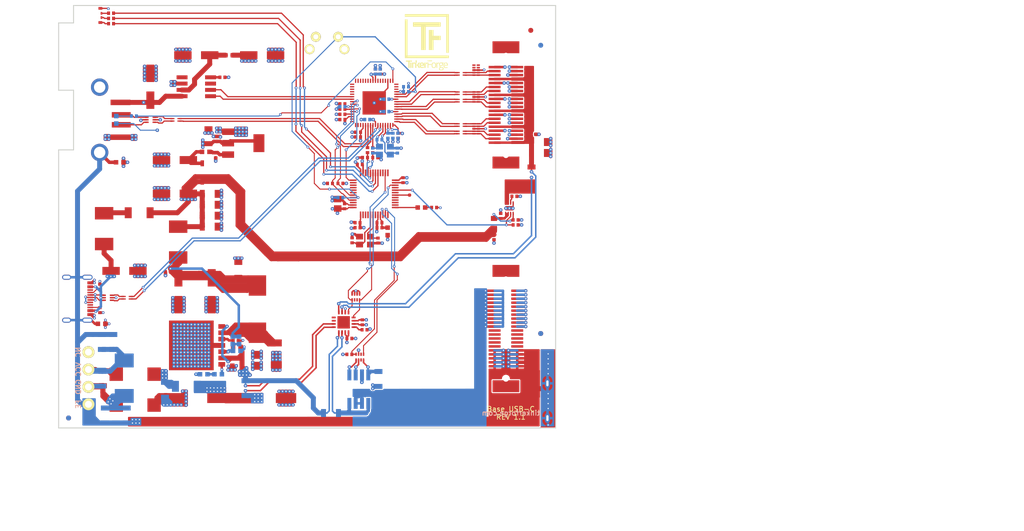
<source format=kicad_pcb>
(kicad_pcb (version 20171130) (host pcbnew 5.1.6-c6e7f7d~86~ubuntu18.04.1)
  (title_block (title "TNG BASE USB C") (date 2020-09-04) (rev 1.1) (company "Tinkerforge GmbH") (comment 1 "Licensed under CERN OHL v.1.1") (comment 2 "Copyright (©) 2020, B.Nordmeyer <bastian@tinkerforge.com>"))
  (layers (0 F.Cu power) (1 GND power hide) (2 VCC power hide) (31 B.Cu signal hide) (34 B.Paste user) (35 F.Paste user) (36 B.SilkS user) (37 F.SilkS user) (38 B.Mask user) (39 F.Mask user) (44 Edge.Cuts user))
  (net 0 "")
  (net 1 Earth)
  (net 2 +5V)
  (net 3 "Net-(C101-Pad1)")
  (net 4 "Net-(C102-Pad1)")
  (net 5 "Net-(C103-Pad1)")
  (net 6 "Net-(C105-Pad1)")
  (net 7 "Net-(C109-Pad1)")
  (net 8 3V3)
  (net 9 "Net-(C204-Pad1)")
  (net 10 "Net-(C204-Pad2)")
  (net 11 "Net-(C208-Pad1)")
  (net 12 "Net-(C209-Pad1)")
  (net 13 "Net-(C210-Pad1)")
  (net 14 "Net-(C211-Pad1)")
  (net 15 "Net-(C214-Pad1)")
  (net 16 "Net-(C217-Pad2)")
  (net 17 "Net-(D101-Pad2)")
  (net 18 "Net-(D206-Pad2)")
  (net 19 "Net-(R101-Pad1)")
  (net 20 "Net-(R104-Pad1)")
  (net 21 "Net-(R105-Pad2)")
  (net 22 "Net-(R107-Pad1)")
  (net 23 "Net-(R108-Pad1)")
  (net 24 "Net-(R110-Pad2)")
  (net 25 "Net-(R212-Pad2)")
  (net 26 "Net-(C126-Pad2)")
  (net 27 "Net-(C132-Pad1)")
  (net 28 "Net-(LED101-Pad4)")
  (net 29 "Net-(LED101-Pad2)")
  (net 30 "Net-(LED101-Pad3)")
  (net 31 "Net-(R112-Pad1)")
  (net 32 "Net-(R113-Pad1)")
  (net 33 CUR1+)
  (net 34 "Net-(R218-Pad1)")
  (net 35 CUR3+)
  (net 36 CUR2-)
  (net 37 USB-PWR)
  (net 38 "Net-(U101-Pad38)")
  (net 39 "Net-(U101-Pad39)")
  (net 40 "Net-(R118-Pad2)")
  (net 41 EXT_USB_D_F-)
  (net 42 EXT_USB_D_F+)
  (net 43 STACK_USB_D0_F+)
  (net 44 STACK_USB_D0_F-)
  (net 45 STACK_USB_D1_F+)
  (net 46 STACK_USB_D1_F-)
  (net 47 STACK_USB_D2_F+)
  (net 48 STACK_USB_D2_F-)
  (net 49 STACK_USB_D3_F+)
  (net 50 STACK_USB_D3_F-)
  (net 51 STACK_USB_D4_F+)
  (net 52 STACK_USB_D4_F-)
  (net 53 EXT_USB_D+)
  (net 54 EXT_USB_D-)
  (net 55 STACK_USB_D0-)
  (net 56 STACK_USB_D0+)
  (net 57 STACK_USB_D1+)
  (net 58 STACK_USB_D1-)
  (net 59 STACK_USB_D2+)
  (net 60 STACK_USB_D2-)
  (net 61 STACK_USB_D3-)
  (net 62 STACK_USB_D3+)
  (net 63 STACK_USB_D4+)
  (net 64 STACK_USB_D4-)
  (net 65 STACKPWR)
  (net 66 "Net-(P101-Pad1)")
  (net 67 GND)
  (net 68 USB_RESET)
  (net 69 CTRL_USB_D-)
  (net 70 CTRL_USB_D+)
  (net 71 "Net-(C124-Pad1)")
  (net 72 "Net-(C137-Pad2)")
  (net 73 "Net-(C138-Pad2)")
  (net 74 CUR1-)
  (net 75 "Net-(C203-Pad1)")
  (net 76 "Net-(D102-Pad1)")
  (net 77 "Net-(D102-Pad2)")
  (net 78 5V_STACK_UP)
  (net 79 "Net-(J102-Pad10)")
  (net 80 UP_USB_D+)
  (net 81 UP_USB_D-)
  (net 82 USB_SMB_DATA)
  (net 83 USB_SMB_CLK)
  (net 84 LEDR)
  (net 85 LEDG)
  (net 86 LEDB)
  (net 87 SW_24_CUR)
  (net 88 PAC_SCL)
  (net 89 PAC_SDA)
  (net 90 "Net-(RP102-Pad2)")
  (net 91 "Net-(RP102-Pad1)")
  (net 92 "Net-(L102-Pad2)")
  (net 93 "Net-(L102-Pad3)")
  (net 94 "Net-(J102-Pad5)")
  (net 95 "Net-(J102-Pad4)")
  (net 96 "Net-(J102-Pad2)")
  (net 97 "Net-(J102-Pad3)")
  (net 98 "Net-(J103-Pad22)")
  (net 99 "Net-(J103-Pad24)")
  (net 100 "Net-(J103-Pad26)")
  (net 101 "Net-(J103-Pad28)")
  (net 102 "Net-(J103-Pad30)")
  (net 103 "Net-(J103-Pad21)")
  (net 104 "Net-(J103-Pad23)")
  (net 105 "Net-(J103-Pad25)")
  (net 106 "Net-(J103-Pad27)")
  (net 107 "Net-(J103-Pad29)")
  (net 108 "Net-(L110-Pad2)")
  (net 109 "Net-(L110-Pad3)")
  (net 110 "Net-(P202-Pad1)")
  (net 111 BOOT)
  (net 112 SW_5_ENABLE)
  (net 113 SW_24_ENABLE)
  (net 114 "Net-(RP102-Pad6)")
  (net 115 "Net-(RP102-Pad3)")
  (net 116 "Net-(RP201-Pad6)")
  (net 117 "Net-(RP201-Pad7)")
  (net 118 "Net-(U101-Pad14)")
  (net 119 "Net-(U101-Pad15)")
  (net 120 "Net-(U101-Pad16)")
  (net 121 "Net-(U101-Pad18)")
  (net 122 "Net-(U101-Pad20)")
  (net 123 "Net-(U101-Pad21)")
  (net 124 "Net-(U101-Pad22)")
  (net 125 "Net-(U101-Pad23)")
  (net 126 "Net-(U101-Pad26)")
  (net 127 "Net-(U101-Pad27)")
  (net 128 "Net-(U101-Pad28)")
  (net 129 "Net-(U101-Pad29)")
  (net 130 "Net-(U101-Pad30)")
  (net 131 "Net-(U101-Pad31)")
  (net 132 "Net-(U101-Pad32)")
  (net 133 "Net-(U101-Pad33)")
  (net 134 "Net-(U101-Pad34)")
  (net 135 "Net-(U101-Pad35)")
  (net 136 "Net-(U101-Pad36)")
  (net 137 "Net-(U101-Pad37)")
  (net 138 "Net-(U101-Pad47)")
  (net 139 "Net-(U101-Pad48)")
  (net 140 "Net-(U101-Pad49)")
  (net 141 "Net-(U101-Pad50)")
  (net 142 "Net-(U101-Pad51)")
  (net 143 "Net-(U102-Pad3)")
  (net 144 "Net-(U102-Pad5)")
  (net 145 "Net-(U104-Pad2)")
  (net 146 "Net-(U104-Pad3)")
  (net 147 "Net-(U104-Pad4)")
  (net 148 "Net-(U104-Pad7)")
  (net 149 "Net-(U104-Pad12)")
  (net 150 "Net-(U104-Pad14)")
  (net 151 "Net-(U104-Pad15)")
  (net 152 "Net-(U104-Pad16)")
  (net 153 "Net-(U104-Pad17)")
  (net 154 "Net-(U104-Pad19)")
  (net 155 "Net-(U104-Pad21)")
  (net 156 "Net-(U104-Pad25)")
  (net 157 "Net-(U104-Pad27)")
  (net 158 "Net-(U104-Pad28)")
  (net 159 "Net-(U104-Pad34)")
  (net 160 "Net-(U104-Pad38)")
  (net 161 "Net-(U104-Pad39)")
  (net 162 "Net-(U104-Pad40)")
  (net 163 "Net-(U104-Pad41)")
  (net 164 "Net-(U104-Pad42)")
  (net 165 "Net-(U104-Pad46)")
  (net 166 "Net-(U105-Pad10)")
  (net 167 "Net-(U105-Pad9)")
  (net 168 "Net-(U105-Pad2)")
  (net 169 "Net-(U105-Pad1)")
  (net 170 "Net-(U204-Pad9)")
  (net 171 "Net-(U204-Pad10)")
  (net 172 VBUS)
  (net 173 "Net-(C141-Pad1)")
  (module kicad-libraries:USB-A-SMT-8231 (layer F.Cu) (at 65.7 73.95 270)
    (fp_text reference J101)
    (fp_text value USB-A)
    (pad SHD thru_hole circle (at 6.57 0 270) (size 3.5 3.5) (drill 2.3) (layers *.Cu *.Mask) (net 1 Earth))
    (pad "" thru_hole circle (at -6.57 0 270) (size 3.5 3.5) (drill 2.3) (layers *.Cu *.Mask))
    (pad 4 smd rect (at 3.5 -4.2 270) (size 1.1 4) (layers F.Cu F.Paste F.Mask) (net 67 GND))
    (pad 3 smd rect (at 1 -4.35 270) (size 1.1 3.8) (layers F.Cu F.Paste F.Mask) (net 42 EXT_USB_D_F+))
    (pad 2 smd rect (at -1 -4.35 270) (size 1.1 3.8) (layers F.Cu F.Paste F.Mask) (net 41 EXT_USB_D_F-))
    (pad 1 smd rect (at -3.5 -4.2 270) (size 1.1 4) (layers F.Cu F.Paste F.Mask) (net 37 USB-PWR))
  )
  (module kicad-libraries:PE_Hook (layer F.Cu) (at 155.95 128.05)
    (fp_text reference P102)
    (fp_text value PE)
    (pad 1 thru_hole oval (at -0.15 -1.075) (size 1 2) (drill oval 0.45 1.2) (layers *.Cu *.Mask) (net 1 Earth))
    (pad 1 thru_hole oval (at -0.15 5.925) (size 1 2) (drill oval 0.45 1.2) (layers *.Cu *.Mask) (net 1 Earth))
    (pad 1 smd rect (at 0 0) (size 3 15.85) (layers F.Cu) (net 1 Earth))
  )
  (module WE-LHMI (layer F.Cu) (at 97.45 112.0437 90)
    (fp_text reference L202)
    (fp_text value "22uH 74437368220")
    (pad 2 smd rect (at 4.75 0 90) (size 4.1 3.5) (layers F.Cu F.Paste F.Mask) (net 15 "Net-(C214-Pad1)"))
    (pad 1 smd rect (at -4.75 0 90) (size 4.1 3.5) (layers F.Cu F.Paste F.Mask) (net 18 "Net-(D206-Pad2)"))
  )
  (module kicad-libraries:Fiducial_Mark (layer B.Cu) (at 154.45 58.95)
    (fp_text reference Fiducial_Mark hide)
    (fp_text value VAL** hide)
    (pad 1 smd circle (at 0 0) (size 1.00076 1.00076) (layers B.Cu B.Paste B.Mask) (clearance 0.65024))
  )
  (module kicad-libraries:Fiducial_Mark (layer B.Cu) (at 59.45 133.95)
    (fp_text reference Fiducial_Mark hide)
    (fp_text value VAL** hide)
    (pad 1 smd circle (at 0 0) (size 1.00076 1.00076) (layers B.Cu B.Paste B.Mask) (clearance 0.65024))
  )
  (module kicad-libraries:Fiducial_Mark (layer B.Cu) (at 154.45 116.95)
    (fp_text reference Fiducial_Mark hide)
    (fp_text value VAL** hide)
    (pad 1 smd circle (at 0 0) (size 1.00076 1.00076) (layers B.Cu B.Paste B.Mask) (clearance 0.65024))
  )
  (module kicad-libraries:Fiducial_Mark (layer F.Cu) (at 154.45 116.95)
    (fp_text reference Fiducial_Mark hide)
    (fp_text value VAL** hide)
    (pad 1 smd circle (at 0 0) (size 1.00076 1.00076) (layers F.Cu F.Paste F.Mask) (clearance 0.65024))
  )
  (module kicad-libraries:Fiducial_Mark (layer F.Cu) (at 59.45 133.95)
    (fp_text reference Fiducial_Mark hide)
    (fp_text value VAL** hide)
    (pad 1 smd circle (at 0 0) (size 1.00076 1.00076) (layers F.Cu F.Paste F.Mask) (clearance 0.65024))
  )
  (module kicad-libraries:Fiducial_Mark (layer F.Cu) (at 152.45 55.95)
    (fp_text reference Fiducial_Mark hide)
    (fp_text value VAL** hide)
    (pad 1 smd circle (at 0 0) (size 1.00076 1.00076) (layers F.Cu F.Paste F.Mask) (clearance 0.65024))
  )
  (module kicad-libraries:SMC (layer B.Cu) (at 70.65 125.9437 270)
    (fp_text reference D201)
    (fp_text value 3.0SMI30CATR)
    (pad 2 smd rect (at 3.5687 0 270) (size 2.794 3.81) (layers B.Cu B.Paste B.Mask) (net 10 "Net-(C204-Pad2)"))
    (pad 1 smd rect (at -3.5687 0 270) (size 2.794 3.81) (layers B.Cu B.Paste B.Mask) (net 9 "Net-(C204-Pad1)"))
  )
  (module C1206 (layer F.Cu) (at 95.85 123.4437)
    (fp_text reference C202)
    (fp_text value 10uF)
    (pad 2 smd rect (at 1.50114 0) (size 1.00076 1.6002) (layers F.Cu F.Paste F.Mask) (net 67 GND))
    (pad 1 smd rect (at -1.50114 0) (size 1.00076 1.6002) (layers F.Cu F.Paste F.Mask) (net 74 CUR1-))
  )
  (module C1206 (layer B.Cu) (at 68.95 133.4437 90)
    (fp_text reference C207)
    (fp_text value "1nF 2kV")
    (pad 2 smd rect (at 1.50114 0 90) (size 1.00076 1.6002) (layers B.Cu B.Paste B.Mask) (net 10 "Net-(C204-Pad2)"))
    (pad 1 smd rect (at -1.50114 0 90) (size 1.00076 1.6002) (layers B.Cu B.Paste B.Mask) (net 1 Earth))
  )
  (module C0603F (layer B.Cu) (at 86.65 125.1437 180)
    (fp_text reference C210)
    (fp_text value 4.7nF)
    (pad 1 smd rect (at -0.75 0 180) (size 0.9 0.9) (layers B.Cu B.Paste B.Mask) (net 13 "Net-(C210-Pad1)"))
    (pad 2 smd rect (at 0.75 0 180) (size 0.9 0.9) (layers B.Cu B.Paste B.Mask) (net 67 GND))
  )
  (module C1206 (layer B.Cu) (at 78.85 128.275 270)
    (fp_text reference C211)
    (fp_text value 10nF)
    (pad 1 smd rect (at -1.50114 0 270) (size 1.00076 1.6002) (layers B.Cu B.Paste B.Mask) (net 14 "Net-(C211-Pad1)"))
    (pad 2 smd rect (at 1.50114 0 270) (size 1.00076 1.6002) (layers B.Cu B.Paste B.Mask) (net 67 GND))
  )
  (module kicad-libraries:ELKO_103 (layer F.Cu) (at 85.05 129.9437)
    (fp_text reference C212)
    (fp_text value UWT1H221MNL1GS)
    (pad 1 smd rect (at 4.35102 0) (size 4.09956 1.99898) (layers F.Cu F.Paste F.Mask) (net 33 CUR1+))
    (pad 2 smd rect (at -4.35102 0) (size 4.09956 1.99898) (layers F.Cu F.Paste F.Mask) (net 67 GND))
  )
  (module kicad-libraries:ELKO_103 (layer F.Cu) (at 98.85 129.9437 180)
    (fp_text reference C213)
    (fp_text value UWT1H221MNL1GS)
    (pad 2 smd rect (at -4.35102 0 180) (size 4.09956 1.99898) (layers F.Cu F.Paste F.Mask) (net 67 GND))
    (pad 1 smd rect (at 4.35102 0 180) (size 4.09956 1.99898) (layers F.Cu F.Paste F.Mask) (net 33 CUR1+))
  )
  (module C0603F (layer B.Cu) (at 92.475 118.325 270)
    (fp_text reference C217)
    (fp_text value DNP)
    (pad 1 smd rect (at -0.75 0 270) (size 0.9 0.9) (layers B.Cu B.Paste B.Mask) (net 15 "Net-(C214-Pad1)"))
    (pad 2 smd rect (at 0.75 0 270) (size 0.9 0.9) (layers B.Cu B.Paste B.Mask) (net 16 "Net-(C217-Pad2)"))
  )
  (module OQ_4P (layer F.Cu) (at 63.45 125.9437 270)
    (fp_text reference P202)
    (fp_text value "PWR IN")
    (pad 2 thru_hole circle (at -1.75006 0 270) (size 2.4003 2.4003) (drill 1.39954) (layers *.Cu *.Mask F.SilkS) (net 9 "Net-(C204-Pad1)"))
    (pad 3 thru_hole circle (at 1.75006 0 270) (size 2.4003 2.4003) (drill 1.39954) (layers *.Cu *.Mask F.SilkS) (net 10 "Net-(C204-Pad2)"))
    (pad 4 thru_hole circle (at 5.25018 0 270) (size 2.4003 2.4003) (drill 1.39954) (layers *.Cu *.Mask F.SilkS) (net 1 Earth))
    (pad 1 thru_hole circle (at -5.25018 0 270) (size 2.4003 2.4003) (drill 1.39954) (layers *.Cu *.Mask F.SilkS) (net 110 "Net-(P202-Pad1)"))
  )
  (module R1206 (layer F.Cu) (at 66.35 125.9437 270)
    (fp_text reference R204)
    (fp_text value VC1206K201R030)
    (pad 1 smd rect (at -1.50114 0 270) (size 1.00076 1.6002) (layers F.Cu F.Paste F.Mask) (net 9 "Net-(C204-Pad1)"))
    (pad 2 smd rect (at 1.50114 0 270) (size 1.00076 1.6002) (layers F.Cu F.Paste F.Mask) (net 10 "Net-(C204-Pad2)"))
  )
  (module R1206 (layer B.Cu) (at 66.75 133.4437 90)
    (fp_text reference R207)
    (fp_text value VC1206K201R030)
    (pad 1 smd rect (at -1.50114 0 90) (size 1.00076 1.6002) (layers B.Cu B.Paste B.Mask) (net 1 Earth))
    (pad 2 smd rect (at 1.50114 0 90) (size 1.00076 1.6002) (layers B.Cu B.Paste B.Mask) (net 10 "Net-(C204-Pad2)"))
  )
  (module R0603F (layer F.Cu) (at 93.3 119.6437 180)
    (fp_text reference R208)
    (fp_text value 27k)
    (pad 2 smd rect (at 0.75 0 180) (size 0.9 0.9) (layers F.Cu F.Paste F.Mask) (net 11 "Net-(C208-Pad1)"))
    (pad 1 smd rect (at -0.75 0 180) (size 0.9 0.9) (layers F.Cu F.Paste F.Mask) (net 67 GND))
  )
  (module R1206 (layer B.Cu) (at 71.15 133.4437 90)
    (fp_text reference R209)
    (fp_text value 1M)
    (pad 2 smd rect (at 1.50114 0 90) (size 1.00076 1.6002) (layers B.Cu B.Paste B.Mask) (net 10 "Net-(C204-Pad2)"))
    (pad 1 smd rect (at -1.50114 0 90) (size 1.00076 1.6002) (layers B.Cu B.Paste B.Mask) (net 1 Earth))
  )
  (module R0603F (layer B.Cu) (at 89.55 125.1437)
    (fp_text reference R212)
    (fp_text value 20k)
    (pad 1 smd rect (at -0.75 0) (size 0.9 0.9) (layers B.Cu B.Paste B.Mask) (net 13 "Net-(C210-Pad1)"))
    (pad 2 smd rect (at 0.75 0) (size 0.9 0.9) (layers B.Cu B.Paste B.Mask) (net 25 "Net-(R212-Pad2)"))
  )
  (module R0603F (layer B.Cu) (at 93.775 118.325 90)
    (fp_text reference R214)
    (fp_text value 47k)
    (pad 1 smd rect (at -0.75 0 90) (size 0.9 0.9) (layers B.Cu B.Paste B.Mask) (net 16 "Net-(C217-Pad2)"))
    (pad 2 smd rect (at 0.75 0 90) (size 0.9 0.9) (layers B.Cu B.Paste B.Mask) (net 15 "Net-(C214-Pad1)"))
  )
  (module R0603F (layer B.Cu) (at 93.3 120.45 180)
    (fp_text reference R215)
    (fp_text value 8.2k)
    (pad 1 smd rect (at -0.75 0 180) (size 0.9 0.9) (layers B.Cu B.Paste B.Mask) (net 67 GND))
    (pad 2 smd rect (at 0.75 0 180) (size 0.9 0.9) (layers B.Cu B.Paste B.Mask) (net 16 "Net-(C217-Pad2)"))
  )
  (module C0402F (layer F.Cu) (at 152.925 76.875 180)
    (fp_text reference C134)
    (fp_text value 1uF)
    (pad 2 smd rect (at 0.5 0 180) (size 0.6 0.7) (layers F.Cu F.Paste F.Mask) (net 78 5V_STACK_UP))
    (pad 1 smd rect (at -0.5 0 180) (size 0.6 0.7) (layers F.Cu F.Paste F.Mask) (net 67 GND))
  )
  (module SOD-128 (layer B.Cu) (at 83.15 127.575 180)
    (fp_text reference D205)
    (fp_text value PMEG6045)
    (pad 2 smd rect (at -2.19964 0 180) (size 1.39954 2.19964) (layers B.Cu B.Paste B.Mask) (net 33 CUR1+))
    (pad 1 smd rect (at 2.19964 0 180) (size 1.39954 2.19964) (layers B.Cu B.Paste B.Mask) (net 14 "Net-(C211-Pad1)"))
  )
  (module SOD-128 (layer F.Cu) (at 101.25 121.0437 270)
    (fp_text reference D206)
    (fp_text value PMEG6045)
    (pad 1 smd rect (at 2.19964 0 270) (size 1.39954 2.19964) (layers F.Cu F.Paste F.Mask) (net 67 GND))
    (pad 2 smd rect (at -2.19964 0 270) (size 1.39954 2.19964) (layers F.Cu F.Paste F.Mask) (net 18 "Net-(D206-Pad2)"))
  )
  (module BD906XX-C-HRP7 (layer F.Cu) (at 84.15 119.3437 90)
    (fp_text reference U203)
    (fp_text value BD90640HFP)
    (pad 7 smd rect (at 3.81 6.125 90) (size 0.93 1.37) (layers F.Cu F.Paste F.Mask) (net 74 CUR1-))
    (pad 6 smd rect (at 2.54 6.125 90) (size 0.93 1.37) (layers F.Cu F.Paste F.Mask) (net 18 "Net-(D206-Pad2)"))
    (pad 5 smd rect (at 1.27 6.125 90) (size 0.93 1.37) (layers F.Cu F.Paste F.Mask) (net 11 "Net-(C208-Pad1)"))
    (pad 4 smd rect (at 0 6.125 90) (size 0.93 1.37) (layers F.Cu F.Paste F.Mask) (net 67 GND))
    (pad 3 smd rect (at -1.27 6.125 90) (size 0.93 1.37) (layers F.Cu F.Paste F.Mask) (net 16 "Net-(C217-Pad2)"))
    (pad 2 smd rect (at -2.54 6.125 90) (size 0.93 1.37) (layers F.Cu F.Paste F.Mask) (net 74 CUR1-))
    (pad 1 smd rect (at -3.81 6.125 90) (size 0.93 1.37) (layers F.Cu F.Paste F.Mask) (net 25 "Net-(R212-Pad2)"))
    (pad EXP smd rect (at 0 0 90) (size 10 9) (layers F.Cu F.Paste F.Mask) (net 67 GND))
  )
  (module kicad-libraries:ELKO_63 (layer F.Cu) (at 88.25 108.4437 90)
    (fp_text reference C216)
    (fp_text value 100µF)
    (pad 2 smd rect (at -2.7 0 90) (size 3.5 1.6) (layers F.Cu F.Paste F.Mask) (net 67 GND))
    (pad 1 smd rect (at 2.7 0 90) (size 3.5 1.6) (layers F.Cu F.Paste F.Mask) (net 15 "Net-(C214-Pad1)"))
  )
  (module kicad-libraries:ELKO_63 (layer F.Cu) (at 81.55 108.4437 90)
    (fp_text reference C220)
    (fp_text value 100µF)
    (pad 1 smd rect (at 2.7 0 90) (size 3.5 1.6) (layers F.Cu F.Paste F.Mask) (net 15 "Net-(C214-Pad1)"))
    (pad 2 smd rect (at -2.7 0 90) (size 3.5 1.6) (layers F.Cu F.Paste F.Mask) (net 67 GND))
  )
  (module C1206 (layer F.Cu) (at 95.85 121.2437)
    (fp_text reference C201)
    (fp_text value 10uF)
    (pad 1 smd rect (at -1.50114 0) (size 1.00076 1.6002) (layers F.Cu F.Paste F.Mask) (net 74 CUR1-))
    (pad 2 smd rect (at 1.50114 0) (size 1.00076 1.6002) (layers F.Cu F.Paste F.Mask) (net 67 GND))
  )
  (module C1206 (layer B.Cu) (at 66.25 126.0437 270)
    (fp_text reference C204)
    (fp_text value 10nF)
    (pad 1 smd rect (at -1.50114 0 270) (size 1.00076 1.6002) (layers B.Cu B.Paste B.Mask) (net 9 "Net-(C204-Pad1)"))
    (pad 2 smd rect (at 1.50114 0 270) (size 1.00076 1.6002) (layers B.Cu B.Paste B.Mask) (net 10 "Net-(C204-Pad2)"))
  )
  (module C0402F (layer F.Cu) (at 79.45 104.5437 180)
    (fp_text reference C214)
    (fp_text value 100nF)
    (pad 2 smd rect (at 0.5 0 180) (size 0.6 0.7) (layers F.Cu F.Paste F.Mask) (net 67 GND))
    (pad 1 smd rect (at -0.5 0 180) (size 0.6 0.7) (layers F.Cu F.Paste F.Mask) (net 15 "Net-(C214-Pad1)"))
  )
  (module R1206 (layer B.Cu) (at 112.25 132.9437)
    (fp_text reference R220)
    (fp_text value 0.02)
    (pad 2 smd rect (at 1.50114 0) (size 1.00076 1.6002) (layers B.Cu B.Paste B.Mask) (net 36 CUR2-))
    (pad 1 smd rect (at -1.50114 0) (size 1.00076 1.6002) (layers B.Cu B.Paste B.Mask) (net 74 CUR1-))
  )
  (module kicad-libraries:SO-8 (layer B.Cu) (at 117.85 128.1437)
    (fp_text reference U112)
    (fp_text value VN7140AS)
    (pad 1 smd rect (at -1.90246 -2.86766 180) (size 0.79756 2.19964) (layers B.Cu B.Paste B.Mask) (net 91 "Net-(RP102-Pad1)"))
    (pad 2 smd rect (at -0.63246 -2.86766 180) (size 0.79756 2.19964) (layers B.Cu B.Paste B.Mask) (net 90 "Net-(RP102-Pad2)"))
    (pad 3 smd rect (at 0.63246 -2.86766 180) (size 0.79756 2.19964) (layers B.Cu B.Paste B.Mask) (net 67 GND))
    (pad 4 smd rect (at 1.90246 -2.86766 180) (size 0.79756 2.19964) (layers B.Cu B.Paste B.Mask) (net 40 "Net-(R118-Pad2)"))
    (pad 5 smd rect (at 1.90246 2.86766) (size 0.79756 2.19964) (layers B.Cu B.Paste B.Mask) (net 36 CUR2-))
    (pad 6 smd rect (at 0.63246 2.86766) (size 0.79756 2.19964) (layers B.Cu B.Paste B.Mask) (net 65 STACKPWR))
    (pad 7 smd rect (at -0.63246 2.86766) (size 0.79756 2.19964) (layers B.Cu B.Paste B.Mask) (net 65 STACKPWR))
    (pad 8 smd rect (at -1.90246 2.86766) (size 0.79756 2.19964) (layers B.Cu B.Paste B.Mask) (net 36 CUR2-))
  )
  (module C1206 (layer F.Cu) (at 154.1 78.425 180)
    (fp_text reference C135)
    (fp_text value 10uF)
    (pad 1 smd rect (at -1.50114 0 180) (size 1.00076 1.6002) (layers F.Cu F.Paste F.Mask) (net 67 GND))
    (pad 2 smd rect (at 1.50114 0 180) (size 1.00076 1.6002) (layers F.Cu F.Paste F.Mask) (net 78 5V_STACK_UP))
  )
  (module C1206 (layer F.Cu) (at 154.1 80.625 180)
    (fp_text reference C136)
    (fp_text value 10uF)
    (pad 2 smd rect (at 1.50114 0 180) (size 1.00076 1.6002) (layers F.Cu F.Paste F.Mask) (net 78 5V_STACK_UP))
    (pad 1 smd rect (at -1.50114 0 180) (size 1.00076 1.6002) (layers F.Cu F.Paste F.Mask) (net 67 GND))
  )
  (module kicad-libraries:Logo_TF_10x12 (layer F.Cu) (at 131.55 58.2)
    (fp_text reference G*** hide)
    (fp_text value LOGO hide)
  )
  (module C1206 (layer B.Cu) (at 66.15 118.65 90)
    (fp_text reference C206)
    (fp_text value "1nF 2kV")
    (pad 1 smd rect (at -1.50114 0 90) (size 1.00076 1.6002) (layers B.Cu B.Paste B.Mask) (net 9 "Net-(C204-Pad1)"))
    (pad 2 smd rect (at 1.50114 0 90) (size 1.00076 1.6002) (layers B.Cu B.Paste B.Mask) (net 1 Earth))
  )
  (module R1206 (layer B.Cu) (at 68.45 118.65 90)
    (fp_text reference R206)
    (fp_text value VC1206K201R030)
    (pad 1 smd rect (at -1.50114 0 90) (size 1.00076 1.6002) (layers B.Cu B.Paste B.Mask) (net 9 "Net-(C204-Pad1)"))
    (pad 2 smd rect (at 1.50114 0 90) (size 1.00076 1.6002) (layers B.Cu B.Paste B.Mask) (net 1 Earth))
  )
  (module C0402F (layer B.Cu) (at 125.6 80.15 90)
    (fp_text reference C101)
    (fp_text value 33pF)
    (pad 2 smd rect (at 0.5 0 90) (size 0.6 0.7) (layers B.Cu B.Paste B.Mask) (net 67 GND))
    (pad 1 smd rect (at -0.5 0 90) (size 0.6 0.7) (layers B.Cu B.Paste B.Mask) (net 3 "Net-(C101-Pad1)"))
  )
  (module C0402F (layer B.Cu) (at 120.65 80.15 270)
    (fp_text reference C102)
    (fp_text value 33pF)
    (pad 2 smd rect (at 0.5 0 270) (size 0.6 0.7) (layers B.Cu B.Paste B.Mask) (net 67 GND))
    (pad 1 smd rect (at -0.5 0 270) (size 0.6 0.7) (layers B.Cu B.Paste B.Mask) (net 4 "Net-(C102-Pad1)"))
  )
  (module C0402F (layer B.Cu) (at 122.15 64.25 90)
    (fp_text reference C103)
    (fp_text value 1uF)
    (pad 2 smd rect (at 0.5 0 90) (size 0.6 0.7) (layers B.Cu B.Paste B.Mask) (net 67 GND))
    (pad 1 smd rect (at -0.5 0 90) (size 0.6 0.7) (layers B.Cu B.Paste B.Mask) (net 5 "Net-(C103-Pad1)"))
  )
  (module C0402F (layer B.Cu) (at 121.2 64.25 90)
    (fp_text reference C104)
    (fp_text value 100nF)
    (pad 1 smd rect (at -0.5 0 90) (size 0.6 0.7) (layers B.Cu B.Paste B.Mask) (net 5 "Net-(C103-Pad1)"))
    (pad 2 smd rect (at 0.5 0 90) (size 0.6 0.7) (layers B.Cu B.Paste B.Mask) (net 67 GND))
  )
  (module C0402F (layer B.Cu) (at 124.7 77.15 270)
    (fp_text reference C105)
    (fp_text value 1uF)
    (pad 1 smd rect (at -0.5 0 270) (size 0.6 0.7) (layers B.Cu B.Paste B.Mask) (net 6 "Net-(C105-Pad1)"))
    (pad 2 smd rect (at 0.5 0 270) (size 0.6 0.7) (layers B.Cu B.Paste B.Mask) (net 67 GND))
  )
  (module C0402F (layer B.Cu) (at 123.7 77.15 270)
    (fp_text reference C106)
    (fp_text value 100nF)
    (pad 1 smd rect (at -0.5 0 270) (size 0.6 0.7) (layers B.Cu B.Paste B.Mask) (net 6 "Net-(C105-Pad1)"))
    (pad 2 smd rect (at 0.5 0 270) (size 0.6 0.7) (layers B.Cu B.Paste B.Mask) (net 67 GND))
  )
  (module C0402F (layer F.Cu) (at 114.55 71.8 180)
    (fp_text reference C107)
    (fp_text value 100nF)
    (pad 1 smd rect (at -0.5 0 180) (size 0.6 0.7) (layers F.Cu F.Paste F.Mask) (net 68 USB_RESET))
    (pad 2 smd rect (at 0.5 0 180) (size 0.6 0.7) (layers F.Cu F.Paste F.Mask) (net 67 GND))
  )
  (module ELKO_63 (layer F.Cu) (at 98.4 60.95 180)
    (fp_text reference C108)
    (fp_text value 100uF)
    (pad 1 smd rect (at 2.7 0 180) (size 3.5 1.6) (layers F.Cu F.Paste F.Mask) (net 2 +5V))
    (pad 2 smd rect (at -2.7 0 180) (size 3.5 1.6) (layers F.Cu F.Paste F.Mask) (net 67 GND))
  )
  (module ELKO_63 (layer F.Cu) (at 85.15 60.95)
    (fp_text reference C109)
    (fp_text value 100uF)
    (pad 2 smd rect (at -2.7 0) (size 3.5 1.6) (layers F.Cu F.Paste F.Mask) (net 67 GND))
    (pad 1 smd rect (at 2.7 0) (size 3.5 1.6) (layers F.Cu F.Paste F.Mask) (net 7 "Net-(C109-Pad1)"))
  )
  (module C0402F (layer F.Cu) (at 125.75 77.15 270)
    (fp_text reference C110)
    (fp_text value 100nF)
    (pad 2 smd rect (at 0.5 0 270) (size 0.6 0.7) (layers F.Cu F.Paste F.Mask) (net 67 GND))
    (pad 1 smd rect (at -0.5 0 270) (size 0.6 0.7) (layers F.Cu F.Paste F.Mask) (net 8 3V3))
  )
  (module C0402F (layer B.Cu) (at 119.55 73.9 180)
    (fp_text reference C111)
    (fp_text value 100nF)
    (pad 1 smd rect (at -0.5 0 180) (size 0.6 0.7) (layers B.Cu B.Paste B.Mask) (net 8 3V3))
    (pad 2 smd rect (at 0.5 0 180) (size 0.6 0.7) (layers B.Cu B.Paste B.Mask) (net 67 GND))
  )
  (module C0402F (layer F.Cu) (at 117.7 76.45 180)
    (fp_text reference C112)
    (fp_text value 100nF)
    (pad 2 smd rect (at 0.5 0 180) (size 0.6 0.7) (layers F.Cu F.Paste F.Mask) (net 67 GND))
    (pad 1 smd rect (at -0.5 0 180) (size 0.6 0.7) (layers F.Cu F.Paste F.Mask) (net 8 3V3))
  )
  (module C0402F (layer B.Cu) (at 123.4 69.8 180)
    (fp_text reference C113)
    (fp_text value 100nF)
    (pad 1 smd rect (at -0.5 0 180) (size 0.6 0.7) (layers B.Cu B.Paste B.Mask) (net 8 3V3))
    (pad 2 smd rect (at 0.5 0 180) (size 0.6 0.7) (layers B.Cu B.Paste B.Mask) (net 67 GND))
  )
  (module C0402F (layer B.Cu) (at 123.4 72.3 180)
    (fp_text reference C114)
    (fp_text value 100nF)
    (pad 2 smd rect (at 0.5 0 180) (size 0.6 0.7) (layers B.Cu B.Paste B.Mask) (net 67 GND))
    (pad 1 smd rect (at -0.5 0 180) (size 0.6 0.7) (layers B.Cu B.Paste B.Mask) (net 8 3V3))
  )
  (module C0402F (layer F.Cu) (at 117.7 77.4 180)
    (fp_text reference C115)
    (fp_text value 1uF)
    (pad 1 smd rect (at -0.5 0 180) (size 0.6 0.7) (layers F.Cu F.Paste F.Mask) (net 8 3V3))
    (pad 2 smd rect (at 0.5 0 180) (size 0.6 0.7) (layers F.Cu F.Paste F.Mask) (net 67 GND))
  )
  (module C0402F (layer F.Cu) (at 114.55 73.9 180)
    (fp_text reference C116)
    (fp_text value 100nF)
    (pad 2 smd rect (at 0.5 0 180) (size 0.6 0.7) (layers F.Cu F.Paste F.Mask) (net 67 GND))
    (pad 1 smd rect (at -0.5 0 180) (size 0.6 0.7) (layers F.Cu F.Paste F.Mask) (net 8 3V3))
  )
  (module ELKO_63 (layer F.Cu) (at 75.9 67.3 270)
    (fp_text reference C117)
    (fp_text value 100uF)
    (pad 2 smd rect (at -2.7 0 270) (size 3.5 1.6) (layers F.Cu F.Paste F.Mask) (net 67 GND))
    (pad 1 smd rect (at 2.7 0 270) (size 3.5 1.6) (layers F.Cu F.Paste F.Mask) (net 37 USB-PWR))
  )
  (module C0402F (layer F.Cu) (at 121.2 64.25 90)
    (fp_text reference C118)
    (fp_text value 100nF)
    (pad 2 smd rect (at 0.5 0 90) (size 0.6 0.7) (layers F.Cu F.Paste F.Mask) (net 67 GND))
    (pad 1 smd rect (at -0.5 0 90) (size 0.6 0.7) (layers F.Cu F.Paste F.Mask) (net 8 3V3))
  )
  (module C0402F (layer F.Cu) (at 122.15 64.25 90)
    (fp_text reference C119)
    (fp_text value 1uF)
    (pad 1 smd rect (at -0.5 0 90) (size 0.6 0.7) (layers F.Cu F.Paste F.Mask) (net 8 3V3))
    (pad 2 smd rect (at 0.5 0 90) (size 0.6 0.7) (layers F.Cu F.Paste F.Mask) (net 67 GND))
  )
  (module C0603F (layer F.Cu) (at 69.75 82.5)
    (fp_text reference C120)
    (fp_text value 100nF)
    (pad 1 smd rect (at -0.75 0) (size 0.9 0.9) (layers F.Cu F.Paste F.Mask) (net 1 Earth))
    (pad 2 smd rect (at 0.75 0) (size 0.9 0.9) (layers F.Cu F.Paste F.Mask) (net 67 GND))
  )
  (module C0402F (layer F.Cu) (at 119.1 81.55 180)
    (fp_text reference C121)
    (fp_text value 47pF)
    (pad 1 smd rect (at -0.5 0 180) (size 0.6 0.7) (layers F.Cu F.Paste F.Mask) (net 69 CTRL_USB_D-))
    (pad 2 smd rect (at 0.5 0 180) (size 0.6 0.7) (layers F.Cu F.Paste F.Mask) (net 67 GND))
  )
  (module C0402F (layer F.Cu) (at 121.15 81.55)
    (fp_text reference C122)
    (fp_text value 47pF)
    (pad 2 smd rect (at 0.5 0) (size 0.6 0.7) (layers F.Cu F.Paste F.Mask) (net 67 GND))
    (pad 1 smd rect (at -0.5 0) (size 0.6 0.7) (layers F.Cu F.Paste F.Mask) (net 70 CTRL_USB_D+))
  )
  (module C0402F (layer F.Cu) (at 117.6 95.65 180)
    (fp_text reference C123)
    (fp_text value 1uF)
    (pad 1 smd rect (at -0.5 0 180) (size 0.6 0.7) (layers F.Cu F.Paste F.Mask) (net 8 3V3))
    (pad 2 smd rect (at 0.5 0 180) (size 0.6 0.7) (layers F.Cu F.Paste F.Mask) (net 67 GND))
  )
  (module C0402F (layer F.Cu) (at 122 95.65 180)
    (fp_text reference C124)
    (fp_text value 1uF)
    (pad 2 smd rect (at 0.5 0 180) (size 0.6 0.7) (layers F.Cu F.Paste F.Mask) (net 67 GND))
    (pad 1 smd rect (at -0.5 0 180) (size 0.6 0.7) (layers F.Cu F.Paste F.Mask) (net 71 "Net-(C124-Pad1)"))
  )
  (module C0402F (layer F.Cu) (at 145.05 97.55 90)
    (fp_text reference C125)
    (fp_text value 1uF)
    (pad 1 smd rect (at -0.5 0 90) (size 0.6 0.7) (layers F.Cu F.Paste F.Mask) (net 67 GND))
    (pad 2 smd rect (at 0.5 0 90) (size 0.6 0.7) (layers F.Cu F.Paste F.Mask) (net 2 +5V))
  )
  (module C0402F (layer F.Cu) (at 146.4 93.3 270)
    (fp_text reference C126)
    (fp_text value 1uF)
    (pad 2 smd rect (at 0.5 0 270) (size 0.6 0.7) (layers F.Cu F.Paste F.Mask) (net 26 "Net-(C126-Pad2)"))
    (pad 1 smd rect (at -0.5 0 270) (size 0.6 0.7) (layers F.Cu F.Paste F.Mask) (net 67 GND))
  )
  (module C0402F (layer F.Cu) (at 126.75 86.1 270)
    (fp_text reference C127)
    (fp_text value 100nF)
    (pad 1 smd rect (at -0.5 0 270) (size 0.6 0.7) (layers F.Cu F.Paste F.Mask) (net 8 3V3))
    (pad 2 smd rect (at 0.5 0 270) (size 0.6 0.7) (layers F.Cu F.Paste F.Mask) (net 67 GND))
  )
  (module C0402F (layer F.Cu) (at 149.4 94.1)
    (fp_text reference C128)
    (fp_text value 1µF)
    (pad 2 smd rect (at 0.5 0) (size 0.6 0.7) (layers F.Cu F.Paste F.Mask) (net 67 GND))
    (pad 1 smd rect (at -0.5 0) (size 0.6 0.7) (layers F.Cu F.Paste F.Mask) (net 26 "Net-(C126-Pad2)"))
  )
  (module C0402F (layer F.Cu) (at 118.05 82.95)
    (fp_text reference C129)
    (fp_text value 100nF)
    (pad 1 smd rect (at -0.5 0) (size 0.6 0.7) (layers F.Cu F.Paste F.Mask) (net 8 3V3))
    (pad 2 smd rect (at 0.5 0) (size 0.6 0.7) (layers F.Cu F.Paste F.Mask) (net 67 GND))
  )
  (module C0402F (layer F.Cu) (at 115 91.35 90)
    (fp_text reference C130)
    (fp_text value 100nF)
    (pad 2 smd rect (at 0.5 0 90) (size 0.6 0.7) (layers F.Cu F.Paste F.Mask) (net 67 GND))
    (pad 1 smd rect (at -0.5 0 90) (size 0.6 0.7) (layers F.Cu F.Paste F.Mask) (net 8 3V3))
  )
  (module C0402F (layer F.Cu) (at 117.6 94.65 180)
    (fp_text reference C131)
    (fp_text value 100nF)
    (pad 2 smd rect (at 0.5 0 180) (size 0.6 0.7) (layers F.Cu F.Paste F.Mask) (net 67 GND))
    (pad 1 smd rect (at -0.5 0 180) (size 0.6 0.7) (layers F.Cu F.Paste F.Mask) (net 8 3V3))
  )
  (module C0402F (layer F.Cu) (at 149.15 89.35)
    (fp_text reference C132)
    (fp_text value DNP)
    (pad 1 smd rect (at -0.5 0) (size 0.6 0.7) (layers F.Cu F.Paste F.Mask) (net 27 "Net-(C132-Pad1)"))
    (pad 2 smd rect (at 0.5 0) (size 0.6 0.7) (layers F.Cu F.Paste F.Mask) (net 67 GND))
  )
  (module C0402F (layer F.Cu) (at 122 94.65 180)
    (fp_text reference C133)
    (fp_text value 100nF)
    (pad 1 smd rect (at -0.5 0 180) (size 0.6 0.7) (layers F.Cu F.Paste F.Mask) (net 71 "Net-(C124-Pad1)"))
    (pad 2 smd rect (at 0.5 0 180) (size 0.6 0.7) (layers F.Cu F.Paste F.Mask) (net 67 GND))
  )
  (module C0402F (layer F.Cu) (at 116.5 98.2 270)
    (fp_text reference C137)
    (fp_text value 33pF)
    (pad 2 smd rect (at 0.5 0 270) (size 0.6 0.7) (layers F.Cu F.Paste F.Mask) (net 72 "Net-(C137-Pad2)"))
    (pad 1 smd rect (at -0.5 0 270) (size 0.6 0.7) (layers F.Cu F.Paste F.Mask) (net 67 GND))
  )
  (module C0402F (layer F.Cu) (at 121.7 98.25 90)
    (fp_text reference C138)
    (fp_text value 33pF)
    (pad 2 smd rect (at 0.5 0 90) (size 0.6 0.7) (layers F.Cu F.Paste F.Mask) (net 73 "Net-(C138-Pad2)"))
    (pad 1 smd rect (at -0.5 0 90) (size 0.6 0.7) (layers F.Cu F.Paste F.Mask) (net 67 GND))
  )
  (module C0402F (layer F.Cu) (at 89.05 81.1 270)
    (fp_text reference C209)
    (fp_text value 1uF)
    (pad 1 smd rect (at -0.5 0 270) (size 0.6 0.7) (layers F.Cu F.Paste F.Mask) (net 12 "Net-(C209-Pad1)"))
    (pad 2 smd rect (at 0.5 0 270) (size 0.6 0.7) (layers F.Cu F.Paste F.Mask) (net 67 GND))
  )
  (module C1206 (layer F.Cu) (at 93.6 104.15 90)
    (fp_text reference C215)
    (fp_text value 10uF)
    (pad 2 smd rect (at 1.50114 0 90) (size 1.00076 1.6002) (layers F.Cu F.Paste F.Mask) (net 67 GND))
    (pad 1 smd rect (at -1.50114 0 90) (size 1.00076 1.6002) (layers F.Cu F.Paste F.Mask) (net 15 "Net-(C214-Pad1)"))
  )
  (module C1206 (layer F.Cu) (at 87.85 95.45)
    (fp_text reference C218)
    (fp_text value 10uF)
    (pad 1 smd rect (at -1.50114 0) (size 1.00076 1.6002) (layers F.Cu F.Paste F.Mask) (net 2 +5V))
    (pad 2 smd rect (at 1.50114 0) (size 1.00076 1.6002) (layers F.Cu F.Paste F.Mask) (net 67 GND))
  )
  (module kicad-libraries:ELKO_63 (layer F.Cu) (at 80.85 88.8)
    (fp_text reference C219)
    (fp_text value 100µF)
    (pad 2 smd rect (at -2.7 0) (size 3.5 1.6) (layers F.Cu F.Paste F.Mask) (net 67 GND))
    (pad 1 smd rect (at 2.7 0) (size 3.5 1.6) (layers F.Cu F.Paste F.Mask) (net 2 +5V))
  )
  (module C0402F (layer F.Cu) (at 118.55 114.7 90)
    (fp_text reference C221)
    (fp_text value 100nF)
    (pad 1 smd rect (at -0.5 0 90) (size 0.6 0.7) (layers F.Cu F.Paste F.Mask) (net 8 3V3))
    (pad 2 smd rect (at 0.5 0 90) (size 0.6 0.7) (layers F.Cu F.Paste F.Mask) (net 67 GND))
  )
  (module C0402F (layer F.Cu) (at 115.95 117.95)
    (fp_text reference C222)
    (fp_text value 100nF)
    (pad 2 smd rect (at 0.5 0) (size 0.6 0.7) (layers F.Cu F.Paste F.Mask) (net 67 GND))
    (pad 1 smd rect (at -0.5 0) (size 0.6 0.7) (layers F.Cu F.Paste F.Mask) (net 8 3V3))
  )
  (module C1206 (layer F.Cu) (at 87.85 88.85)
    (fp_text reference C223)
    (fp_text value 10uF)
    (pad 1 smd rect (at -1.50114 0) (size 1.00076 1.6002) (layers F.Cu F.Paste F.Mask) (net 2 +5V))
    (pad 2 smd rect (at 1.50114 0) (size 1.00076 1.6002) (layers F.Cu F.Paste F.Mask) (net 67 GND))
  )
  (module C1206 (layer F.Cu) (at 87.85 93.25)
    (fp_text reference C224)
    (fp_text value 10uF)
    (pad 2 smd rect (at 1.50114 0) (size 1.00076 1.6002) (layers F.Cu F.Paste F.Mask) (net 67 GND))
    (pad 1 smd rect (at -1.50114 0) (size 1.00076 1.6002) (layers F.Cu F.Paste F.Mask) (net 2 +5V))
  )
  (module C1206 (layer F.Cu) (at 87.85 91.05)
    (fp_text reference C225)
    (fp_text value 10uF)
    (pad 1 smd rect (at -1.50114 0) (size 1.00076 1.6002) (layers F.Cu F.Paste F.Mask) (net 2 +5V))
    (pad 2 smd rect (at 1.50114 0) (size 1.00076 1.6002) (layers F.Cu F.Paste F.Mask) (net 67 GND))
  )
  (module C0402F (layer F.Cu) (at 89.3 77.8 90)
    (fp_text reference C226)
    (fp_text value 1uF)
    (pad 2 smd rect (at 0.5 0 90) (size 0.6 0.7) (layers F.Cu F.Paste F.Mask) (net 67 GND))
    (pad 1 smd rect (at -0.5 0 90) (size 0.6 0.7) (layers F.Cu F.Paste F.Mask) (net 8 3V3))
  )
  (module LED-LP (layer B.Cu) (at 69.05 73.95 90)
    (fp_text reference D101)
    (fp_text value "LED green")
    (pad "" np_thru_hole circle (at 0 -1.7 90) (size 1.5 1.5) (drill 1.5) (layers *.Cu *.Mask))
    (pad 2 smd rect (at 0.75 0 90) (size 0.9 0.9) (layers B.Cu B.Paste B.Mask) (net 17 "Net-(D101-Pad2)"))
    (pad 1 smd rect (at -0.75 0 90) (size 0.9 0.9) (layers B.Cu B.Paste B.Mask) (net 8 3V3))
  )
  (module D0603F (layer F.Cu) (at 130.45 91.6 180)
    (fp_text reference D102)
    (fp_text value LED)
    (pad 1 smd rect (at -0.75 0 180) (size 0.9 0.9) (layers F.Cu F.Paste F.Mask) (net 76 "Net-(D102-Pad1)"))
    (pad 2 smd rect (at 0.75 0 180) (size 0.9 0.9) (layers F.Cu F.Paste F.Mask) (net 77 "Net-(D102-Pad2)"))
  )
  (module kicad-libraries:SOD-123 (layer F.Cu) (at 86.35 84.55 90)
    (fp_text reference D203)
    (fp_text value B0520LW-7-F)
    (pad 1 smd rect (at -1.84912 0 90) (size 1.19888 0.70104) (layers F.Cu F.Paste F.Mask) (net 2 +5V) (clearance 0.14986))
    (pad 2 smd rect (at 1.84912 0 90) (size 1.19888 0.70104) (layers F.Cu F.Paste F.Mask) (net 75 "Net-(C203-Pad1)") (clearance 0.14986))
  )
  (module TNG-40-TOP (layer F.Cu) (at 147.45 115.95 270)
    (fp_text reference J103)
    (fp_text value TNG-Power-TOP)
    (pad MNT smd rect (at -11.6 0 270) (size 2.4 5.4) (layers F.Cu F.Paste F.Mask))
    (pad MNT smd rect (at 11.6 0 270) (size 2.4 5.4) (layers F.Cu F.Paste F.Mask))
    (pad "" np_thru_hole circle (at -10.1 0 270) (size 0.8 0.8) (drill 0.8) (layers *.Cu *.Mask))
    (pad "" np_thru_hole circle (at 10.1 0 270) (size 1.2 1.2) (drill 1.2) (layers *.Cu *.Mask))
    (pad 2 smd rect (at -7.6 -2.275 270) (size 0.5 2.4) (layers F.Cu F.Paste F.Mask) (net 67 GND))
    (pad 4 smd rect (at -6.8 -2.275 270) (size 0.5 2.4) (layers F.Cu F.Paste F.Mask) (net 67 GND))
    (pad 6 smd rect (at -6 -2.275 270) (size 0.5 2.4) (layers F.Cu F.Paste F.Mask) (net 67 GND))
    (pad 8 smd rect (at -5.2 -2.275 270) (size 0.5 2.4) (layers F.Cu F.Paste F.Mask) (net 67 GND))
    (pad 10 smd rect (at -4.4 -2.275 270) (size 0.5 2.4) (layers F.Cu F.Paste F.Mask) (net 67 GND))
    (pad 12 smd rect (at -3.6 -2.275 270) (size 0.5 2.4) (layers F.Cu F.Paste F.Mask) (net 67 GND))
    (pad 14 smd rect (at -2.8 -2.275 270) (size 0.5 2.4) (layers F.Cu F.Paste F.Mask) (net 67 GND))
    (pad 16 smd rect (at -2 -2.275 270) (size 0.5 2.4) (layers F.Cu F.Paste F.Mask) (net 67 GND))
    (pad 18 smd rect (at -1.2 -2.275 270) (size 0.5 2.4) (layers F.Cu F.Paste F.Mask) (net 67 GND))
    (pad 20 smd rect (at -0.4 -2.275 270) (size 0.5 2.4) (layers F.Cu F.Paste F.Mask) (net 67 GND))
    (pad 22 smd rect (at 0.4 -2.275 270) (size 0.5 2.4) (layers F.Cu F.Paste F.Mask) (net 98 "Net-(J103-Pad22)"))
    (pad 24 smd rect (at 1.2 -2.275 270) (size 0.5 2.4) (layers F.Cu F.Paste F.Mask) (net 99 "Net-(J103-Pad24)"))
    (pad 26 smd rect (at 2 -2.275 270) (size 0.5 2.4) (layers F.Cu F.Paste F.Mask) (net 100 "Net-(J103-Pad26)"))
    (pad 28 smd rect (at 2.8 -2.275 270) (size 0.5 2.4) (layers F.Cu F.Paste F.Mask) (net 101 "Net-(J103-Pad28)"))
    (pad 30 smd rect (at 3.6 -2.275 270) (size 0.5 2.4) (layers F.Cu F.Paste F.Mask) (net 102 "Net-(J103-Pad30)"))
    (pad 32 smd rect (at 4.4 -2.275 270) (size 0.5 2.4) (layers F.Cu F.Paste F.Mask) (net 1 Earth))
    (pad 34 smd rect (at 5.2 -2.275 270) (size 0.5 2.4) (layers F.Cu F.Paste F.Mask) (net 1 Earth))
    (pad 36 smd rect (at 6 -2.275 270) (size 0.5 2.4) (layers F.Cu F.Paste F.Mask) (net 1 Earth))
    (pad 38 smd rect (at 6.8 -2.275 270) (size 0.5 2.4) (layers F.Cu F.Paste F.Mask) (net 1 Earth))
    (pad 40 smd rect (at 7.6 -2.275 270) (size 0.5 2.4) (layers F.Cu F.Paste F.Mask) (net 1 Earth))
    (pad 1 smd rect (at -7.6 2.275 270) (size 0.5 2.4) (layers F.Cu F.Paste F.Mask) (net 65 STACKPWR))
    (pad 3 smd rect (at -6.8 2.275 270) (size 0.5 2.4) (layers F.Cu F.Paste F.Mask) (net 65 STACKPWR))
    (pad 5 smd rect (at -6 2.275 270) (size 0.5 2.4) (layers F.Cu F.Paste F.Mask) (net 65 STACKPWR))
    (pad 7 smd rect (at -5.2 2.275 270) (size 0.5 2.4) (layers F.Cu F.Paste F.Mask) (net 65 STACKPWR))
    (pad 9 smd rect (at -4.4 2.275 270) (size 0.5 2.4) (layers F.Cu F.Paste F.Mask) (net 65 STACKPWR))
    (pad 11 smd rect (at -3.6 2.275 270) (size 0.5 2.4) (layers F.Cu F.Paste F.Mask) (net 65 STACKPWR))
    (pad 13 smd rect (at -2.8 2.275 270) (size 0.5 2.4) (layers F.Cu F.Paste F.Mask) (net 65 STACKPWR))
    (pad 15 smd rect (at -2 2.275 270) (size 0.5 2.4) (layers F.Cu F.Paste F.Mask) (net 65 STACKPWR))
    (pad 17 smd rect (at -1.2 2.275 270) (size 0.5 2.4) (layers F.Cu F.Paste F.Mask) (net 65 STACKPWR))
    (pad 19 smd rect (at -0.4 2.275 270) (size 0.5 2.4) (layers F.Cu F.Paste F.Mask) (net 65 STACKPWR))
    (pad 21 smd rect (at 0.4 2.275 270) (size 0.5 2.4) (layers F.Cu F.Paste F.Mask) (net 103 "Net-(J103-Pad21)"))
    (pad 23 smd rect (at 1.2 2.275 270) (size 0.5 2.4) (layers F.Cu F.Paste F.Mask) (net 104 "Net-(J103-Pad23)"))
    (pad 25 smd rect (at 2 2.275 270) (size 0.5 2.4) (layers F.Cu F.Paste F.Mask) (net 105 "Net-(J103-Pad25)"))
    (pad 27 smd rect (at 2.8 2.275 270) (size 0.5 2.4) (layers F.Cu F.Paste F.Mask) (net 106 "Net-(J103-Pad27)"))
    (pad 29 smd rect (at 3.6 2.275 270) (size 0.5 2.4) (layers F.Cu F.Paste F.Mask) (net 107 "Net-(J103-Pad29)"))
    (pad 31 smd rect (at 4.4 2.275 270) (size 0.5 2.4) (layers F.Cu F.Paste F.Mask) (net 1 Earth))
    (pad 33 smd rect (at 5.2 2.275 270) (size 0.5 2.4) (layers F.Cu F.Paste F.Mask) (net 1 Earth))
    (pad 35 smd rect (at 6 2.275 270) (size 0.5 2.4) (layers F.Cu F.Paste F.Mask) (net 1 Earth))
    (pad 37 smd rect (at 6.8 2.275 270) (size 0.5 2.4) (layers F.Cu F.Paste F.Mask) (net 1 Earth))
    (pad 39 smd rect (at 7.6 2.275 270) (size 0.5 2.4) (layers F.Cu F.Paste F.Mask) (net 1 Earth))
  )
  (module TNG-40-TOP (layer F.Cu) (at 147.45 70.95 270)
    (fp_text reference J105)
    (fp_text value TNG-Data-TOP)
    (pad 39 smd rect (at 7.6 2.275 270) (size 0.5 2.4) (layers F.Cu F.Paste F.Mask) (net 78 5V_STACK_UP))
    (pad 37 smd rect (at 6.8 2.275 270) (size 0.5 2.4) (layers F.Cu F.Paste F.Mask) (net 52 STACK_USB_D4_F-))
    (pad 35 smd rect (at 6 2.275 270) (size 0.5 2.4) (layers F.Cu F.Paste F.Mask) (net 51 STACK_USB_D4_F+))
    (pad 33 smd rect (at 5.2 2.275 270) (size 0.5 2.4) (layers F.Cu F.Paste F.Mask) (net 67 GND))
    (pad 31 smd rect (at 4.4 2.275 270) (size 0.5 2.4) (layers F.Cu F.Paste F.Mask) (net 78 5V_STACK_UP))
    (pad 29 smd rect (at 3.6 2.275 270) (size 0.5 2.4) (layers F.Cu F.Paste F.Mask) (net 50 STACK_USB_D3_F-))
    (pad 27 smd rect (at 2.8 2.275 270) (size 0.5 2.4) (layers F.Cu F.Paste F.Mask) (net 49 STACK_USB_D3_F+))
    (pad 25 smd rect (at 2 2.275 270) (size 0.5 2.4) (layers F.Cu F.Paste F.Mask) (net 67 GND))
    (pad 23 smd rect (at 1.2 2.275 270) (size 0.5 2.4) (layers F.Cu F.Paste F.Mask) (net 78 5V_STACK_UP))
    (pad 21 smd rect (at 0.4 2.275 270) (size 0.5 2.4) (layers F.Cu F.Paste F.Mask) (net 48 STACK_USB_D2_F-))
    (pad 19 smd rect (at -0.4 2.275 270) (size 0.5 2.4) (layers F.Cu F.Paste F.Mask) (net 47 STACK_USB_D2_F+))
    (pad 17 smd rect (at -1.2 2.275 270) (size 0.5 2.4) (layers F.Cu F.Paste F.Mask) (net 67 GND))
    (pad 15 smd rect (at -2 2.275 270) (size 0.5 2.4) (layers F.Cu F.Paste F.Mask) (net 78 5V_STACK_UP))
    (pad 13 smd rect (at -2.8 2.275 270) (size 0.5 2.4) (layers F.Cu F.Paste F.Mask) (net 46 STACK_USB_D1_F-))
    (pad 11 smd rect (at -3.6 2.275 270) (size 0.5 2.4) (layers F.Cu F.Paste F.Mask) (net 45 STACK_USB_D1_F+))
    (pad 9 smd rect (at -4.4 2.275 270) (size 0.5 2.4) (layers F.Cu F.Paste F.Mask) (net 67 GND))
    (pad 7 smd rect (at -5.2 2.275 270) (size 0.5 2.4) (layers F.Cu F.Paste F.Mask) (net 78 5V_STACK_UP))
    (pad 5 smd rect (at -6 2.275 270) (size 0.5 2.4) (layers F.Cu F.Paste F.Mask) (net 44 STACK_USB_D0_F-))
    (pad 3 smd rect (at -6.8 2.275 270) (size 0.5 2.4) (layers F.Cu F.Paste F.Mask) (net 43 STACK_USB_D0_F+))
    (pad 1 smd rect (at -7.6 2.275 270) (size 0.5 2.4) (layers F.Cu F.Paste F.Mask) (net 67 GND))
    (pad 40 smd rect (at 7.6 -2.275 270) (size 0.5 2.4) (layers F.Cu F.Paste F.Mask) (net 78 5V_STACK_UP))
    (pad 38 smd rect (at 6.8 -2.275 270) (size 0.5 2.4) (layers F.Cu F.Paste F.Mask) (net 67 GND))
    (pad 36 smd rect (at 6 -2.275 270) (size 0.5 2.4) (layers F.Cu F.Paste F.Mask) (net 67 GND))
    (pad 34 smd rect (at 5.2 -2.275 270) (size 0.5 2.4) (layers F.Cu F.Paste F.Mask) (net 67 GND))
    (pad 32 smd rect (at 4.4 -2.275 270) (size 0.5 2.4) (layers F.Cu F.Paste F.Mask) (net 78 5V_STACK_UP))
    (pad 30 smd rect (at 3.6 -2.275 270) (size 0.5 2.4) (layers F.Cu F.Paste F.Mask) (net 67 GND))
    (pad 28 smd rect (at 2.8 -2.275 270) (size 0.5 2.4) (layers F.Cu F.Paste F.Mask) (net 67 GND))
    (pad 26 smd rect (at 2 -2.275 270) (size 0.5 2.4) (layers F.Cu F.Paste F.Mask) (net 67 GND))
    (pad 24 smd rect (at 1.2 -2.275 270) (size 0.5 2.4) (layers F.Cu F.Paste F.Mask) (net 78 5V_STACK_UP))
    (pad 22 smd rect (at 0.4 -2.275 270) (size 0.5 2.4) (layers F.Cu F.Paste F.Mask) (net 67 GND))
    (pad 20 smd rect (at -0.4 -2.275 270) (size 0.5 2.4) (layers F.Cu F.Paste F.Mask) (net 67 GND))
    (pad 18 smd rect (at -1.2 -2.275 270) (size 0.5 2.4) (layers F.Cu F.Paste F.Mask) (net 67 GND))
    (pad 16 smd rect (at -2 -2.275 270) (size 0.5 2.4) (layers F.Cu F.Paste F.Mask) (net 78 5V_STACK_UP))
    (pad 14 smd rect (at -2.8 -2.275 270) (size 0.5 2.4) (layers F.Cu F.Paste F.Mask) (net 67 GND))
    (pad 12 smd rect (at -3.6 -2.275 270) (size 0.5 2.4) (layers F.Cu F.Paste F.Mask) (net 67 GND))
    (pad 10 smd rect (at -4.4 -2.275 270) (size 0.5 2.4) (layers F.Cu F.Paste F.Mask) (net 67 GND))
    (pad 8 smd rect (at -5.2 -2.275 270) (size 0.5 2.4) (layers F.Cu F.Paste F.Mask) (net 78 5V_STACK_UP))
    (pad 6 smd rect (at -6 -2.275 270) (size 0.5 2.4) (layers F.Cu F.Paste F.Mask) (net 67 GND))
    (pad 4 smd rect (at -6.8 -2.275 270) (size 0.5 2.4) (layers F.Cu F.Paste F.Mask) (net 67 GND))
    (pad 2 smd rect (at -7.6 -2.275 270) (size 0.5 2.4) (layers F.Cu F.Paste F.Mask) (net 67 GND))
    (pad "" np_thru_hole circle (at 10.1 0 270) (size 1.2 1.2) (drill 1.2) (layers *.Cu *.Mask))
    (pad "" np_thru_hole circle (at -10.1 0 270) (size 0.8 0.8) (drill 0.8) (layers *.Cu *.Mask))
    (pad MNT smd rect (at 11.6 0 270) (size 2.4 5.4) (layers F.Cu F.Paste F.Mask))
    (pad MNT smd rect (at -11.6 0 270) (size 2.4 5.4) (layers F.Cu F.Paste F.Mask))
  )
  (module R0603F (layer F.Cu) (at 91.75 60.95)
    (fp_text reference L101)
    (fp_text value INDUCTs)
    (pad 1 smd rect (at -0.75 0) (size 0.9 0.9) (layers F.Cu F.Paste F.Mask) (net 7 "Net-(C109-Pad1)"))
    (pad 2 smd rect (at 0.75 0) (size 0.9 0.9) (layers F.Cu F.Paste F.Mask) (net 2 +5V))
  )
  (module WE-CNSW-0603 (layer F.Cu) (at 81.05 73.95 180)
    (fp_text reference L102)
    (fp_text value 744230900)
    (pad 1 smd rect (at -0.725 -0.25 180) (size 0.85 0.25) (layers F.Cu F.Paste F.Mask) (net 53 EXT_USB_D+))
    (pad 2 smd rect (at 0.725 -0.25 180) (size 0.85 0.25) (layers F.Cu F.Paste F.Mask) (net 92 "Net-(L102-Pad2)"))
    (pad 3 smd rect (at 0.725 0.25 180) (size 0.85 0.25) (layers F.Cu F.Paste F.Mask) (net 93 "Net-(L102-Pad3)"))
    (pad 4 smd rect (at -0.725 0.25 180) (size 0.85 0.25) (layers F.Cu F.Paste F.Mask) (net 54 EXT_USB_D-))
  )
  (module WE-CNSW-0603 (layer F.Cu) (at 138.45 64.7)
    (fp_text reference L103)
    (fp_text value 744230900)
    (pad 1 smd rect (at -0.725 -0.25) (size 0.85 0.25) (layers F.Cu F.Paste F.Mask) (net 56 STACK_USB_D0+))
    (pad 2 smd rect (at 0.725 -0.25) (size 0.85 0.25) (layers F.Cu F.Paste F.Mask) (net 43 STACK_USB_D0_F+))
    (pad 3 smd rect (at 0.725 0.25) (size 0.85 0.25) (layers F.Cu F.Paste F.Mask) (net 44 STACK_USB_D0_F-))
    (pad 4 smd rect (at -0.725 0.25) (size 0.85 0.25) (layers F.Cu F.Paste F.Mask) (net 55 STACK_USB_D0-))
  )
  (module WE-CNSW-0603 (layer F.Cu) (at 138.45 68.6)
    (fp_text reference L104)
    (fp_text value 744230900)
    (pad 4 smd rect (at -0.725 0.25) (size 0.85 0.25) (layers F.Cu F.Paste F.Mask) (net 58 STACK_USB_D1-))
    (pad 3 smd rect (at 0.725 0.25) (size 0.85 0.25) (layers F.Cu F.Paste F.Mask) (net 46 STACK_USB_D1_F-))
    (pad 2 smd rect (at 0.725 -0.25) (size 0.85 0.25) (layers F.Cu F.Paste F.Mask) (net 45 STACK_USB_D1_F+))
    (pad 1 smd rect (at -0.725 -0.25) (size 0.85 0.25) (layers F.Cu F.Paste F.Mask) (net 57 STACK_USB_D1+))
  )
  (module WE-CNSW-0603 (layer F.Cu) (at 138.45 70.1)
    (fp_text reference L105)
    (fp_text value 744230900)
    (pad 4 smd rect (at -0.725 0.25) (size 0.85 0.25) (layers F.Cu F.Paste F.Mask) (net 60 STACK_USB_D2-))
    (pad 3 smd rect (at 0.725 0.25) (size 0.85 0.25) (layers F.Cu F.Paste F.Mask) (net 48 STACK_USB_D2_F-))
    (pad 2 smd rect (at 0.725 -0.25) (size 0.85 0.25) (layers F.Cu F.Paste F.Mask) (net 47 STACK_USB_D2_F+))
    (pad 1 smd rect (at -0.725 -0.25) (size 0.85 0.25) (layers F.Cu F.Paste F.Mask) (net 59 STACK_USB_D2+))
  )
  (module WE-CNSW-0603 (layer F.Cu) (at 138.45 75)
    (fp_text reference L106)
    (fp_text value 744230900)
    (pad 1 smd rect (at -0.725 -0.25) (size 0.85 0.25) (layers F.Cu F.Paste F.Mask) (net 62 STACK_USB_D3+))
    (pad 2 smd rect (at 0.725 -0.25) (size 0.85 0.25) (layers F.Cu F.Paste F.Mask) (net 49 STACK_USB_D3_F+))
    (pad 3 smd rect (at 0.725 0.25) (size 0.85 0.25) (layers F.Cu F.Paste F.Mask) (net 50 STACK_USB_D3_F-))
    (pad 4 smd rect (at -0.725 0.25) (size 0.85 0.25) (layers F.Cu F.Paste F.Mask) (net 61 STACK_USB_D3-))
  )
  (module WE-CNSW-0603 (layer F.Cu) (at 138.45 76.5)
    (fp_text reference L107)
    (fp_text value 744230900)
    (pad 4 smd rect (at -0.725 0.25) (size 0.85 0.25) (layers F.Cu F.Paste F.Mask) (net 64 STACK_USB_D4-))
    (pad 3 smd rect (at 0.725 0.25) (size 0.85 0.25) (layers F.Cu F.Paste F.Mask) (net 52 STACK_USB_D4_F-))
    (pad 2 smd rect (at 0.725 -0.25) (size 0.85 0.25) (layers F.Cu F.Paste F.Mask) (net 51 STACK_USB_D4_F+))
    (pad 1 smd rect (at -0.725 -0.25) (size 0.85 0.25) (layers F.Cu F.Paste F.Mask) (net 63 STACK_USB_D4+))
  )
  (module R0603F (layer F.Cu) (at 123.65 96.4 90)
    (fp_text reference L108)
    (fp_text value FB)
    (pad 1 smd rect (at -0.75 0 90) (size 0.9 0.9) (layers F.Cu F.Paste F.Mask) (net 8 3V3))
    (pad 2 smd rect (at 0.75 0 90) (size 0.9 0.9) (layers F.Cu F.Paste F.Mask) (net 71 "Net-(C124-Pad1)"))
  )
  (module kicad-libraries:R0805 (layer F.Cu) (at 145.05 94.8 90)
    (fp_text reference L109)
    (fp_text value 742792040)
    (pad 1 smd rect (at -1.00076 0 90) (size 1.00076 1.24968) (layers F.Cu F.Paste F.Mask) (net 2 +5V) (clearance 0.14986))
    (pad 2 smd rect (at 1.00076 0 90) (size 1.00076 1.24968) (layers F.Cu F.Paste F.Mask) (net 26 "Net-(C126-Pad2)") (clearance 0.14986))
  )
  (module WE-CNSW-0603 (layer F.Cu) (at 71.25 109.75 180)
    (fp_text reference L110)
    (fp_text value 744230900)
    (pad 1 smd rect (at -0.725 -0.25 180) (size 0.85 0.25) (layers F.Cu F.Paste F.Mask) (net 80 UP_USB_D+))
    (pad 2 smd rect (at 0.725 -0.25 180) (size 0.85 0.25) (layers F.Cu F.Paste F.Mask) (net 108 "Net-(L110-Pad2)"))
    (pad 3 smd rect (at 0.725 0.25 180) (size 0.85 0.25) (layers F.Cu F.Paste F.Mask) (net 109 "Net-(L110-Pad3)"))
    (pad 4 smd rect (at -0.725 0.25 180) (size 0.85 0.25) (layers F.Cu F.Paste F.Mask) (net 81 UP_USB_D-))
  )
  (module R0603F (layer F.Cu) (at 87.05 80.4)
    (fp_text reference L201)
    (fp_text value INDUCTs)
    (pad 2 smd rect (at 0.75 0) (size 0.9 0.9) (layers F.Cu F.Paste F.Mask) (net 12 "Net-(C209-Pad1)"))
    (pad 1 smd rect (at -0.75 0) (size 0.9 0.9) (layers F.Cu F.Paste F.Mask) (net 75 "Net-(C203-Pad1)"))
  )
  (module SRP7030 (layer F.Cu) (at 81.5 98.55 90)
    (fp_text reference L203)
    (fp_text value 10uH)
    (pad 1 smd rect (at -3.0988 0 90) (size 2.49936 3.70078) (layers F.Cu F.Paste F.Mask) (net 15 "Net-(C214-Pad1)"))
    (pad 2 smd rect (at 3.0988 0 90) (size 2.49936 3.70078) (layers F.Cu F.Paste F.Mask) (net 2 +5V))
  )
  (module kicad-libraries:DEBUG_PAD (layer F.Cu) (at 128.05 89.1)
    (fp_text reference P101)
    (fp_text value Debug)
    (pad 1 smd circle (at 0 0) (size 0.7 0.7) (layers F.Cu F.Paste F.Mask) (net 66 "Net-(P101-Pad1)"))
  )
  (module R0402F (layer F.Cu) (at 114.55 72.85 180)
    (fp_text reference R101)
    (fp_text value 10k)
    (pad 1 smd rect (at -0.5 0 180) (size 0.6 0.7) (layers F.Cu F.Paste F.Mask) (net 19 "Net-(R101-Pad1)"))
    (pad 2 smd rect (at 0.5 0 180) (size 0.6 0.7) (layers F.Cu F.Paste F.Mask) (net 8 3V3))
  )
  (module R0402F (layer F.Cu) (at 114.55 70.75 180)
    (fp_text reference R102)
    (fp_text value 100k)
    (pad 2 smd rect (at 0.5 0 180) (size 0.6 0.7) (layers F.Cu F.Paste F.Mask) (net 8 3V3))
    (pad 1 smd rect (at -0.5 0 180) (size 0.6 0.7) (layers F.Cu F.Paste F.Mask) (net 68 USB_RESET))
  )
  (module R0402F (layer B.Cu) (at 122 77.95)
    (fp_text reference R103)
    (fp_text value 1M)
    (pad 1 smd rect (at -0.5 0) (size 0.6 0.7) (layers B.Cu B.Paste B.Mask) (net 4 "Net-(C102-Pad1)"))
    (pad 2 smd rect (at 0.5 0) (size 0.6 0.7) (layers B.Cu B.Paste B.Mask) (net 3 "Net-(C101-Pad1)"))
  )
  (module R0402F (layer B.Cu) (at 72.6 73.2 180)
    (fp_text reference R104)
    (fp_text value 1k)
    (pad 1 smd rect (at -0.5 0 180) (size 0.6 0.7) (layers B.Cu B.Paste B.Mask) (net 20 "Net-(R104-Pad1)"))
    (pad 2 smd rect (at 0.5 0 180) (size 0.6 0.7) (layers B.Cu B.Paste B.Mask) (net 17 "Net-(D101-Pad2)"))
  )
  (module R0402F (layer F.Cu) (at 90.4 65.4 180)
    (fp_text reference R105)
    (fp_text value 10k)
    (pad 2 smd rect (at 0.5 0 180) (size 0.6 0.7) (layers F.Cu F.Paste F.Mask) (net 21 "Net-(R105-Pad2)"))
    (pad 1 smd rect (at -0.5 0 180) (size 0.6 0.7) (layers F.Cu F.Paste F.Mask) (net 67 GND))
  )
  (module R0402F (layer F.Cu) (at 114.15 86.75)
    (fp_text reference R106)
    (fp_text value 10k)
    (pad 1 smd rect (at -0.5 0) (size 0.6 0.7) (layers F.Cu F.Paste F.Mask) (net 82 USB_SMB_DATA))
    (pad 2 smd rect (at 0.5 0) (size 0.6 0.7) (layers F.Cu F.Paste F.Mask) (net 8 3V3))
  )
  (module R0402F (layer B.Cu) (at 114.55 71.3 180)
    (fp_text reference R107)
    (fp_text value 10k)
    (pad 1 smd rect (at -0.5 0 180) (size 0.6 0.7) (layers B.Cu B.Paste B.Mask) (net 22 "Net-(R107-Pad1)"))
    (pad 2 smd rect (at 0.5 0 180) (size 0.6 0.7) (layers B.Cu B.Paste B.Mask) (net 67 GND))
  )
  (module R0402F (layer B.Cu) (at 127.35 68.3)
    (fp_text reference R108)
    (fp_text value 1k)
    (pad 2 smd rect (at 0.5 0) (size 0.6 0.7) (layers B.Cu B.Paste B.Mask) (net 111 BOOT))
    (pad 1 smd rect (at -0.5 0) (size 0.6 0.7) (layers B.Cu B.Paste B.Mask) (net 23 "Net-(R108-Pad1)"))
  )
  (module R0402F (layer B.Cu) (at 127.35 67.3)
    (fp_text reference R109)
    (fp_text value 10k)
    (pad 1 smd rect (at -0.5 0) (size 0.6 0.7) (layers B.Cu B.Paste B.Mask) (net 23 "Net-(R108-Pad1)"))
    (pad 2 smd rect (at 0.5 0) (size 0.6 0.7) (layers B.Cu B.Paste B.Mask) (net 67 GND))
  )
  (module R0402F (layer B.Cu) (at 125.75 77.15 90)
    (fp_text reference R110)
    (fp_text value 12k)
    (pad 1 smd rect (at -0.5 0 90) (size 0.6 0.7) (layers B.Cu B.Paste B.Mask) (net 67 GND))
    (pad 2 smd rect (at 0.5 0 90) (size 0.6 0.7) (layers B.Cu B.Paste B.Mask) (net 24 "Net-(R110-Pad2)"))
  )
  (module R0402F (layer F.Cu) (at 112.05 86.75 180)
    (fp_text reference R111)
    (fp_text value 10k)
    (pad 2 smd rect (at 0.5 0 180) (size 0.6 0.7) (layers F.Cu F.Paste F.Mask) (net 8 3V3))
    (pad 1 smd rect (at -0.5 0 180) (size 0.6 0.7) (layers F.Cu F.Paste F.Mask) (net 83 USB_SMB_CLK))
  )
  (module R0402F (layer F.Cu) (at 120.65 80.05 270)
    (fp_text reference R112)
    (fp_text value 22)
    (pad 2 smd rect (at 0.5 0 270) (size 0.6 0.7) (layers F.Cu F.Paste F.Mask) (net 70 CTRL_USB_D+))
    (pad 1 smd rect (at -0.5 0 270) (size 0.6 0.7) (layers F.Cu F.Paste F.Mask) (net 31 "Net-(R112-Pad1)"))
  )
  (module R0402F (layer F.Cu) (at 119.6 80.05 270)
    (fp_text reference R113)
    (fp_text value 22)
    (pad 1 smd rect (at -0.5 0 270) (size 0.6 0.7) (layers F.Cu F.Paste F.Mask) (net 32 "Net-(R113-Pad1)"))
    (pad 2 smd rect (at 0.5 0 270) (size 0.6 0.7) (layers F.Cu F.Paste F.Mask) (net 69 CTRL_USB_D-))
  )
  (module R0402F (layer B.Cu) (at 114.15 89.6)
    (fp_text reference R114)
    (fp_text value 1k)
    (pad 2 smd rect (at 0.5 0) (size 0.6 0.7) (layers B.Cu B.Paste B.Mask) (net 111 BOOT))
    (pad 1 smd rect (at -0.5 0) (size 0.6 0.7) (layers B.Cu B.Paste B.Mask) (net 67 GND))
  )
  (module R0402F (layer F.Cu) (at 68 54.6 180)
    (fp_text reference R115)
    (fp_text value 0)
    (pad 2 smd rect (at 0.5 0 180) (size 0.6 0.7) (layers F.Cu F.Paste F.Mask) (net 28 "Net-(LED101-Pad4)"))
    (pad 1 smd rect (at -0.5 0 180) (size 0.6 0.7) (layers F.Cu F.Paste F.Mask) (net 84 LEDR))
  )
  (module R0402F (layer F.Cu) (at 149.4 95.1)
    (fp_text reference R116)
    (fp_text value 10k)
    (pad 2 smd rect (at 0.5 0) (size 0.6 0.7) (layers F.Cu F.Paste F.Mask) (net 8 3V3))
    (pad 1 smd rect (at -0.5 0) (size 0.6 0.7) (layers F.Cu F.Paste F.Mask) (net 112 SW_5_ENABLE))
  )
  (module R0402F (layer F.Cu) (at 115.95 121.15 180)
    (fp_text reference R117)
    (fp_text value 10k)
    (pad 2 smd rect (at 0.5 0 180) (size 0.6 0.7) (layers F.Cu F.Paste F.Mask) (net 8 3V3))
    (pad 1 smd rect (at -0.5 0 180) (size 0.6 0.7) (layers F.Cu F.Paste F.Mask) (net 113 SW_24_ENABLE))
  )
  (module R0402F (layer F.Cu) (at 68 53.55 180)
    (fp_text reference R119)
    (fp_text value 0)
    (pad 1 smd rect (at -0.5 0 180) (size 0.6 0.7) (layers F.Cu F.Paste F.Mask) (net 85 LEDG))
    (pad 2 smd rect (at 0.5 0 180) (size 0.6 0.7) (layers F.Cu F.Paste F.Mask) (net 30 "Net-(LED101-Pad3)"))
  )
  (module R0402F (layer F.Cu) (at 68 52.5 180)
    (fp_text reference R120)
    (fp_text value 56)
    (pad 2 smd rect (at 0.5 0 180) (size 0.6 0.7) (layers F.Cu F.Paste F.Mask) (net 29 "Net-(LED101-Pad2)"))
    (pad 1 smd rect (at -0.5 0 180) (size 0.6 0.7) (layers F.Cu F.Paste F.Mask) (net 86 LEDB))
  )
  (module R0402F (layer F.Cu) (at 133 91.6)
    (fp_text reference R121)
    (fp_text value 1k)
    (pad 2 smd rect (at 0.5 0) (size 0.6 0.7) (layers F.Cu F.Paste F.Mask) (net 8 3V3))
    (pad 1 smd rect (at -0.5 0) (size 0.6 0.7) (layers F.Cu F.Paste F.Mask) (net 76 "Net-(D102-Pad1)"))
  )
  (module R0402F (layer F.Cu) (at 119 116.2)
    (fp_text reference R218)
    (fp_text value 10k)
    (pad 1 smd rect (at -0.5 0) (size 0.6 0.7) (layers F.Cu F.Paste F.Mask) (net 34 "Net-(R218-Pad1)"))
    (pad 2 smd rect (at 0.5 0) (size 0.6 0.7) (layers F.Cu F.Paste F.Mask) (net 67 GND))
  )
  (module R1206 (layer B.Cu) (at 95.05 127.95 90)
    (fp_text reference R219)
    (fp_text value 0.02)
    (pad 2 smd rect (at 1.50114 0 90) (size 1.00076 1.6002) (layers B.Cu B.Paste B.Mask) (net 74 CUR1-))
    (pad 1 smd rect (at -1.50114 0 90) (size 1.00076 1.6002) (layers B.Cu B.Paste B.Mask) (net 33 CUR1+))
  )
  (module R1206 (layer F.Cu) (at 152.6 84.95 90)
    (fp_text reference R221)
    (fp_text value 0.02)
    (pad 1 smd rect (at -1.50114 0 90) (size 1.00076 1.6002) (layers F.Cu F.Paste F.Mask) (net 35 CUR3+))
    (pad 2 smd rect (at 1.50114 0 90) (size 1.00076 1.6002) (layers F.Cu F.Paste F.Mask) (net 78 5V_STACK_UP))
  )
  (module kicad-libraries:4X0402 (layer F.Cu) (at 118.05 121.7)
    (fp_text reference RP102)
    (fp_text value 10k)
    (pad 8 smd rect (at -0.7493 -0.575) (size 0.29972 0.65) (layers F.Cu F.Paste F.Mask) (net 113 SW_24_ENABLE))
    (pad 7 smd rect (at -0.24892 -0.575) (size 0.29972 0.65) (layers F.Cu F.Paste F.Mask) (net 8 3V3))
    (pad 6 smd rect (at 0.24892 -0.575) (size 0.29972 0.65) (layers F.Cu F.Paste F.Mask) (net 114 "Net-(RP102-Pad6)"))
    (pad 5 smd rect (at 0.7493 -0.575) (size 0.29972 0.65) (layers F.Cu F.Paste F.Mask) (net 87 SW_24_CUR))
    (pad 4 smd rect (at 0.7493 0.575 180) (size 0.29972 0.65) (layers F.Cu F.Paste F.Mask) (net 40 "Net-(R118-Pad2)"))
    (pad 3 smd rect (at 0.24892 0.575 180) (size 0.29972 0.65) (layers F.Cu F.Paste F.Mask) (net 115 "Net-(RP102-Pad3)"))
    (pad 2 smd rect (at -0.24892 0.575 180) (size 0.29972 0.65) (layers F.Cu F.Paste F.Mask) (net 90 "Net-(RP102-Pad2)"))
    (pad 1 smd rect (at -0.7493 0.575 180) (size 0.29972 0.65) (layers F.Cu F.Paste F.Mask) (net 91 "Net-(RP102-Pad1)"))
  )
  (module kicad-libraries:4X0402 (layer F.Cu) (at 117.25 109.6 180)
    (fp_text reference RP201)
    (fp_text value 10k)
    (pad 1 smd rect (at -0.7493 0.575) (size 0.29972 0.65) (layers F.Cu F.Paste F.Mask) (net 8 3V3))
    (pad 2 smd rect (at -0.24892 0.575) (size 0.29972 0.65) (layers F.Cu F.Paste F.Mask) (net 8 3V3))
    (pad 3 smd rect (at 0.24892 0.575) (size 0.29972 0.65) (layers F.Cu F.Paste F.Mask) (net 8 3V3))
    (pad 4 smd rect (at 0.7493 0.575) (size 0.29972 0.65) (layers F.Cu F.Paste F.Mask) (net 8 3V3))
    (pad 5 smd rect (at 0.7493 -0.575 180) (size 0.29972 0.65) (layers F.Cu F.Paste F.Mask) (net 89 PAC_SDA))
    (pad 6 smd rect (at 0.24892 -0.575 180) (size 0.29972 0.65) (layers F.Cu F.Paste F.Mask) (net 116 "Net-(RP201-Pad6)"))
    (pad 7 smd rect (at -0.24892 -0.575 180) (size 0.29972 0.65) (layers F.Cu F.Paste F.Mask) (net 117 "Net-(RP201-Pad7)"))
    (pad 8 smd rect (at -0.7493 -0.575 180) (size 0.29972 0.65) (layers F.Cu F.Paste F.Mask) (net 88 PAC_SCL))
  )
  (module kicad-libraries:TACT-6MM-HOR (layer F.Cu) (at 111.45 57.25)
    (fp_text reference SW101)
    (fp_text value BOOT)
    (pad "" thru_hole circle (at -3.5 2.49) (size 2 2) (drill 1.3) (layers *.Cu *.Mask F.SilkS))
    (pad "" thru_hole circle (at 3.5 2.49) (size 2 2) (drill 1.3) (layers *.Cu *.Mask F.SilkS))
    (pad 1 thru_hole circle (at -2.25 0) (size 2 2) (drill 1) (layers *.Cu *.Mask F.SilkS) (net 8 3V3))
    (pad 2 thru_hole circle (at 2.25 0) (size 2 2) (drill 1) (layers *.Cu *.Mask F.SilkS) (net 111 BOOT))
  )
  (module kicad-libraries:QFN64-9x9mm-0.5mm_USB2517 (layer F.Cu) (at 120.95 70.55 90)
    (fp_text reference U101)
    (fp_text value USB2517)
    (pad 1 smd rect (at -3.74904 4.44754 270) (size 0.24892 0.84836) (layers F.Cu F.Paste F.Mask) (net 64 STACK_USB_D4-))
    (pad 2 smd rect (at -3.24866 4.44754 270) (size 0.24892 0.84836) (layers F.Cu F.Paste F.Mask) (net 63 STACK_USB_D4+))
    (pad 3 smd rect (at -2.74828 4.44754 270) (size 0.24892 0.84836) (layers F.Cu F.Paste F.Mask) (net 61 STACK_USB_D3-))
    (pad 4 smd rect (at -2.2479 4.44754 270) (size 0.24892 0.84836) (layers F.Cu F.Paste F.Mask) (net 62 STACK_USB_D3+))
    (pad 5 smd rect (at -1.74752 4.44754 270) (size 0.24892 0.84836) (layers F.Cu F.Paste F.Mask) (net 8 3V3))
    (pad 6 smd rect (at -1.24968 4.44754 270) (size 0.24892 0.84836) (layers F.Cu F.Paste F.Mask) (net 60 STACK_USB_D2-))
    (pad 7 smd rect (at -0.7493 4.44754 270) (size 0.24892 0.84836) (layers F.Cu F.Paste F.Mask) (net 59 STACK_USB_D2+))
    (pad 8 smd rect (at -0.24892 4.44754 270) (size 0.24892 0.84836) (layers F.Cu F.Paste F.Mask) (net 58 STACK_USB_D1-))
    (pad 9 smd rect (at 0.24892 4.44754 270) (size 0.24892 0.84836) (layers F.Cu F.Paste F.Mask) (net 57 STACK_USB_D1+))
    (pad 10 smd rect (at 0.7493 4.44754 270) (size 0.24892 0.84836) (layers F.Cu F.Paste F.Mask) (net 8 3V3))
    (pad 11 smd rect (at 1.24968 4.44754 270) (size 0.24892 0.84836) (layers F.Cu F.Paste F.Mask) (net 55 STACK_USB_D0-))
    (pad 12 smd rect (at 1.74752 4.44754 270) (size 0.24892 0.84836) (layers F.Cu F.Paste F.Mask) (net 56 STACK_USB_D0+))
    (pad 13 smd rect (at 2.2479 4.44754 270) (size 0.24892 0.84836) (layers F.Cu F.Paste F.Mask) (net 23 "Net-(R108-Pad1)"))
    (pad 14 smd rect (at 2.74828 4.44754 270) (size 0.24892 0.84836) (layers F.Cu F.Paste F.Mask) (net 118 "Net-(U101-Pad14)"))
    (pad 15 smd rect (at 3.24866 4.44754 270) (size 0.24892 0.84836) (layers F.Cu F.Paste F.Mask) (net 119 "Net-(U101-Pad15)"))
    (pad 16 smd rect (at 3.74904 4.44754 270) (size 0.24892 0.84836) (layers F.Cu F.Paste F.Mask) (net 120 "Net-(U101-Pad16)"))
    (pad 17 smd rect (at 4.44754 3.74904) (size 0.24892 0.84836) (layers F.Cu F.Paste F.Mask) (net 20 "Net-(R104-Pad1)"))
    (pad 18 smd rect (at 4.44754 3.24866) (size 0.24892 0.84836) (layers F.Cu F.Paste F.Mask) (net 121 "Net-(U101-Pad18)"))
    (pad 19 smd rect (at 4.44754 2.74828) (size 0.24892 0.84836) (layers F.Cu F.Paste F.Mask) (net 67 GND))
    (pad 20 smd rect (at 4.44754 2.2479) (size 0.24892 0.84836) (layers F.Cu F.Paste F.Mask) (net 122 "Net-(U101-Pad20)"))
    (pad 21 smd rect (at 4.44754 1.74752) (size 0.24892 0.84836) (layers F.Cu F.Paste F.Mask) (net 123 "Net-(U101-Pad21)"))
    (pad 22 smd rect (at 4.44754 1.24968) (size 0.24892 0.84836) (layers F.Cu F.Paste F.Mask) (net 124 "Net-(U101-Pad22)"))
    (pad 23 smd rect (at 4.44754 0.7493) (size 0.24892 0.84836) (layers F.Cu F.Paste F.Mask) (net 125 "Net-(U101-Pad23)"))
    (pad 24 smd rect (at 4.44754 0.24892) (size 0.24892 0.84836) (layers F.Cu F.Paste F.Mask) (net 8 3V3))
    (pad 25 smd rect (at 4.44754 -0.24892) (size 0.24892 0.84836) (layers F.Cu F.Paste F.Mask) (net 5 "Net-(C103-Pad1)"))
    (pad 26 smd rect (at 4.44754 -0.7493) (size 0.24892 0.84836) (layers F.Cu F.Paste F.Mask) (net 126 "Net-(U101-Pad26)"))
    (pad 27 smd rect (at 4.44754 -1.24968) (size 0.24892 0.84836) (layers F.Cu F.Paste F.Mask) (net 127 "Net-(U101-Pad27)"))
    (pad 28 smd rect (at 4.44754 -1.74752) (size 0.24892 0.84836) (layers F.Cu F.Paste F.Mask) (net 128 "Net-(U101-Pad28)"))
    (pad 29 smd rect (at 4.44754 -2.2479) (size 0.24892 0.84836) (layers F.Cu F.Paste F.Mask) (net 129 "Net-(U101-Pad29)"))
    (pad 30 smd rect (at 4.44754 -2.74828) (size 0.24892 0.84836) (layers F.Cu F.Paste F.Mask) (net 130 "Net-(U101-Pad30)"))
    (pad 31 smd rect (at 4.44754 -3.24866) (size 0.24892 0.84836) (layers F.Cu F.Paste F.Mask) (net 131 "Net-(U101-Pad31)"))
    (pad 32 smd rect (at 4.44754 -3.74904) (size 0.24892 0.84836) (layers F.Cu F.Paste F.Mask) (net 132 "Net-(U101-Pad32)"))
    (pad 33 smd rect (at 3.74904 -4.44754 90) (size 0.24892 0.84836) (layers F.Cu F.Paste F.Mask) (net 133 "Net-(U101-Pad33)"))
    (pad 34 smd rect (at 3.24866 -4.44754 90) (size 0.24892 0.84836) (layers F.Cu F.Paste F.Mask) (net 134 "Net-(U101-Pad34)"))
    (pad 35 smd rect (at 2.74828 -4.44754 90) (size 0.24892 0.84836) (layers F.Cu F.Paste F.Mask) (net 135 "Net-(U101-Pad35)"))
    (pad 36 smd rect (at 2.2479 -4.44754 90) (size 0.24892 0.84836) (layers F.Cu F.Paste F.Mask) (net 136 "Net-(U101-Pad36)"))
    (pad 37 smd rect (at 1.74752 -4.44754 90) (size 0.24892 0.84836) (layers F.Cu F.Paste F.Mask) (net 137 "Net-(U101-Pad37)"))
    (pad 38 smd rect (at 1.24968 -4.44754 90) (size 0.24892 0.84836) (layers F.Cu F.Paste F.Mask) (net 38 "Net-(U101-Pad38)"))
    (pad 39 smd rect (at 0.7493 -4.44754 90) (size 0.24892 0.84836) (layers F.Cu F.Paste F.Mask) (net 39 "Net-(U101-Pad39)"))
    (pad 40 smd rect (at 0.24892 -4.44754 90) (size 0.24892 0.84836) (layers F.Cu F.Paste F.Mask) (net 82 USB_SMB_DATA))
    (pad 41 smd rect (at -0.24892 -4.44754 90) (size 0.24892 0.84836) (layers F.Cu F.Paste F.Mask) (net 83 USB_SMB_CLK))
    (pad 42 smd rect (at -0.7493 -4.44754 90) (size 0.24892 0.84836) (layers F.Cu F.Paste F.Mask) (net 22 "Net-(R107-Pad1)"))
    (pad 43 smd rect (at -1.24968 -4.44754 90) (size 0.24892 0.84836) (layers F.Cu F.Paste F.Mask) (net 68 USB_RESET))
    (pad 44 smd rect (at -1.74752 -4.44754 90) (size 0.24892 0.84836) (layers F.Cu F.Paste F.Mask) (net 8 3V3))
    (pad 45 smd rect (at -2.2479 -4.44754 90) (size 0.24892 0.84836) (layers F.Cu F.Paste F.Mask) (net 19 "Net-(R101-Pad1)"))
    (pad 46 smd rect (at -2.74828 -4.44754 90) (size 0.24892 0.84836) (layers F.Cu F.Paste F.Mask) (net 8 3V3))
    (pad 47 smd rect (at -3.24866 -4.44754 90) (size 0.24892 0.84836) (layers F.Cu F.Paste F.Mask) (net 138 "Net-(U101-Pad47)"))
    (pad 48 smd rect (at -3.74904 -4.44754 90) (size 0.24892 0.84836) (layers F.Cu F.Paste F.Mask) (net 139 "Net-(U101-Pad48)"))
    (pad 49 smd rect (at -4.44754 -3.74904 180) (size 0.24892 0.84836) (layers F.Cu F.Paste F.Mask) (net 140 "Net-(U101-Pad49)"))
    (pad 50 smd rect (at -4.44754 -3.24866 180) (size 0.24892 0.84836) (layers F.Cu F.Paste F.Mask) (net 141 "Net-(U101-Pad50)"))
    (pad 51 smd rect (at -4.44754 -2.74828 180) (size 0.24892 0.84836) (layers F.Cu F.Paste F.Mask) (net 142 "Net-(U101-Pad51)"))
    (pad 52 smd rect (at -4.44754 -2.2479 180) (size 0.24892 0.84836) (layers F.Cu F.Paste F.Mask) (net 8 3V3))
    (pad 53 smd rect (at -4.44754 -1.74752 180) (size 0.24892 0.84836) (layers F.Cu F.Paste F.Mask) (net 54 EXT_USB_D-))
    (pad 54 smd rect (at -4.44754 -1.24968 180) (size 0.24892 0.84836) (layers F.Cu F.Paste F.Mask) (net 53 EXT_USB_D+))
    (pad 55 smd rect (at -4.44754 -0.7493 180) (size 0.24892 0.84836) (layers F.Cu F.Paste F.Mask) (net 32 "Net-(R113-Pad1)"))
    (pad 56 smd rect (at -4.44754 -0.24892 180) (size 0.24892 0.84836) (layers F.Cu F.Paste F.Mask) (net 31 "Net-(R112-Pad1)"))
    (pad 57 smd rect (at -4.44754 0.24892 180) (size 0.24892 0.84836) (layers F.Cu F.Paste F.Mask) (net 8 3V3))
    (pad 58 smd rect (at -4.44754 0.7493 180) (size 0.24892 0.84836) (layers F.Cu F.Paste F.Mask) (net 81 UP_USB_D-))
    (pad 59 smd rect (at -4.44754 1.24968 180) (size 0.24892 0.84836) (layers F.Cu F.Paste F.Mask) (net 80 UP_USB_D+))
    (pad 60 smd rect (at -4.44754 1.74752 180) (size 0.24892 0.84836) (layers F.Cu F.Paste F.Mask) (net 4 "Net-(C102-Pad1)"))
    (pad 61 smd rect (at -4.44754 2.2479 180) (size 0.24892 0.84836) (layers F.Cu F.Paste F.Mask) (net 3 "Net-(C101-Pad1)"))
    (pad 62 smd rect (at -4.44754 2.74828 180) (size 0.24892 0.84836) (layers F.Cu F.Paste F.Mask) (net 6 "Net-(C105-Pad1)"))
    (pad 63 smd rect (at -4.44754 3.24866 180) (size 0.24892 0.84836) (layers F.Cu F.Paste F.Mask) (net 24 "Net-(R110-Pad2)"))
    (pad 64 smd rect (at -4.44754 3.74904 180) (size 0.24892 0.84836) (layers F.Cu F.Paste F.Mask) (net 8 3V3))
    (pad EXP smd rect (at 0 0 90) (size 4.7 4.7) (layers F.Cu F.Paste F.Mask) (net 67 GND))
  )
  (module kicad-libraries:SO-8 (layer F.Cu) (at 85.15 67.3 90)
    (fp_text reference U102)
    (fp_text value MIC2026-1YM)
    (pad 1 smd rect (at -1.90246 2.86766 270) (size 0.79756 2.19964) (layers F.Cu F.Paste F.Mask) (net 39 "Net-(U101-Pad39)"))
    (pad 2 smd rect (at -0.63246 2.86766 270) (size 0.79756 2.19964) (layers F.Cu F.Paste F.Mask) (net 38 "Net-(U101-Pad38)"))
    (pad 3 smd rect (at 0.63246 2.86766 270) (size 0.79756 2.19964) (layers F.Cu F.Paste F.Mask) (net 143 "Net-(U102-Pad3)"))
    (pad 4 smd rect (at 1.90246 2.86766 270) (size 0.79756 2.19964) (layers F.Cu F.Paste F.Mask) (net 21 "Net-(R105-Pad2)"))
    (pad 5 smd rect (at 1.90246 -2.86766 90) (size 0.79756 2.19964) (layers F.Cu F.Paste F.Mask) (net 144 "Net-(U102-Pad5)"))
    (pad 6 smd rect (at 0.63246 -2.86766 90) (size 0.79756 2.19964) (layers F.Cu F.Paste F.Mask) (net 67 GND))
    (pad 7 smd rect (at -0.63246 -2.86766 90) (size 0.79756 2.19964) (layers F.Cu F.Paste F.Mask) (net 7 "Net-(C109-Pad1)"))
    (pad 8 smd rect (at -1.90246 -2.86766 90) (size 0.79756 2.19964) (layers F.Cu F.Paste F.Mask) (net 37 USB-PWR))
  )
  (module SOT563-SPEC (layer F.Cu) (at 75.95 73.95 90)
    (fp_text reference U103)
    (fp_text value 82400152)
    (pad 1 smd rect (at -0.49784 0.75 270) (size 0.29972 0.7) (layers F.Cu F.Paste F.Mask) (net 92 "Net-(L102-Pad2)") (clearance 0.14986))
    (pad 2 smd rect (at 0 0.75 270) (size 0.29972 0.7) (layers F.Cu F.Paste F.Mask) (net 67 GND) (clearance 0.14986))
    (pad 3 smd rect (at 0.49784 0.75 270) (size 0.29972 0.7) (layers F.Cu F.Paste F.Mask) (net 93 "Net-(L102-Pad3)") (clearance 0.14986))
    (pad 4 smd rect (at 0.49784 -0.75 90) (size 0.29972 0.7) (layers F.Cu F.Paste F.Mask) (net 41 EXT_USB_D_F-) (clearance 0.14986))
    (pad 5 smd rect (at 0 -0.75 90) (size 0.29972 0.7) (layers F.Cu F.Paste F.Mask) (net 37 USB-PWR) (clearance 0.14986))
    (pad 6 smd rect (at -0.49784 -0.75 90) (size 0.29972 0.7) (layers F.Cu F.Paste F.Mask) (net 42 EXT_USB_D_F+) (clearance 0.14986))
  )
  (module kicad-libraries:LQFP48 (layer F.Cu) (at 120.95 88.85)
    (fp_text reference U104)
    (fp_text value STM32F070CBT6)
    (pad 1 smd rect (at -2.74828 4.22402 180) (size 0.28956 1.34874) (layers F.Cu F.Paste F.Mask) (net 8 3V3))
    (pad 2 smd rect (at -2.2479 4.22402 180) (size 0.28956 1.34874) (layers F.Cu F.Paste F.Mask) (net 145 "Net-(U104-Pad2)"))
    (pad 3 smd rect (at -1.74752 4.22402 180) (size 0.28956 1.34874) (layers F.Cu F.Paste F.Mask) (net 146 "Net-(U104-Pad3)"))
    (pad 4 smd rect (at -1.24968 4.22402 180) (size 0.28956 1.34874) (layers F.Cu F.Paste F.Mask) (net 147 "Net-(U104-Pad4)"))
    (pad 5 smd rect (at -0.7493 4.22402 180) (size 0.28956 1.34874) (layers F.Cu F.Paste F.Mask) (net 72 "Net-(C137-Pad2)"))
    (pad 6 smd rect (at -0.24892 4.22402 180) (size 0.28956 1.34874) (layers F.Cu F.Paste F.Mask) (net 73 "Net-(C138-Pad2)"))
    (pad 7 smd rect (at 0.24892 4.22402 180) (size 0.28956 1.34874) (layers F.Cu F.Paste F.Mask) (net 148 "Net-(U104-Pad7)"))
    (pad 8 smd rect (at 0.7493 4.22402 180) (size 0.28956 1.34874) (layers F.Cu F.Paste F.Mask) (net 67 GND))
    (pad 9 smd rect (at 1.24968 4.22402 180) (size 0.28956 1.34874) (layers F.Cu F.Paste F.Mask) (net 71 "Net-(C124-Pad1)"))
    (pad 10 smd rect (at 1.74752 4.22402 180) (size 0.28956 1.34874) (layers F.Cu F.Paste F.Mask) (net 87 SW_24_CUR))
    (pad 11 smd rect (at 2.2479 4.22402 180) (size 0.28956 1.34874) (layers F.Cu F.Paste F.Mask) (net 113 SW_24_ENABLE))
    (pad 12 smd rect (at 2.74828 4.22402 180) (size 0.28956 1.34874) (layers F.Cu F.Paste F.Mask) (net 149 "Net-(U104-Pad12)"))
    (pad 13 smd rect (at 4.22402 2.74828 270) (size 0.28956 1.34874) (layers F.Cu F.Paste F.Mask) (net 77 "Net-(D102-Pad2)"))
    (pad 14 smd rect (at 4.22402 2.2479 270) (size 0.28956 1.34874) (layers F.Cu F.Paste F.Mask) (net 150 "Net-(U104-Pad14)"))
    (pad 15 smd rect (at 4.22402 1.74752 270) (size 0.28956 1.34874) (layers F.Cu F.Paste F.Mask) (net 151 "Net-(U104-Pad15)"))
    (pad 16 smd rect (at 4.22402 1.24968 270) (size 0.28956 1.34874) (layers F.Cu F.Paste F.Mask) (net 152 "Net-(U104-Pad16)"))
    (pad 17 smd rect (at 4.22402 0.7493 270) (size 0.28956 1.34874) (layers F.Cu F.Paste F.Mask) (net 153 "Net-(U104-Pad17)"))
    (pad 18 smd rect (at 4.22402 0.24892 270) (size 0.28956 1.34874) (layers F.Cu F.Paste F.Mask) (net 66 "Net-(P101-Pad1)"))
    (pad 19 smd rect (at 4.22402 -0.24892 270) (size 0.28956 1.34874) (layers F.Cu F.Paste F.Mask) (net 154 "Net-(U104-Pad19)"))
    (pad 20 smd rect (at 4.22402 -0.7493 270) (size 0.28956 1.34874) (layers F.Cu F.Paste F.Mask) (net 112 SW_5_ENABLE))
    (pad 21 smd rect (at 4.22402 -1.24968 270) (size 0.28956 1.34874) (layers F.Cu F.Paste F.Mask) (net 155 "Net-(U104-Pad21)"))
    (pad 22 smd rect (at 4.22402 -1.74752 270) (size 0.28956 1.34874) (layers F.Cu F.Paste F.Mask) (net 89 PAC_SDA))
    (pad 23 smd rect (at 4.22402 -2.2479 270) (size 0.28956 1.34874) (layers F.Cu F.Paste F.Mask) (net 67 GND))
    (pad 24 smd rect (at 4.22402 -2.74828 270) (size 0.28956 1.34874) (layers F.Cu F.Paste F.Mask) (net 8 3V3))
    (pad 25 smd rect (at 2.74828 -4.22402) (size 0.28956 1.34874) (layers F.Cu F.Paste F.Mask) (net 156 "Net-(U104-Pad25)"))
    (pad 26 smd rect (at 2.2479 -4.22402) (size 0.28956 1.34874) (layers F.Cu F.Paste F.Mask) (net 88 PAC_SCL))
    (pad 27 smd rect (at 1.74752 -4.22402) (size 0.28956 1.34874) (layers F.Cu F.Paste F.Mask) (net 157 "Net-(U104-Pad27)"))
    (pad 28 smd rect (at 1.24968 -4.22402) (size 0.28956 1.34874) (layers F.Cu F.Paste F.Mask) (net 158 "Net-(U104-Pad28)"))
    (pad 29 smd rect (at 0.7493 -4.22402) (size 0.28956 1.34874) (layers F.Cu F.Paste F.Mask) (net 84 LEDR))
    (pad 30 smd rect (at 0.24892 -4.22402) (size 0.28956 1.34874) (layers F.Cu F.Paste F.Mask) (net 85 LEDG))
    (pad 31 smd rect (at -0.24892 -4.22402) (size 0.28956 1.34874) (layers F.Cu F.Paste F.Mask) (net 86 LEDB))
    (pad 32 smd rect (at -0.7493 -4.22402) (size 0.28956 1.34874) (layers F.Cu F.Paste F.Mask) (net 69 CTRL_USB_D-))
    (pad 33 smd rect (at -1.24968 -4.22402) (size 0.28956 1.34874) (layers F.Cu F.Paste F.Mask) (net 70 CTRL_USB_D+))
    (pad 34 smd rect (at -1.74752 -4.22402) (size 0.28956 1.34874) (layers F.Cu F.Paste F.Mask) (net 159 "Net-(U104-Pad34)"))
    (pad 35 smd rect (at -2.2479 -4.22402) (size 0.28956 1.34874) (layers F.Cu F.Paste F.Mask) (net 67 GND))
    (pad 36 smd rect (at -2.74828 -4.22402) (size 0.28956 1.34874) (layers F.Cu F.Paste F.Mask) (net 8 3V3))
    (pad 37 smd rect (at -4.22402 -2.74828 90) (size 0.28956 1.34874) (layers F.Cu F.Paste F.Mask) (net 68 USB_RESET))
    (pad 38 smd rect (at -4.22402 -2.2479 90) (size 0.28956 1.34874) (layers F.Cu F.Paste F.Mask) (net 160 "Net-(U104-Pad38)"))
    (pad 39 smd rect (at -4.22402 -1.74752 90) (size 0.28956 1.34874) (layers F.Cu F.Paste F.Mask) (net 161 "Net-(U104-Pad39)"))
    (pad 40 smd rect (at -4.22402 -1.24968 90) (size 0.28956 1.34874) (layers F.Cu F.Paste F.Mask) (net 162 "Net-(U104-Pad40)"))
    (pad 41 smd rect (at -4.22402 -0.7493 90) (size 0.28956 1.34874) (layers F.Cu F.Paste F.Mask) (net 163 "Net-(U104-Pad41)"))
    (pad 42 smd rect (at -4.22402 -0.24892 90) (size 0.28956 1.34874) (layers F.Cu F.Paste F.Mask) (net 164 "Net-(U104-Pad42)"))
    (pad 43 smd rect (at -4.22402 0.24892 90) (size 0.28956 1.34874) (layers F.Cu F.Paste F.Mask) (net 82 USB_SMB_DATA))
    (pad 44 smd rect (at -4.22402 0.7493 90) (size 0.28956 1.34874) (layers F.Cu F.Paste F.Mask) (net 111 BOOT))
    (pad 45 smd rect (at -4.22402 1.24968 90) (size 0.28956 1.34874) (layers F.Cu F.Paste F.Mask) (net 83 USB_SMB_CLK))
    (pad 46 smd rect (at -4.22402 1.74752 90) (size 0.28956 1.34874) (layers F.Cu F.Paste F.Mask) (net 165 "Net-(U104-Pad46)"))
    (pad 47 smd rect (at -4.22402 2.2479 90) (size 0.28956 1.34874) (layers F.Cu F.Paste F.Mask) (net 67 GND))
    (pad 48 smd rect (at -4.22402 2.74828 90) (size 0.28956 1.34874) (layers F.Cu F.Paste F.Mask) (net 8 3V3))
  )
  (module TPD4S010DQA (layer F.Cu) (at 141.45 63.95 270)
    (fp_text reference U105)
    (fp_text value TPD4S010DQA)
    (pad 10 smd rect (at -1 -0.435 270) (size 0.3 0.65) (layers F.Cu F.Paste F.Mask) (net 166 "Net-(U105-Pad10)"))
    (pad 9 smd rect (at -0.5 -0.435 270) (size 0.3 0.65) (layers F.Cu F.Paste F.Mask) (net 167 "Net-(U105-Pad9)"))
    (pad 8 smd rect (at 0 -0.435 270) (size 0.4 0.65) (layers F.Cu F.Paste F.Mask) (net 67 GND))
    (pad 7 smd rect (at 0.5 -0.435 270) (size 0.3 0.65) (layers F.Cu F.Paste F.Mask) (net 43 STACK_USB_D0_F+))
    (pad 6 smd rect (at 1 -0.435 270) (size 0.3 0.65) (layers F.Cu F.Paste F.Mask) (net 44 STACK_USB_D0_F-))
    (pad 5 smd rect (at 1 0.435 270) (size 0.3 0.65) (layers F.Cu F.Paste F.Mask) (net 44 STACK_USB_D0_F-))
    (pad 4 smd rect (at 0.5 0.435 270) (size 0.3 0.65) (layers F.Cu F.Paste F.Mask) (net 43 STACK_USB_D0_F+))
    (pad 3 smd rect (at 0 0.435 270) (size 0.4 0.65) (layers F.Cu F.Paste F.Mask) (net 67 GND))
    (pad 2 smd rect (at -0.5 0.435 270) (size 0.3 0.65) (layers F.Cu F.Paste F.Mask) (net 168 "Net-(U105-Pad2)"))
    (pad 1 smd rect (at -1 0.435 270) (size 0.3 0.65) (layers F.Cu F.Paste F.Mask) (net 169 "Net-(U105-Pad1)"))
  )
  (module TPD4S010DQA (layer F.Cu) (at 141.45 69.35 90)
    (fp_text reference U106)
    (fp_text value TPD4S010DQA)
    (pad 1 smd rect (at -1 0.435 90) (size 0.3 0.65) (layers F.Cu F.Paste F.Mask) (net 48 STACK_USB_D2_F-))
    (pad 2 smd rect (at -0.5 0.435 90) (size 0.3 0.65) (layers F.Cu F.Paste F.Mask) (net 47 STACK_USB_D2_F+))
    (pad 3 smd rect (at 0 0.435 90) (size 0.4 0.65) (layers F.Cu F.Paste F.Mask) (net 67 GND))
    (pad 4 smd rect (at 0.5 0.435 90) (size 0.3 0.65) (layers F.Cu F.Paste F.Mask) (net 46 STACK_USB_D1_F-))
    (pad 5 smd rect (at 1 0.435 90) (size 0.3 0.65) (layers F.Cu F.Paste F.Mask) (net 45 STACK_USB_D1_F+))
    (pad 6 smd rect (at 1 -0.435 90) (size 0.3 0.65) (layers F.Cu F.Paste F.Mask) (net 45 STACK_USB_D1_F+))
    (pad 7 smd rect (at 0.5 -0.435 90) (size 0.3 0.65) (layers F.Cu F.Paste F.Mask) (net 46 STACK_USB_D1_F-))
    (pad 8 smd rect (at 0 -0.435 90) (size 0.4 0.65) (layers F.Cu F.Paste F.Mask) (net 67 GND))
    (pad 9 smd rect (at -0.5 -0.435 90) (size 0.3 0.65) (layers F.Cu F.Paste F.Mask) (net 47 STACK_USB_D2_F+))
    (pad 10 smd rect (at -1 -0.435 90) (size 0.3 0.65) (layers F.Cu F.Paste F.Mask) (net 48 STACK_USB_D2_F-))
  )
  (module TPD4S010DQA (layer F.Cu) (at 141.45 75.75 90)
    (fp_text reference U107)
    (fp_text value TPD4S010DQA)
    (pad 10 smd rect (at -1 -0.435 90) (size 0.3 0.65) (layers F.Cu F.Paste F.Mask) (net 52 STACK_USB_D4_F-))
    (pad 9 smd rect (at -0.5 -0.435 90) (size 0.3 0.65) (layers F.Cu F.Paste F.Mask) (net 51 STACK_USB_D4_F+))
    (pad 8 smd rect (at 0 -0.435 90) (size 0.4 0.65) (layers F.Cu F.Paste F.Mask) (net 67 GND))
    (pad 7 smd rect (at 0.5 -0.435 90) (size 0.3 0.65) (layers F.Cu F.Paste F.Mask) (net 50 STACK_USB_D3_F-))
    (pad 6 smd rect (at 1 -0.435 90) (size 0.3 0.65) (layers F.Cu F.Paste F.Mask) (net 49 STACK_USB_D3_F+))
    (pad 5 smd rect (at 1 0.435 90) (size 0.3 0.65) (layers F.Cu F.Paste F.Mask) (net 49 STACK_USB_D3_F+))
    (pad 4 smd rect (at 0.5 0.435 90) (size 0.3 0.65) (layers F.Cu F.Paste F.Mask) (net 50 STACK_USB_D3_F-))
    (pad 3 smd rect (at 0 0.435 90) (size 0.4 0.65) (layers F.Cu F.Paste F.Mask) (net 67 GND))
    (pad 2 smd rect (at -0.5 0.435 90) (size 0.3 0.65) (layers F.Cu F.Paste F.Mask) (net 51 STACK_USB_D4_F+))
    (pad 1 smd rect (at -1 0.435 90) (size 0.3 0.65) (layers F.Cu F.Paste F.Mask) (net 52 STACK_USB_D4_F-))
  )
  (module WSON8-2x2 (layer F.Cu) (at 148.15 91.75 90)
    (fp_text reference U110)
    (fp_text value TPS22975)
    (pad EXP smd rect (at 0 0 90) (size 0.9 1.6) (layers F.Cu F.Paste F.Mask) (net 67 GND))
    (pad 8 smd rect (at 1.05 -0.75 90) (size 0.7 0.25) (layers F.Cu F.Paste F.Mask) (net 35 CUR3+))
    (pad 7 smd rect (at 1.05 -0.25 90) (size 0.7 0.25) (layers F.Cu F.Paste F.Mask) (net 35 CUR3+))
    (pad 6 smd rect (at 1.05 0.25 90) (size 0.7 0.25) (layers F.Cu F.Paste F.Mask) (net 27 "Net-(C132-Pad1)"))
    (pad 5 smd rect (at 1.05 0.75 90) (size 0.7 0.25) (layers F.Cu F.Paste F.Mask) (net 67 GND))
    (pad 4 smd rect (at -1.05 0.75 90) (size 0.7 0.25) (layers F.Cu F.Paste F.Mask) (net 26 "Net-(C126-Pad2)"))
    (pad 3 smd rect (at -1.05 0.25 90) (size 0.7 0.25) (layers F.Cu F.Paste F.Mask) (net 112 SW_5_ENABLE))
    (pad 2 smd rect (at -1.05 -0.25 90) (size 0.7 0.25) (layers F.Cu F.Paste F.Mask) (net 26 "Net-(C126-Pad2)"))
    (pad 1 smd rect (at -1.05 -0.75 90) (size 0.7 0.25) (layers F.Cu F.Paste F.Mask) (net 26 "Net-(C126-Pad2)"))
  )
  (module kicad-libraries:SOT-223 (layer F.Cu) (at 94.65 78.65 270)
    (fp_text reference U201)
    (fp_text value AZ1117EH)
    (pad 1 smd rect (at -2.30124 3.0988 270) (size 1.30048 2.4003) (layers F.Cu F.Paste F.Mask) (net 67 GND))
    (pad 2 smd rect (at 0 3.0988 270) (size 1.30048 2.4003) (layers F.Cu F.Paste F.Mask) (net 8 3V3))
    (pad 3 smd rect (at 2.30124 3.0988 270) (size 1.30048 2.4003) (layers F.Cu F.Paste F.Mask) (net 12 "Net-(C209-Pad1)"))
    (pad 2 smd rect (at 0 -3.0988 270) (size 3.59918 2.19964) (layers F.Cu F.Paste F.Mask) (net 8 3V3))
  )
  (module kicad-libraries:QFN-16 (layer F.Cu) (at 114.8 114.7 90)
    (fp_text reference U204)
    (fp_text value PAC1933)
    (pad 1 smd rect (at -0.97282 1.99898 270) (size 0.34798 0.79756) (layers F.Cu F.Paste F.Mask) (net 34 "Net-(R218-Pad1)"))
    (pad 2 smd rect (at -0.32258 1.99898 270) (size 0.34798 0.79756) (layers F.Cu F.Paste F.Mask) (net 8 3V3))
    (pad 3 smd rect (at 0.32258 1.99898 270) (size 0.34798 0.79756) (layers F.Cu F.Paste F.Mask) (net 67 GND))
    (pad 4 smd rect (at 0.97282 1.99898 270) (size 0.34798 0.79756) (layers F.Cu F.Paste F.Mask) (net 88 PAC_SCL))
    (pad 5 smd rect (at 1.99898 0.97282) (size 0.34798 0.79756) (layers F.Cu F.Paste F.Mask) (net 89 PAC_SDA))
    (pad 6 smd rect (at 1.99898 0.32258) (size 0.34798 0.79756) (layers F.Cu F.Paste F.Mask) (net 8 3V3))
    (pad 7 smd rect (at 1.99898 -0.32258) (size 0.34798 0.79756) (layers F.Cu F.Paste F.Mask) (net 78 5V_STACK_UP))
    (pad 8 smd rect (at 1.99898 -0.97282) (size 0.34798 0.79756) (layers F.Cu F.Paste F.Mask) (net 35 CUR3+))
    (pad 9 smd rect (at 0.97282 -1.99898 90) (size 0.34798 0.79756) (layers F.Cu F.Paste F.Mask) (net 170 "Net-(U204-Pad9)"))
    (pad 10 smd rect (at 0.32258 -1.99898 90) (size 0.34798 0.79756) (layers F.Cu F.Paste F.Mask) (net 171 "Net-(U204-Pad10)"))
    (pad 11 smd rect (at -0.32258 -1.99898 90) (size 0.34798 0.79756) (layers F.Cu F.Paste F.Mask) (net 74 CUR1-))
    (pad 12 smd rect (at -0.97282 -1.99898 90) (size 0.34798 0.79756) (layers F.Cu F.Paste F.Mask) (net 33 CUR1+))
    (pad 13 smd rect (at -1.99898 -0.97282 180) (size 0.34798 0.79756) (layers F.Cu F.Paste F.Mask) (net 74 CUR1-))
    (pad 14 smd rect (at -1.99898 -0.32258 180) (size 0.34798 0.79756) (layers F.Cu F.Paste F.Mask) (net 36 CUR2-))
    (pad 15 smd rect (at -1.99898 0.32258 180) (size 0.34798 0.79756) (layers F.Cu F.Paste F.Mask) (net 8 3V3))
    (pad 16 smd rect (at -1.99898 0.97282 180) (size 0.34798 0.79756) (layers F.Cu F.Paste F.Mask) (net 8 3V3))
    (pad EP smd rect (at 0 0 90) (size 2.49936 2.49936) (layers F.Cu F.Paste F.Mask))
  )
  (module CRYSTAL_3225 (layer B.Cu) (at 123.1 80.15 180)
    (fp_text reference X101)
    (fp_text value 24MHz)
    (pad 3 smd rect (at -1.09982 0.8001 180) (size 1.39954 1.15062) (layers B.Cu B.Paste B.Mask) (net 67 GND))
    (pad 2 smd rect (at 1.09982 0.8001 180) (size 1.39954 1.15062) (layers B.Cu B.Paste B.Mask) (net 4 "Net-(C102-Pad1)"))
    (pad 1 smd rect (at -1.09982 -0.8001 180) (size 1.39954 1.15062) (layers B.Cu B.Paste B.Mask) (net 3 "Net-(C101-Pad1)"))
    (pad 3 smd rect (at 1.09982 -0.8001 180) (size 1.39954 1.15062) (layers B.Cu B.Paste B.Mask) (net 67 GND))
  )
  (module kicad-libraries:CRYSTAL_3225 (layer F.Cu) (at 119.1 98.25 180)
    (fp_text reference X102)
    (fp_text value 8MHz)
    (pad 3 smd rect (at -1.09982 -0.8001 180) (size 1.39954 1.15062) (layers F.Cu F.Paste F.Mask) (net 67 GND))
    (pad 2 smd rect (at 1.09982 -0.8001 180) (size 1.39954 1.15062) (layers F.Cu F.Paste F.Mask) (net 72 "Net-(C137-Pad2)"))
    (pad 1 smd rect (at -1.09982 0.8001 180) (size 1.39954 1.15062) (layers F.Cu F.Paste F.Mask) (net 73 "Net-(C138-Pad2)"))
    (pad 3 smd rect (at 1.09982 0.8001 180) (size 1.39954 1.15062) (layers F.Cu F.Paste F.Mask) (net 67 GND))
  )
  (module kicad-libraries:ELKO_63 (layer F.Cu) (at 80.85 82.05)
    (fp_text reference C203)
    (fp_text value 100µF)
    (pad 2 smd rect (at -2.7 0) (size 3.5 1.6) (layers F.Cu F.Paste F.Mask) (net 67 GND))
    (pad 1 smd rect (at 2.7 0) (size 3.5 1.6) (layers F.Cu F.Paste F.Mask) (net 75 "Net-(C203-Pad1)"))
  )
  (module C1206 (layer F.Cu) (at 87.6 77.25 90)
    (fp_text reference C227)
    (fp_text value 10uF)
    (pad 1 smd rect (at -1.50114 0 90) (size 1.00076 1.6002) (layers F.Cu F.Paste F.Mask) (net 8 3V3))
    (pad 2 smd rect (at 1.50114 0 90) (size 1.00076 1.6002) (layers F.Cu F.Paste F.Mask) (net 67 GND))
  )
  (module LED-RGB-LP (layer F.Cu) (at 65.85 52.95 90)
    (fp_text reference LED101)
    (fp_text value EASV3015RGBA0)
    (pad "" np_thru_hole circle (at 0 -2.4 90) (size 1.5 1.5) (drill 1.5) (layers *.Cu *.Mask))
    (pad 1 smd rect (at 1.425 0 90) (size 0.55 0.78) (layers F.Cu F.Paste F.Mask) (net 8 3V3))
    (pad 4 smd rect (at -1.425 0 90) (size 0.55 0.78) (layers F.Cu F.Paste F.Mask) (net 28 "Net-(LED101-Pad4)"))
    (pad 2 smd rect (at 0.425 0.22 90) (size 0.55 0.34) (layers F.Cu F.Paste F.Mask) (net 29 "Net-(LED101-Pad2)"))
    (pad 3 smd rect (at -0.425 0.22 90) (size 0.55 0.34) (layers F.Cu F.Paste F.Mask) (net 30 "Net-(LED101-Pad3)"))
  )
  (module C0603F (layer F.Cu) (at 66.1 115)
    (fp_text reference C140)
    (fp_text value 100nF)
    (pad 1 smd rect (at -0.75 0) (size 0.9 0.9) (layers F.Cu F.Paste F.Mask) (net 1 Earth))
    (pad 2 smd rect (at 0.75 0) (size 0.9 0.9) (layers F.Cu F.Paste F.Mask) (net 67 GND))
  )
  (module kicad-libraries:USB-C-2 (layer F.Cu) (at 56.45 109.95 270)
    (fp_text reference J102)
    (fp_text value USB-C)
    (pad "" np_thru_hole circle (at -2.89 -6.28 270) (size 0.65 0.65) (drill 0.65) (layers *.Cu *.Mask))
    (pad "" np_thru_hole circle (at 2.89 -6.28 270) (size 0.65 0.65) (drill 0.65) (layers *.Cu *.Mask))
    (pad SHD thru_hole oval (at 4.32 -2.6 90) (size 1 1.8) (drill oval 0.6 1.4) (layers *.Cu *.Mask F.Paste) (net 1 Earth))
    (pad SHD thru_hole oval (at -4.32 -2.6 270) (size 1 1.8) (drill oval 0.6 1.4) (layers *.Cu *.Mask F.Paste) (net 1 Earth))
    (pad SHD thru_hole oval (at -4.32 -6.78 270) (size 1 2.1) (drill oval 0.6 1.7) (layers *.Cu *.Mask F.Paste) (net 1 Earth))
    (pad SHD thru_hole oval (at 4.32 -6.78 270) (size 1 2.1) (drill oval 0.6 1.7) (layers *.Cu *.Mask F.Paste) (net 1 Earth))
    (pad 6 smd rect (at -3.2 -7.355 90) (size 0.6 1.15) (layers F.Cu F.Paste F.Mask) (net 67 GND))
    (pad 6 smd rect (at 3.2 -7.355 90) (size 0.6 1.15) (layers F.Cu F.Paste F.Mask) (net 67 GND))
    (pad 1 smd rect (at 2.4 -7.355 90) (size 0.6 1.15) (layers F.Cu F.Paste F.Mask) (net 173 "Net-(C141-Pad1)"))
    (pad 1 smd rect (at -2.4 -7.355 90) (size 0.6 1.15) (layers F.Cu F.Paste F.Mask) (net 173 "Net-(C141-Pad1)"))
    (pad NC smd rect (at -1.75 -7.355 90) (size 0.3 1.15) (layers F.Cu F.Paste F.Mask))
    (pad 5 smd rect (at 1.75 -7.355 90) (size 0.3 1.15) (layers F.Cu F.Paste F.Mask) (net 94 "Net-(J102-Pad5)"))
    (pad 4 smd rect (at -1.25 -7.355 90) (size 0.3 1.15) (layers F.Cu F.Paste F.Mask) (net 95 "Net-(J102-Pad4)"))
    (pad NC smd rect (at 1.25 -7.355 90) (size 0.3 1.15) (layers F.Cu F.Paste F.Mask))
    (pad 2 smd rect (at -0.75 -7.355 90) (size 0.3 1.15) (layers F.Cu F.Paste F.Mask) (net 96 "Net-(J102-Pad2)"))
    (pad 3 smd rect (at 0.75 -7.355 90) (size 0.3 1.15) (layers F.Cu F.Paste F.Mask) (net 97 "Net-(J102-Pad3)"))
    (pad 2 smd rect (at 0.25 -7.355 90) (size 0.3 1.15) (layers F.Cu F.Paste F.Mask) (net 96 "Net-(J102-Pad2)"))
    (pad 3 smd rect (at -0.25 -7.355 90) (size 0.3 1.15) (layers F.Cu F.Paste F.Mask) (net 97 "Net-(J102-Pad3)"))
  )
  (module R0402F (layer F.Cu) (at 65.75 112.25 90)
    (fp_text reference R122)
    (fp_text value 5k1)
    (pad 1 smd rect (at -0.5 0 90) (size 0.6 0.7) (layers F.Cu F.Paste F.Mask) (net 67 GND))
    (pad 2 smd rect (at 0.5 0 90) (size 0.6 0.7) (layers F.Cu F.Paste F.Mask) (net 94 "Net-(J102-Pad5)"))
  )
  (module R0402F (layer F.Cu) (at 65.75 107.55 270)
    (fp_text reference R123)
    (fp_text value 5k1)
    (pad 2 smd rect (at 0.5 0 270) (size 0.6 0.7) (layers F.Cu F.Paste F.Mask) (net 95 "Net-(J102-Pad4)"))
    (pad 1 smd rect (at -0.5 0 270) (size 0.6 0.7) (layers F.Cu F.Paste F.Mask) (net 67 GND))
  )
  (module WE-SL5 (layer F.Cu) (at 72.85 128.2437)
    (fp_text reference T201)
    (fp_text value 744272251)
    (pad 1 smd rect (at -3.81 -3.11) (size 2.7 2.7) (layers F.Cu F.Paste F.Mask) (net 9 "Net-(C204-Pad1)"))
    (pad 4 smd rect (at 3.81 -3.11) (size 2.7 2.7) (layers F.Cu F.Paste F.Mask) (net 14 "Net-(C211-Pad1)"))
    (pad 3 smd rect (at 3.81 3.11) (size 2.7 2.7) (layers F.Cu F.Paste F.Mask) (net 67 GND))
    (pad 2 smd rect (at -3.81 3.11) (size 2.7 2.7) (layers F.Cu F.Paste F.Mask) (net 10 "Net-(C204-Pad2)"))
  )
  (module SOT563-SPEC (layer F.Cu) (at 67.35 109.75 90)
    (fp_text reference U108)
    (fp_text value 82400152)
    (pad 1 smd rect (at -0.49784 0.75 270) (size 0.29972 0.7) (layers F.Cu F.Paste F.Mask) (net 108 "Net-(L110-Pad2)") (clearance 0.14986))
    (pad 2 smd rect (at 0 0.75 270) (size 0.29972 0.7) (layers F.Cu F.Paste F.Mask) (net 67 GND) (clearance 0.14986))
    (pad 3 smd rect (at 0.49784 0.75 270) (size 0.29972 0.7) (layers F.Cu F.Paste F.Mask) (net 109 "Net-(L110-Pad3)") (clearance 0.14986))
    (pad 4 smd rect (at 0.49784 -0.75 90) (size 0.29972 0.7) (layers F.Cu F.Paste F.Mask) (net 96 "Net-(J102-Pad2)") (clearance 0.14986))
    (pad 5 smd rect (at 0 -0.75 90) (size 0.29972 0.7) (layers F.Cu F.Paste F.Mask) (net 173 "Net-(C141-Pad1)") (clearance 0.14986))
    (pad 6 smd rect (at -0.49784 -0.75 90) (size 0.29972 0.7) (layers F.Cu F.Paste F.Mask) (net 97 "Net-(J102-Pad3)") (clearance 0.14986))
  )
  (module ELKO_63 (layer F.Cu) (at 70.7 104.35 180)
    (fp_text reference C141)
    (fp_text value 100uF)
    (pad 2 smd rect (at -2.7 0 180) (size 3.5 1.6) (layers F.Cu F.Paste F.Mask) (net 67 GND))
    (pad 1 smd rect (at 2.7 0 180) (size 3.5 1.6) (layers F.Cu F.Paste F.Mask) (net 173 "Net-(C141-Pad1)"))
  )
  (module SOD-128 (layer F.Cu) (at 73.65 92.65 180)
    (fp_text reference D202)
    (fp_text value PMEG6045)
    (pad 2 smd rect (at -2.19964 0 180) (size 1.39954 2.19964) (layers F.Cu F.Paste F.Mask) (net 2 +5V))
    (pad 1 smd rect (at 2.19964 0 180) (size 1.39954 2.19964) (layers F.Cu F.Paste F.Mask) (net 172 VBUS))
  )
  (module SRP7030 (layer F.Cu) (at 66.6 95.85 270)
    (fp_text reference L111)
    (fp_text value 10uH)
    (pad 1 smd rect (at -3.0988 0 270) (size 2.49936 3.70078) (layers F.Cu F.Paste F.Mask) (net 172 VBUS))
    (pad 2 smd rect (at 3.0988 0 270) (size 2.49936 3.70078) (layers F.Cu F.Paste F.Mask) (net 173 "Net-(C141-Pad1)"))
  )
  (module kicad-libraries:C0805E (layer F.Cu) (at 113.6 90.85 90)
    (fp_text reference C139)
    (fp_text value 10uF)
    (pad 1 smd rect (at -0.95 0 90) (size 1.3 1.5) (layers F.Cu F.Paste F.Mask) (net 8 3V3) (clearance 0.14986))
    (pad 2 smd rect (at 0.95 0 90) (size 1.3 1.5) (layers F.Cu F.Paste F.Mask) (net 67 GND) (clearance 0.14986))
  )
  (module kicad-libraries:C0603F (layer F.Cu) (at 92.4 122.675 270)
    (fp_text reference C205)
    (fp_text value 100nF)
    (pad 1 smd rect (at -0.75 0 270) (size 0.9 0.9) (layers F.Cu F.Paste F.Mask) (net 74 CUR1-))
    (pad 2 smd rect (at 0.75 0 270) (size 0.9 0.9) (layers F.Cu F.Paste F.Mask) (net 67 GND))
  )
  (module kicad-libraries:C0402F (layer F.Cu) (at 93.075 118.375)
    (fp_text reference C208)
    (fp_text value 100pF)
    (pad 2 smd rect (at 0.5 0) (size 0.6 0.7) (layers F.Cu F.Paste F.Mask) (net 67 GND))
    (pad 1 smd rect (at -0.5 0) (size 0.6 0.7) (layers F.Cu F.Paste F.Mask) (net 11 "Net-(C208-Pad1)"))
  )
  (module kicad-libraries:R1206 (layer B.Cu) (at 121.8 126.0937 90)
    (fp_text reference R118)
    (fp_text value 1k)
    (pad 1 smd rect (at -1.50114 0 90) (size 1.00076 1.6002) (layers B.Cu B.Paste B.Mask) (net 67 GND))
    (pad 2 smd rect (at 1.50114 0 90) (size 1.00076 1.6002) (layers B.Cu B.Paste B.Mask) (net 40 "Net-(R118-Pad2)"))
  )
  (gr_line (start 57.45 80) (end 57.45 135.95) (layer Edge.Cuts) (width 0.2))
  (gr_line (start 57.45 54.45) (end 57.45 68) (layer Edge.Cuts) (width 0.2))
  (gr_line (start 60.45 80) (end 60.45 68) (layer Edge.Cuts) (width 0.2))
  (gr_line (start 57.45 80) (end 60.45 80) (layer Edge.Cuts) (width 0.2))
  (gr_line (start 57.45 68) (end 60.45 68) (layer Edge.Cuts) (width 0.2))
  (gr_line (start 60.45 50.95) (end 157.45 50.95) (layer Edge.Cuts) (width 0.2))
  (gr_line (start 60.45 54.45) (end 60.45 50.95) (layer Edge.Cuts) (width 0.2))
  (gr_line (start 57.45 54.45) (end 60.45 54.45) (layer Edge.Cuts) (width 0.2))
  (gr_text "Base USB-C\nREV 1.1" (at 148.45 132.95) (layer F.SilkS) (effects (font (size 1 1))))
  (gr_line (start 157.45 135.95) (end 157.45 50.95) (angle 90) (layer Edge.Cuts) (width 0.2))
  (gr_line (start 57.45 135.95) (end 157.45 135.95) (angle 90) (layer Edge.Cuts) (width 0.2))
  (gr_text tinkerforge.com (at 148.45 132.95) (layer B.SilkS) (effects (font (size 1 1) (thickness 0.2)) (justify mirror)))
  (gr_text FE (at 61.425 131.2 90) (layer B.SilkS) (effects (font (size 1 1) (thickness 0.2)) (justify mirror)))
  (gr_text GND (at 61.425 127.7 90) (layer B.SilkS) (effects (font (size 1 1) (thickness 0.2)) (justify mirror)))
  (gr_text VCC (at 61.425 124.175 90) (layer B.SilkS) (effects (font (size 1 1) (thickness 0.2)) (justify mirror)))
  (gr_text NC (at 61.4 120.7 90) (layer B.SilkS) (effects (font (size 1 1) (thickness 0.2)) (justify mirror)))
  (segment (start 63.45 131.19388) (end 63.45 133.8437) (width 0.7) (layer B.Cu) (net 1))
  (segment (start 63.45 133.8437) (end 64.55114 134.94484) (width 0.7) (layer B.Cu) (net 1))
  (segment (start 64.55114 134.94484) (end 66.75 134.94484) (width 0.7) (layer B.Cu) (net 1))
  (segment (start 66.75 134.94484) (end 68.95 134.94484) (width 0.7) (layer B.Cu) (net 1))
  (segment (start 71.15 134.94484) (end 68.95 134.94484) (width 0.7) (layer B.Cu) (net 1))
  (segment (start 71.15 134.94484) (end 72.26984 134.94484) (width 0.7) (layer B.Cu) (net 1))
  (segment (start 72.26984 134.94484) (end 72.3 134.975) (width 0.7) (layer B.Cu) (net 1))
  (via (at 72.3 134.975) (size 0.7) (drill 0.25) (layers F.Cu B.Cu) (net 1))
  (segment (start 72.3 134.975) (end 148.6 134.975) (width 0.7) (layer F.Cu) (net 1))
  (segment (start 148.6 134.975) (end 153.95 129.625) (width 0.7) (layer F.Cu) (net 1))
  (segment (start 153.95 129.625) (end 153.95 124.525) (width 0.7) (layer F.Cu) (net 1))
  (segment (start 153.95 124.525) (end 152.1687 122.7437) (width 0.7) (layer F.Cu) (net 1))
  (segment (start 152.1687 122.7437) (end 149.725 122.7437) (width 0.7) (layer F.Cu) (net 1))
  (segment (start 72.3 134.975) (end 72.3 134.275) (width 1) (layer F.Cu) (net 1))
  (via (at 72.3 134.275) (size 0.7) (drill 0.25) (layers F.Cu B.Cu) (net 1))
  (segment (start 72.3 134.275) (end 73 134.275) (width 1) (layer F.Cu) (net 1))
  (via (at 73 134.275) (size 0.7) (drill 0.25) (layers F.Cu B.Cu) (net 1))
  (segment (start 72.3 134.975) (end 73 134.975) (width 0.7) (layer F.Cu) (net 1))
  (via (at 73 134.975) (size 0.7) (drill 0.25) (layers F.Cu B.Cu) (net 1))
  (segment (start 73 134.275) (end 73.7 134.275) (width 0.7) (layer F.Cu) (net 1))
  (via (at 73.7 134.275) (size 0.7) (drill 0.25) (layers F.Cu B.Cu) (net 1))
  (segment (start 73 134.975) (end 73.7 134.975) (width 0.7) (layer F.Cu) (net 1))
  (via (at 73.7 134.975) (size 0.7) (drill 0.25) (layers F.Cu B.Cu) (net 1))
  (segment (start 155.95 128.05) (end 155.95 127.05) (width 0.2) (layer F.Cu) (net 1))
  (segment (start 155.95 127.05) (end 155.95 126.05) (width 0.2) (layer B.Cu) (net 1))
  (via (at 155.95 125.05) (size 0.7) (drill 0.25) (layers F.Cu B.Cu) (net 1))
  (segment (start 155.95 126.05) (end 155.95 125.05) (width 0.2) (layer F.Cu) (net 1))
  (segment (start 155.95 125.05) (end 155.95 125.15) (width 0.2) (layer B.Cu) (net 1))
  (via (at 155.95 124.05) (size 0.7) (drill 0.25) (layers F.Cu B.Cu) (net 1))
  (segment (start 155.95 125.15) (end 155.95 124.05) (width 0.2) (layer B.Cu) (net 1))
  (via (at 155.95 123.05) (size 0.7) (drill 0.25) (layers F.Cu B.Cu) (net 1))
  (segment (start 155.95 124.05) (end 155.95 123.05) (width 0.2) (layer F.Cu) (net 1))
  (via (at 155.95 122.05) (size 0.7) (drill 0.25) (layers F.Cu B.Cu) (net 1))
  (segment (start 155.95 128.05) (end 155.95 122.05) (width 0.2) (layer B.Cu) (net 1))
  (via (at 155.95 121.05) (size 0.7) (drill 0.25) (layers F.Cu B.Cu) (net 1))
  (segment (start 155.95 128.05) (end 155.95 121.05) (width 0.2) (layer F.Cu) (net 1))
  (via (at 155.95 129.05) (size 0.7) (drill 0.25) (layers F.Cu B.Cu) (net 1))
  (segment (start 155.95 128.05) (end 155.95 129.05) (width 0.2) (layer B.Cu) (net 1))
  (via (at 155.95 130.05) (size 0.7) (drill 0.25) (layers F.Cu B.Cu) (net 1))
  (segment (start 155.95 128.05) (end 155.95 130.05) (width 0.2) (layer F.Cu) (net 1))
  (via (at 155.95 131.05) (size 0.7) (drill 0.25) (layers F.Cu B.Cu) (net 1))
  (segment (start 155.95 130.05) (end 155.95 131.05) (width 0.2) (layer B.Cu) (net 1))
  (via (at 155.95 132.05) (size 0.7) (drill 0.25) (layers F.Cu B.Cu) (net 1))
  (segment (start 155.95 131.05) (end 155.95 132.05) (width 0.2) (layer F.Cu) (net 1))
  (segment (start 155.95 132.05) (end 155.95 133.05) (width 0.2) (layer B.Cu) (net 1))
  (segment (start 155.95 128.05) (end 155.95 134.05) (width 0.2) (layer F.Cu) (net 1))
  (segment (start 155.95 128.05) (end 152.25 128.05) (width 1) (layer F.Cu) (net 1))
  (segment (start 62.90744 117.14256) (end 61.35 118.7) (width 1) (layer B.Cu) (net 1))
  (segment (start 61.25 130.3437) (end 62.10018 131.19388) (width 1) (layer B.Cu) (net 1))
  (segment (start 62.10018 131.19388) (end 63.45 131.19388) (width 1) (layer B.Cu) (net 1))
  (segment (start 61.25 118.65) (end 61.25 130.35) (width 1) (layer B.Cu) (net 1))
  (segment (start 66.6499 117.14886) (end 66.64876 117.15) (width 1) (layer B.Cu) (net 1))
  (segment (start 68.45 117.14886) (end 66.6499 117.14886) (width 1) (layer B.Cu) (net 1))
  (segment (start 66.64876 117.15) (end 66.15 117.15) (width 1) (layer B.Cu) (net 1))
  (segment (start 64.3499 117.14886) (end 64.34876 117.15) (width 1) (layer B.Cu) (net 1))
  (segment (start 66.15 117.14886) (end 64.3499 117.14886) (width 1) (layer B.Cu) (net 1))
  (segment (start 64.34876 117.15) (end 62.9 117.15) (width 1) (layer B.Cu) (net 1))
  (segment (start 61.25 118.65) (end 61.25 88.3) (width 1) (layer B.Cu) (net 1))
  (segment (start 61.25 88.3) (end 65.7 83.85) (width 1) (layer B.Cu) (net 1))
  (segment (start 65.7 83.85) (end 65.7 80.5) (width 1) (layer B.Cu) (net 1))
  (segment (start 69 82.5) (end 67.65 82.5) (width 0.7) (layer F.Cu) (net 1))
  (segment (start 67.65 82.5) (end 65.7 80.55) (width 0.7) (layer F.Cu) (net 1))
  (via (at 146.95 120.35) (size 0.7) (drill 0.25) (layers F.Cu B.Cu) (net 1))
  (segment (start 145.175 120.35) (end 146.95 120.35) (width 0.5) (layer F.Cu) (net 1))
  (segment (start 146.95 120.35) (end 145.15 120.35) (width 0.5) (layer B.Cu) (net 1))
  (via (at 146.95 121.15) (size 0.7) (drill 0.25) (layers F.Cu B.Cu) (net 1))
  (segment (start 145.175 121.15) (end 146.95 121.15) (width 0.5) (layer B.Cu) (net 1))
  (segment (start 146.95 121.15) (end 145.2 121.15) (width 0.5) (layer F.Cu) (net 1))
  (via (at 146.95 121.95) (size 0.7) (drill 0.25) (layers F.Cu B.Cu) (net 1))
  (segment (start 145.175 121.95) (end 146.95 121.95) (width 0.5) (layer F.Cu) (net 1))
  (segment (start 146.95 121.95) (end 145.2 121.95) (width 0.5) (layer B.Cu) (net 1))
  (via (at 146.95 122.75) (size 0.7) (drill 0.25) (layers F.Cu B.Cu) (net 1))
  (segment (start 145.175 122.75) (end 146.95 122.75) (width 0.5) (layer B.Cu) (net 1))
  (segment (start 146.95 122.75) (end 145.2 122.75) (width 0.5) (layer F.Cu) (net 1))
  (via (at 146.95 123.55) (size 0.7) (drill 0.25) (layers F.Cu B.Cu) (net 1))
  (segment (start 145.175 123.55) (end 146.95 123.55) (width 0.5) (layer F.Cu) (net 1))
  (segment (start 146.95 123.55) (end 145.2 123.55) (width 0.5) (layer B.Cu) (net 1))
  (via (at 147.95 120.35) (size 0.7) (drill 0.25) (layers F.Cu B.Cu) (net 1))
  (segment (start 149.725 120.35) (end 147.95 120.35) (width 0.5) (layer B.Cu) (net 1))
  (segment (start 147.95 120.35) (end 149.7 120.35) (width 0.5) (layer F.Cu) (net 1))
  (via (at 147.95 121.15) (size 0.7) (drill 0.25) (layers F.Cu B.Cu) (net 1))
  (segment (start 149.725 121.15) (end 147.95 121.15) (width 0.5) (layer F.Cu) (net 1))
  (segment (start 147.95 121.15) (end 149.7 121.15) (width 0.5) (layer B.Cu) (net 1))
  (via (at 147.95 121.95) (size 0.7) (drill 0.25) (layers F.Cu B.Cu) (net 1))
  (segment (start 149.725 121.95) (end 147.95 121.95) (width 0.5) (layer B.Cu) (net 1))
  (segment (start 147.95 121.95) (end 149.7 121.95) (width 0.5) (layer F.Cu) (net 1))
  (via (at 147.95 122.75) (size 0.7) (drill 0.25) (layers F.Cu B.Cu) (net 1))
  (segment (start 149.725 122.75) (end 147.95 122.75) (width 0.5) (layer F.Cu) (net 1))
  (segment (start 147.95 122.75) (end 149.7 122.75) (width 0.5) (layer B.Cu) (net 1))
  (via (at 147.95 123.55) (size 0.7) (drill 0.25) (layers F.Cu B.Cu) (net 1))
  (segment (start 149.725 123.55) (end 147.95 123.55) (width 0.5) (layer B.Cu) (net 1))
  (segment (start 147.95 123.55) (end 149.7 123.55) (width 0.5) (layer F.Cu) (net 1))
  (via (at 155.95 135.349982) (size 0.7) (drill 0.25) (layers F.Cu B.Cu) (net 1))
  (segment (start 155.95 128.05) (end 155.95 135.349982) (width 0.2) (layer B.Cu) (net 1))
  (segment (start 63.23 114.27) (end 61.27 114.27) (width 0.5) (layer B.Cu) (net 1))
  (segment (start 61.27 114.27) (end 61.25 114.25) (width 0.5) (layer B.Cu) (net 1))
  (segment (start 61.25 114.25) (end 59.05 114.25) (width 0.5) (layer B.Cu) (net 1))
  (segment (start 59.05 105.63) (end 61.18 105.63) (width 0.5) (layer B.Cu) (net 1))
  (segment (start 61.18 105.63) (end 61.2 105.65) (width 0.5) (layer B.Cu) (net 1))
  (segment (start 63.23 105.63) (end 61.22 105.63) (width 0.5) (layer B.Cu) (net 1))
  (segment (start 61.22 105.63) (end 61.2 105.65) (width 0.5) (layer B.Cu) (net 1))
  (segment (start 65.35 115) (end 64.75 115) (width 0.5) (layer F.Cu) (net 1))
  (segment (start 64.75 115) (end 64.05 114.3) (width 0.5) (layer F.Cu) (net 1))
  (segment (start 64.05 114.3) (end 63.25 114.3) (width 0.5) (layer F.Cu) (net 1))
  (segment (start 81.5 95.4512) (end 86.3488 95.4512) (width 1) (layer F.Cu) (net 2))
  (segment (start 86.3488 95.4512) (end 86.35 95.45) (width 1) (layer F.Cu) (net 2))
  (segment (start 86.34886 93.6499) (end 86.35 93.64876) (width 1) (layer F.Cu) (net 2))
  (segment (start 86.34886 95.45) (end 86.34886 93.6499) (width 1) (layer F.Cu) (net 2))
  (segment (start 86.35 93.64876) (end 86.35 93.25) (width 1) (layer F.Cu) (net 2))
  (segment (start 86.34886 91.4499) (end 86.35 91.44876) (width 1) (layer F.Cu) (net 2))
  (segment (start 86.34886 93.25) (end 86.34886 91.4499) (width 1) (layer F.Cu) (net 2))
  (segment (start 86.35 91.44876) (end 86.35 91.05) (width 1) (layer F.Cu) (net 2))
  (segment (start 86.34886 89.2499) (end 86.35 89.24876) (width 1) (layer F.Cu) (net 2))
  (segment (start 86.34886 91.05) (end 86.34886 89.2499) (width 1) (layer F.Cu) (net 2))
  (segment (start 86.35 89.24876) (end 86.35 88.85) (width 1) (layer F.Cu) (net 2))
  (segment (start 86.34886 88.85) (end 83.6 88.85) (width 1) (layer F.Cu) (net 2))
  (segment (start 83.6 88.85) (end 83.55 88.8) (width 1) (layer F.Cu) (net 2))
  (segment (start 95.7 60.95) (end 92.5 60.95) (width 1) (layer F.Cu) (net 2))
  (segment (start 129.85 97.05) (end 145.05 97.05) (width 1) (layer F.Cu) (net 2))
  (segment (start 125.95 100.95) (end 129.85 97.05) (width 1) (layer F.Cu) (net 2))
  (segment (start 93.55 95.2) (end 99.3 100.95) (width 1) (layer F.Cu) (net 2))
  (segment (start 83.55 88.1) (end 85.25 86.4) (width 1) (layer F.Cu) (net 2))
  (segment (start 91.2 86.35) (end 93.55 88.7) (width 1) (layer F.Cu) (net 2))
  (segment (start 83.55 88.8) (end 83.55 88.1) (width 1) (layer F.Cu) (net 2))
  (segment (start 93.55 88.7) (end 93.55 95.2) (width 1) (layer F.Cu) (net 2))
  (segment (start 85.25 86.4) (end 86.35 86.4) (width 1) (layer F.Cu) (net 2))
  (segment (start 99.3 100.95) (end 125.95 100.95) (width 1) (layer F.Cu) (net 2))
  (segment (start 86.35 86.4) (end 86.4 86.35) (width 1) (layer F.Cu) (net 2))
  (segment (start 86.4 86.35) (end 91.2 86.35) (width 1) (layer F.Cu) (net 2))
  (via (at 83.55 89.95) (size 0.7) (drill 0.25) (layers F.Cu B.Cu) (net 2))
  (segment (start 83.55 88.8) (end 83.55 89.95) (width 0.7) (layer F.Cu) (net 2))
  (via (at 82.85 89.95) (size 0.7) (drill 0.25) (layers F.Cu B.Cu) (net 2))
  (segment (start 83.55 89.95) (end 82.85 89.95) (width 0.7) (layer F.Cu) (net 2))
  (via (at 82.15 89.95) (size 0.7) (drill 0.25) (layers F.Cu B.Cu) (net 2))
  (segment (start 82.85 89.95) (end 82.15 89.95) (width 0.7) (layer F.Cu) (net 2))
  (via (at 84.25 89.95) (size 0.7) (drill 0.25) (layers F.Cu B.Cu) (net 2))
  (segment (start 83.55 89.95) (end 84.25 89.95) (width 0.7) (layer F.Cu) (net 2))
  (via (at 84.95 89.95) (size 0.7) (drill 0.25) (layers F.Cu B.Cu) (net 2))
  (segment (start 84.25 89.95) (end 84.95 89.95) (width 0.7) (layer F.Cu) (net 2))
  (segment (start 83.55 88.8) (end 83.4 88.8) (width 1) (layer F.Cu) (net 2))
  (segment (start 83.4 88.8) (end 82.7 88.1) (width 1) (layer F.Cu) (net 2))
  (segment (start 82.7 88.1) (end 82.7 87.65) (width 1) (layer F.Cu) (net 2))
  (segment (start 82.7 87.65) (end 84.95 85.4) (width 1) (layer F.Cu) (net 2))
  (segment (start 84.95 85.4) (end 91.6 85.4) (width 1) (layer F.Cu) (net 2))
  (segment (start 91.6 85.4) (end 94.5 88.3) (width 1) (layer F.Cu) (net 2))
  (segment (start 94.5 88.3) (end 94.5 94.85) (width 1) (layer F.Cu) (net 2))
  (segment (start 94.5 94.85) (end 101.55 101.9) (width 1) (layer F.Cu) (net 2))
  (segment (start 126.3 101.9) (end 130.2 98) (width 1) (layer F.Cu) (net 2))
  (segment (start 130.2 98) (end 143.5 98) (width 1) (layer F.Cu) (net 2))
  (segment (start 143.5 98) (end 145.15 96.35) (width 1) (layer F.Cu) (net 2))
  (segment (start 145.15 96.35) (end 145.15 95.85) (width 1) (layer F.Cu) (net 2))
  (segment (start 145.05 95.80076) (end 144.59924 95.80076) (width 1) (layer F.Cu) (net 2))
  (segment (start 144.59924 95.80076) (end 143.45 96.95) (width 1) (layer F.Cu) (net 2))
  (segment (start 105.75 101.9) (end 100.25 101.9) (width 1) (layer F.Cu) (net 2))
  (segment (start 101.55 101.9) (end 105.75 101.9) (width 1) (layer F.Cu) (net 2))
  (segment (start 105.75 101.9) (end 126.3 101.9) (width 1) (layer F.Cu) (net 2))
  (segment (start 100.25 101.9) (end 98.75 100.4) (width 1) (layer F.Cu) (net 2))
  (via (at 95.7 62.1) (size 0.7) (drill 0.25) (layers F.Cu B.Cu) (net 2))
  (segment (start 95.7 60.95) (end 95.7 62.1) (width 0.7) (layer F.Cu) (net 2))
  (via (at 95 62.1) (size 0.7) (drill 0.25) (layers F.Cu B.Cu) (net 2))
  (segment (start 95.7 62.1) (end 95 62.1) (width 0.7) (layer F.Cu) (net 2))
  (via (at 94.3 62.1) (size 0.7) (drill 0.25) (layers F.Cu B.Cu) (net 2))
  (segment (start 95 62.1) (end 94.3 62.1) (width 0.7) (layer F.Cu) (net 2))
  (via (at 96.4 62.1) (size 0.7) (drill 0.25) (layers F.Cu B.Cu) (net 2))
  (segment (start 95.7 62.1) (end 96.4 62.1) (width 0.7) (layer F.Cu) (net 2))
  (via (at 97.1 62.1) (size 0.7) (drill 0.25) (layers F.Cu B.Cu) (net 2))
  (segment (start 96.4 62.1) (end 97.1 62.1) (width 0.7) (layer F.Cu) (net 2))
  (segment (start 75.84964 92.65) (end 81.35 92.65) (width 1) (layer F.Cu) (net 2))
  (segment (start 81.35 92.65) (end 83.55 90.45) (width 1) (layer F.Cu) (net 2))
  (segment (start 83.55 90.45) (end 83.55 88.85) (width 1) (layer F.Cu) (net 2))
  (segment (start 125.6 80.65) (end 124.5 80.65) (width 0.25) (layer B.Cu) (net 3))
  (segment (start 124.5 80.65) (end 124.2 80.95) (width 0.25) (layer B.Cu) (net 3))
  (segment (start 122.5 78) (end 122.5 77.95) (width 0.25) (layer B.Cu) (net 3))
  (segment (start 123.1 80.4) (end 123.1 78.6) (width 0.25) (layer B.Cu) (net 3))
  (segment (start 124.19982 80.9501) (end 123.6501 80.9501) (width 0.25) (layer B.Cu) (net 3))
  (segment (start 123.1 78.6) (end 122.5 78) (width 0.25) (layer B.Cu) (net 3))
  (segment (start 123.6501 80.9501) (end 123.1 80.4) (width 0.25) (layer B.Cu) (net 3))
  (segment (start 123.2 76.618109) (end 122.609221 77.208888) (width 0.25) (layer F.Cu) (net 3))
  (segment (start 122.5 77.95) (end 122.5 77.318109) (width 0.25) (layer B.Cu) (net 3))
  (via (at 122.609221 77.208888) (size 0.55) (drill 0.25) (layers F.Cu B.Cu) (net 3))
  (segment (start 122.5 77.318109) (end 122.609221 77.208888) (width 0.25) (layer B.Cu) (net 3))
  (segment (start 123.2 75) (end 123.2 76.618109) (width 0.25) (layer F.Cu) (net 3))
  (segment (start 121.5 78.55) (end 122 79.05) (width 0.25) (layer B.Cu) (net 4))
  (segment (start 121.5 77.95) (end 121.5 78.55) (width 0.25) (layer B.Cu) (net 4))
  (segment (start 122 79.05) (end 122 79.35) (width 0.25) (layer B.Cu) (net 4))
  (segment (start 120.65 79.65) (end 121.65 79.65) (width 0.25) (layer B.Cu) (net 4))
  (segment (start 121.65 79.65) (end 121.95 79.35) (width 0.25) (layer B.Cu) (net 4))
  (segment (start 122.69752 76.342757) (end 121.650751 77.389526) (width 0.25) (layer F.Cu) (net 4))
  (segment (start 122.69752 74.99754) (end 122.69752 76.342757) (width 0.25) (layer F.Cu) (net 4))
  (segment (start 121.5 77.95) (end 121.5 77.540277) (width 0.25) (layer B.Cu) (net 4))
  (via (at 121.650751 77.389526) (size 0.55) (drill 0.25) (layers F.Cu B.Cu) (net 4))
  (segment (start 121.5 77.540277) (end 121.650751 77.389526) (width 0.25) (layer B.Cu) (net 4))
  (segment (start 122.15 64.75) (end 121.2 64.75) (width 0.5) (layer B.Cu) (net 5))
  (via (at 120.349998 64.8) (size 0.7) (drill 0.25) (layers F.Cu B.Cu) (net 5))
  (segment (start 121.2 64.75) (end 120.399998 64.75) (width 0.25) (layer B.Cu) (net 5))
  (segment (start 120.399998 64.75) (end 120.349998 64.8) (width 0.25) (layer B.Cu) (net 5))
  (segment (start 120.7 65.4) (end 120.7 66.1) (width 0.25) (layer F.Cu) (net 5))
  (segment (start 120.349998 64.8) (end 120.349998 65.049998) (width 0.25) (layer F.Cu) (net 5))
  (segment (start 120.349998 65.049998) (end 120.7 65.4) (width 0.25) (layer F.Cu) (net 5))
  (segment (start 124.7 76.65) (end 123.7 76.65) (width 0.5) (layer B.Cu) (net 6))
  (segment (start 123.7 76.65) (end 123.7 75.992737) (width 0.25) (layer B.Cu) (net 6))
  (via (at 123.75001 75.942727) (size 0.55) (drill 0.25) (layers F.Cu B.Cu) (net 6))
  (segment (start 123.7 75.992737) (end 123.75001 75.942727) (width 0.25) (layer B.Cu) (net 6))
  (segment (start 123.69828 74.99754) (end 123.69828 75.890997) (width 0.25) (layer F.Cu) (net 6))
  (segment (start 123.69828 75.890997) (end 123.75001 75.942727) (width 0.25) (layer F.Cu) (net 6))
  (segment (start 91 60.95) (end 87.9 60.95) (width 1) (layer F.Cu) (net 7))
  (segment (start 87.85 62.75) (end 84.8 65.8) (width 1) (layer F.Cu) (net 7))
  (segment (start 87.85 60.95) (end 87.85 62.75) (width 1) (layer F.Cu) (net 7))
  (segment (start 84.8 65.8) (end 84.8 66.8) (width 1) (layer F.Cu) (net 7))
  (segment (start 84.8 66.8) (end 83.65 67.95) (width 1) (layer F.Cu) (net 7))
  (segment (start 83.65 67.95) (end 82.25 67.95) (width 1) (layer F.Cu) (net 7))
  (segment (start 118.7021 75.67172) (end 118.32382 76.05) (width 0.25) (layer F.Cu) (net 8))
  (segment (start 118.7021 74.99754) (end 118.7021 75.67172) (width 0.25) (layer F.Cu) (net 8))
  (segment (start 118.32382 76.05) (end 118.32382 76.32618) (width 0.25) (layer F.Cu) (net 8))
  (segment (start 118.32382 76.32618) (end 118.2 76.45) (width 0.25) (layer F.Cu) (net 8))
  (segment (start 118.2 77.4) (end 118.2 76.45) (width 0.25) (layer F.Cu) (net 8))
  (segment (start 118.2 77.4) (end 118.2 78.15) (width 0.5) (layer F.Cu) (net 8))
  (via (at 118.2 78.15) (size 0.7) (drill 0.25) (layers F.Cu B.Cu) (net 8))
  (via (at 120.75 73.9) (size 0.7) (drill 0.25) (layers F.Cu B.Cu) (net 8))
  (segment (start 121.19892 74.99754) (end 121.19892 74.34892) (width 0.25) (layer F.Cu) (net 8))
  (segment (start 121.19892 74.34892) (end 120.75 73.9) (width 0.25) (layer F.Cu) (net 8))
  (segment (start 120.05 73.9) (end 120.75 73.9) (width 0.25) (layer B.Cu) (net 8))
  (segment (start 120.75 73.9) (end 120.1 73.9) (width 0.5) (layer B.Cu) (net 8))
  (segment (start 125.75 76.65) (end 126.550002 76.65) (width 0.5) (layer F.Cu) (net 8))
  (via (at 126.600002 76.7) (size 0.7) (drill 0.25) (layers F.Cu B.Cu) (net 8))
  (segment (start 126.550002 76.65) (end 126.600002 76.7) (width 0.5) (layer F.Cu) (net 8))
  (segment (start 126.600002 76.7) (end 126.55 76.7) (width 0.5) (layer B.Cu) (net 8))
  (segment (start 125.75 75.67404) (end 125.75 76.1) (width 0.25) (layer F.Cu) (net 8))
  (segment (start 124.69904 74.99754) (end 125.0735 74.99754) (width 0.25) (layer F.Cu) (net 8))
  (segment (start 125.0735 74.99754) (end 125.75 75.67404) (width 0.25) (layer F.Cu) (net 8))
  (segment (start 125.75 76.1) (end 125.75 76.65) (width 0.25) (layer F.Cu) (net 8))
  (via (at 67.45 51.6) (size 0.55) (drill 0.25) (layers F.Cu B.Cu) (net 8))
  (segment (start 65.85 51.525) (end 67.375 51.525) (width 0.25) (layer F.Cu) (net 8))
  (segment (start 67.375 51.525) (end 67.45 51.6) (width 0.25) (layer F.Cu) (net 8))
  (segment (start 121.19892 66.10246) (end 121.19892 64.75108) (width 0.25) (layer F.Cu) (net 8))
  (segment (start 121.19892 64.75108) (end 121.2 64.75) (width 0.25) (layer F.Cu) (net 8))
  (segment (start 121.2 64.75) (end 122.15 64.75) (width 0.5) (layer F.Cu) (net 8))
  (via (at 123.000002 64.75) (size 0.7) (drill 0.25) (layers F.Cu B.Cu) (net 8))
  (segment (start 122.15 64.75) (end 123.000002 64.75) (width 0.5) (layer F.Cu) (net 8))
  (segment (start 123.000002 64.75) (end 122.95 64.75) (width 0.5) (layer B.Cu) (net 8))
  (via (at 117.45 72.3) (size 0.55) (drill 0.25) (layers F.Cu B.Cu) (net 8))
  (segment (start 116.50246 72.29752) (end 117.44752 72.29752) (width 0.25) (layer F.Cu) (net 8))
  (segment (start 117.44752 72.29752) (end 117.45 72.3) (width 0.25) (layer F.Cu) (net 8))
  (segment (start 115.82828 73.29828) (end 115.35 73.77656) (width 0.25) (layer F.Cu) (net 8))
  (segment (start 116.50246 73.29828) (end 115.82828 73.29828) (width 0.25) (layer F.Cu) (net 8))
  (segment (start 115.35 73.77656) (end 115.17344 73.77656) (width 0.25) (layer F.Cu) (net 8))
  (segment (start 115.17344 73.77656) (end 115.05 73.9) (width 0.25) (layer F.Cu) (net 8))
  (via (at 115.05 74.7) (size 0.7) (drill 0.25) (layers F.Cu B.Cu) (net 8))
  (segment (start 115.05 73.9) (end 115.05 74.7) (width 0.5) (layer F.Cu) (net 8))
  (via (at 113.35 72.85) (size 0.7) (drill 0.25) (layers F.Cu B.Cu) (net 8))
  (segment (start 114.05 72.85) (end 113.35 72.85) (width 0.5) (layer F.Cu) (net 8))
  (via (at 113.343132 70.65938) (size 0.7) (drill 0.25) (layers F.Cu B.Cu) (net 8))
  (segment (start 114.05 70.75) (end 113.433752 70.75) (width 0.5) (layer F.Cu) (net 8))
  (segment (start 113.433752 70.75) (end 113.343132 70.65938) (width 0.5) (layer F.Cu) (net 8))
  (segment (start 113.343132 70.65938) (end 113.383752 70.7) (width 0.5) (layer B.Cu) (net 8))
  (segment (start 115.80161 91.59828) (end 115.54989 91.85) (width 0.25) (layer F.Cu) (net 8))
  (segment (start 116.72598 91.59828) (end 115.80161 91.59828) (width 0.25) (layer F.Cu) (net 8))
  (segment (start 115.54989 91.85) (end 114.95 91.85) (width 0.25) (layer F.Cu) (net 8))
  (segment (start 115 91.85) (end 113.55 91.85) (width 0.5) (layer F.Cu) (net 8))
  (via (at 113.55 92.75) (size 0.7) (drill 0.25) (layers F.Cu B.Cu) (net 8))
  (segment (start 113.6 91.85076) (end 113.6 92.7) (width 0.5) (layer F.Cu) (net 8))
  (segment (start 113.6 92.7) (end 113.55 92.75) (width 0.5) (layer F.Cu) (net 8))
  (via (at 112.55 91.85) (size 0.7) (drill 0.25) (layers F.Cu B.Cu) (net 8))
  (segment (start 113.6 91.85076) (end 112.55076 91.85076) (width 0.5) (layer F.Cu) (net 8))
  (segment (start 112.55076 91.85076) (end 112.55 91.85) (width 0.5) (layer F.Cu) (net 8))
  (segment (start 118.20172 93.99839) (end 118.15 94.05011) (width 0.25) (layer F.Cu) (net 8))
  (segment (start 118.20172 93.07402) (end 118.20172 93.99839) (width 0.25) (layer F.Cu) (net 8))
  (segment (start 118.15 94.05011) (end 118.15 94.65) (width 0.25) (layer F.Cu) (net 8))
  (segment (start 118.1 94.65) (end 118.1 95.6) (width 0.25) (layer F.Cu) (net 8))
  (segment (start 118.1 95.6) (end 118.05 95.65) (width 0.25) (layer F.Cu) (net 8))
  (segment (start 118.1 95.65) (end 118.85 95.65) (width 0.25) (layer F.Cu) (net 8))
  (via (at 118.85 95.65) (size 0.7) (drill 0.25) (layers F.Cu B.Cu) (net 8))
  (segment (start 118.1 95.6) (end 118.15 95.65) (width 0.5) (layer F.Cu) (net 8))
  (segment (start 118.85 95.65) (end 118.15 95.65) (width 0.5) (layer F.Cu) (net 8))
  (segment (start 118.1 95.65) (end 118.1 94.7) (width 0.5) (layer F.Cu) (net 8))
  (segment (start 118.1 94.7) (end 118.05 94.65) (width 0.5) (layer F.Cu) (net 8))
  (via (at 123.65 98.05) (size 0.7) (drill 0.25) (layers F.Cu B.Cu) (net 8))
  (segment (start 123.65 97.15) (end 123.65 98.05) (width 0.5) (layer F.Cu) (net 8))
  (via (at 134.25 91.65) (size 0.55) (drill 0.25) (layers F.Cu B.Cu) (net 8))
  (segment (start 133.5 91.6) (end 134.2 91.6) (width 0.25) (layer F.Cu) (net 8))
  (segment (start 134.2 91.6) (end 134.25 91.65) (width 0.25) (layer F.Cu) (net 8))
  (segment (start 118.20172 84.62598) (end 118.20172 83.90172) (width 0.25) (layer F.Cu) (net 8))
  (segment (start 118.20172 83.90172) (end 117.6 83.3) (width 0.25) (layer F.Cu) (net 8))
  (segment (start 117.6 83.3) (end 117.6 83) (width 0.25) (layer F.Cu) (net 8))
  (segment (start 117.6 83) (end 117.55 82.95) (width 0.25) (layer F.Cu) (net 8))
  (segment (start 125.17402 86.10172) (end 125.89828 86.10172) (width 0.3) (layer F.Cu) (net 8))
  (segment (start 125.89828 86.10172) (end 126.45 85.55) (width 0.3) (layer F.Cu) (net 8))
  (segment (start 126.45 85.55) (end 126.75 85.55) (width 0.3) (layer F.Cu) (net 8))
  (via (at 127.5 85.6) (size 0.7) (drill 0.25) (layers F.Cu B.Cu) (net 8))
  (segment (start 126.75 85.6) (end 127.5 85.6) (width 0.3) (layer F.Cu) (net 8))
  (segment (start 118.20172 83.90172) (end 117.55 83.25) (width 0.3) (layer F.Cu) (net 8))
  (segment (start 117.55 83.25) (end 117.55 82.9) (width 0.3) (layer F.Cu) (net 8))
  (via (at 115.35 86.75) (size 0.7) (drill 0.25) (layers F.Cu B.Cu) (net 8))
  (segment (start 114.65 86.75) (end 115.35 86.75) (width 0.3) (layer F.Cu) (net 8))
  (via (at 110.85 86.75) (size 0.7) (drill 0.25) (layers F.Cu B.Cu) (net 8))
  (segment (start 111.55 86.75) (end 110.85 86.75) (width 0.3) (layer F.Cu) (net 8))
  (segment (start 91.5512 78.65) (end 90.35 78.65) (width 0.7) (layer F.Cu) (net 8))
  (segment (start 90.35 78.65) (end 90 78.3) (width 0.7) (layer F.Cu) (net 8))
  (segment (start 90 78.3) (end 89.3 78.3) (width 0.7) (layer F.Cu) (net 8))
  (via (at 150.6 95.1) (size 0.7) (drill 0.25) (layers F.Cu B.Cu) (net 8))
  (segment (start 149.9 95.1) (end 150.6 95.1) (width 0.5) (layer F.Cu) (net 8))
  (segment (start 117.9 115.2) (end 118.55 115.2) (width 0.3) (layer F.Cu) (net 8))
  (segment (start 116.79898 115.02258) (end 117.72258 115.02258) (width 0.3) (layer F.Cu) (net 8))
  (segment (start 117.72258 115.02258) (end 117.9 115.2) (width 0.3) (layer F.Cu) (net 8))
  (via (at 119.35 115.2) (size 0.7) (drill 0.25) (layers F.Cu B.Cu) (net 8))
  (segment (start 118.55 115.2) (end 119.35 115.2) (width 0.3) (layer F.Cu) (net 8))
  (segment (start 115.45 117.7) (end 115.45 117.95) (width 0.3) (layer F.Cu) (net 8))
  (segment (start 115.77282 116.69898) (end 115.77282 117.37718) (width 0.3) (layer F.Cu) (net 8))
  (segment (start 115.77282 117.37718) (end 115.45 117.7) (width 0.3) (layer F.Cu) (net 8))
  (segment (start 115.12258 116.69898) (end 115.12258 117.17258) (width 0.3) (layer F.Cu) (net 8))
  (segment (start 115.12258 117.17258) (end 115.4 117.45) (width 0.3) (layer F.Cu) (net 8))
  (segment (start 115.4 117.45) (end 115.4 117.9) (width 0.3) (layer F.Cu) (net 8))
  (via (at 115.45 118.75) (size 0.7) (drill 0.25) (layers F.Cu B.Cu) (net 8))
  (segment (start 115.45 117.95) (end 115.45 118.75) (width 0.3) (layer F.Cu) (net 8))
  (segment (start 115.12258 111.982065) (end 115.153174 111.951471) (width 0.3) (layer F.Cu) (net 8))
  (via (at 115.153174 111.951471) (size 0.55) (drill 0.25) (layers F.Cu B.Cu) (net 8))
  (segment (start 115.12258 112.70102) (end 115.12258 111.982065) (width 0.3) (layer F.Cu) (net 8))
  (segment (start 116.5007 109.025) (end 116.5007 108.5993) (width 0.3) (layer F.Cu) (net 8))
  (segment (start 116.5007 108.5993) (end 116.75 108.35) (width 0.3) (layer F.Cu) (net 8))
  (segment (start 116.75 108.35) (end 117.75 108.35) (width 0.3) (layer F.Cu) (net 8))
  (segment (start 117.75 108.35) (end 118 108.6) (width 0.3) (layer F.Cu) (net 8))
  (segment (start 118 108.6) (end 118 109.05) (width 0.3) (layer F.Cu) (net 8))
  (segment (start 117.49892 108.4) (end 117.44892 108.35) (width 0.3) (layer F.Cu) (net 8))
  (segment (start 117.49892 109.025) (end 117.49892 108.4) (width 0.3) (layer F.Cu) (net 8))
  (segment (start 117.44892 108.35) (end 117.3 108.35) (width 0.3) (layer F.Cu) (net 8))
  (segment (start 117.00108 108.4) (end 117.05108 108.35) (width 0.3) (layer F.Cu) (net 8))
  (segment (start 117.00108 109.025) (end 117.00108 108.4) (width 0.3) (layer F.Cu) (net 8))
  (segment (start 117.05108 108.35) (end 117.2 108.35) (width 0.3) (layer F.Cu) (net 8))
  (via (at 117.25 108.35) (size 0.55) (drill 0.25) (layers F.Cu B.Cu) (net 8))
  (segment (start 117.3 108.35) (end 117.25 108.35) (width 0.3) (layer F.Cu) (net 8))
  (via (at 117.8 120.3) (size 0.7) (drill 0.25) (layers F.Cu B.Cu) (net 8))
  (segment (start 117.80108 121.125) (end 117.80108 120.30108) (width 0.25) (layer F.Cu) (net 8))
  (segment (start 117.80108 120.30108) (end 117.8 120.3) (width 0.25) (layer F.Cu) (net 8))
  (via (at 114.65 121.15) (size 0.7) (drill 0.25) (layers F.Cu B.Cu) (net 8))
  (segment (start 115.45 121.15) (end 114.65 121.15) (width 0.25) (layer F.Cu) (net 8))
  (segment (start 69.05 74.7) (end 72.55 74.7) (width 0.2) (layer B.Cu) (net 8))
  (via (at 77.3 76.05) (size 0.7) (drill 0.25) (layers F.Cu B.Cu) (net 8))
  (segment (start 72.55 74.7) (end 73.9 76.05) (width 0.2) (layer B.Cu) (net 8))
  (segment (start 73.9 76.05) (end 77.3 76.05) (width 0.2) (layer B.Cu) (net 8))
  (segment (start 89.3 78.3) (end 88.65 78.3) (width 0.7) (layer F.Cu) (net 8))
  (segment (start 88.65 78.3) (end 88.2 78.75) (width 0.7) (layer F.Cu) (net 8))
  (segment (start 88.2 78.75) (end 87.6 78.75) (width 0.7) (layer F.Cu) (net 8))
  (segment (start 87.6 78.75114) (end 86.45114 78.75114) (width 0.7) (layer F.Cu) (net 8))
  (via (at 86.45 78.75) (size 0.7) (drill 0.25) (layers F.Cu B.Cu) (net 8))
  (segment (start 86.45114 78.75114) (end 86.45 78.75) (width 0.7) (layer F.Cu) (net 8))
  (via (at 86.45 79.45) (size 0.7) (drill 0.25) (layers F.Cu B.Cu) (net 8))
  (segment (start 86.45 78.75) (end 86.45 79.45) (width 0.7) (layer F.Cu) (net 8))
  (via (at 86.45 78.05) (size 0.7) (drill 0.25) (layers F.Cu B.Cu) (net 8))
  (segment (start 86.45 78.75) (end 86.45 78.05) (width 0.7) (layer F.Cu) (net 8))
  (via (at 124.5 69.8) (size 0.55) (drill 0.25) (layers F.Cu B.Cu) (net 8))
  (segment (start 125.39754 69.8007) (end 124.5007 69.8007) (width 0.25) (layer F.Cu) (net 8))
  (segment (start 124.5007 69.8007) (end 124.5 69.8) (width 0.25) (layer F.Cu) (net 8))
  (segment (start 124.5 69.8) (end 123.9 69.8) (width 0.25) (layer B.Cu) (net 8))
  (via (at 124.5 72.3) (size 0.55) (drill 0.25) (layers F.Cu B.Cu) (net 8))
  (segment (start 123.9 72.3) (end 124.5 72.3) (width 0.25) (layer B.Cu) (net 8))
  (segment (start 124.5 72.3) (end 125.4 72.3) (width 0.25) (layer F.Cu) (net 8))
  (segment (start 97.7488 78.65) (end 97.298799 78.199999) (width 0.7) (layer F.Cu) (net 8))
  (segment (start 97.298799 78.199999) (end 92.000001 78.199999) (width 0.7) (layer F.Cu) (net 8))
  (segment (start 92.000001 78.199999) (end 91.55 78.65) (width 0.7) (layer F.Cu) (net 8))
  (segment (start 117.55 82.804634) (end 117.185804 82.440438) (width 0.5) (layer F.Cu) (net 8))
  (via (at 117.185804 82.440438) (size 0.7) (drill 0.25) (layers F.Cu B.Cu) (net 8))
  (segment (start 117.55 82.95) (end 117.55 82.804634) (width 0.5) (layer F.Cu) (net 8))
  (segment (start 63.45 124.19364) (end 64.79994 124.19364) (width 1) (layer F.Cu) (net 9))
  (segment (start 64.79994 124.19364) (end 65.04886 124.44256) (width 1) (layer F.Cu) (net 9))
  (segment (start 65.04886 124.44256) (end 66.35 124.44256) (width 1) (layer F.Cu) (net 9))
  (segment (start 63.45 124.19364) (end 66.83136 124.19364) (width 0.7) (layer B.Cu) (net 9))
  (segment (start 69.04 125.1337) (end 67.9087 125.1337) (width 0.7) (layer F.Cu) (net 9))
  (segment (start 67.9087 125.1337) (end 67.21756 124.44256) (width 0.7) (layer F.Cu) (net 9))
  (segment (start 67.21756 124.44256) (end 66.35 124.44256) (width 0.7) (layer F.Cu) (net 9))
  (segment (start 63.45 124.19364) (end 64.79994 124.19364) (width 1) (layer F.Cu) (net 9))
  (segment (start 64.79994 124.19364) (end 65.04886 124.44256) (width 1) (layer F.Cu) (net 9))
  (segment (start 65.04886 124.44256) (end 66.35 124.44256) (width 1) (layer F.Cu) (net 9))
  (segment (start 66.35 124.44256) (end 68.34886 124.44256) (width 1) (layer F.Cu) (net 9))
  (segment (start 68.34886 124.44256) (end 69.04 125.1337) (width 1) (layer F.Cu) (net 9))
  (segment (start 66.25 124.54256) (end 63.79892 124.54256) (width 1) (layer B.Cu) (net 9))
  (segment (start 63.79892 124.54256) (end 63.45 124.19364) (width 1) (layer B.Cu) (net 9))
  (segment (start 70.65 122.375) (end 69.975 122.375) (width 1) (layer B.Cu) (net 9))
  (segment (start 69.975 122.375) (end 67.80744 124.54256) (width 1) (layer B.Cu) (net 9))
  (segment (start 67.80744 124.54256) (end 66.25 124.54256) (width 1) (layer B.Cu) (net 9))
  (segment (start 66.25 120.14484) (end 68.45 120.14484) (width 1) (layer B.Cu) (net 9))
  (segment (start 68.45 120.14484) (end 69.14484 120.14484) (width 1) (layer B.Cu) (net 9))
  (segment (start 69.14484 120.14484) (end 70.65 121.65) (width 1) (layer B.Cu) (net 9))
  (segment (start 70.65 121.65) (end 70.65 122.375) (width 1) (layer B.Cu) (net 9))
  (segment (start 63.45 127.69376) (end 66.10108 127.69376) (width 1) (layer F.Cu) (net 10))
  (segment (start 66.10108 127.69376) (end 66.35 127.44484) (width 1) (layer F.Cu) (net 10))
  (segment (start 66.35 127.44484) (end 66.35 129.575) (width 1) (layer F.Cu) (net 10))
  (segment (start 66.35 129.575) (end 67.45 130.675) (width 1) (layer F.Cu) (net 10))
  (segment (start 67.45 130.675) (end 68.1287 131.3537) (width 0.7) (layer F.Cu) (net 10))
  (segment (start 68.1287 131.3537) (end 69.04 131.3537) (width 0.7) (layer F.Cu) (net 10))
  (segment (start 66.35 127.44484) (end 63.69892 127.44484) (width 1) (layer F.Cu) (net 10))
  (segment (start 63.69892 127.44484) (end 63.45 127.69376) (width 1) (layer F.Cu) (net 10))
  (segment (start 66.35 127.44484) (end 66.35 128.85) (width 1) (layer F.Cu) (net 10))
  (segment (start 66.35 128.85) (end 68.8537 131.3537) (width 1) (layer F.Cu) (net 10))
  (segment (start 68.8537 131.3537) (end 69.04 131.3537) (width 1) (layer F.Cu) (net 10))
  (segment (start 66.25 127.54484) (end 63.59892 127.54484) (width 1) (layer B.Cu) (net 10))
  (segment (start 63.59892 127.54484) (end 63.45 127.69376) (width 1) (layer B.Cu) (net 10))
  (segment (start 66.75 131.94256) (end 68.95 131.94256) (width 1) (layer B.Cu) (net 10))
  (segment (start 68.95 131.94256) (end 71.15 131.94256) (width 1) (layer B.Cu) (net 10))
  (segment (start 68.95 131.94256) (end 68.95 131.2124) (width 1) (layer B.Cu) (net 10))
  (segment (start 68.95 131.2124) (end 70.65 129.5124) (width 1) (layer B.Cu) (net 10))
  (segment (start 70.65 129.5124) (end 68.3626 129.5124) (width 1) (layer B.Cu) (net 10))
  (segment (start 68.3626 129.5124) (end 67.775 130.1) (width 1) (layer B.Cu) (net 10))
  (via (at 67.775 130.1) (size 0.7) (drill 0.25) (layers F.Cu B.Cu) (net 10))
  (segment (start 67.775 130.1) (end 69.0287 131.3537) (width 1) (layer F.Cu) (net 10))
  (segment (start 69.0287 131.3537) (end 69.04 131.3537) (width 1) (layer F.Cu) (net 10))
  (segment (start 67.775 130.1) (end 67.775 130.35) (width 1) (layer B.Cu) (net 10))
  (segment (start 67.775 130.35) (end 67.425 130.7) (width 1) (layer B.Cu) (net 10))
  (via (at 67.425 130.7) (size 0.7) (drill 0.25) (layers F.Cu B.Cu) (net 10))
  (segment (start 67.425 130.7) (end 67.45 130.675) (width 1) (layer F.Cu) (net 10))
  (segment (start 67.775 130.1) (end 67.95 130.1) (width 1) (layer B.Cu) (net 10))
  (segment (start 67.95 130.1) (end 68.35 130.5) (width 1) (layer B.Cu) (net 10))
  (via (at 68.35 130.5) (size 0.7) (drill 0.25) (layers F.Cu B.Cu) (net 10))
  (segment (start 68.35 130.5) (end 69.04 131.19) (width 1) (layer F.Cu) (net 10))
  (segment (start 69.04 131.19) (end 69.04 131.3537) (width 1) (layer F.Cu) (net 10))
  (segment (start 68.35 130.5) (end 68.35 131.0875) (width 1) (layer B.Cu) (net 10))
  (segment (start 68.35 131.0875) (end 68.35 130.75) (width 1) (layer B.Cu) (net 10))
  (segment (start 68.35 130.75) (end 68 131.1) (width 1) (layer B.Cu) (net 10))
  (via (at 68 131.1) (size 0.7) (drill 0.25) (layers F.Cu B.Cu) (net 10))
  (segment (start 68 131.1) (end 68.2537 131.3537) (width 1) (layer F.Cu) (net 10))
  (segment (start 68.2537 131.3537) (end 69.04 131.3537) (width 1) (layer F.Cu) (net 10))
  (segment (start 70.65 129.5124) (end 69.3376 129.5124) (width 1) (layer B.Cu) (net 10))
  (segment (start 69.3376 129.5124) (end 68.35 130.5) (width 1) (layer B.Cu) (net 10))
  (segment (start 68.95 131.94256) (end 68.86756 131.94256) (width 1) (layer B.Cu) (net 10))
  (segment (start 68.86756 131.94256) (end 68.0125 131.0875) (width 1) (layer B.Cu) (net 10))
  (segment (start 68.0125 131.0875) (end 68.35 131.0875) (width 1) (layer B.Cu) (net 10))
  (segment (start 90.275 118.0737) (end 91.43 118.0737) (width 0.5) (layer F.Cu) (net 11))
  (segment (start 91.43 118.0737) (end 91.7 118.3437) (width 0.5) (layer F.Cu) (net 11))
  (segment (start 91.7 118.3437) (end 92.55 118.3437) (width 0.5) (layer F.Cu) (net 11))
  (segment (start 92.55 118.3437) (end 92.55 119.6437) (width 0.5) (layer F.Cu) (net 11))
  (segment (start 91.5512 80.95124) (end 89.85124 80.95124) (width 0.7) (layer F.Cu) (net 12))
  (segment (start 89.85124 80.95124) (end 89.45 80.55) (width 0.7) (layer F.Cu) (net 12))
  (segment (start 89.45 80.55) (end 88.45 80.55) (width 0.7) (layer F.Cu) (net 12))
  (segment (start 88.45 80.55) (end 88.3 80.4) (width 0.7) (layer F.Cu) (net 12))
  (segment (start 88.3 80.4) (end 87.8 80.4) (width 0.7) (layer F.Cu) (net 12))
  (segment (start 88.8 125.1437) (end 87.4 125.1437) (width 0.5) (layer B.Cu) (net 13))
  (segment (start 76.66 125.1337) (end 77.5837 125.1337) (width 0.7) (layer F.Cu) (net 14))
  (segment (start 77.5837 125.1337) (end 78.35 125.9) (width 0.7) (layer F.Cu) (net 14))
  (via (at 78.35 125.9) (size 0.7) (drill 0.25) (layers F.Cu B.Cu) (net 14))
  (segment (start 78.35 125.9) (end 79.05 125.9) (width 0.7) (layer F.Cu) (net 14))
  (via (at 79.05 125.9) (size 0.7) (drill 0.25) (layers F.Cu B.Cu) (net 14))
  (segment (start 79.05 125.9) (end 79.05 125.2) (width 0.7) (layer F.Cu) (net 14))
  (via (at 79.05 125.2) (size 0.7) (drill 0.25) (layers F.Cu B.Cu) (net 14))
  (segment (start 79.05 125.2) (end 78.35 125.2) (width 0.7) (layer F.Cu) (net 14))
  (via (at 78.35 125.2) (size 0.7) (drill 0.25) (layers F.Cu B.Cu) (net 14))
  (segment (start 78.35 125.2) (end 76.7263 125.2) (width 0.7) (layer F.Cu) (net 14))
  (segment (start 76.7263 125.2) (end 76.66 125.1337) (width 0.7) (layer F.Cu) (net 14))
  (segment (start 78.35 125.2) (end 78.35 126.27386) (width 0.7) (layer B.Cu) (net 14))
  (segment (start 78.35 126.27386) (end 78.85 126.77386) (width 0.7) (layer B.Cu) (net 14))
  (segment (start 79.05 125.2) (end 79.05 126.57386) (width 0.7) (layer B.Cu) (net 14))
  (segment (start 79.05 126.57386) (end 78.85 126.77386) (width 0.7) (layer B.Cu) (net 14))
  (segment (start 78.35 125.2) (end 79.05 125.2) (width 0.7) (layer B.Cu) (net 14))
  (segment (start 78.85 126.77386) (end 79.64886 126.77386) (width 0.7) (layer B.Cu) (net 14))
  (segment (start 79.64886 126.77386) (end 80.45 127.575) (width 0.7) (layer B.Cu) (net 14))
  (segment (start 80.45 127.575) (end 80.95036 127.575) (width 0.7) (layer B.Cu) (net 14))
  (segment (start 80.95036 127.575) (end 80.95 127.575) (width 1) (layer B.Cu) (net 14))
  (segment (start 80.95 127.575) (end 80.14886 126.77386) (width 1) (layer B.Cu) (net 14))
  (segment (start 80.14886 126.77386) (end 78.85 126.77386) (width 1) (layer B.Cu) (net 14))
  (segment (start 80.95036 127.575) (end 79.65114 127.575) (width 1) (layer B.Cu) (net 14))
  (segment (start 79.65114 127.575) (end 78.85 126.77386) (width 1) (layer B.Cu) (net 14))
  (segment (start 78.35 125.2) (end 78.35 124.475) (width 0.7) (layer B.Cu) (net 14))
  (via (at 78.35 124.475) (size 0.7) (drill 0.25) (layers F.Cu B.Cu) (net 14))
  (segment (start 78.35 124.475) (end 79.05 124.475) (width 0.7) (layer B.Cu) (net 14))
  (via (at 79.05 124.475) (size 0.7) (drill 0.25) (layers F.Cu B.Cu) (net 14))
  (segment (start 79.05 125.2) (end 79.05 124.475) (width 0.7) (layer F.Cu) (net 14))
  (segment (start 79.05 124.475) (end 77.3187 124.475) (width 0.7) (layer F.Cu) (net 14))
  (segment (start 77.3187 124.475) (end 76.66 125.1337) (width 0.7) (layer F.Cu) (net 14))
  (segment (start 78.35 125.9) (end 78.35 124.475) (width 0.7) (layer F.Cu) (net 14))
  (segment (start 79.05 124.475) (end 79.05 125.9) (width 0.7) (layer B.Cu) (net 14))
  (segment (start 97.45 107.2937) (end 89.8 107.2937) (width 1) (layer F.Cu) (net 15))
  (segment (start 89.8 107.2937) (end 88.25 105.7437) (width 1) (layer F.Cu) (net 15))
  (segment (start 88.25 105.7437) (end 81.55 105.7437) (width 1) (layer F.Cu) (net 15))
  (segment (start 81.55 105.7437) (end 81.15 105.7437) (width 0.7) (layer F.Cu) (net 15))
  (segment (start 81.15 105.7437) (end 79.95 104.5437) (width 0.7) (layer F.Cu) (net 15))
  (segment (start 79.95 104.5437) (end 79.95 103.8937) (width 0.7) (layer F.Cu) (net 15))
  (segment (start 79.95 103.8937) (end 79.95 103.8437) (width 0.7) (layer F.Cu) (net 15))
  (segment (start 79.95 103.8437) (end 81.15 102.6437) (width 0.7) (layer F.Cu) (net 15))
  (segment (start 93.7 111.2937) (end 86.3 103.8937) (width 0.5) (layer B.Cu) (net 15))
  (segment (start 86.3 103.8937) (end 79.95 103.8937) (width 0.5) (layer B.Cu) (net 15))
  (via (at 79.95 103.8937) (size 0.55) (drill 0.25) (layers F.Cu B.Cu) (net 15))
  (segment (start 92.475 117.575) (end 93.775 117.575) (width 0.7) (layer B.Cu) (net 15))
  (segment (start 93.7 111.2937) (end 93.7 115.65) (width 0.5) (layer B.Cu) (net 15))
  (segment (start 93.7 115.65) (end 92.475 116.875) (width 0.5) (layer B.Cu) (net 15))
  (segment (start 92.475 116.875) (end 92.475 117.575) (width 0.5) (layer B.Cu) (net 15))
  (segment (start 81.55 105.7437) (end 81.55 105.5) (width 1) (layer F.Cu) (net 15))
  (segment (start 81.55 105.5) (end 79.95 103.9) (width 1) (layer F.Cu) (net 15))
  (segment (start 79.95 103.9) (end 79.95 103.8437) (width 1) (layer F.Cu) (net 15))
  (segment (start 81.85114 102.74886) (end 80.875 103.725) (width 1) (layer F.Cu) (net 15))
  (segment (start 80.875 103.725) (end 80.825 103.725) (width 1) (layer F.Cu) (net 15))
  (segment (start 88.25 105.7437) (end 88.1687 105.7437) (width 1) (layer F.Cu) (net 15))
  (segment (start 88.1687 105.7437) (end 87.275 104.85) (width 1) (layer F.Cu) (net 15))
  (segment (start 87.275 104.85) (end 85.65 104.85) (width 1) (layer F.Cu) (net 15))
  (segment (start 85.65 104.85) (end 82.375 104.85) (width 1) (layer F.Cu) (net 15))
  (segment (start 97.45 107.2937) (end 96.4437 107.2937) (width 1) (layer F.Cu) (net 15))
  (segment (start 96.4437 107.2937) (end 95.5 106.35) (width 1) (layer F.Cu) (net 15))
  (segment (start 95.5 106.35) (end 90.15 106.35) (width 1) (layer F.Cu) (net 15))
  (segment (start 90.15 106.35) (end 89.075 105.275) (width 1) (layer F.Cu) (net 15))
  (segment (start 97.1187 107.2937) (end 95.575 105.75) (width 1) (layer F.Cu) (net 15))
  (segment (start 95.575 105.75) (end 90.75 105.75) (width 1) (layer F.Cu) (net 15))
  (segment (start 90.75 105.75) (end 89.85 104.85) (width 1) (layer F.Cu) (net 15))
  (segment (start 89.85 104.85) (end 85.65 104.85) (width 1) (layer F.Cu) (net 15))
  (segment (start 97.45 107.2937) (end 96.3813 107.2937) (width 1) (layer F.Cu) (net 15))
  (segment (start 96.3813 107.2937) (end 95.4 108.275) (width 1) (layer F.Cu) (net 15))
  (segment (start 95.4 108.275) (end 90.5 108.275) (width 1) (layer F.Cu) (net 15))
  (segment (start 90.5 108.275) (end 88.25 106.025) (width 1) (layer F.Cu) (net 15))
  (segment (start 88.25 106.025) (end 88.25 105.7437) (width 1) (layer F.Cu) (net 15))
  (segment (start 90.275 120.6137) (end 91.5613 120.6137) (width 0.7) (layer F.Cu) (net 16))
  (segment (start 91.5613 120.6137) (end 91.575 120.6) (width 0.7) (layer F.Cu) (net 16))
  (via (at 91.575 120.6) (size 0.7) (drill 0.25) (layers F.Cu B.Cu) (net 16))
  (segment (start 91.575 120.6) (end 91.725 120.45) (width 0.7) (layer B.Cu) (net 16))
  (segment (start 91.725 120.45) (end 92.55 120.45) (width 0.7) (layer B.Cu) (net 16))
  (segment (start 92.55 120.45) (end 92.55 119.15) (width 0.7) (layer B.Cu) (net 16))
  (segment (start 92.55 119.15) (end 92.475 119.075) (width 0.7) (layer B.Cu) (net 16))
  (segment (start 93.775 119.075) (end 92.625 119.075) (width 0.5) (layer B.Cu) (net 16))
  (segment (start 92.625 119.075) (end 92.55 119.15) (width 0.5) (layer B.Cu) (net 16))
  (segment (start 92.55 119.15) (end 92.475 119.075) (width 0.5) (layer B.Cu) (net 16))
  (segment (start 72.1 73.2) (end 69.05 73.2) (width 0.2) (layer B.Cu) (net 17))
  (segment (start 97.45 116.7937) (end 90.285 116.7937) (width 0.7) (layer F.Cu) (net 18))
  (segment (start 90.285 116.7937) (end 90.275 116.8037) (width 0.7) (layer F.Cu) (net 18))
  (segment (start 101.25 118.84406) (end 100.06906 118.84406) (width 0.7) (layer F.Cu) (net 18))
  (segment (start 100.06906 118.84406) (end 98.0187 116.7937) (width 0.7) (layer F.Cu) (net 18))
  (segment (start 98.0187 116.7937) (end 97.45 116.7937) (width 0.7) (layer F.Cu) (net 18))
  (segment (start 90.275 116.8037) (end 90.5963 116.8037) (width 0.7) (layer F.Cu) (net 18))
  (segment (start 90.5963 116.8037) (end 90.725 116.675) (width 0.7) (layer F.Cu) (net 18))
  (segment (start 90.725 116.675) (end 91.425 116.675) (width 0.7) (layer F.Cu) (net 18))
  (segment (start 91.425 116.675) (end 92.225 115.875) (width 0.7) (layer F.Cu) (net 18))
  (segment (start 92.225 115.875) (end 92.775 115.325) (width 0.7) (layer F.Cu) (net 18))
  (segment (start 92.775 115.325) (end 93 115.1) (width 0.7) (layer F.Cu) (net 18))
  (segment (start 93 115.1) (end 96.175 115.1) (width 0.7) (layer F.Cu) (net 18))
  (segment (start 96.175 115.1) (end 97.45 116.7937) (width 0.7) (layer F.Cu) (net 18))
  (segment (start 90.275 116.8037) (end 90.5537 116.8037) (width 0.7) (layer F.Cu) (net 18))
  (segment (start 90.5537 116.8037) (end 90.675 116.925) (width 0.7) (layer F.Cu) (net 18))
  (segment (start 90.675 116.925) (end 91.875 116.925) (width 0.7) (layer F.Cu) (net 18))
  (segment (start 91.875 116.925) (end 92.225 117.275) (width 0.7) (layer F.Cu) (net 18))
  (segment (start 92.225 117.275) (end 94.925 117.275) (width 0.7) (layer F.Cu) (net 18))
  (segment (start 94.925 117.275) (end 95.425 117.775) (width 0.7) (layer F.Cu) (net 18))
  (segment (start 95.425 117.775) (end 96.05 118.4) (width 0.7) (layer F.Cu) (net 18))
  (segment (start 96.05 118.4) (end 97.45 116.7937) (width 0.7) (layer F.Cu) (net 18))
  (segment (start 97.45 116.7937) (end 96.0563 116.7937) (width 0.7) (layer F.Cu) (net 18))
  (segment (start 96.0563 116.7937) (end 95.425 117.425) (width 0.7) (layer F.Cu) (net 18))
  (segment (start 95.425 117.425) (end 95.425 117.775) (width 0.7) (layer F.Cu) (net 18))
  (segment (start 97.45 116.7937) (end 96.4937 116.7937) (width 0.7) (layer F.Cu) (net 18))
  (segment (start 96.4937 116.7937) (end 95.925 116.225) (width 0.7) (layer F.Cu) (net 18))
  (segment (start 95.925 116.225) (end 92.225 116.225) (width 0.7) (layer F.Cu) (net 18))
  (segment (start 92.225 116.225) (end 92.225 115.875) (width 0.7) (layer F.Cu) (net 18))
  (segment (start 97.45 116.7937) (end 97.1687 116.7937) (width 0.7) (layer F.Cu) (net 18))
  (segment (start 97.1687 116.7937) (end 96.05 115.675) (width 0.7) (layer F.Cu) (net 18))
  (segment (start 96.05 115.675) (end 92.775 115.675) (width 0.7) (layer F.Cu) (net 18))
  (segment (start 92.775 115.675) (end 92.775 115.325) (width 0.7) (layer F.Cu) (net 18))
  (segment (start 101.25 118.84406) (end 101.25 118.875) (width 0.7) (layer F.Cu) (net 18))
  (segment (start 101.25 118.875) (end 100.925 119.2) (width 0.7) (layer F.Cu) (net 18))
  (segment (start 100.925 119.2) (end 99.65 119.2) (width 0.7) (layer F.Cu) (net 18))
  (segment (start 99.65 119.2) (end 98.9 118.45) (width 0.7) (layer F.Cu) (net 18))
  (segment (start 98.9 118.45) (end 97.45 116.7937) (width 0.7) (layer F.Cu) (net 18))
  (segment (start 101.25 118.84406) (end 100.36906 118.84406) (width 0.7) (layer F.Cu) (net 18))
  (segment (start 100.36906 118.84406) (end 99.25 117.725) (width 0.7) (layer F.Cu) (net 18))
  (segment (start 99.25 117.725) (end 99.25 116.85) (width 0.7) (layer F.Cu) (net 18))
  (segment (start 99.25 116.85) (end 98.525 116.125) (width 0.7) (layer F.Cu) (net 18))
  (segment (start 98.525 116.125) (end 97.45 116.7937) (width 0.7) (layer F.Cu) (net 18))
  (segment (start 101.25 118.84406) (end 101.19406 118.84406) (width 0.7) (layer F.Cu) (net 18))
  (segment (start 101.19406 118.84406) (end 99.2 116.85) (width 0.7) (layer F.Cu) (net 18))
  (segment (start 99.2 116.85) (end 97.45 116.7937) (width 0.7) (layer F.Cu) (net 18))
  (segment (start 116.50246 72.7979) (end 115.1021 72.7979) (width 0.25) (layer F.Cu) (net 19))
  (segment (start 115.1021 72.7979) (end 115.05 72.85) (width 0.25) (layer F.Cu) (net 19))
  (via (at 111.8 71.05) (size 0.55) (drill 0.25) (layers F.Cu B.Cu) (net 20))
  (segment (start 111.8 71.05) (end 111.8 70.661092) (width 0.2) (layer B.Cu) (net 20))
  (via (at 124.7 63.7) (size 0.55) (drill 0.25) (layers F.Cu B.Cu) (net 20))
  (segment (start 120.161092 62.3) (end 123.3 62.3) (width 0.2) (layer B.Cu) (net 20))
  (segment (start 123.3 62.3) (end 124.7 63.7) (width 0.2) (layer B.Cu) (net 20))
  (segment (start 124.7 63.7) (end 124.7 66.1) (width 0.2) (layer F.Cu) (net 20))
  (segment (start 111.8 70.661092) (end 120.15 62.311092) (width 0.2) (layer B.Cu) (net 20))
  (segment (start 120.15 62.311092) (end 120.15 62.3) (width 0.2) (layer B.Cu) (net 20))
  (segment (start 102.05 72.9) (end 102.4 72.55) (width 0.2) (layer F.Cu) (net 20))
  (segment (start 110.3 72.55) (end 111.8 71.05) (width 0.2) (layer F.Cu) (net 20))
  (segment (start 101.75 73.2) (end 73.1 73.2) (width 0.2) (layer B.Cu) (net 20))
  (via (at 102.05 72.9) (size 0.55) (drill 0.25) (layers F.Cu B.Cu) (net 20))
  (segment (start 102.4 72.55) (end 110.3 72.55) (width 0.2) (layer F.Cu) (net 20))
  (segment (start 102.05 72.9) (end 101.75 73.2) (width 0.2) (layer B.Cu) (net 20))
  (segment (start 88.01766 65.39754) (end 89.89754 65.39754) (width 0.5) (layer F.Cu) (net 21))
  (segment (start 89.89754 65.39754) (end 89.9 65.4) (width 0.5) (layer F.Cu) (net 21))
  (segment (start 115.05 71.3) (end 115.734823 71.3) (width 0.25) (layer B.Cu) (net 22))
  (segment (start 115.734823 71.3) (end 115.745657 71.289166) (width 0.25) (layer B.Cu) (net 22))
  (segment (start 115.755791 71.2993) (end 115.745657 71.289166) (width 0.25) (layer F.Cu) (net 22))
  (segment (start 116.50246 71.2993) (end 115.755791 71.2993) (width 0.25) (layer F.Cu) (net 22))
  (via (at 115.745657 71.289166) (size 0.55) (drill 0.25) (layers F.Cu B.Cu) (net 22))
  (segment (start 125.39754 68.3021) (end 126.148787 68.3021) (width 0.25) (layer F.Cu) (net 23))
  (via (at 126.211338 68.239549) (size 0.55) (drill 0.25) (layers F.Cu B.Cu) (net 23))
  (segment (start 126.148787 68.3021) (end 126.211338 68.239549) (width 0.25) (layer F.Cu) (net 23))
  (segment (start 126.211338 68.239549) (end 126.789549 68.239549) (width 0.25) (layer B.Cu) (net 23))
  (segment (start 126.789549 68.239549) (end 126.85 68.3) (width 0.25) (layer B.Cu) (net 23))
  (segment (start 126.85 67.3) (end 126.85 68.3) (width 0.25) (layer B.Cu) (net 23))
  (via (at 124.55 75.924986) (size 0.55) (drill 0.25) (layers F.Cu B.Cu) (net 24))
  (segment (start 124.6 75.9) (end 124.55 75.95) (width 0.25) (layer B.Cu) (net 24))
  (segment (start 125.75 76.65) (end 125.75 76.1) (width 0.25) (layer B.Cu) (net 24))
  (segment (start 125.55 75.9) (end 124.6 75.9) (width 0.25) (layer B.Cu) (net 24))
  (segment (start 125.75 76.1) (end 125.55 75.9) (width 0.25) (layer B.Cu) (net 24))
  (segment (start 124.275001 75.649987) (end 124.55 75.924986) (width 0.25) (layer F.Cu) (net 24))
  (segment (start 124.19866 74.99754) (end 124.19866 75.573646) (width 0.25) (layer F.Cu) (net 24))
  (segment (start 124.19866 75.573646) (end 124.275001 75.649987) (width 0.25) (layer F.Cu) (net 24))
  (segment (start 90.275 123.1537) (end 90.275 124.1687) (width 0.5) (layer F.Cu) (net 25))
  (segment (start 90.275 124.1687) (end 90.3 124.1937) (width 0.5) (layer F.Cu) (net 25))
  (via (at 90.3 124.1937) (size 0.55) (drill 0.25) (layers F.Cu B.Cu) (net 25))
  (segment (start 90.3 124.1937) (end 90.3 125.1437) (width 0.5) (layer B.Cu) (net 25))
  (segment (start 145.05 93.79924) (end 146.39924 93.79924) (width 0.5) (layer F.Cu) (net 26))
  (segment (start 146.39924 93.79924) (end 146.4 93.8) (width 0.5) (layer F.Cu) (net 26))
  (segment (start 146.4 93.8) (end 146.85 93.8) (width 0.5) (layer F.Cu) (net 26))
  (segment (start 146.85 93.8) (end 147.15 93.8) (width 0.5) (layer F.Cu) (net 26))
  (segment (start 147.15 93.8) (end 147.65 93.3) (width 0.5) (layer F.Cu) (net 26))
  (segment (start 147.65 93.3) (end 147.65 93.15) (width 0.5) (layer F.Cu) (net 26))
  (segment (start 148.9 92.8) (end 148.9 94.1) (width 0.25) (layer F.Cu) (net 26))
  (segment (start 147.4 92.8) (end 147.4 93.5) (width 0.25) (layer F.Cu) (net 26))
  (segment (start 147.9 92.8) (end 147.9 93.225) (width 0.25) (layer F.Cu) (net 26))
  (segment (start 147.9 93.225) (end 147.65 93.475) (width 0.25) (layer F.Cu) (net 26))
  (segment (start 147.9 92.8) (end 147.525 92.8) (width 0.25) (layer F.Cu) (net 26))
  (segment (start 147.525 92.8) (end 147.475 92.85) (width 0.25) (layer F.Cu) (net 26))
  (segment (start 147.475 92.85) (end 147.6 92.975) (width 0.25) (layer F.Cu) (net 26))
  (segment (start 147.6 92.975) (end 147.775 92.975) (width 0.25) (layer F.Cu) (net 26))
  (via (at 148.275 94.325) (size 0.55) (drill 0.25) (layers F.Cu B.Cu) (net 26))
  (segment (start 148.9 94.1) (end 148.5 94.1) (width 0.25) (layer F.Cu) (net 26))
  (segment (start 148.5 94.1) (end 148.275 94.325) (width 0.25) (layer F.Cu) (net 26))
  (via (at 145.025 92.975) (size 0.55) (drill 0.25) (layers F.Cu B.Cu) (net 26))
  (segment (start 148.275 94.325) (end 146.375 94.325) (width 0.25) (layer B.Cu) (net 26))
  (segment (start 146.375 94.325) (end 145.025 92.975) (width 0.25) (layer B.Cu) (net 26))
  (segment (start 145.025 92.975) (end 145.05 93) (width 0.25) (layer F.Cu) (net 26))
  (segment (start 145.05 93) (end 145.05 93.775) (width 0.25) (layer F.Cu) (net 26))
  (segment (start 148.4 90.1) (end 148.6 89.9) (width 0.25) (layer F.Cu) (net 27))
  (segment (start 148.4 90.7) (end 148.4 90.1) (width 0.25) (layer F.Cu) (net 27))
  (segment (start 148.6 89.9) (end 148.6 89.4) (width 0.25) (layer F.Cu) (net 27))
  (segment (start 148.6 89.4) (end 148.65 89.35) (width 0.25) (layer F.Cu) (net 27))
  (segment (start 65.85 54.375) (end 66.575 54.375) (width 0.25) (layer F.Cu) (net 28))
  (segment (start 66.575 54.375) (end 66.8 54.6) (width 0.25) (layer F.Cu) (net 28))
  (segment (start 66.8 54.6) (end 67.5 54.6) (width 0.25) (layer F.Cu) (net 28))
  (segment (start 66.07 52.525) (end 67.475 52.525) (width 0.25) (layer F.Cu) (net 29))
  (segment (start 67.475 52.525) (end 67.5 52.5) (width 0.25) (layer F.Cu) (net 29))
  (segment (start 66.49 53.375) (end 66.665 53.55) (width 0.25) (layer F.Cu) (net 30))
  (segment (start 66.07 53.375) (end 66.49 53.375) (width 0.25) (layer F.Cu) (net 30))
  (segment (start 66.665 53.55) (end 67.45 53.55) (width 0.25) (layer F.Cu) (net 30))
  (segment (start 120.70108 74.99754) (end 120.65 75.04862) (width 0.25) (layer F.Cu) (net 31))
  (segment (start 120.65 75.04862) (end 120.65 79.55) (width 0.25) (layer F.Cu) (net 31))
  (segment (start 119.6 79) (end 119.6 79.55) (width 0.25) (layer F.Cu) (net 32))
  (segment (start 120.225 78.375) (end 119.6 79) (width 0.25) (layer F.Cu) (net 32))
  (segment (start 120.225 75.55) (end 120.225 78.375) (width 0.25) (layer F.Cu) (net 32))
  (segment (start 120.2 75.525) (end 120.225 75.55) (width 0.25) (layer F.Cu) (net 32))
  (segment (start 120.2007 74.99754) (end 120.2 74.99824) (width 0.25) (layer F.Cu) (net 32))
  (segment (start 120.2 74.99824) (end 120.2 75.525) (width 0.25) (layer F.Cu) (net 32))
  (segment (start 94.09898 129.9437) (end 89.40102 129.9437) (width 1) (layer F.Cu) (net 33))
  (segment (start 89.40102 129.9437) (end 89.40102 128.60102) (width 0.7) (layer F.Cu) (net 33))
  (segment (start 89.40102 128.60102) (end 89.4 128.6) (width 0.7) (layer F.Cu) (net 33))
  (via (at 89.4 128.6) (size 0.7) (drill 0.25) (layers F.Cu B.Cu) (net 33))
  (segment (start 89.4 128.6) (end 88.7 128.6) (width 0.7) (layer F.Cu) (net 33))
  (via (at 88.7 128.6) (size 0.7) (drill 0.25) (layers F.Cu B.Cu) (net 33))
  (segment (start 88.7 128.6) (end 88 128.6) (width 0.7) (layer F.Cu) (net 33))
  (via (at 88 128.6) (size 0.7) (drill 0.25) (layers F.Cu B.Cu) (net 33))
  (segment (start 89.4 128.6) (end 90.1 128.6) (width 0.7) (layer F.Cu) (net 33))
  (via (at 90.1 128.6) (size 0.7) (drill 0.25) (layers F.Cu B.Cu) (net 33))
  (segment (start 90.1 128.6) (end 90.8 128.6) (width 0.7) (layer F.Cu) (net 33))
  (via (at 90.8 128.6) (size 0.7) (drill 0.25) (layers F.Cu B.Cu) (net 33))
  (segment (start 88.375 127.575) (end 89.4 128.6) (width 0.7) (layer B.Cu) (net 33))
  (segment (start 98.15 130.1) (end 98 129.95) (width 1) (layer B.Cu) (net 33))
  (segment (start 98 129.95) (end 96.9 129.95) (width 1) (layer B.Cu) (net 33))
  (via (at 96.9 129.95) (size 0.7) (drill 0.25) (layers F.Cu B.Cu) (net 33))
  (segment (start 96.9 129.95) (end 96.8937 129.9437) (width 1) (layer F.Cu) (net 33))
  (segment (start 96.8937 129.9437) (end 94.49898 129.9437) (width 1) (layer F.Cu) (net 33))
  (segment (start 96.9 129.95) (end 96.9 129.25) (width 0.7) (layer F.Cu) (net 33))
  (via (at 96.9 129.25) (size 0.7) (drill 0.25) (layers F.Cu B.Cu) (net 33))
  (segment (start 96.9 129.25) (end 97.6 129.25) (width 0.7) (layer F.Cu) (net 33))
  (via (at 97.6 129.25) (size 0.7) (drill 0.25) (layers F.Cu B.Cu) (net 33))
  (segment (start 97.6 129.25) (end 97.6 129.95) (width 0.7) (layer F.Cu) (net 33))
  (via (at 97.6 129.95) (size 0.7) (drill 0.25) (layers F.Cu B.Cu) (net 33))
  (segment (start 97.6 129.95) (end 98 129.95) (width 0.7) (layer B.Cu) (net 33))
  (segment (start 96.9 129.95) (end 96.9 130.65) (width 0.7) (layer F.Cu) (net 33))
  (via (at 96.9 130.65) (size 0.7) (drill 0.25) (layers F.Cu B.Cu) (net 33))
  (segment (start 96.9 130.65) (end 97.6 130.65) (width 0.7) (layer F.Cu) (net 33))
  (via (at 97.6 130.65) (size 0.7) (drill 0.25) (layers F.Cu B.Cu) (net 33))
  (segment (start 97.6 129.25) (end 98.3 129.25) (width 0.7) (layer F.Cu) (net 33))
  (via (at 98.3 129.25) (size 0.7) (drill 0.25) (layers F.Cu B.Cu) (net 33))
  (segment (start 98.3 129.25) (end 98.3 129.95) (width 0.7) (layer F.Cu) (net 33))
  (via (at 98.3 129.95) (size 0.7) (drill 0.25) (layers F.Cu B.Cu) (net 33))
  (segment (start 98.3 129.95) (end 98.15 130.1) (width 0.7) (layer B.Cu) (net 33))
  (segment (start 97.6 130.65) (end 98.3 130.65) (width 0.7) (layer F.Cu) (net 33))
  (via (at 98.3 130.65) (size 0.7) (drill 0.25) (layers F.Cu B.Cu) (net 33))
  (segment (start 98.3 130.65) (end 98.3 130.25) (width 0.7) (layer B.Cu) (net 33))
  (segment (start 90.8 128.6) (end 90.1 128.6) (width 0.7) (layer F.Cu) (net 33))
  (segment (start 94.49898 129.9437) (end 94.3937 129.9437) (width 0.7) (layer F.Cu) (net 33))
  (segment (start 94.3937 129.9437) (end 94.2 129.75) (width 0.7) (layer F.Cu) (net 33))
  (segment (start 95.05 129.45114) (end 95.59886 129.45114) (width 0.7) (layer B.Cu) (net 33))
  (segment (start 95.59886 129.45114) (end 95.75 129.3) (width 0.7) (layer B.Cu) (net 33))
  (segment (start 95.75 129.3) (end 96.65 129.3) (width 0.7) (layer B.Cu) (net 33))
  (segment (start 95.05 129.45114) (end 95.30114 129.45114) (width 0.7) (layer B.Cu) (net 33))
  (segment (start 95.30114 129.45114) (end 95.45 129.6) (width 0.7) (layer B.Cu) (net 33))
  (segment (start 95.45 129.6) (end 96.5 129.6) (width 0.7) (layer B.Cu) (net 33))
  (via (at 95.05 128.45) (size 0.7) (drill 0.25) (layers F.Cu B.Cu) (net 33))
  (segment (start 95.05 129.45114) (end 95.05 128.45) (width 0.3) (layer B.Cu) (net 33))
  (segment (start 109.25 117.35) (end 110.9 115.7) (width 0.3) (layer F.Cu) (net 33))
  (segment (start 106.35 126.75) (end 109.25 123.85) (width 0.3) (layer F.Cu) (net 33))
  (segment (start 109.25 123.85) (end 109.25 117.35) (width 0.3) (layer F.Cu) (net 33))
  (segment (start 99.75 126.75) (end 106.35 126.75) (width 0.3) (layer F.Cu) (net 33))
  (segment (start 95.05 128.45) (end 98.05 128.45) (width 0.3) (layer F.Cu) (net 33))
  (segment (start 98.05 128.45) (end 99.75 126.75) (width 0.3) (layer F.Cu) (net 33))
  (segment (start 110.9 115.7) (end 112.75 115.7) (width 0.3) (layer F.Cu) (net 33))
  (segment (start 112.75 115.7) (end 112.8 115.65) (width 0.3) (layer F.Cu) (net 33))
  (via (at 90.8 127.9) (size 0.7) (drill 0.25) (layers F.Cu B.Cu) (net 33))
  (via (at 90.1 127.9) (size 0.7) (drill 0.25) (layers F.Cu B.Cu) (net 33))
  (via (at 89.4 127.9) (size 0.7) (drill 0.25) (layers F.Cu B.Cu) (net 33))
  (via (at 88.7 127.9) (size 0.7) (drill 0.25) (layers F.Cu B.Cu) (net 33))
  (via (at 88 127.9) (size 0.7) (drill 0.25) (layers F.Cu B.Cu) (net 33))
  (via (at 87.3 127.9) (size 0.7) (drill 0.25) (layers F.Cu B.Cu) (net 33))
  (segment (start 85.34964 127.575) (end 88.375 127.575) (width 0.7) (layer B.Cu) (net 33))
  (via (at 87.3 128.59999) (size 0.7) (drill 0.25) (layers F.Cu B.Cu) (net 33))
  (segment (start 88 128.6) (end 87.30001 128.6) (width 0.7) (layer F.Cu) (net 33))
  (segment (start 87.30001 128.6) (end 87.3 128.59999) (width 0.7) (layer F.Cu) (net 33))
  (segment (start 87.30001 128.6) (end 87.3 128.59999) (width 0.7) (layer B.Cu) (net 33))
  (segment (start 88 128.6) (end 87.30001 128.6) (width 0.7) (layer B.Cu) (net 33))
  (segment (start 87.3 128.59999) (end 87.3 127.9) (width 0.7) (layer F.Cu) (net 33))
  (segment (start 87.3 127.9) (end 90.8 127.9) (width 0.7) (layer F.Cu) (net 33))
  (segment (start 90.8 127.9) (end 90.8 128.6) (width 0.7) (layer F.Cu) (net 33))
  (segment (start 116.79898 115.67282) (end 117.37282 115.67282) (width 0.3) (layer F.Cu) (net 34))
  (segment (start 117.9 116.2) (end 118.5 116.2) (width 0.3) (layer F.Cu) (net 34))
  (segment (start 117.37282 115.67282) (end 117.9 116.2) (width 0.3) (layer F.Cu) (net 34))
  (segment (start 152.6 86.45114) (end 152.6 87) (width 1) (layer F.Cu) (net 35))
  (segment (start 152.6 87) (end 151.75 87.85) (width 1) (layer F.Cu) (net 35))
  (segment (start 151.75 87.85) (end 149.15 87.85) (width 1) (layer F.Cu) (net 35))
  (segment (start 147.9 90.7) (end 147.9 88.75) (width 0.3) (layer F.Cu) (net 35))
  (segment (start 147.9 88.75) (end 148.8 87.85) (width 0.3) (layer F.Cu) (net 35))
  (segment (start 148.8 87.85) (end 149.15 87.85) (width 0.3) (layer F.Cu) (net 35))
  (segment (start 147.4 90.7) (end 147.4 88.35) (width 0.3) (layer F.Cu) (net 35))
  (segment (start 147.4 88.35) (end 147.9 87.85) (width 0.3) (layer F.Cu) (net 35))
  (segment (start 147.9 87.85) (end 148.95 87.85) (width 0.3) (layer F.Cu) (net 35))
  (via (at 152.6 85.55) (size 0.7) (drill 0.25) (layers F.Cu B.Cu) (net 35))
  (segment (start 152.6 86.45114) (end 152.6 85.55) (width 0.3) (layer F.Cu) (net 35))
  (via (at 113.8 110.95) (size 0.7) (drill 0.25) (layers F.Cu B.Cu) (net 35))
  (segment (start 137.3 100.9) (end 127.25 110.95) (width 0.3) (layer B.Cu) (net 35))
  (segment (start 115.437414 110.600001) (end 114.149999 110.600001) (width 0.3) (layer B.Cu) (net 35))
  (segment (start 152.6 97.25) (end 148.95 100.9) (width 0.3) (layer B.Cu) (net 35))
  (segment (start 152.6 85.55) (end 152.6 97.25) (width 0.3) (layer B.Cu) (net 35))
  (segment (start 114.149999 110.600001) (end 113.8 110.95) (width 0.3) (layer B.Cu) (net 35))
  (segment (start 115.787413 110.95) (end 115.437414 110.600001) (width 0.3) (layer B.Cu) (net 35))
  (segment (start 127.25 110.95) (end 115.787413 110.95) (width 0.3) (layer B.Cu) (net 35))
  (segment (start 148.95 100.9) (end 137.3 100.9) (width 0.3) (layer B.Cu) (net 35))
  (segment (start 113.8 112.15) (end 113.8 112.7) (width 0.3) (layer F.Cu) (net 35))
  (segment (start 113.8 110.95) (end 113.8 112.15) (width 0.3) (layer F.Cu) (net 35))
  (segment (start 119.75246 131.01136) (end 119.75246 132.49124) (width 0.7) (layer B.Cu) (net 36))
  (segment (start 119.75246 132.49124) (end 119.3 132.9437) (width 0.7) (layer B.Cu) (net 36))
  (segment (start 119.3 132.9437) (end 115.4 132.9437) (width 1) (layer B.Cu) (net 36))
  (segment (start 115.4 132.9437) (end 113.75114 132.9437) (width 1) (layer B.Cu) (net 36))
  (segment (start 115.94754 131.01136) (end 115.94754 132.39616) (width 0.7) (layer B.Cu) (net 36))
  (segment (start 115.94754 132.39616) (end 115.4 132.9437) (width 0.7) (layer B.Cu) (net 36))
  (segment (start 112.95076 132.9437) (end 112.55 132.54294) (width 0.3) (layer B.Cu) (net 36))
  (segment (start 113.75114 132.9437) (end 112.95076 132.9437) (width 0.3) (layer B.Cu) (net 36))
  (segment (start 112.55 132.54294) (end 112.55 121.55) (width 0.3) (layer B.Cu) (net 36))
  (via (at 114.45 117.8) (size 0.7) (drill 0.25) (layers F.Cu B.Cu) (net 36))
  (segment (start 112.55 121.55) (end 114.45 119.65) (width 0.3) (layer B.Cu) (net 36))
  (segment (start 114.45 119.65) (end 114.45 117.8) (width 0.3) (layer B.Cu) (net 36))
  (segment (start 114.45 117.8) (end 114.45 116.7) (width 0.3) (layer F.Cu) (net 36))
  (segment (start 114.45 116.7) (end 114.5 116.65) (width 0.3) (layer F.Cu) (net 36))
  (segment (start 69.9 70.45) (end 75.45 70.45) (width 1) (layer F.Cu) (net 37))
  (segment (start 75.45 70.45) (end 75.9 70) (width 1) (layer F.Cu) (net 37))
  (segment (start 74.12501 73.95) (end 74 74.07501) (width 0.3) (layer F.Cu) (net 37))
  (via (at 74 74.07501) (size 0.7) (drill 0.25) (layers F.Cu B.Cu) (net 37))
  (segment (start 75.2 73.95) (end 74.12501 73.95) (width 0.3) (layer F.Cu) (net 37))
  (segment (start 76.35 70.45) (end 75.9 70) (width 1) (layer F.Cu) (net 37))
  (segment (start 77.75 70.45) (end 76.35 70.45) (width 1) (layer F.Cu) (net 37))
  (segment (start 82.28234 69.20246) (end 78.99754 69.20246) (width 1) (layer F.Cu) (net 37))
  (segment (start 78.99754 69.20246) (end 77.75 70.45) (width 1) (layer F.Cu) (net 37))
  (via (at 74.55 70.45) (size 0.7) (drill 0.25) (layers F.Cu B.Cu) (net 37))
  (segment (start 116.50246 69.30032) (end 91.50032 69.30032) (width 0.25) (layer F.Cu) (net 38))
  (segment (start 91.50032 69.30032) (end 90.1 67.9) (width 0.25) (layer F.Cu) (net 38))
  (segment (start 90.1 67.9) (end 88 67.9) (width 0.25) (layer F.Cu) (net 38))
  (segment (start 88 67.9) (end 88 67.95) (width 0.25) (layer F.Cu) (net 38))
  (segment (start 90.5507 69.8007) (end 89.95 69.2) (width 0.25) (layer F.Cu) (net 39))
  (segment (start 116.50246 69.8007) (end 90.5507 69.8007) (width 0.25) (layer F.Cu) (net 39))
  (segment (start 89.95 69.2) (end 88.05 69.2) (width 0.25) (layer F.Cu) (net 39))
  (via (at 119.7 123.7) (size 0.7) (drill 0.25) (layers F.Cu B.Cu) (net 40))
  (segment (start 118.7993 122.275) (end 118.7993 122.7993) (width 0.3) (layer F.Cu) (net 40))
  (segment (start 118.7993 122.7993) (end 119.7 123.7) (width 0.3) (layer F.Cu) (net 40))
  (segment (start 119.7 123.7) (end 119.7 125.2) (width 0.3) (layer B.Cu) (net 40))
  (segment (start 119.7 125.2) (end 119.75 125.25) (width 0.3) (layer B.Cu) (net 40))
  (segment (start 120.2999 124.59256) (end 119.75 125.14246) (width 0.7) (layer B.Cu) (net 40))
  (segment (start 121.8 124.59256) (end 120.2999 124.59256) (width 0.7) (layer B.Cu) (net 40))
  (segment (start 119.75 125.14246) (end 119.75 125.3) (width 0.7) (layer B.Cu) (net 40))
  (segment (start 72.65 73.45) (end 75.2 73.45) (width 0.25) (layer F.Cu) (net 41))
  (segment (start 72.15 72.95) (end 72.65 73.45) (width 0.25) (layer F.Cu) (net 41))
  (segment (start 69.9 72.95) (end 72.15 72.95) (width 0.25) (layer F.Cu) (net 41))
  (segment (start 74.09784 74.95) (end 72.15 74.95) (width 0.25) (layer F.Cu) (net 42))
  (segment (start 72.15 74.95) (end 69.9 74.95) (width 0.25) (layer F.Cu) (net 42))
  (segment (start 75.2 74.44784) (end 74.6 74.44784) (width 0.25) (layer F.Cu) (net 42))
  (segment (start 74.6 74.44784) (end 74.09784 74.95) (width 0.25) (layer F.Cu) (net 42))
  (segment (start 141.885 64.45) (end 141 64.45) (width 0.25) (layer F.Cu) (net 43))
  (segment (start 141.015 64.45) (end 139.2 64.45) (width 0.25) (layer F.Cu) (net 43))
  (segment (start 143.725 64.15) (end 143.425 64.45) (width 0.25) (layer F.Cu) (net 43))
  (segment (start 143.425 64.45) (end 141.9 64.45) (width 0.25) (layer F.Cu) (net 43))
  (segment (start 145.175 64.15) (end 143.725 64.15) (width 0.25) (layer F.Cu) (net 43))
  (segment (start 145.175 64.95) (end 143.725 64.95) (width 0.25) (layer F.Cu) (net 44))
  (segment (start 143.725 64.95) (end 141.9 64.95) (width 0.25) (layer F.Cu) (net 44))
  (segment (start 141.885 64.95) (end 141 64.95) (width 0.25) (layer F.Cu) (net 44))
  (segment (start 141.015 64.95) (end 139.2 64.95) (width 0.25) (layer F.Cu) (net 44))
  (segment (start 141.885 68.35) (end 141 68.35) (width 0.25) (layer F.Cu) (net 45))
  (segment (start 141.015 68.35) (end 139.2 68.35) (width 0.25) (layer F.Cu) (net 45))
  (segment (start 142.525 68.35) (end 141.9 68.35) (width 0.25) (layer F.Cu) (net 45))
  (segment (start 145.175 67.35) (end 143.525 67.35) (width 0.25) (layer F.Cu) (net 45))
  (segment (start 143.525 67.35) (end 142.525 68.35) (width 0.25) (layer F.Cu) (net 45))
  (segment (start 143.725 68.15) (end 143.025 68.85) (width 0.25) (layer F.Cu) (net 46))
  (segment (start 145.175 68.15) (end 143.725 68.15) (width 0.25) (layer F.Cu) (net 46))
  (segment (start 143.025 68.85) (end 141.9 68.85) (width 0.25) (layer F.Cu) (net 46))
  (segment (start 141.885 68.85) (end 141 68.85) (width 0.25) (layer F.Cu) (net 46))
  (segment (start 141.015 68.85) (end 139.25 68.85) (width 0.25) (layer F.Cu) (net 46))
  (segment (start 143.725 70.55) (end 143.025 69.85) (width 0.25) (layer F.Cu) (net 47))
  (segment (start 145.175 70.55) (end 143.725 70.55) (width 0.25) (layer F.Cu) (net 47))
  (segment (start 143.025 69.85) (end 141.9 69.85) (width 0.25) (layer F.Cu) (net 47))
  (segment (start 141.885 69.85) (end 141 69.85) (width 0.25) (layer F.Cu) (net 47))
  (segment (start 141.015 69.85) (end 139.2 69.85) (width 0.25) (layer F.Cu) (net 47))
  (segment (start 141.885 70.35) (end 141 70.35) (width 0.25) (layer F.Cu) (net 48))
  (segment (start 141.015 70.35) (end 139.15 70.35) (width 0.25) (layer F.Cu) (net 48))
  (segment (start 142.475 70.35) (end 141.9 70.35) (width 0.25) (layer F.Cu) (net 48))
  (segment (start 145.175 71.35) (end 143.475 71.35) (width 0.25) (layer F.Cu) (net 48))
  (segment (start 143.475 71.35) (end 142.475 70.35) (width 0.25) (layer F.Cu) (net 48))
  (segment (start 141.885 74.75) (end 141.31 74.75) (width 0.25) (layer F.Cu) (net 49))
  (segment (start 141.31 74.75) (end 141 74.75) (width 0.25) (layer F.Cu) (net 49))
  (segment (start 141.015 74.75) (end 140.44 74.75) (width 0.25) (layer F.Cu) (net 49))
  (segment (start 140.44 74.75) (end 139.2 74.75) (width 0.25) (layer F.Cu) (net 49))
  (segment (start 142.475 74.75) (end 141.9 74.75) (width 0.25) (layer F.Cu) (net 49))
  (segment (start 145.175 73.75) (end 143.475 73.75) (width 0.25) (layer F.Cu) (net 49))
  (segment (start 143.475 73.75) (end 142.475 74.75) (width 0.25) (layer F.Cu) (net 49))
  (segment (start 143 75.25) (end 141.9 75.25) (width 0.25) (layer F.Cu) (net 50))
  (segment (start 145.175 74.55) (end 143.7 74.55) (width 0.25) (layer F.Cu) (net 50))
  (segment (start 143.7 74.55) (end 143 75.25) (width 0.25) (layer F.Cu) (net 50))
  (segment (start 141.885 75.25) (end 141 75.25) (width 0.25) (layer F.Cu) (net 50))
  (segment (start 141.015 75.25) (end 139.15 75.25) (width 0.25) (layer F.Cu) (net 50))
  (segment (start 143.725 76.95) (end 143.025 76.25) (width 0.25) (layer F.Cu) (net 51))
  (segment (start 145.175 76.95) (end 143.725 76.95) (width 0.25) (layer F.Cu) (net 51))
  (segment (start 143.025 76.25) (end 141.9 76.25) (width 0.25) (layer F.Cu) (net 51))
  (segment (start 141.885 76.25) (end 141 76.25) (width 0.25) (layer F.Cu) (net 51))
  (segment (start 141.015 76.25) (end 139.15 76.25) (width 0.25) (layer F.Cu) (net 51))
  (segment (start 141.885 76.75) (end 141.31 76.75) (width 0.25) (layer F.Cu) (net 52))
  (segment (start 141.31 76.75) (end 141 76.75) (width 0.25) (layer F.Cu) (net 52))
  (segment (start 141 76.75) (end 141.05 76.75) (width 0.25) (layer F.Cu) (net 52))
  (segment (start 141.05 76.75) (end 139.2 76.75) (width 0.25) (layer F.Cu) (net 52))
  (segment (start 142.4 76.75) (end 141.9 76.75) (width 0.25) (layer F.Cu) (net 52))
  (segment (start 145.175 77.75) (end 143.4 77.75) (width 0.25) (layer F.Cu) (net 52))
  (segment (start 143.4 77.75) (end 142.4 76.75) (width 0.25) (layer F.Cu) (net 52))
  (segment (start 82.475 74.2) (end 81.75 74.2) (width 0.25) (layer F.Cu) (net 53))
  (segment (start 119.70032 78.24968) (end 118.625 79.325) (width 0.25) (layer F.Cu) (net 53))
  (segment (start 118.625 79.325) (end 114.732349 79.325) (width 0.25) (layer F.Cu) (net 53))
  (segment (start 119.70032 74.99754) (end 119.70032 78.24968) (width 0.25) (layer F.Cu) (net 53))
  (segment (start 114.732349 79.325) (end 109.657349 74.25) (width 0.25) (layer F.Cu) (net 53))
  (segment (start 82.525 74.25) (end 82.475 74.2) (width 0.25) (layer F.Cu) (net 53))
  (segment (start 109.657349 74.25) (end 82.525 74.25) (width 0.25) (layer F.Cu) (net 53))
  (segment (start 109.95 73.7) (end 81.75 73.7) (width 0.25) (layer F.Cu) (net 54))
  (segment (start 115.025002 78.775002) (end 109.95 73.7) (width 0.25) (layer F.Cu) (net 54))
  (segment (start 118.500002 78.775002) (end 115.025002 78.775002) (width 0.25) (layer F.Cu) (net 54))
  (segment (start 119.20248 74.99754) (end 119.20248 78.072524) (width 0.25) (layer F.Cu) (net 54))
  (segment (start 119.20248 78.072524) (end 118.500002 78.775002) (width 0.25) (layer F.Cu) (net 54))
  (segment (start 127.435998 69.3) (end 125.4 69.3) (width 0.25) (layer F.Cu) (net 55))
  (segment (start 131.760998 64.975) (end 127.435998 69.3) (width 0.25) (layer F.Cu) (net 55))
  (segment (start 137.15 64.95) (end 137.125 64.975) (width 0.25) (layer F.Cu) (net 55))
  (segment (start 137.125 64.975) (end 131.760998 64.975) (width 0.25) (layer F.Cu) (net 55))
  (segment (start 137.725 64.95) (end 137.15 64.95) (width 0.25) (layer F.Cu) (net 55))
  (segment (start 127.2 68.8) (end 125.4 68.8) (width 0.25) (layer F.Cu) (net 56))
  (segment (start 131.575 64.425) (end 127.2 68.8) (width 0.25) (layer F.Cu) (net 56))
  (segment (start 137.15 64.45) (end 137.125 64.425) (width 0.25) (layer F.Cu) (net 56))
  (segment (start 137.125 64.425) (end 131.575 64.425) (width 0.25) (layer F.Cu) (net 56))
  (segment (start 137.725 64.45) (end 137.125 64.45) (width 0.25) (layer F.Cu) (net 56))
  (segment (start 128.05 70.3) (end 125.4 70.3) (width 0.25) (layer F.Cu) (net 57))
  (segment (start 130.05 68.3) (end 128.05 70.3) (width 0.25) (layer F.Cu) (net 57))
  (segment (start 137.2 68.3) (end 130.05 68.3) (width 0.25) (layer F.Cu) (net 57))
  (segment (start 137.725 68.35) (end 137.25 68.35) (width 0.25) (layer F.Cu) (net 57))
  (segment (start 137.25 68.35) (end 137.2 68.3) (width 0.25) (layer F.Cu) (net 57))
  (segment (start 128.45 70.8) (end 125.4 70.8) (width 0.25) (layer F.Cu) (net 58))
  (segment (start 130.375 68.875) (end 128.45 70.8) (width 0.25) (layer F.Cu) (net 58))
  (segment (start 137.175 68.85) (end 137.15 68.875) (width 0.25) (layer F.Cu) (net 58))
  (segment (start 137.15 68.875) (end 130.375 68.875) (width 0.25) (layer F.Cu) (net 58))
  (segment (start 137.725 68.85) (end 137.175 68.85) (width 0.25) (layer F.Cu) (net 58))
  (segment (start 137.175 69.85) (end 137.15 69.825) (width 0.25) (layer F.Cu) (net 59))
  (segment (start 137.15 69.825) (end 132.825 69.825) (width 0.25) (layer F.Cu) (net 59))
  (segment (start 137.725 69.85) (end 137.175 69.85) (width 0.25) (layer F.Cu) (net 59))
  (segment (start 126.425 71.3) (end 125.4 71.3) (width 0.25) (layer F.Cu) (net 59))
  (segment (start 126.45 71.275) (end 126.425 71.3) (width 0.25) (layer F.Cu) (net 59))
  (segment (start 132.825 69.825) (end 131.375 71.275) (width 0.25) (layer F.Cu) (net 59))
  (segment (start 131.375 71.275) (end 126.45 71.275) (width 0.25) (layer F.Cu) (net 59))
  (segment (start 126.464004 71.8) (end 125.4 71.8) (width 0.25) (layer F.Cu) (net 60))
  (segment (start 137.175 70.35) (end 137.15 70.375) (width 0.25) (layer F.Cu) (net 60))
  (segment (start 133.075 70.375) (end 131.625 71.825) (width 0.25) (layer F.Cu) (net 60))
  (segment (start 131.625 71.825) (end 126.489004 71.825) (width 0.25) (layer F.Cu) (net 60))
  (segment (start 137.725 70.35) (end 137.175 70.35) (width 0.25) (layer F.Cu) (net 60))
  (segment (start 137.15 70.375) (end 133.075 70.375) (width 0.25) (layer F.Cu) (net 60))
  (segment (start 126.489004 71.825) (end 126.464004 71.8) (width 0.25) (layer F.Cu) (net 60))
  (segment (start 137.125 75.25) (end 137.1 75.275) (width 0.25) (layer F.Cu) (net 61))
  (segment (start 137.725 75.25) (end 137.125 75.25) (width 0.25) (layer F.Cu) (net 61))
  (segment (start 132.25 73.2) (end 126.629704 73.2) (width 0.25) (layer F.Cu) (net 61))
  (segment (start 126.529704 73.3) (end 125.4 73.3) (width 0.25) (layer F.Cu) (net 61))
  (segment (start 137.1 75.275) (end 134.325 75.275) (width 0.25) (layer F.Cu) (net 61))
  (segment (start 134.325 75.275) (end 132.25 73.2) (width 0.25) (layer F.Cu) (net 61))
  (segment (start 126.629704 73.2) (end 126.529704 73.3) (width 0.25) (layer F.Cu) (net 61))
  (segment (start 126.464004 72.8) (end 125.4 72.8) (width 0.25) (layer F.Cu) (net 62))
  (segment (start 137.15 74.75) (end 137.125 74.725) (width 0.25) (layer F.Cu) (net 62))
  (segment (start 137.725 74.75) (end 137.15 74.75) (width 0.25) (layer F.Cu) (net 62))
  (segment (start 134.675 74.725) (end 132.6 72.65) (width 0.25) (layer F.Cu) (net 62))
  (segment (start 137.125 74.725) (end 134.675 74.725) (width 0.25) (layer F.Cu) (net 62))
  (segment (start 132.6 72.65) (end 126.614004 72.65) (width 0.25) (layer F.Cu) (net 62))
  (segment (start 126.614004 72.65) (end 126.464004 72.8) (width 0.25) (layer F.Cu) (net 62))
  (segment (start 126.7 73.8) (end 125.4 73.8) (width 0.25) (layer F.Cu) (net 63))
  (segment (start 137.1 76.25) (end 137.075 76.225) (width 0.25) (layer F.Cu) (net 63))
  (segment (start 131.625 76.225) (end 129.3 73.9) (width 0.25) (layer F.Cu) (net 63))
  (segment (start 137.725 76.25) (end 137.1 76.25) (width 0.25) (layer F.Cu) (net 63))
  (segment (start 129.3 73.9) (end 126.8 73.9) (width 0.25) (layer F.Cu) (net 63))
  (segment (start 126.8 73.9) (end 126.7 73.8) (width 0.25) (layer F.Cu) (net 63))
  (segment (start 137.075 76.225) (end 131.625 76.225) (width 0.25) (layer F.Cu) (net 63))
  (segment (start 125.975 74.3) (end 125.4 74.3) (width 0.25) (layer F.Cu) (net 64))
  (segment (start 126.125 74.45) (end 125.975 74.3) (width 0.25) (layer F.Cu) (net 64))
  (segment (start 129.025 74.45) (end 126.125 74.45) (width 0.25) (layer F.Cu) (net 64))
  (segment (start 131.35 76.775) (end 129.025 74.45) (width 0.25) (layer F.Cu) (net 64))
  (segment (start 137.1 76.75) (end 137.075 76.775) (width 0.25) (layer F.Cu) (net 64))
  (segment (start 137.075 76.775) (end 131.35 76.775) (width 0.25) (layer F.Cu) (net 64))
  (segment (start 137.725 76.75) (end 137.1 76.75) (width 0.25) (layer F.Cu) (net 64))
  (segment (start 117.21754 131.01136) (end 117.21754 129.37616) (width 0.7) (layer B.Cu) (net 65))
  (segment (start 117.21754 129.37616) (end 117.7 128.8937) (width 0.7) (layer B.Cu) (net 65))
  (segment (start 117.7 128.8937) (end 119 128.8937) (width 0.7) (layer B.Cu) (net 65))
  (segment (start 118.48246 131.01136) (end 118.48246 129.41124) (width 0.7) (layer B.Cu) (net 65))
  (segment (start 118.48246 129.41124) (end 119 128.8937) (width 0.7) (layer B.Cu) (net 65))
  (segment (start 118.15 129.125) (end 117.775 129.5) (width 1) (layer B.Cu) (net 65))
  (via (at 143.35 108.35) (size 0.7) (drill 0.25) (layers F.Cu B.Cu) (net 65))
  (segment (start 145.175 108.35) (end 143.35 108.35) (width 0.5) (layer F.Cu) (net 65))
  (via (at 143.35 109.15) (size 0.7) (drill 0.25) (layers F.Cu B.Cu) (net 65))
  (segment (start 145.175 109.15) (end 143.35 109.15) (width 0.5) (layer F.Cu) (net 65))
  (via (at 143.35 109.95) (size 0.7) (drill 0.25) (layers F.Cu B.Cu) (net 65))
  (segment (start 145.175 109.95) (end 143.35 109.95) (width 0.5) (layer F.Cu) (net 65))
  (via (at 143.35 110.75) (size 0.7) (drill 0.25) (layers F.Cu B.Cu) (net 65))
  (segment (start 145.175 110.75) (end 143.4 110.75) (width 0.5) (layer F.Cu) (net 65))
  (segment (start 143.4 110.75) (end 143.35 110.8) (width 0.5) (layer F.Cu) (net 65))
  (via (at 143.35 111.55) (size 0.7) (drill 0.25) (layers F.Cu B.Cu) (net 65))
  (segment (start 145.175 111.55) (end 143.35 111.55) (width 0.5) (layer F.Cu) (net 65))
  (via (at 143.35 112.35) (size 0.7) (drill 0.25) (layers F.Cu B.Cu) (net 65))
  (segment (start 145.175 112.35) (end 143.35 112.35) (width 0.5) (layer F.Cu) (net 65))
  (via (at 143.35 113.15) (size 0.7) (drill 0.25) (layers F.Cu B.Cu) (net 65))
  (segment (start 145.175 113.15) (end 143.35 113.15) (width 0.5) (layer F.Cu) (net 65))
  (via (at 143.35 113.95) (size 0.7) (drill 0.25) (layers F.Cu B.Cu) (net 65))
  (segment (start 145.175 113.95) (end 143.35 113.95) (width 0.5) (layer F.Cu) (net 65))
  (via (at 143.35 114.75) (size 0.7) (drill 0.25) (layers F.Cu B.Cu) (net 65))
  (segment (start 145.175 114.75) (end 143.35 114.75) (width 0.5) (layer F.Cu) (net 65))
  (via (at 143.35 115.55) (size 0.7) (drill 0.25) (layers F.Cu B.Cu) (net 65))
  (segment (start 145.175 115.55) (end 143.35 115.55) (width 0.5) (layer F.Cu) (net 65))
  (segment (start 143.35 115.55) (end 143.35 108.35) (width 0.7) (layer B.Cu) (net 65))
  (segment (start 143.35 115.55) (end 143 115.55) (width 0.7) (layer B.Cu) (net 65))
  (segment (start 143 115.55) (end 142.15 116.4) (width 0.7) (layer B.Cu) (net 65))
  (segment (start 142.15 116.4) (end 142.15 129.75) (width 0.7) (layer B.Cu) (net 65))
  (segment (start 142.15 129.75) (end 140.05 131.85) (width 0.7) (layer B.Cu) (net 65))
  (segment (start 140.05 131.85) (end 126.5 131.85) (width 0.7) (layer B.Cu) (net 65))
  (segment (start 126.5 131.85) (end 123.55 128.9) (width 0.7) (layer B.Cu) (net 65))
  (segment (start 123.55 128.9) (end 119 128.9) (width 0.7) (layer B.Cu) (net 65))
  (segment (start 125.17402 89.09892) (end 128.00108 89.09892) (width 0.25) (layer F.Cu) (net 66))
  (segment (start 128.00108 89.09892) (end 128.05 89.05) (width 0.25) (layer F.Cu) (net 66))
  (segment (start 94.05 119.6437) (end 94.8 119.6437) (width 0.5) (layer F.Cu) (net 67))
  (via (at 94.8 119.6437) (size 0.55) (drill 0.25) (layers F.Cu B.Cu) (net 67))
  (segment (start 149.725 66.5437) (end 147.85 66.5437) (width 0.5) (layer F.Cu) (net 67))
  (via (at 147.85 66.5437) (size 0.7) (drill 0.25) (layers F.Cu B.Cu) (net 67))
  (segment (start 149.725 63.3437) (end 148.15 63.3437) (width 0.5) (layer F.Cu) (net 67))
  (via (at 148.15 63.3437) (size 0.7) (drill 0.25) (layers F.Cu B.Cu) (net 67))
  (segment (start 149.725 64.1437) (end 148.15 64.1437) (width 0.5) (layer F.Cu) (net 67))
  (via (at 148.15 64.1437) (size 0.7) (drill 0.25) (layers F.Cu B.Cu) (net 67))
  (segment (start 149.725 64.9437) (end 147.85 64.9437) (width 0.5) (layer F.Cu) (net 67))
  (via (at 147.85 64.9437) (size 0.7) (drill 0.25) (layers F.Cu B.Cu) (net 67))
  (segment (start 149.725 67.3437) (end 148.15 67.3437) (width 0.5) (layer F.Cu) (net 67))
  (via (at 148.15 67.3437) (size 0.7) (drill 0.25) (layers F.Cu B.Cu) (net 67))
  (segment (start 149.725 68.1437) (end 148.15 68.1437) (width 0.5) (layer F.Cu) (net 67))
  (via (at 148.15 68.1437) (size 0.7) (drill 0.25) (layers F.Cu B.Cu) (net 67))
  (segment (start 149.725 69.7437) (end 148.15 69.7437) (width 0.5) (layer F.Cu) (net 67))
  (via (at 148.15 69.7437) (size 0.7) (drill 0.25) (layers F.Cu B.Cu) (net 67))
  (segment (start 149.725 70.5437) (end 148.15 70.5437) (width 0.5) (layer F.Cu) (net 67))
  (via (at 148.15 70.5437) (size 0.7) (drill 0.25) (layers F.Cu B.Cu) (net 67))
  (segment (start 149.725 71.3437) (end 148.15 71.3437) (width 0.5) (layer F.Cu) (net 67))
  (via (at 148.15 71.3437) (size 0.7) (drill 0.25) (layers F.Cu B.Cu) (net 67))
  (segment (start 149.725 72.9437) (end 148.15 72.9437) (width 0.5) (layer F.Cu) (net 67))
  (via (at 148.15 72.9437) (size 0.7) (drill 0.25) (layers F.Cu B.Cu) (net 67))
  (segment (start 149.725 73.7437) (end 148.15 73.7437) (width 0.5) (layer F.Cu) (net 67))
  (via (at 148.15 73.7437) (size 0.7) (drill 0.25) (layers F.Cu B.Cu) (net 67))
  (segment (start 149.725 74.5437) (end 148.15 74.5437) (width 0.5) (layer F.Cu) (net 67))
  (via (at 148.15 74.5437) (size 0.7) (drill 0.25) (layers F.Cu B.Cu) (net 67))
  (segment (start 149.725 76.1437) (end 148.15 76.1437) (width 0.5) (layer F.Cu) (net 67))
  (via (at 148.15 76.1437) (size 0.7) (drill 0.25) (layers F.Cu B.Cu) (net 67))
  (segment (start 149.725 76.9437) (end 148.15 76.9437) (width 0.5) (layer F.Cu) (net 67))
  (via (at 148.15 76.9437) (size 0.7) (drill 0.25) (layers F.Cu B.Cu) (net 67))
  (segment (start 149.725 77.7437) (end 147.8 77.7437) (width 0.5) (layer F.Cu) (net 67))
  (via (at 147.8 77.7437) (size 0.7) (drill 0.25) (layers F.Cu B.Cu) (net 67))
  (segment (start 121.8 127.59484) (end 121.08016 127.59484) (width 0.7) (layer B.Cu) (net 67))
  (segment (start 121.08016 127.59484) (end 120.65 128.025) (width 0.7) (layer B.Cu) (net 67))
  (via (at 120.65 128.025) (size 0.7) (drill 0.25) (layers F.Cu B.Cu) (net 67))
  (segment (start 121.8 127.59484) (end 120.91984 127.59484) (width 0.7) (layer B.Cu) (net 67))
  (segment (start 120.91984 127.59484) (end 120.65 127.325) (width 0.7) (layer B.Cu) (net 67))
  (via (at 120.65 127.325) (size 0.7) (drill 0.25) (layers F.Cu B.Cu) (net 67))
  (segment (start 118.48246 125.27604) (end 118.48246 126.74254) (width 0.7) (layer B.Cu) (net 67))
  (segment (start 118.48246 126.74254) (end 118.45 126.775) (width 0.7) (layer B.Cu) (net 67))
  (via (at 118.45 126.775) (size 0.7) (drill 0.25) (layers F.Cu B.Cu) (net 67))
  (segment (start 81.55 111.1437) (end 82.6687 111.1437) (width 0.7) (layer F.Cu) (net 67))
  (segment (start 82.6687 111.1437) (end 82.675 111.15) (width 0.7) (layer F.Cu) (net 67))
  (via (at 82.675 111.15) (size 0.7) (drill 0.25) (layers F.Cu B.Cu) (net 67))
  (segment (start 82.675 111.15) (end 82.675 110.45) (width 0.7) (layer F.Cu) (net 67))
  (via (at 82.675 110.45) (size 0.7) (drill 0.25) (layers F.Cu B.Cu) (net 67))
  (segment (start 82.675 110.45) (end 82.675 109.75) (width 0.7) (layer F.Cu) (net 67))
  (via (at 82.675 109.75) (size 0.7) (drill 0.25) (layers F.Cu B.Cu) (net 67))
  (segment (start 82.675 111.15) (end 82.675 111.85) (width 0.7) (layer F.Cu) (net 67))
  (via (at 82.675 111.85) (size 0.7) (drill 0.25) (layers F.Cu B.Cu) (net 67))
  (segment (start 82.675 111.85) (end 82.675 112.55) (width 0.7) (layer F.Cu) (net 67))
  (via (at 82.675 112.55) (size 0.7) (drill 0.25) (layers F.Cu B.Cu) (net 67))
  (segment (start 81.55 111.1437) (end 80.4313 111.1437) (width 0.7) (layer F.Cu) (net 67))
  (segment (start 80.4313 111.1437) (end 80.425 111.15) (width 0.7) (layer F.Cu) (net 67))
  (via (at 80.425 111.15) (size 0.7) (drill 0.25) (layers F.Cu B.Cu) (net 67))
  (segment (start 80.425 111.15) (end 80.425 110.45) (width 0.7) (layer F.Cu) (net 67))
  (via (at 80.425 110.45) (size 0.7) (drill 0.25) (layers F.Cu B.Cu) (net 67))
  (segment (start 80.425 110.45) (end 80.425 109.75) (width 0.7) (layer F.Cu) (net 67))
  (via (at 80.425 109.75) (size 0.7) (drill 0.25) (layers F.Cu B.Cu) (net 67))
  (segment (start 80.425 111.15) (end 80.425 111.85) (width 0.7) (layer F.Cu) (net 67))
  (via (at 80.425 111.85) (size 0.7) (drill 0.25) (layers F.Cu B.Cu) (net 67))
  (segment (start 80.425 111.85) (end 80.425 112.55) (width 0.7) (layer F.Cu) (net 67))
  (via (at 80.425 112.55) (size 0.7) (drill 0.25) (layers F.Cu B.Cu) (net 67))
  (segment (start 88.25 111.1437) (end 87.1313 111.1437) (width 0.7) (layer F.Cu) (net 67))
  (segment (start 87.1313 111.1437) (end 87.125 111.15) (width 0.7) (layer F.Cu) (net 67))
  (via (at 87.125 111.15) (size 0.7) (drill 0.25) (layers F.Cu B.Cu) (net 67))
  (segment (start 87.125 111.15) (end 87.125 111.85) (width 0.7) (layer F.Cu) (net 67))
  (via (at 87.125 111.85) (size 0.7) (drill 0.25) (layers F.Cu B.Cu) (net 67))
  (segment (start 87.125 111.85) (end 87.125 112.55) (width 0.7) (layer F.Cu) (net 67))
  (via (at 87.125 112.55) (size 0.7) (drill 0.25) (layers F.Cu B.Cu) (net 67))
  (segment (start 87.125 111.15) (end 87.125 110.45) (width 0.7) (layer F.Cu) (net 67))
  (via (at 87.125 110.45) (size 0.7) (drill 0.25) (layers F.Cu B.Cu) (net 67))
  (segment (start 87.125 110.45) (end 87.125 109.75) (width 0.7) (layer F.Cu) (net 67))
  (via (at 87.125 109.75) (size 0.7) (drill 0.25) (layers F.Cu B.Cu) (net 67))
  (segment (start 88.25 111.1437) (end 89.3687 111.1437) (width 0.7) (layer F.Cu) (net 67))
  (segment (start 89.3687 111.1437) (end 89.375 111.15) (width 0.7) (layer F.Cu) (net 67))
  (via (at 89.375 111.15) (size 0.7) (drill 0.25) (layers F.Cu B.Cu) (net 67))
  (segment (start 89.375 111.15) (end 89.375 111.85) (width 0.7) (layer F.Cu) (net 67))
  (via (at 89.375 111.85) (size 0.7) (drill 0.25) (layers F.Cu B.Cu) (net 67))
  (segment (start 89.375 111.85) (end 89.375 112.55) (width 0.7) (layer F.Cu) (net 67))
  (via (at 89.375 112.55) (size 0.7) (drill 0.25) (layers F.Cu B.Cu) (net 67))
  (segment (start 89.375 111.15) (end 89.375 110.45) (width 0.7) (layer F.Cu) (net 67))
  (via (at 89.375 110.45) (size 0.7) (drill 0.25) (layers F.Cu B.Cu) (net 67))
  (segment (start 89.375 110.45) (end 89.375 109.75) (width 0.7) (layer F.Cu) (net 67))
  (via (at 89.375 109.75) (size 0.7) (drill 0.25) (layers F.Cu B.Cu) (net 67))
  (segment (start 78.95 104.5437) (end 78.95 105.275) (width 0.7) (layer F.Cu) (net 67))
  (via (at 78.95 105.275) (size 0.7) (drill 0.25) (layers F.Cu B.Cu) (net 67))
  (segment (start 97.35114 121.2437) (end 98.1937 121.2437) (width 0.7) (layer F.Cu) (net 67))
  (segment (start 98.1937 121.2437) (end 98.2 121.25) (width 0.7) (layer F.Cu) (net 67))
  (via (at 98.2 121.25) (size 0.7) (drill 0.25) (layers F.Cu B.Cu) (net 67))
  (segment (start 98.2 121.25) (end 98.2 121.95) (width 0.7) (layer F.Cu) (net 67))
  (via (at 98.2 121.95) (size 0.7) (drill 0.25) (layers F.Cu B.Cu) (net 67))
  (segment (start 98.2 121.25) (end 98.2 120.55) (width 0.7) (layer F.Cu) (net 67))
  (via (at 98.2 120.55) (size 0.7) (drill 0.25) (layers F.Cu B.Cu) (net 67))
  (segment (start 97.35114 123.4437) (end 98.1937 123.4437) (width 0.7) (layer F.Cu) (net 67))
  (segment (start 98.1937 123.4437) (end 98.2 123.45) (width 0.7) (layer F.Cu) (net 67))
  (via (at 98.2 123.45) (size 0.7) (drill 0.25) (layers F.Cu B.Cu) (net 67))
  (segment (start 98.2 123.45) (end 98.2 124.15) (width 0.7) (layer F.Cu) (net 67))
  (via (at 98.2 124.15) (size 0.7) (drill 0.25) (layers F.Cu B.Cu) (net 67))
  (segment (start 98.2 123.45) (end 98.2 122.75) (width 0.7) (layer F.Cu) (net 67))
  (via (at 98.2 122.75) (size 0.7) (drill 0.25) (layers F.Cu B.Cu) (net 67))
  (segment (start 101.25 123.24334) (end 101.25 122.2) (width 0.7) (layer F.Cu) (net 67))
  (via (at 101.25 122.2) (size 0.7) (drill 0.25) (layers F.Cu B.Cu) (net 67))
  (segment (start 101.25 122.2) (end 101.95 122.2) (width 0.7) (layer F.Cu) (net 67))
  (via (at 101.95 122.2) (size 0.7) (drill 0.25) (layers F.Cu B.Cu) (net 67))
  (segment (start 101.25 122.2) (end 100.55 122.2) (width 0.7) (layer F.Cu) (net 67))
  (via (at 100.55 122.2) (size 0.7) (drill 0.25) (layers F.Cu B.Cu) (net 67))
  (segment (start 101.25 123.24334) (end 101.25 124.3) (width 0.7) (layer F.Cu) (net 67))
  (via (at 101.25 124.3) (size 0.7) (drill 0.25) (layers F.Cu B.Cu) (net 67))
  (segment (start 101.25 124.3) (end 101.95 124.3) (width 0.7) (layer F.Cu) (net 67))
  (via (at 101.95 124.3) (size 0.7) (drill 0.25) (layers F.Cu B.Cu) (net 67))
  (segment (start 101.25 124.3) (end 100.55 124.3) (width 0.7) (layer F.Cu) (net 67))
  (via (at 100.55 124.3) (size 0.7) (drill 0.25) (layers F.Cu B.Cu) (net 67))
  (segment (start 101.25 122.2) (end 101.25 121.5) (width 0.7) (layer F.Cu) (net 67))
  (via (at 101.25 121.5) (size 0.7) (drill 0.25) (layers F.Cu B.Cu) (net 67))
  (segment (start 101.25 121.5) (end 101.95 121.5) (width 0.7) (layer F.Cu) (net 67))
  (via (at 101.95 121.5) (size 0.7) (drill 0.25) (layers F.Cu B.Cu) (net 67))
  (segment (start 101.25 121.5) (end 100.55 121.5) (width 0.7) (layer F.Cu) (net 67))
  (via (at 100.55 121.5) (size 0.7) (drill 0.25) (layers F.Cu B.Cu) (net 67))
  (segment (start 101.25 121.5) (end 101.25 120.8) (width 0.7) (layer F.Cu) (net 67))
  (via (at 101.25 120.8) (size 0.7) (drill 0.25) (layers F.Cu B.Cu) (net 67))
  (segment (start 101.25 120.8) (end 101.95 120.8) (width 0.7) (layer F.Cu) (net 67))
  (via (at 101.95 120.8) (size 0.7) (drill 0.25) (layers F.Cu B.Cu) (net 67))
  (segment (start 101.25 120.8) (end 100.55 120.8) (width 0.7) (layer F.Cu) (net 67))
  (segment (start 100.55 120.8) (end 100.55 120.8) (width 0.7) (layer F.Cu) (net 67))
  (via (at 100.55 120.8) (size 0.7) (drill 0.25) (layers F.Cu B.Cu) (net 67))
  (segment (start 97.35114 121.2437) (end 96.5063 121.2437) (width 0.7) (layer F.Cu) (net 67))
  (segment (start 96.5063 121.2437) (end 96.5 121.25) (width 0.7) (layer F.Cu) (net 67))
  (via (at 96.5 121.25) (size 0.7) (drill 0.25) (layers F.Cu B.Cu) (net 67))
  (segment (start 96.5 121.25) (end 96.5 121.95) (width 0.7) (layer F.Cu) (net 67))
  (via (at 96.5 121.95) (size 0.7) (drill 0.25) (layers F.Cu B.Cu) (net 67))
  (segment (start 96.5 121.25) (end 96.5 120.55) (width 0.7) (layer F.Cu) (net 67))
  (via (at 96.5 120.55) (size 0.7) (drill 0.25) (layers F.Cu B.Cu) (net 67))
  (segment (start 97.35114 123.4437) (end 96.5063 123.4437) (width 0.7) (layer F.Cu) (net 67))
  (segment (start 96.5063 123.4437) (end 96.5 123.45) (width 0.7) (layer F.Cu) (net 67))
  (via (at 96.5 123.45) (size 0.7) (drill 0.25) (layers F.Cu B.Cu) (net 67))
  (segment (start 96.5 123.45) (end 96.5 124.15) (width 0.7) (layer F.Cu) (net 67))
  (via (at 96.5 124.15) (size 0.7) (drill 0.25) (layers F.Cu B.Cu) (net 67))
  (segment (start 96.5 123.45) (end 96.5 122.75) (width 0.7) (layer F.Cu) (net 67))
  (via (at 96.5 122.75) (size 0.7) (drill 0.25) (layers F.Cu B.Cu) (net 67))
  (segment (start 103.20102 129.9437) (end 103.20102 128.60102) (width 0.7) (layer F.Cu) (net 67))
  (segment (start 103.20102 128.60102) (end 103.2 128.6) (width 0.7) (layer F.Cu) (net 67))
  (via (at 103.2 128.6) (size 0.7) (drill 0.25) (layers F.Cu B.Cu) (net 67))
  (segment (start 103.2 128.6) (end 103.9 128.6) (width 0.7) (layer F.Cu) (net 67))
  (via (at 103.9 128.6) (size 0.7) (drill 0.25) (layers F.Cu B.Cu) (net 67))
  (segment (start 103.9 128.6) (end 104.6 128.6) (width 0.7) (layer F.Cu) (net 67))
  (via (at 104.6 128.6) (size 0.7) (drill 0.25) (layers F.Cu B.Cu) (net 67))
  (segment (start 103.2 128.6) (end 102.5 128.6) (width 0.7) (layer F.Cu) (net 67))
  (via (at 102.5 128.6) (size 0.7) (drill 0.25) (layers F.Cu B.Cu) (net 67))
  (segment (start 102.5 128.6) (end 101.8 128.6) (width 0.7) (layer F.Cu) (net 67))
  (via (at 101.8 128.6) (size 0.7) (drill 0.25) (layers F.Cu B.Cu) (net 67))
  (segment (start 103.20102 129.9437) (end 103.20102 131.29898) (width 0.7) (layer F.Cu) (net 67))
  (segment (start 103.20102 131.29898) (end 103.2 131.3) (width 0.7) (layer F.Cu) (net 67))
  (via (at 103.2 131.3) (size 0.7) (drill 0.25) (layers F.Cu B.Cu) (net 67))
  (segment (start 103.2 131.3) (end 103.9 131.3) (width 0.7) (layer F.Cu) (net 67))
  (via (at 103.9 131.3) (size 0.7) (drill 0.25) (layers F.Cu B.Cu) (net 67))
  (segment (start 103.9 131.3) (end 104.6 131.3) (width 0.7) (layer F.Cu) (net 67))
  (via (at 104.6 131.3) (size 0.7) (drill 0.25) (layers F.Cu B.Cu) (net 67))
  (segment (start 103.2 131.3) (end 102.5 131.3) (width 0.7) (layer F.Cu) (net 67))
  (via (at 102.5 131.3) (size 0.7) (drill 0.25) (layers F.Cu B.Cu) (net 67))
  (segment (start 102.5 131.3) (end 101.8 131.3) (width 0.7) (layer F.Cu) (net 67))
  (via (at 101.8 131.3) (size 0.7) (drill 0.25) (layers F.Cu B.Cu) (net 67))
  (via (at 84.15 119.3437) (size 0.7) (drill 0.25) (layers F.Cu B.Cu) (net 67))
  (segment (start 76.66 131.3537) (end 77.1463 131.3537) (width 1) (layer F.Cu) (net 67))
  (segment (start 77.1463 131.3537) (end 78.5563 129.9437) (width 1) (layer F.Cu) (net 67))
  (segment (start 78.5563 129.9437) (end 80.69898 129.9437) (width 1) (layer F.Cu) (net 67))
  (segment (start 80.69898 129.9437) (end 80.69898 131.29898) (width 0.7) (layer F.Cu) (net 67))
  (segment (start 80.69898 131.29898) (end 80.7 131.3) (width 0.7) (layer F.Cu) (net 67))
  (via (at 80.7 131.3) (size 0.7) (drill 0.25) (layers F.Cu B.Cu) (net 67))
  (segment (start 80.7 131.3) (end 81.4 131.3) (width 0.7) (layer F.Cu) (net 67))
  (via (at 81.4 131.3) (size 0.7) (drill 0.25) (layers F.Cu B.Cu) (net 67))
  (segment (start 81.4 131.3) (end 82 131.3) (width 0.7) (layer F.Cu) (net 67))
  (segment (start 82 131.3) (end 82.1 131.3) (width 0.7) (layer F.Cu) (net 67))
  (via (at 82.1 131.3) (size 0.7) (drill 0.25) (layers F.Cu B.Cu) (net 67))
  (segment (start 80.7 131.3) (end 80 131.3) (width 0.7) (layer F.Cu) (net 67))
  (via (at 80 131.3) (size 0.7) (drill 0.25) (layers F.Cu B.Cu) (net 67))
  (segment (start 80 131.3) (end 79.3 131.3) (width 0.7) (layer F.Cu) (net 67))
  (via (at 79.3 131.3) (size 0.7) (drill 0.25) (layers F.Cu B.Cu) (net 67))
  (segment (start 80.69898 129.9437) (end 83.0937 129.9437) (width 0.7) (layer F.Cu) (net 67))
  (segment (start 83.0937 129.9437) (end 83.1 129.95) (width 0.7) (layer F.Cu) (net 67))
  (via (at 83.1 129.95) (size 0.7) (drill 0.25) (layers F.Cu B.Cu) (net 67))
  (segment (start 83.1 129.95) (end 83.1 130.65) (width 0.7) (layer F.Cu) (net 67))
  (via (at 83.1 130.65) (size 0.7) (drill 0.25) (layers F.Cu B.Cu) (net 67))
  (segment (start 83.1 130.65) (end 83.1 131.325) (width 0.7) (layer F.Cu) (net 67))
  (segment (start 83.1 131.325) (end 83.1 131.35) (width 0.7) (layer F.Cu) (net 67))
  (via (at 83.1 131.35) (size 0.7) (drill 0.25) (layers F.Cu B.Cu) (net 67))
  (segment (start 83.1 129.95) (end 83.1 129.25) (width 0.7) (layer F.Cu) (net 67))
  (via (at 83.1 129.25) (size 0.7) (drill 0.25) (layers F.Cu B.Cu) (net 67))
  (segment (start 85.9 125.1437) (end 85.1063 125.1437) (width 0.7) (layer B.Cu) (net 67))
  (segment (start 85.1063 125.1437) (end 85.1 125.15) (width 0.7) (layer B.Cu) (net 67))
  (via (at 85.1 125.15) (size 0.7) (drill 0.25) (layers F.Cu B.Cu) (net 67))
  (segment (start 84.15 119.3437) (end 84.8437 119.3437) (width 0.5) (layer F.Cu) (net 67))
  (segment (start 84.8437 119.3437) (end 84.85 119.35) (width 0.5) (layer F.Cu) (net 67))
  (via (at 84.85 119.35) (size 0.7) (drill 0.25) (layers F.Cu B.Cu) (net 67))
  (segment (start 84.15 119.3437) (end 85.5437 119.3437) (width 0.5) (layer F.Cu) (net 67))
  (segment (start 85.5437 119.3437) (end 85.55 119.35) (width 0.5) (layer F.Cu) (net 67))
  (via (at 85.55 119.35) (size 0.7) (drill 0.25) (layers F.Cu B.Cu) (net 67))
  (segment (start 84.15 119.3437) (end 86.2437 119.3437) (width 0.5) (layer F.Cu) (net 67))
  (segment (start 86.2437 119.3437) (end 86.25 119.35) (width 0.5) (layer F.Cu) (net 67))
  (via (at 86.25 119.35) (size 0.7) (drill 0.25) (layers F.Cu B.Cu) (net 67))
  (segment (start 84.15 119.3437) (end 86.9437 119.3437) (width 0.5) (layer F.Cu) (net 67))
  (segment (start 86.9437 119.3437) (end 86.95 119.35) (width 0.5) (layer F.Cu) (net 67))
  (via (at 86.95 119.35) (size 0.7) (drill 0.25) (layers F.Cu B.Cu) (net 67))
  (segment (start 84.15 119.3437) (end 87.6437 119.3437) (width 0.5) (layer F.Cu) (net 67))
  (segment (start 87.6437 119.3437) (end 87.65 119.35) (width 0.5) (layer F.Cu) (net 67))
  (via (at 87.65 119.35) (size 0.7) (drill 0.25) (layers F.Cu B.Cu) (net 67))
  (segment (start 84.15 119.3437) (end 83.4563 119.3437) (width 0.5) (layer F.Cu) (net 67))
  (segment (start 83.4563 119.3437) (end 83.45 119.35) (width 0.5) (layer F.Cu) (net 67))
  (via (at 83.45 119.35) (size 0.7) (drill 0.25) (layers F.Cu B.Cu) (net 67))
  (segment (start 84.15 119.3437) (end 82.7563 119.3437) (width 0.5) (layer F.Cu) (net 67))
  (segment (start 82.7563 119.3437) (end 82.75 119.35) (width 0.5) (layer F.Cu) (net 67))
  (via (at 82.75 119.35) (size 0.7) (drill 0.25) (layers F.Cu B.Cu) (net 67))
  (segment (start 84.15 119.3437) (end 82.0563 119.3437) (width 0.5) (layer F.Cu) (net 67))
  (segment (start 82.0563 119.3437) (end 82.05 119.35) (width 0.5) (layer F.Cu) (net 67))
  (via (at 82.05 119.35) (size 0.7) (drill 0.25) (layers F.Cu B.Cu) (net 67))
  (segment (start 84.15 119.3437) (end 81.3563 119.3437) (width 0.5) (layer F.Cu) (net 67))
  (segment (start 81.3563 119.3437) (end 81.35 119.35) (width 0.5) (layer F.Cu) (net 67))
  (via (at 81.35 119.35) (size 0.7) (drill 0.25) (layers F.Cu B.Cu) (net 67))
  (segment (start 84.15 119.3437) (end 80.6563 119.3437) (width 0.5) (layer F.Cu) (net 67))
  (segment (start 80.6563 119.3437) (end 80.65 119.35) (width 0.5) (layer F.Cu) (net 67))
  (via (at 80.65 119.35) (size 0.7) (drill 0.25) (layers F.Cu B.Cu) (net 67))
  (segment (start 84.15 119.3437) (end 81.3437 119.3437) (width 0.7) (layer F.Cu) (net 67))
  (segment (start 81.3437 119.3437) (end 80.65 118.65) (width 0.7) (layer F.Cu) (net 67))
  (via (at 80.65 118.65) (size 0.7) (drill 0.25) (layers F.Cu B.Cu) (net 67))
  (segment (start 84.15 119.3437) (end 82.0437 119.3437) (width 0.7) (layer F.Cu) (net 67))
  (segment (start 82.0437 119.3437) (end 80.65 117.95) (width 0.7) (layer F.Cu) (net 67))
  (via (at 80.65 117.95) (size 0.7) (drill 0.25) (layers F.Cu B.Cu) (net 67))
  (segment (start 84.15 119.3437) (end 82.7437 119.3437) (width 0.7) (layer F.Cu) (net 67))
  (segment (start 82.7437 119.3437) (end 80.65 117.25) (width 0.7) (layer F.Cu) (net 67))
  (via (at 80.65 117.25) (size 0.7) (drill 0.25) (layers F.Cu B.Cu) (net 67))
  (segment (start 84.15 119.3437) (end 83.4437 119.3437) (width 0.7) (layer F.Cu) (net 67))
  (segment (start 83.4437 119.3437) (end 80.65 116.55) (width 0.7) (layer F.Cu) (net 67))
  (via (at 80.65 116.55) (size 0.7) (drill 0.25) (layers F.Cu B.Cu) (net 67))
  (segment (start 84.15 119.3437) (end 84.1437 119.3437) (width 0.7) (layer F.Cu) (net 67))
  (segment (start 84.1437 119.3437) (end 80.65 115.85) (width 0.7) (layer F.Cu) (net 67))
  (via (at 80.65 115.85) (size 0.7) (drill 0.25) (layers F.Cu B.Cu) (net 67))
  (segment (start 84.15 119.3437) (end 84.15 118.65) (width 0.7) (layer F.Cu) (net 67))
  (segment (start 84.15 118.65) (end 80.65 115.15) (width 0.7) (layer F.Cu) (net 67))
  (via (at 80.65 115.15) (size 0.7) (drill 0.25) (layers F.Cu B.Cu) (net 67))
  (segment (start 84.15 119.3437) (end 81.3563 119.3437) (width 0.7) (layer F.Cu) (net 67))
  (segment (start 81.3563 119.3437) (end 80.65 120.05) (width 0.7) (layer F.Cu) (net 67))
  (via (at 80.65 120.05) (size 0.7) (drill 0.25) (layers F.Cu B.Cu) (net 67))
  (segment (start 84.15 119.3437) (end 82.0563 119.3437) (width 0.7) (layer F.Cu) (net 67))
  (segment (start 82.0563 119.3437) (end 80.65 120.75) (width 0.7) (layer F.Cu) (net 67))
  (via (at 80.65 120.75) (size 0.7) (drill 0.25) (layers F.Cu B.Cu) (net 67))
  (segment (start 84.15 119.3437) (end 82.7563 119.3437) (width 0.7) (layer F.Cu) (net 67))
  (segment (start 82.7563 119.3437) (end 80.65 121.45) (width 0.7) (layer F.Cu) (net 67))
  (via (at 80.65 121.45) (size 0.7) (drill 0.25) (layers F.Cu B.Cu) (net 67))
  (segment (start 84.15 119.3437) (end 83.4563 119.3437) (width 0.7) (layer F.Cu) (net 67))
  (segment (start 83.4563 119.3437) (end 80.65 122.15) (width 0.7) (layer F.Cu) (net 67))
  (via (at 80.65 122.15) (size 0.7) (drill 0.25) (layers F.Cu B.Cu) (net 67))
  (segment (start 84.15 119.3437) (end 84.15 119.35) (width 0.7) (layer F.Cu) (net 67))
  (segment (start 84.15 119.35) (end 80.65 122.85) (width 0.7) (layer F.Cu) (net 67))
  (via (at 80.65 122.85) (size 0.7) (drill 0.25) (layers F.Cu B.Cu) (net 67))
  (segment (start 84.15 119.3437) (end 84.15 120.05) (width 0.7) (layer F.Cu) (net 67))
  (segment (start 84.15 120.05) (end 80.65 123.55) (width 0.7) (layer F.Cu) (net 67))
  (via (at 80.65 123.55) (size 0.7) (drill 0.25) (layers F.Cu B.Cu) (net 67))
  (segment (start 84.15 119.3437) (end 86.9437 119.3437) (width 0.7) (layer F.Cu) (net 67))
  (segment (start 86.9437 119.3437) (end 87.65 120.05) (width 0.7) (layer F.Cu) (net 67))
  (via (at 87.65 120.05) (size 0.7) (drill 0.25) (layers F.Cu B.Cu) (net 67))
  (segment (start 84.15 119.3437) (end 86.2437 119.3437) (width 0.7) (layer F.Cu) (net 67))
  (segment (start 86.2437 119.3437) (end 87.65 120.75) (width 0.7) (layer F.Cu) (net 67))
  (via (at 87.65 120.75) (size 0.7) (drill 0.25) (layers F.Cu B.Cu) (net 67))
  (segment (start 84.15 119.3437) (end 85.5437 119.3437) (width 0.7) (layer F.Cu) (net 67))
  (segment (start 85.5437 119.3437) (end 87.65 121.45) (width 0.7) (layer F.Cu) (net 67))
  (via (at 87.65 121.45) (size 0.7) (drill 0.25) (layers F.Cu B.Cu) (net 67))
  (segment (start 84.15 119.3437) (end 84.8437 119.3437) (width 0.7) (layer F.Cu) (net 67))
  (segment (start 84.8437 119.3437) (end 87.65 122.15) (width 0.7) (layer F.Cu) (net 67))
  (via (at 87.65 122.15) (size 0.7) (drill 0.25) (layers F.Cu B.Cu) (net 67))
  (segment (start 84.15 119.3437) (end 84.15 119.35) (width 0.7) (layer F.Cu) (net 67))
  (segment (start 84.15 119.35) (end 87.65 122.85) (width 0.7) (layer F.Cu) (net 67))
  (via (at 87.65 122.85) (size 0.7) (drill 0.25) (layers F.Cu B.Cu) (net 67))
  (segment (start 84.15 119.3437) (end 84.15 120.05) (width 0.7) (layer F.Cu) (net 67))
  (segment (start 84.15 120.05) (end 87.65 123.55) (width 0.7) (layer F.Cu) (net 67))
  (via (at 87.65 123.55) (size 0.7) (drill 0.25) (layers F.Cu B.Cu) (net 67))
  (segment (start 84.15 119.3437) (end 86.9563 119.3437) (width 0.7) (layer F.Cu) (net 67))
  (segment (start 86.9563 119.3437) (end 87.65 118.65) (width 0.7) (layer F.Cu) (net 67))
  (via (at 87.65 118.65) (size 0.7) (drill 0.25) (layers F.Cu B.Cu) (net 67))
  (segment (start 84.15 119.3437) (end 86.2563 119.3437) (width 0.7) (layer F.Cu) (net 67))
  (segment (start 86.2563 119.3437) (end 87.65 117.95) (width 0.7) (layer F.Cu) (net 67))
  (via (at 87.65 117.95) (size 0.7) (drill 0.25) (layers F.Cu B.Cu) (net 67))
  (segment (start 84.15 119.3437) (end 85.5563 119.3437) (width 0.7) (layer F.Cu) (net 67))
  (segment (start 85.5563 119.3437) (end 87.65 117.25) (width 0.7) (layer F.Cu) (net 67))
  (via (at 87.65 117.25) (size 0.7) (drill 0.25) (layers F.Cu B.Cu) (net 67))
  (segment (start 84.15 119.3437) (end 84.8563 119.3437) (width 0.7) (layer F.Cu) (net 67))
  (segment (start 84.8563 119.3437) (end 87.65 116.55) (width 0.7) (layer F.Cu) (net 67))
  (via (at 87.65 116.55) (size 0.7) (drill 0.25) (layers F.Cu B.Cu) (net 67))
  (segment (start 84.15 119.3437) (end 84.1563 119.3437) (width 0.7) (layer F.Cu) (net 67))
  (segment (start 84.1563 119.3437) (end 87.65 115.85) (width 0.7) (layer F.Cu) (net 67))
  (via (at 87.65 115.85) (size 0.7) (drill 0.25) (layers F.Cu B.Cu) (net 67))
  (segment (start 84.15 119.3437) (end 84.15 118.65) (width 0.7) (layer F.Cu) (net 67))
  (segment (start 84.15 118.65) (end 87.65 115.15) (width 0.7) (layer F.Cu) (net 67))
  (via (at 87.65 115.15) (size 0.7) (drill 0.25) (layers F.Cu B.Cu) (net 67))
  (segment (start 84.15 119.3437) (end 84.15 120.75) (width 0.7) (layer F.Cu) (net 67))
  (segment (start 84.15 120.75) (end 86.95 123.55) (width 0.7) (layer F.Cu) (net 67))
  (via (at 86.95 123.55) (size 0.7) (drill 0.25) (layers F.Cu B.Cu) (net 67))
  (segment (start 84.15 119.3437) (end 84.15 121.425) (width 0.7) (layer F.Cu) (net 67))
  (segment (start 84.15 119.3437) (end 84.15 121.425) (width 0.7) (layer F.Cu) (net 67))
  (segment (start 84.15 119.3437) (end 84.15 120.75) (width 0.7) (layer F.Cu) (net 67))
  (segment (start 84.15 120.75) (end 81.35 123.55) (width 0.7) (layer F.Cu) (net 67))
  (via (at 81.35 123.55) (size 0.7) (drill 0.25) (layers F.Cu B.Cu) (net 67))
  (segment (start 84.15 119.3437) (end 84.15 121.45) (width 0.7) (layer F.Cu) (net 67))
  (segment (start 84.15 121.45) (end 86.25 123.55) (width 0.7) (layer F.Cu) (net 67))
  (via (at 86.25 123.55) (size 0.7) (drill 0.25) (layers F.Cu B.Cu) (net 67))
  (segment (start 84.15 119.3437) (end 84.15 122.15) (width 0.7) (layer F.Cu) (net 67))
  (segment (start 84.15 122.15) (end 85.55 123.55) (width 0.7) (layer F.Cu) (net 67))
  (via (at 85.55 123.55) (size 0.7) (drill 0.25) (layers F.Cu B.Cu) (net 67))
  (segment (start 84.15 119.3437) (end 84.15 122.85) (width 0.7) (layer F.Cu) (net 67))
  (segment (start 84.15 122.85) (end 84.85 123.55) (width 0.7) (layer F.Cu) (net 67))
  (via (at 84.85 123.55) (size 0.7) (drill 0.25) (layers F.Cu B.Cu) (net 67))
  (segment (start 84.15 119.3437) (end 84.15 123.55) (width 0.7) (layer F.Cu) (net 67))
  (via (at 84.15 123.55) (size 0.7) (drill 0.25) (layers F.Cu B.Cu) (net 67))
  (segment (start 84.15 119.3437) (end 84.15 122.85) (width 0.7) (layer F.Cu) (net 67))
  (segment (start 84.15 122.85) (end 83.45 123.55) (width 0.7) (layer F.Cu) (net 67))
  (via (at 83.45 123.55) (size 0.7) (drill 0.25) (layers F.Cu B.Cu) (net 67))
  (segment (start 84.15 119.3437) (end 84.15 122.15) (width 0.7) (layer F.Cu) (net 67))
  (segment (start 84.15 122.15) (end 82.75 123.55) (width 0.7) (layer F.Cu) (net 67))
  (via (at 82.75 123.55) (size 0.7) (drill 0.25) (layers F.Cu B.Cu) (net 67))
  (segment (start 84.15 119.3437) (end 84.15 121.45) (width 0.7) (layer F.Cu) (net 67))
  (segment (start 84.15 121.45) (end 82.05 123.55) (width 0.7) (layer F.Cu) (net 67))
  (via (at 82.05 123.55) (size 0.7) (drill 0.25) (layers F.Cu B.Cu) (net 67))
  (segment (start 84.15 119.3437) (end 84.15 117.95) (width 0.7) (layer F.Cu) (net 67))
  (segment (start 84.15 117.95) (end 86.95 115.15) (width 0.7) (layer F.Cu) (net 67))
  (via (at 86.95 115.15) (size 0.7) (drill 0.25) (layers F.Cu B.Cu) (net 67))
  (segment (start 84.15 119.3437) (end 84.15 117.25) (width 0.7) (layer F.Cu) (net 67))
  (segment (start 84.15 117.25) (end 86.25 115.15) (width 0.7) (layer F.Cu) (net 67))
  (via (at 86.25 115.15) (size 0.7) (drill 0.25) (layers F.Cu B.Cu) (net 67))
  (segment (start 84.15 119.3437) (end 84.15 116.55) (width 0.7) (layer F.Cu) (net 67))
  (segment (start 84.15 116.55) (end 85.55 115.15) (width 0.7) (layer F.Cu) (net 67))
  (via (at 85.55 115.15) (size 0.7) (drill 0.25) (layers F.Cu B.Cu) (net 67))
  (segment (start 84.15 119.3437) (end 84.15 115.85) (width 0.7) (layer F.Cu) (net 67))
  (segment (start 84.15 115.85) (end 84.85 115.15) (width 0.7) (layer F.Cu) (net 67))
  (via (at 84.85 115.15) (size 0.7) (drill 0.25) (layers F.Cu B.Cu) (net 67))
  (segment (start 84.15 119.3437) (end 84.15 115.15) (width 0.7) (layer F.Cu) (net 67))
  (via (at 84.15 115.15) (size 0.7) (drill 0.25) (layers F.Cu B.Cu) (net 67))
  (segment (start 84.15 119.3437) (end 84.15 115.85) (width 0.7) (layer F.Cu) (net 67))
  (segment (start 84.15 115.85) (end 83.45 115.15) (width 0.7) (layer F.Cu) (net 67))
  (via (at 83.45 115.15) (size 0.7) (drill 0.25) (layers F.Cu B.Cu) (net 67))
  (segment (start 84.15 119.3437) (end 84.15 116.55) (width 0.7) (layer F.Cu) (net 67))
  (segment (start 84.15 116.55) (end 82.75 115.15) (width 0.7) (layer F.Cu) (net 67))
  (via (at 82.75 115.15) (size 0.7) (drill 0.25) (layers F.Cu B.Cu) (net 67))
  (segment (start 84.15 119.3437) (end 84.15 117.25) (width 0.7) (layer F.Cu) (net 67))
  (segment (start 84.15 117.25) (end 82.05 115.15) (width 0.7) (layer F.Cu) (net 67))
  (via (at 82.05 115.15) (size 0.7) (drill 0.25) (layers F.Cu B.Cu) (net 67))
  (segment (start 84.15 119.3437) (end 84.15 117.95) (width 0.7) (layer F.Cu) (net 67))
  (segment (start 84.15 117.95) (end 81.35 115.15) (width 0.7) (layer F.Cu) (net 67))
  (via (at 81.35 115.15) (size 0.7) (drill 0.25) (layers F.Cu B.Cu) (net 67))
  (segment (start 90.275 119.3437) (end 87.6563 119.3437) (width 1) (layer F.Cu) (net 67))
  (segment (start 87.6563 119.3437) (end 87.65 119.35) (width 1) (layer F.Cu) (net 67))
  (segment (start 87.65 119.35) (end 84.15 119.3437) (width 1) (layer F.Cu) (net 67))
  (segment (start 94.05 120.45) (end 94.375 120.45) (width 0.5) (layer B.Cu) (net 67))
  (segment (start 94.375 120.45) (end 94.8 120.025) (width 0.5) (layer B.Cu) (net 67))
  (segment (start 94.8 120.025) (end 94.8 119.6437) (width 0.5) (layer B.Cu) (net 67))
  (segment (start 155.60114 78.425) (end 156.45 78.425) (width 0.7) (layer F.Cu) (net 67))
  (via (at 156.45 78.425) (size 0.7) (drill 0.25) (layers F.Cu B.Cu) (net 67))
  (segment (start 156.45 78.425) (end 156.45 77.725) (width 0.7) (layer F.Cu) (net 67))
  (via (at 156.45 77.725) (size 0.7) (drill 0.25) (layers F.Cu B.Cu) (net 67))
  (segment (start 156.45 78.425) (end 156.45 79.125) (width 0.7) (layer F.Cu) (net 67))
  (via (at 156.45 79.125) (size 0.7) (drill 0.25) (layers F.Cu B.Cu) (net 67))
  (segment (start 155.60114 80.625) (end 156.45 80.625) (width 0.7) (layer F.Cu) (net 67))
  (via (at 156.45 80.625) (size 0.7) (drill 0.25) (layers F.Cu B.Cu) (net 67))
  (segment (start 156.45 80.625) (end 156.45 79.925) (width 0.7) (layer F.Cu) (net 67))
  (via (at 156.45 79.925) (size 0.7) (drill 0.25) (layers F.Cu B.Cu) (net 67))
  (segment (start 155.60114 80.625) (end 155.75 80.625) (width 0.7) (layer F.Cu) (net 67))
  (segment (start 155.75 80.625) (end 156.45 81.325) (width 0.7) (layer F.Cu) (net 67))
  (via (at 156.45 81.325) (size 0.7) (drill 0.25) (layers F.Cu B.Cu) (net 67))
  (segment (start 156.45 81.325) (end 156.45 79.925) (width 0.7) (layer F.Cu) (net 67))
  (segment (start 153.425 76.875) (end 154.1 76.875) (width 0.7) (layer F.Cu) (net 67))
  (via (at 154.1 76.875) (size 0.7) (drill 0.25) (layers F.Cu B.Cu) (net 67))
  (segment (start 79.3 131.3) (end 78.6 131.3) (width 0.7) (layer F.Cu) (net 67))
  (via (at 78.6 131.3) (size 0.7) (drill 0.25) (layers F.Cu B.Cu) (net 67))
  (segment (start 78.85 129.77614) (end 78.85 129.85) (width 0.7) (layer B.Cu) (net 67))
  (segment (start 78.85 129.85) (end 78.425 130.275) (width 0.7) (layer B.Cu) (net 67))
  (segment (start 78.425 130.275) (end 78.425 131.125) (width 0.7) (layer B.Cu) (net 67))
  (segment (start 78.425 131.125) (end 78.6 131.3) (width 0.7) (layer B.Cu) (net 67))
  (segment (start 78.85 129.77614) (end 78.85 130.425) (width 0.7) (layer B.Cu) (net 67))
  (segment (start 78.85 130.425) (end 79.3 130.875) (width 0.7) (layer B.Cu) (net 67))
  (segment (start 79.3 130.875) (end 79.3 131.3) (width 0.7) (layer B.Cu) (net 67))
  (segment (start 79.3 131.3) (end 78.9 131.3) (width 0.7) (layer B.Cu) (net 67))
  (segment (start 78.9 131.3) (end 78.6 131.3) (width 0.7) (layer B.Cu) (net 67))
  (segment (start 78.85 129.77614) (end 78.85 131.3) (width 0.7) (layer B.Cu) (net 67))
  (segment (start 78.85 131.3) (end 78.9 131.25) (width 0.7) (layer B.Cu) (net 67))
  (segment (start 78.9 131.25) (end 78.9 131.05) (width 0.7) (layer B.Cu) (net 67))
  (segment (start 78.9 131.05) (end 78.9 131.3) (width 0.7) (layer B.Cu) (net 67))
  (segment (start 78.85 129.77614) (end 78.97614 129.77614) (width 0.7) (layer B.Cu) (net 67))
  (segment (start 78.97614 129.77614) (end 80 130.8) (width 0.7) (layer B.Cu) (net 67))
  (segment (start 80 130.8) (end 80 131.3) (width 0.7) (layer B.Cu) (net 67))
  (segment (start 80 131.3) (end 78.6 131.3) (width 0.7) (layer B.Cu) (net 67))
  (segment (start 84.15 119.3437) (end 84.15 120.05) (width 0.7) (layer F.Cu) (net 67))
  (via (at 84.15 120.05) (size 0.7) (drill 0.25) (layers F.Cu B.Cu) (net 67))
  (via (at 84.15 120.75) (size 0.7) (drill 0.25) (layers F.Cu B.Cu) (net 67))
  (segment (start 84.15 119.3437) (end 84.15 121.45) (width 0.7) (layer F.Cu) (net 67))
  (via (at 84.15 121.45) (size 0.7) (drill 0.25) (layers F.Cu B.Cu) (net 67))
  (segment (start 84.15 119.3437) (end 84.15 122.15) (width 0.7) (layer F.Cu) (net 67))
  (via (at 84.15 122.15) (size 0.7) (drill 0.25) (layers F.Cu B.Cu) (net 67))
  (segment (start 84.15 119.3437) (end 84.15 122.85) (width 0.7) (layer F.Cu) (net 67))
  (via (at 84.15 122.85) (size 0.7) (drill 0.25) (layers F.Cu B.Cu) (net 67))
  (segment (start 84.15 119.3437) (end 84.85 120.0437) (width 0.7) (layer F.Cu) (net 67))
  (segment (start 84.85 120.0437) (end 84.85 122.85) (width 0.7) (layer F.Cu) (net 67))
  (via (at 84.85 122.85) (size 0.7) (drill 0.25) (layers F.Cu B.Cu) (net 67))
  (segment (start 84.15 119.3437) (end 85.55 120.7437) (width 0.7) (layer F.Cu) (net 67))
  (segment (start 85.55 120.7437) (end 85.55 122.85) (width 0.7) (layer F.Cu) (net 67))
  (via (at 85.55 122.85) (size 0.7) (drill 0.25) (layers F.Cu B.Cu) (net 67))
  (segment (start 84.15 119.3437) (end 86.25 121.4437) (width 0.7) (layer F.Cu) (net 67))
  (segment (start 86.25 121.4437) (end 86.25 122.85) (width 0.7) (layer F.Cu) (net 67))
  (via (at 86.25 122.85) (size 0.7) (drill 0.25) (layers F.Cu B.Cu) (net 67))
  (segment (start 84.15 119.3437) (end 86.95 122.1437) (width 0.7) (layer F.Cu) (net 67))
  (segment (start 86.95 122.1437) (end 86.95 122.85) (width 0.7) (layer F.Cu) (net 67))
  (via (at 86.95 122.85) (size 0.7) (drill 0.25) (layers F.Cu B.Cu) (net 67))
  (segment (start 84.15 119.3437) (end 85.55 120.7437) (width 0.7) (layer F.Cu) (net 67))
  (segment (start 85.55 120.7437) (end 85.55 122.15) (width 0.7) (layer F.Cu) (net 67))
  (via (at 85.55 122.15) (size 0.7) (drill 0.25) (layers F.Cu B.Cu) (net 67))
  (segment (start 84.15 119.3437) (end 84.85 120.0437) (width 0.7) (layer F.Cu) (net 67))
  (segment (start 84.85 120.0437) (end 84.85 122.15) (width 0.7) (layer F.Cu) (net 67))
  (via (at 84.85 122.15) (size 0.7) (drill 0.25) (layers F.Cu B.Cu) (net 67))
  (segment (start 84.15 119.3437) (end 86.25 121.4437) (width 0.7) (layer F.Cu) (net 67))
  (segment (start 86.25 121.4437) (end 86.25 122.15) (width 0.7) (layer F.Cu) (net 67))
  (via (at 86.25 122.15) (size 0.7) (drill 0.25) (layers F.Cu B.Cu) (net 67))
  (segment (start 84.15 119.3437) (end 86.95 122.1437) (width 0.7) (layer F.Cu) (net 67))
  (via (at 86.95 122.1437) (size 0.7) (drill 0.25) (layers F.Cu B.Cu) (net 67))
  (segment (start 84.15 119.3437) (end 86.2563 121.45) (width 0.7) (layer F.Cu) (net 67))
  (segment (start 86.2563 121.45) (end 86.95 121.45) (width 0.7) (layer F.Cu) (net 67))
  (via (at 86.95 121.45) (size 0.7) (drill 0.25) (layers F.Cu B.Cu) (net 67))
  (segment (start 84.15 119.3437) (end 86.25 121.4437) (width 0.7) (layer F.Cu) (net 67))
  (via (at 86.25 121.4437) (size 0.7) (drill 0.25) (layers F.Cu B.Cu) (net 67))
  (segment (start 84.15 119.3437) (end 85.55 120.7437) (width 0.7) (layer F.Cu) (net 67))
  (segment (start 85.55 120.7437) (end 85.55 121.45) (width 0.7) (layer F.Cu) (net 67))
  (via (at 85.55 121.45) (size 0.7) (drill 0.25) (layers F.Cu B.Cu) (net 67))
  (segment (start 84.15 119.3437) (end 84.85 120.0437) (width 0.7) (layer F.Cu) (net 67))
  (segment (start 84.85 120.0437) (end 84.85 121.45) (width 0.7) (layer F.Cu) (net 67))
  (via (at 84.85 121.45) (size 0.7) (drill 0.25) (layers F.Cu B.Cu) (net 67))
  (segment (start 84.15 119.3437) (end 84.85 120.0437) (width 0.7) (layer F.Cu) (net 67))
  (segment (start 84.85 120.0437) (end 84.85 120.75) (width 0.7) (layer F.Cu) (net 67))
  (via (at 84.85 120.75) (size 0.7) (drill 0.25) (layers F.Cu B.Cu) (net 67))
  (segment (start 84.15 119.3437) (end 84.85 120.0437) (width 0.7) (layer F.Cu) (net 67))
  (via (at 84.85 120.0437) (size 0.7) (drill 0.25) (layers F.Cu B.Cu) (net 67))
  (segment (start 84.15 119.3437) (end 85.55 120.7437) (width 0.7) (layer F.Cu) (net 67))
  (via (at 85.55 120.7437) (size 0.7) (drill 0.25) (layers F.Cu B.Cu) (net 67))
  (segment (start 84.15 119.3437) (end 85.5563 120.75) (width 0.7) (layer F.Cu) (net 67))
  (segment (start 85.5563 120.75) (end 86.95 120.75) (width 0.7) (layer F.Cu) (net 67))
  (via (at 86.95 120.75) (size 0.7) (drill 0.25) (layers F.Cu B.Cu) (net 67))
  (segment (start 84.15 119.3437) (end 85.5563 120.75) (width 0.7) (layer F.Cu) (net 67))
  (segment (start 85.5563 120.75) (end 86.25 120.75) (width 0.7) (layer F.Cu) (net 67))
  (via (at 86.25 120.75) (size 0.7) (drill 0.25) (layers F.Cu B.Cu) (net 67))
  (segment (start 84.15 119.3437) (end 84.8563 120.05) (width 0.7) (layer F.Cu) (net 67))
  (segment (start 84.8563 120.05) (end 86.95 120.05) (width 0.7) (layer F.Cu) (net 67))
  (via (at 86.95 120.05) (size 0.7) (drill 0.25) (layers F.Cu B.Cu) (net 67))
  (segment (start 84.15 119.3437) (end 84.8563 120.05) (width 0.7) (layer F.Cu) (net 67))
  (segment (start 84.8563 120.05) (end 86.25 120.05) (width 0.7) (layer F.Cu) (net 67))
  (via (at 86.25 120.05) (size 0.7) (drill 0.25) (layers F.Cu B.Cu) (net 67))
  (segment (start 84.15 119.3437) (end 84.8563 120.05) (width 0.7) (layer F.Cu) (net 67))
  (segment (start 84.8563 120.05) (end 85.55 120.05) (width 0.7) (layer F.Cu) (net 67))
  (via (at 85.55 120.05) (size 0.7) (drill 0.25) (layers F.Cu B.Cu) (net 67))
  (segment (start 84.15 119.3437) (end 83.45 120.0437) (width 0.7) (layer F.Cu) (net 67))
  (segment (start 83.45 120.0437) (end 83.45 120.05) (width 0.7) (layer F.Cu) (net 67))
  (via (at 83.45 120.05) (size 0.7) (drill 0.25) (layers F.Cu B.Cu) (net 67))
  (segment (start 84.15 119.3437) (end 83.4437 120.05) (width 0.7) (layer F.Cu) (net 67))
  (segment (start 83.4437 120.05) (end 82.75 120.05) (width 0.7) (layer F.Cu) (net 67))
  (via (at 82.75 120.05) (size 0.7) (drill 0.25) (layers F.Cu B.Cu) (net 67))
  (segment (start 84.15 119.3437) (end 83.4437 120.05) (width 0.7) (layer F.Cu) (net 67))
  (segment (start 83.4437 120.05) (end 82.05 120.05) (width 0.7) (layer F.Cu) (net 67))
  (via (at 82.05 120.05) (size 0.7) (drill 0.25) (layers F.Cu B.Cu) (net 67))
  (segment (start 84.15 119.3437) (end 83.4437 120.05) (width 0.7) (layer F.Cu) (net 67))
  (segment (start 83.4437 120.05) (end 81.35 120.05) (width 0.7) (layer F.Cu) (net 67))
  (via (at 81.35 120.05) (size 0.7) (drill 0.25) (layers F.Cu B.Cu) (net 67))
  (segment (start 84.15 119.3437) (end 82.7437 120.75) (width 0.7) (layer F.Cu) (net 67))
  (segment (start 82.7437 120.75) (end 81.35 120.75) (width 0.7) (layer F.Cu) (net 67))
  (via (at 81.35 120.75) (size 0.7) (drill 0.25) (layers F.Cu B.Cu) (net 67))
  (segment (start 84.15 119.3437) (end 82.7437 120.75) (width 0.7) (layer F.Cu) (net 67))
  (segment (start 82.7437 120.75) (end 82.05 120.75) (width 0.7) (layer F.Cu) (net 67))
  (via (at 82.05 120.75) (size 0.7) (drill 0.25) (layers F.Cu B.Cu) (net 67))
  (segment (start 84.15 119.3437) (end 82.75 120.7437) (width 0.7) (layer F.Cu) (net 67))
  (segment (start 82.75 120.7437) (end 82.75 120.75) (width 0.7) (layer F.Cu) (net 67))
  (via (at 82.75 120.75) (size 0.7) (drill 0.25) (layers F.Cu B.Cu) (net 67))
  (segment (start 84.15 119.3437) (end 83.45 120.0437) (width 0.7) (layer F.Cu) (net 67))
  (segment (start 83.45 120.0437) (end 83.45 120.75) (width 0.7) (layer F.Cu) (net 67))
  (via (at 83.45 120.75) (size 0.7) (drill 0.25) (layers F.Cu B.Cu) (net 67))
  (segment (start 84.15 119.3437) (end 83.45 120.0437) (width 0.7) (layer F.Cu) (net 67))
  (segment (start 83.45 120.0437) (end 83.45 121.45) (width 0.7) (layer F.Cu) (net 67))
  (via (at 83.45 121.45) (size 0.7) (drill 0.25) (layers F.Cu B.Cu) (net 67))
  (segment (start 84.15 119.3437) (end 82.75 120.7437) (width 0.7) (layer F.Cu) (net 67))
  (segment (start 82.75 120.7437) (end 82.75 121.45) (width 0.7) (layer F.Cu) (net 67))
  (via (at 82.75 121.45) (size 0.7) (drill 0.25) (layers F.Cu B.Cu) (net 67))
  (segment (start 84.15 119.3437) (end 82.05 121.4437) (width 0.7) (layer F.Cu) (net 67))
  (segment (start 82.05 121.4437) (end 82.05 121.45) (width 0.7) (layer F.Cu) (net 67))
  (via (at 82.05 121.45) (size 0.7) (drill 0.25) (layers F.Cu B.Cu) (net 67))
  (segment (start 84.15 119.3437) (end 82.0437 121.45) (width 0.7) (layer F.Cu) (net 67))
  (segment (start 82.0437 121.45) (end 81.35 121.45) (width 0.7) (layer F.Cu) (net 67))
  (via (at 81.35 121.45) (size 0.7) (drill 0.25) (layers F.Cu B.Cu) (net 67))
  (segment (start 84.15 119.3437) (end 81.35 122.1437) (width 0.7) (layer F.Cu) (net 67))
  (segment (start 81.35 122.1437) (end 81.35 122.15) (width 0.7) (layer F.Cu) (net 67))
  (via (at 81.35 122.15) (size 0.7) (drill 0.25) (layers F.Cu B.Cu) (net 67))
  (segment (start 84.15 119.3437) (end 82.05 121.4437) (width 0.7) (layer F.Cu) (net 67))
  (segment (start 82.05 121.4437) (end 82.05 122.15) (width 0.7) (layer F.Cu) (net 67))
  (via (at 82.05 122.15) (size 0.7) (drill 0.25) (layers F.Cu B.Cu) (net 67))
  (segment (start 84.15 119.3437) (end 82.75 120.7437) (width 0.7) (layer F.Cu) (net 67))
  (segment (start 82.75 120.7437) (end 82.75 122.15) (width 0.7) (layer F.Cu) (net 67))
  (via (at 82.75 122.15) (size 0.7) (drill 0.25) (layers F.Cu B.Cu) (net 67))
  (segment (start 84.15 119.3437) (end 83.45 120.0437) (width 0.7) (layer F.Cu) (net 67))
  (segment (start 83.45 120.0437) (end 83.45 122.15) (width 0.7) (layer F.Cu) (net 67))
  (via (at 83.45 122.15) (size 0.7) (drill 0.25) (layers F.Cu B.Cu) (net 67))
  (segment (start 84.15 119.3437) (end 83.45 120.0437) (width 0.7) (layer F.Cu) (net 67))
  (segment (start 83.45 120.0437) (end 83.45 122.85) (width 0.7) (layer F.Cu) (net 67))
  (via (at 83.45 122.85) (size 0.7) (drill 0.25) (layers F.Cu B.Cu) (net 67))
  (segment (start 84.15 119.3437) (end 82.75 120.7437) (width 0.7) (layer F.Cu) (net 67))
  (segment (start 82.75 120.7437) (end 82.75 122.85) (width 0.7) (layer F.Cu) (net 67))
  (via (at 82.75 122.85) (size 0.7) (drill 0.25) (layers F.Cu B.Cu) (net 67))
  (segment (start 84.15 119.3437) (end 82.05 121.4437) (width 0.7) (layer F.Cu) (net 67))
  (segment (start 82.05 121.4437) (end 82.05 122.85) (width 0.7) (layer F.Cu) (net 67))
  (via (at 82.05 122.85) (size 0.7) (drill 0.25) (layers F.Cu B.Cu) (net 67))
  (segment (start 84.15 119.3437) (end 81.35 122.1437) (width 0.7) (layer F.Cu) (net 67))
  (segment (start 81.35 122.1437) (end 81.35 122.85) (width 0.7) (layer F.Cu) (net 67))
  (via (at 81.35 122.85) (size 0.7) (drill 0.25) (layers F.Cu B.Cu) (net 67))
  (segment (start 84.15 119.3437) (end 83.4563 118.65) (width 0.7) (layer F.Cu) (net 67))
  (segment (start 83.4563 118.65) (end 81.35 118.65) (width 0.7) (layer F.Cu) (net 67))
  (via (at 81.35 118.65) (size 0.7) (drill 0.25) (layers F.Cu B.Cu) (net 67))
  (segment (start 84.15 119.3437) (end 82.7563 117.95) (width 0.7) (layer F.Cu) (net 67))
  (segment (start 82.7563 117.95) (end 81.35 117.95) (width 0.7) (layer F.Cu) (net 67))
  (via (at 81.35 117.95) (size 0.7) (drill 0.25) (layers F.Cu B.Cu) (net 67))
  (segment (start 84.15 119.3437) (end 82.0563 117.25) (width 0.7) (layer F.Cu) (net 67))
  (segment (start 82.0563 117.25) (end 81.35 117.25) (width 0.7) (layer F.Cu) (net 67))
  (via (at 81.35 117.25) (size 0.7) (drill 0.25) (layers F.Cu B.Cu) (net 67))
  (segment (start 84.15 119.3437) (end 81.3563 116.55) (width 0.7) (layer F.Cu) (net 67))
  (segment (start 81.3563 116.55) (end 81.35 116.55) (width 0.7) (layer F.Cu) (net 67))
  (via (at 81.35 116.55) (size 0.7) (drill 0.25) (layers F.Cu B.Cu) (net 67))
  (segment (start 84.15 119.3437) (end 81.35 116.5437) (width 0.7) (layer F.Cu) (net 67))
  (segment (start 81.35 116.5437) (end 81.35 115.85) (width 0.7) (layer F.Cu) (net 67))
  (via (at 81.35 115.85) (size 0.7) (drill 0.25) (layers F.Cu B.Cu) (net 67))
  (segment (start 84.15 119.3437) (end 82.05 117.2437) (width 0.7) (layer F.Cu) (net 67))
  (segment (start 82.05 117.2437) (end 82.05 115.85) (width 0.7) (layer F.Cu) (net 67))
  (via (at 82.05 115.85) (size 0.7) (drill 0.25) (layers F.Cu B.Cu) (net 67))
  (segment (start 84.15 119.3437) (end 82.75 117.9437) (width 0.7) (layer F.Cu) (net 67))
  (segment (start 82.75 117.9437) (end 82.75 115.85) (width 0.7) (layer F.Cu) (net 67))
  (via (at 82.75 115.85) (size 0.7) (drill 0.25) (layers F.Cu B.Cu) (net 67))
  (segment (start 84.15 119.3437) (end 83.45 118.6437) (width 0.7) (layer F.Cu) (net 67))
  (segment (start 83.45 118.6437) (end 83.45 115.85) (width 0.7) (layer F.Cu) (net 67))
  (via (at 83.45 115.85) (size 0.7) (drill 0.25) (layers F.Cu B.Cu) (net 67))
  (segment (start 84.15 119.3437) (end 84.15 115.85) (width 0.7) (layer F.Cu) (net 67))
  (via (at 84.15 115.85) (size 0.7) (drill 0.25) (layers F.Cu B.Cu) (net 67))
  (segment (start 84.15 119.3437) (end 84.85 118.6437) (width 0.7) (layer F.Cu) (net 67))
  (segment (start 84.85 118.6437) (end 84.85 115.85) (width 0.7) (layer F.Cu) (net 67))
  (via (at 84.85 115.85) (size 0.7) (drill 0.25) (layers F.Cu B.Cu) (net 67))
  (segment (start 84.15 119.3437) (end 85.55 117.9437) (width 0.7) (layer F.Cu) (net 67))
  (segment (start 85.55 117.9437) (end 85.55 115.85) (width 0.7) (layer F.Cu) (net 67))
  (via (at 85.55 115.85) (size 0.7) (drill 0.25) (layers F.Cu B.Cu) (net 67))
  (segment (start 84.15 119.3437) (end 86.25 117.2437) (width 0.7) (layer F.Cu) (net 67))
  (segment (start 86.25 117.2437) (end 86.25 115.85) (width 0.7) (layer F.Cu) (net 67))
  (via (at 86.25 115.85) (size 0.7) (drill 0.25) (layers F.Cu B.Cu) (net 67))
  (segment (start 84.15 119.3437) (end 86.95 116.5437) (width 0.7) (layer F.Cu) (net 67))
  (segment (start 86.95 116.5437) (end 86.95 115.85) (width 0.7) (layer F.Cu) (net 67))
  (via (at 86.95 115.85) (size 0.7) (drill 0.25) (layers F.Cu B.Cu) (net 67))
  (segment (start 84.15 119.3437) (end 86.9437 116.55) (width 0.7) (layer F.Cu) (net 67))
  (segment (start 86.9437 116.55) (end 86.95 116.55) (width 0.7) (layer F.Cu) (net 67))
  (via (at 86.95 116.55) (size 0.7) (drill 0.25) (layers F.Cu B.Cu) (net 67))
  (segment (start 84.15 119.3437) (end 86.2437 117.25) (width 0.7) (layer F.Cu) (net 67))
  (segment (start 86.2437 117.25) (end 86.95 117.25) (width 0.7) (layer F.Cu) (net 67))
  (via (at 86.95 117.25) (size 0.7) (drill 0.25) (layers F.Cu B.Cu) (net 67))
  (segment (start 84.15 119.3437) (end 85.5437 117.95) (width 0.7) (layer F.Cu) (net 67))
  (segment (start 85.5437 117.95) (end 86.95 117.95) (width 0.7) (layer F.Cu) (net 67))
  (via (at 86.95 117.95) (size 0.7) (drill 0.25) (layers F.Cu B.Cu) (net 67))
  (segment (start 84.15 119.3437) (end 84.8437 118.65) (width 0.7) (layer F.Cu) (net 67))
  (segment (start 84.8437 118.65) (end 86.95 118.65) (width 0.7) (layer F.Cu) (net 67))
  (via (at 86.95 118.65) (size 0.7) (drill 0.25) (layers F.Cu B.Cu) (net 67))
  (segment (start 84.15 119.3437) (end 84.8437 118.65) (width 0.7) (layer F.Cu) (net 67))
  (segment (start 84.8437 118.65) (end 86.25 118.65) (width 0.7) (layer F.Cu) (net 67))
  (via (at 86.25 118.65) (size 0.7) (drill 0.25) (layers F.Cu B.Cu) (net 67))
  (segment (start 84.15 119.3437) (end 84.8437 118.65) (width 0.7) (layer F.Cu) (net 67))
  (segment (start 84.8437 118.65) (end 85.55 118.65) (width 0.7) (layer F.Cu) (net 67))
  (via (at 85.55 118.65) (size 0.7) (drill 0.25) (layers F.Cu B.Cu) (net 67))
  (segment (start 84.15 119.3437) (end 84.8437 118.65) (width 0.7) (layer F.Cu) (net 67))
  (segment (start 84.8437 118.65) (end 84.85 118.65) (width 0.7) (layer F.Cu) (net 67))
  (via (at 84.85 118.65) (size 0.7) (drill 0.25) (layers F.Cu B.Cu) (net 67))
  (segment (start 84.15 119.3437) (end 84.15 118.65) (width 0.7) (layer F.Cu) (net 67))
  (via (at 84.15 118.65) (size 0.7) (drill 0.25) (layers F.Cu B.Cu) (net 67))
  (segment (start 84.15 119.3437) (end 83.4563 118.65) (width 0.7) (layer F.Cu) (net 67))
  (segment (start 83.4563 118.65) (end 83.45 118.65) (width 0.7) (layer F.Cu) (net 67))
  (via (at 83.45 118.65) (size 0.7) (drill 0.25) (layers F.Cu B.Cu) (net 67))
  (segment (start 84.15 119.3437) (end 83.4563 118.65) (width 0.7) (layer F.Cu) (net 67))
  (segment (start 83.4563 118.65) (end 82.75 118.65) (width 0.7) (layer F.Cu) (net 67))
  (via (at 82.75 118.65) (size 0.7) (drill 0.25) (layers F.Cu B.Cu) (net 67))
  (segment (start 84.15 119.3437) (end 83.4563 118.65) (width 0.7) (layer F.Cu) (net 67))
  (segment (start 83.4563 118.65) (end 82.05 118.65) (width 0.7) (layer F.Cu) (net 67))
  (via (at 82.05 118.65) (size 0.7) (drill 0.25) (layers F.Cu B.Cu) (net 67))
  (segment (start 84.15 119.3437) (end 82.7563 117.95) (width 0.7) (layer F.Cu) (net 67))
  (segment (start 82.7563 117.95) (end 82.05 117.95) (width 0.7) (layer F.Cu) (net 67))
  (via (at 82.05 117.95) (size 0.7) (drill 0.25) (layers F.Cu B.Cu) (net 67))
  (segment (start 84.15 119.3437) (end 82.0563 117.25) (width 0.7) (layer F.Cu) (net 67))
  (segment (start 82.0563 117.25) (end 82.05 117.25) (width 0.7) (layer F.Cu) (net 67))
  (via (at 82.05 117.25) (size 0.7) (drill 0.25) (layers F.Cu B.Cu) (net 67))
  (segment (start 84.15 119.3437) (end 82.05 117.2437) (width 0.7) (layer F.Cu) (net 67))
  (segment (start 82.05 117.2437) (end 82.05 116.55) (width 0.7) (layer F.Cu) (net 67))
  (via (at 82.05 116.55) (size 0.7) (drill 0.25) (layers F.Cu B.Cu) (net 67))
  (segment (start 84.15 119.3437) (end 82.75 117.9437) (width 0.7) (layer F.Cu) (net 67))
  (segment (start 82.75 117.9437) (end 82.75 116.55) (width 0.7) (layer F.Cu) (net 67))
  (via (at 82.75 116.55) (size 0.7) (drill 0.25) (layers F.Cu B.Cu) (net 67))
  (segment (start 84.15 119.3437) (end 83.45 118.6437) (width 0.7) (layer F.Cu) (net 67))
  (segment (start 83.45 118.6437) (end 83.45 116.55) (width 0.7) (layer F.Cu) (net 67))
  (via (at 83.45 116.55) (size 0.7) (drill 0.25) (layers F.Cu B.Cu) (net 67))
  (segment (start 84.15 119.3437) (end 84.15 116.55) (width 0.7) (layer F.Cu) (net 67))
  (via (at 84.15 116.55) (size 0.7) (drill 0.25) (layers F.Cu B.Cu) (net 67))
  (segment (start 84.15 119.3437) (end 84.85 118.6437) (width 0.7) (layer F.Cu) (net 67))
  (segment (start 84.85 118.6437) (end 84.85 116.55) (width 0.7) (layer F.Cu) (net 67))
  (via (at 84.85 116.55) (size 0.7) (drill 0.25) (layers F.Cu B.Cu) (net 67))
  (segment (start 84.15 119.3437) (end 85.55 117.9437) (width 0.7) (layer F.Cu) (net 67))
  (segment (start 85.55 117.9437) (end 85.55 116.55) (width 0.7) (layer F.Cu) (net 67))
  (via (at 85.55 116.55) (size 0.7) (drill 0.25) (layers F.Cu B.Cu) (net 67))
  (segment (start 84.15 119.3437) (end 86.25 117.2437) (width 0.7) (layer F.Cu) (net 67))
  (segment (start 86.25 117.2437) (end 86.25 116.55) (width 0.7) (layer F.Cu) (net 67))
  (via (at 86.25 116.55) (size 0.7) (drill 0.25) (layers F.Cu B.Cu) (net 67))
  (segment (start 84.15 119.3437) (end 86.2437 117.25) (width 0.7) (layer F.Cu) (net 67))
  (segment (start 86.2437 117.25) (end 86.25 117.25) (width 0.7) (layer F.Cu) (net 67))
  (via (at 86.25 117.25) (size 0.7) (drill 0.25) (layers F.Cu B.Cu) (net 67))
  (segment (start 84.15 119.3437) (end 85.5437 117.95) (width 0.7) (layer F.Cu) (net 67))
  (segment (start 85.5437 117.95) (end 86.25 117.95) (width 0.7) (layer F.Cu) (net 67))
  (via (at 86.25 117.95) (size 0.7) (drill 0.25) (layers F.Cu B.Cu) (net 67))
  (segment (start 84.15 119.3437) (end 85.5437 117.95) (width 0.7) (layer F.Cu) (net 67))
  (segment (start 85.5437 117.95) (end 85.55 117.95) (width 0.7) (layer F.Cu) (net 67))
  (via (at 85.55 117.95) (size 0.7) (drill 0.25) (layers F.Cu B.Cu) (net 67))
  (segment (start 84.15 119.3437) (end 84.85 118.6437) (width 0.7) (layer F.Cu) (net 67))
  (segment (start 84.85 118.6437) (end 84.85 117.95) (width 0.7) (layer F.Cu) (net 67))
  (via (at 84.85 117.95) (size 0.7) (drill 0.25) (layers F.Cu B.Cu) (net 67))
  (segment (start 84.15 119.3437) (end 84.15 117.95) (width 0.7) (layer F.Cu) (net 67))
  (via (at 84.15 117.95) (size 0.7) (drill 0.25) (layers F.Cu B.Cu) (net 67))
  (segment (start 84.15 119.3437) (end 83.45 118.6437) (width 0.7) (layer F.Cu) (net 67))
  (segment (start 83.45 118.6437) (end 83.45 117.95) (width 0.7) (layer F.Cu) (net 67))
  (via (at 83.45 117.95) (size 0.7) (drill 0.25) (layers F.Cu B.Cu) (net 67))
  (segment (start 84.15 119.3437) (end 82.7563 117.95) (width 0.7) (layer F.Cu) (net 67))
  (segment (start 82.7563 117.95) (end 82.75 117.95) (width 0.7) (layer F.Cu) (net 67))
  (via (at 82.75 117.95) (size 0.7) (drill 0.25) (layers F.Cu B.Cu) (net 67))
  (segment (start 84.15 119.3437) (end 82.75 117.9437) (width 0.7) (layer F.Cu) (net 67))
  (segment (start 82.75 117.9437) (end 82.75 117.25) (width 0.7) (layer F.Cu) (net 67))
  (via (at 82.75 117.25) (size 0.7) (drill 0.25) (layers F.Cu B.Cu) (net 67))
  (segment (start 84.15 119.3437) (end 83.45 118.6437) (width 0.7) (layer F.Cu) (net 67))
  (segment (start 83.45 118.6437) (end 83.45 117.25) (width 0.7) (layer F.Cu) (net 67))
  (via (at 83.45 117.25) (size 0.7) (drill 0.25) (layers F.Cu B.Cu) (net 67))
  (segment (start 84.15 119.3437) (end 84.15 117.25) (width 0.7) (layer F.Cu) (net 67))
  (via (at 84.15 117.25) (size 0.7) (drill 0.25) (layers F.Cu B.Cu) (net 67))
  (segment (start 84.15 119.3437) (end 84.85 118.6437) (width 0.7) (layer F.Cu) (net 67))
  (segment (start 84.85 118.6437) (end 84.85 117.25) (width 0.7) (layer F.Cu) (net 67))
  (via (at 84.85 117.25) (size 0.7) (drill 0.25) (layers F.Cu B.Cu) (net 67))
  (segment (start 84.15 119.3437) (end 85.55 117.9437) (width 0.7) (layer F.Cu) (net 67))
  (segment (start 85.55 117.9437) (end 85.55 117.25) (width 0.7) (layer F.Cu) (net 67))
  (via (at 85.55 117.25) (size 0.7) (drill 0.25) (layers F.Cu B.Cu) (net 67))
  (segment (start 76.66 131.3537) (end 77.225 130.7887) (width 1) (layer F.Cu) (net 67))
  (segment (start 77.225 130.7887) (end 77.225 130.4) (width 1) (layer F.Cu) (net 67))
  (segment (start 77.225 130.4) (end 77.225 129.9) (width 1) (layer F.Cu) (net 67))
  (segment (start 77.225 129.9) (end 77.675 129.45) (width 1) (layer F.Cu) (net 67))
  (segment (start 77.675 129.45) (end 79.075 129.45) (width 1) (layer F.Cu) (net 67))
  (segment (start 79.075 129.45) (end 80.69898 129.9437) (width 1) (layer F.Cu) (net 67))
  (segment (start 100.55 120.8) (end 100.55 124.3) (width 0.7) (layer F.Cu) (net 67))
  (segment (start 101.95 120.8) (end 101.95 124.3) (width 0.7) (layer F.Cu) (net 67))
  (segment (start 83.1 129.25) (end 83.1 128.55) (width 0.7) (layer F.Cu) (net 67))
  (via (at 83.1 128.55) (size 0.7) (drill 0.25) (layers F.Cu B.Cu) (net 67))
  (segment (start 83.1 128.55) (end 82.475 128.55) (width 0.7) (layer F.Cu) (net 67))
  (segment (start 82.475 128.55) (end 82.4 128.55) (width 0.7) (layer F.Cu) (net 67))
  (via (at 82.4 128.55) (size 0.7) (drill 0.25) (layers F.Cu B.Cu) (net 67))
  (segment (start 82.475 128.55) (end 82.475 129.15) (width 0.7) (layer F.Cu) (net 67))
  (segment (start 82.475 129.15) (end 82.4 129.225) (width 0.7) (layer F.Cu) (net 67))
  (segment (start 82.4 129.225) (end 80.69898 129.9437) (width 0.7) (layer F.Cu) (net 67))
  (segment (start 83.1 131.325) (end 82.85 131.325) (width 0.7) (layer F.Cu) (net 67))
  (segment (start 82.85 131.325) (end 82.825 131.3) (width 0.7) (layer F.Cu) (net 67))
  (segment (start 82.825 131.3) (end 82 131.3) (width 0.7) (layer F.Cu) (net 67))
  (segment (start 145.175 72.9437) (end 147.2437 72.9437) (width 0.5) (layer F.Cu) (net 67))
  (segment (start 147.2437 72.9437) (end 147.25 72.95) (width 0.5) (layer F.Cu) (net 67))
  (via (at 147.25 72.95) (size 0.7) (drill 0.25) (layers F.Cu B.Cu) (net 67))
  (segment (start 145.175 69.7437) (end 147.2437 69.7437) (width 0.5) (layer F.Cu) (net 67))
  (segment (start 147.2437 69.7437) (end 147.25 69.75) (width 0.5) (layer F.Cu) (net 67))
  (via (at 147.25 69.75) (size 0.7) (drill 0.25) (layers F.Cu B.Cu) (net 67))
  (segment (start 145.175 63.3437) (end 147.2437 63.3437) (width 0.5) (layer F.Cu) (net 67))
  (segment (start 147.2437 63.3437) (end 147.25 63.35) (width 0.5) (layer F.Cu) (net 67))
  (via (at 147.25 63.35) (size 0.7) (drill 0.25) (layers F.Cu B.Cu) (net 67))
  (segment (start 145.175 76.1437) (end 147.2313 76.1437) (width 0.5) (layer F.Cu) (net 67))
  (segment (start 147.2313 76.1437) (end 147.25 76.125) (width 0.5) (layer F.Cu) (net 67))
  (via (at 147.25 76.125) (size 0.7) (drill 0.25) (layers F.Cu B.Cu) (net 67))
  (segment (start 149.725 108.3437) (end 151.4187 108.3437) (width 0.5) (layer F.Cu) (net 67))
  (segment (start 151.4187 108.3437) (end 151.425 108.35) (width 0.5) (layer F.Cu) (net 67))
  (via (at 151.425 108.35) (size 0.7) (drill 0.25) (layers F.Cu B.Cu) (net 67))
  (segment (start 149.725 109.1437) (end 151.4187 109.1437) (width 0.5) (layer F.Cu) (net 67))
  (segment (start 151.4187 109.1437) (end 151.425 109.15) (width 0.5) (layer F.Cu) (net 67))
  (via (at 151.425 109.15) (size 0.7) (drill 0.25) (layers F.Cu B.Cu) (net 67))
  (segment (start 149.725 109.9437) (end 151.4187 109.9437) (width 0.5) (layer F.Cu) (net 67))
  (segment (start 151.4187 109.9437) (end 151.425 109.95) (width 0.5) (layer F.Cu) (net 67))
  (via (at 151.425 109.95) (size 0.7) (drill 0.25) (layers F.Cu B.Cu) (net 67))
  (segment (start 149.725 110.7437) (end 151.4187 110.7437) (width 0.5) (layer F.Cu) (net 67))
  (segment (start 151.4187 110.7437) (end 151.425 110.75) (width 0.5) (layer F.Cu) (net 67))
  (via (at 151.425 110.75) (size 0.7) (drill 0.25) (layers F.Cu B.Cu) (net 67))
  (segment (start 149.725 111.5437) (end 151.4187 111.5437) (width 0.5) (layer F.Cu) (net 67))
  (segment (start 151.4187 111.5437) (end 151.425 111.55) (width 0.5) (layer F.Cu) (net 67))
  (via (at 151.425 111.55) (size 0.7) (drill 0.25) (layers F.Cu B.Cu) (net 67))
  (segment (start 149.725 112.3437) (end 151.4187 112.3437) (width 0.5) (layer F.Cu) (net 67))
  (segment (start 151.4187 112.3437) (end 151.425 112.35) (width 0.5) (layer F.Cu) (net 67))
  (via (at 151.425 112.35) (size 0.7) (drill 0.25) (layers F.Cu B.Cu) (net 67))
  (segment (start 149.725 113.1437) (end 151.4063 113.1437) (width 0.5) (layer F.Cu) (net 67))
  (segment (start 151.4063 113.1437) (end 151.425 113.125) (width 0.5) (layer F.Cu) (net 67))
  (via (at 151.425 113.125) (size 0.7) (drill 0.25) (layers F.Cu B.Cu) (net 67))
  (segment (start 149.725 113.9437) (end 151.4187 113.9437) (width 0.5) (layer F.Cu) (net 67))
  (segment (start 151.4187 113.9437) (end 151.425 113.95) (width 0.5) (layer F.Cu) (net 67))
  (via (at 151.425 113.95) (size 0.7) (drill 0.25) (layers F.Cu B.Cu) (net 67))
  (segment (start 149.725 114.7437) (end 151.4187 114.7437) (width 0.5) (layer F.Cu) (net 67))
  (segment (start 151.4187 114.7437) (end 151.425 114.75) (width 0.5) (layer F.Cu) (net 67))
  (via (at 151.425 114.75) (size 0.7) (drill 0.25) (layers F.Cu B.Cu) (net 67))
  (segment (start 149.725 115.5437) (end 151.4187 115.5437) (width 0.5) (layer F.Cu) (net 67))
  (segment (start 151.4187 115.5437) (end 151.425 115.55) (width 0.5) (layer F.Cu) (net 67))
  (via (at 151.425 115.55) (size 0.7) (drill 0.25) (layers F.Cu B.Cu) (net 67))
  (via (at 116.5 76.45) (size 0.7) (drill 0.25) (layers F.Cu B.Cu) (net 67))
  (segment (start 117.2 76.45) (end 116.5 76.45) (width 0.5) (layer F.Cu) (net 67))
  (via (at 116.5 77.4) (size 0.7) (drill 0.25) (layers F.Cu B.Cu) (net 67))
  (segment (start 117.2 77.4) (end 116.5 77.4) (width 0.5) (layer F.Cu) (net 67))
  (via (at 118.35 73.9) (size 0.7) (drill 0.25) (layers F.Cu B.Cu) (net 67))
  (segment (start 119.05 73.9) (end 118.35 73.9) (width 0.25) (layer B.Cu) (net 67))
  (segment (start 118.35 73.9) (end 118.844974 73.9) (width 0.5) (layer B.Cu) (net 67))
  (segment (start 118.844974 73.9) (end 119 73.9) (width 0.5) (layer B.Cu) (net 67))
  (via (at 124.7 78.35) (size 0.7) (drill 0.25) (layers F.Cu B.Cu) (net 67))
  (segment (start 124.7 77.65) (end 124.7 78.35) (width 0.5) (layer B.Cu) (net 67))
  (via (at 123.7 78.35) (size 0.7) (drill 0.25) (layers F.Cu B.Cu) (net 67))
  (segment (start 123.7 77.65) (end 123.7 78.35) (width 0.5) (layer B.Cu) (net 67))
  (via (at 125.75 78.35) (size 0.7) (drill 0.25) (layers F.Cu B.Cu) (net 67))
  (segment (start 125.75 77.65) (end 125.75 78.35) (width 0.5) (layer B.Cu) (net 67))
  (segment (start 125.75 77.65) (end 125.75 78.35) (width 0.5) (layer F.Cu) (net 67))
  (via (at 121.2 63.05) (size 0.7) (drill 0.25) (layers F.Cu B.Cu) (net 67))
  (segment (start 121.2 63.75) (end 121.2 63.05) (width 0.5) (layer B.Cu) (net 67))
  (segment (start 121.2 63.05) (end 121.2 63.75) (width 0.5) (layer F.Cu) (net 67))
  (via (at 122.15 63.05) (size 0.7) (drill 0.25) (layers F.Cu B.Cu) (net 67))
  (segment (start 122.15 63.75) (end 122.15 63.05) (width 0.5) (layer F.Cu) (net 67))
  (segment (start 122.15 63.05) (end 122.15 63.75) (width 0.5) (layer B.Cu) (net 67))
  (via (at 127.85 66.6) (size 0.55) (drill 0.25) (layers F.Cu B.Cu) (net 67))
  (segment (start 127.85 67.3) (end 127.85 66.6) (width 0.25) (layer B.Cu) (net 67))
  (via (at 113.35 73.9) (size 0.7) (drill 0.25) (layers F.Cu B.Cu) (net 67))
  (segment (start 114.05 73.9) (end 113.35 73.9) (width 0.5) (layer F.Cu) (net 67))
  (via (at 113.35 71.8) (size 0.7) (drill 0.25) (layers F.Cu B.Cu) (net 67))
  (segment (start 114.05 71.8) (end 113.35 71.8) (width 0.5) (layer F.Cu) (net 67))
  (segment (start 114.05 71.3) (end 113.85 71.3) (width 0.5) (layer B.Cu) (net 67))
  (segment (start 113.85 71.3) (end 113.35 71.8) (width 0.5) (layer B.Cu) (net 67))
  (segment (start 115.80161 91.0979) (end 115.55371 90.85) (width 0.25) (layer F.Cu) (net 67))
  (segment (start 116.72598 91.0979) (end 115.80161 91.0979) (width 0.25) (layer F.Cu) (net 67))
  (segment (start 115.55371 90.85) (end 114.95 90.85) (width 0.25) (layer F.Cu) (net 67))
  (via (at 116.338526 94.549989) (size 0.7) (drill 0.25) (layers F.Cu B.Cu) (net 67))
  (segment (start 117.1 94.65) (end 116.999989 94.549989) (width 0.5) (layer F.Cu) (net 67))
  (segment (start 116.8335 94.549989) (end 116.338526 94.549989) (width 0.5) (layer F.Cu) (net 67))
  (segment (start 117.1 95.65) (end 117 95.75) (width 0.5) (layer F.Cu) (net 67))
  (segment (start 117 95.75) (end 116.84497 95.75) (width 0.5) (layer F.Cu) (net 67))
  (segment (start 116.84497 95.75) (end 116.349996 95.75) (width 0.5) (layer F.Cu) (net 67))
  (via (at 116.349996 95.75) (size 0.7) (drill 0.25) (layers F.Cu B.Cu) (net 67))
  (segment (start 116.999989 94.549989) (end 116.8335 94.549989) (width 0.5) (layer F.Cu) (net 67))
  (via (at 116.55 96.95) (size 0.7) (drill 0.25) (layers F.Cu B.Cu) (net 67))
  (segment (start 116.5 97) (end 116.55 96.95) (width 0.5) (layer F.Cu) (net 67))
  (segment (start 116.5 97.7) (end 116.5 97) (width 0.5) (layer F.Cu) (net 67))
  (segment (start 118.00018 97.4499) (end 117.5499 97.4499) (width 0.5) (layer F.Cu) (net 67))
  (segment (start 117.5499 97.4499) (end 117.05 96.95) (width 0.5) (layer F.Cu) (net 67))
  (segment (start 117.05 96.95) (end 116.55 96.95) (width 0.5) (layer F.Cu) (net 67))
  (segment (start 121.5 95.65) (end 121.5 96.4) (width 0.5) (layer F.Cu) (net 67))
  (via (at 121.45 96.45) (size 0.7) (drill 0.25) (layers F.Cu B.Cu) (net 67))
  (segment (start 121.5 96.4) (end 121.45 96.45) (width 0.5) (layer F.Cu) (net 67))
  (segment (start 121.5 94.65) (end 121.5 95.6) (width 0.5) (layer F.Cu) (net 67))
  (segment (start 121.5 95.6) (end 121.45 95.65) (width 0.5) (layer F.Cu) (net 67))
  (segment (start 121.45 94.298845) (end 121.45 94.65) (width 0.25) (layer F.Cu) (net 67))
  (segment (start 121.6993 93.07402) (end 121.6993 94.049545) (width 0.25) (layer F.Cu) (net 67))
  (segment (start 121.6993 94.049545) (end 121.45 94.298845) (width 0.25) (layer F.Cu) (net 67))
  (via (at 146.4 92.1) (size 0.7) (drill 0.25) (layers F.Cu B.Cu) (net 67))
  (segment (start 146.4 92.8) (end 146.4 92.1) (width 0.5) (layer F.Cu) (net 67))
  (via (at 148.15 91.75) (size 0.7) (drill 0.25) (layers F.Cu B.Cu) (net 67))
  (via (at 147.45 91.75) (size 0.7) (drill 0.25) (layers F.Cu B.Cu) (net 67))
  (segment (start 148.15 91.75) (end 147.45 91.75) (width 0.5) (layer F.Cu) (net 67))
  (via (at 148.85 91.75) (size 0.7) (drill 0.25) (layers F.Cu B.Cu) (net 67))
  (segment (start 148.15 91.75) (end 148.85 91.75) (width 0.5) (layer F.Cu) (net 67))
  (via (at 150.6 94.1) (size 0.7) (drill 0.25) (layers F.Cu B.Cu) (net 67))
  (segment (start 149.9 94.1) (end 150.6 94.1) (width 0.5) (layer F.Cu) (net 67))
  (via (at 145.05 98.75) (size 0.7) (drill 0.25) (layers F.Cu B.Cu) (net 67))
  (segment (start 145.05 98.05) (end 145.05 98.75) (width 0.5) (layer F.Cu) (net 67))
  (segment (start 149.65 89.35) (end 150.35 89.35) (width 0.5) (layer F.Cu) (net 67))
  (via (at 150.35 89.35) (size 0.7) (drill 0.25) (layers F.Cu B.Cu) (net 67))
  (segment (start 150.35 89.35) (end 150.3 89.35) (width 0.5) (layer B.Cu) (net 67))
  (segment (start 148.9 90.7) (end 148.9 91.7) (width 0.25) (layer F.Cu) (net 67))
  (segment (start 148.9 91.7) (end 148.85 91.75) (width 0.25) (layer F.Cu) (net 67))
  (via (at 122.35 81.95) (size 0.7) (drill 0.25) (layers F.Cu B.Cu) (net 67))
  (segment (start 121.65 81.55) (end 121.95 81.55) (width 0.5) (layer F.Cu) (net 67))
  (segment (start 121.95 81.55) (end 122.35 81.95) (width 0.5) (layer F.Cu) (net 67))
  (segment (start 118.7021 84.62598) (end 118.7021 83.1021) (width 0.25) (layer F.Cu) (net 67))
  (segment (start 118.7021 83.1021) (end 118.55 82.95) (width 0.25) (layer F.Cu) (net 67))
  (segment (start 125.17402 86.6021) (end 126.7479 86.6021) (width 0.3) (layer F.Cu) (net 67))
  (segment (start 126.7479 86.6021) (end 126.75 86.6) (width 0.3) (layer F.Cu) (net 67))
  (via (at 127.5 86.6) (size 0.7) (drill 0.25) (layers F.Cu B.Cu) (net 67))
  (segment (start 126.75 86.6) (end 127.5 86.6) (width 0.3) (layer F.Cu) (net 67))
  (segment (start 118.7021 84.62598) (end 118.7021 83.0521) (width 0.3) (layer F.Cu) (net 67))
  (segment (start 118.7021 83.0521) (end 118.6 82.95) (width 0.3) (layer F.Cu) (net 67))
  (segment (start 69.9 77.45) (end 71.95 77.45) (width 0.7) (layer F.Cu) (net 67))
  (via (at 72.25 77.15) (size 0.7) (drill 0.25) (layers F.Cu B.Cu) (net 67))
  (segment (start 71.95 77.45) (end 72.25 77.15) (width 0.7) (layer F.Cu) (net 67))
  (via (at 72.25 77.85) (size 0.7) (drill 0.25) (layers F.Cu B.Cu) (net 67))
  (segment (start 69.9 77.45) (end 71.85 77.45) (width 0.7) (layer F.Cu) (net 67))
  (segment (start 71.85 77.45) (end 72.25 77.85) (width 0.7) (layer F.Cu) (net 67))
  (via (at 72.95 77.15) (size 0.7) (drill 0.25) (layers F.Cu B.Cu) (net 67))
  (segment (start 72.25 77.15) (end 72.95 77.15) (width 0.7) (layer F.Cu) (net 67))
  (via (at 72.95 77.85) (size 0.7) (drill 0.25) (layers F.Cu B.Cu) (net 67))
  (segment (start 72.95 77.15) (end 72.95 77.85) (width 0.7) (layer F.Cu) (net 67))
  (segment (start 72.95 77.85) (end 72.25 77.85) (width 0.7) (layer F.Cu) (net 67))
  (via (at 67.55 77.15) (size 0.7) (drill 0.25) (layers F.Cu B.Cu) (net 67))
  (segment (start 69.9 77.45) (end 67.85 77.45) (width 0.7) (layer F.Cu) (net 67))
  (segment (start 67.85 77.45) (end 67.55 77.15) (width 0.7) (layer F.Cu) (net 67))
  (via (at 66.85 77.15) (size 0.7) (drill 0.25) (layers F.Cu B.Cu) (net 67))
  (segment (start 67.55 77.15) (end 66.85 77.15) (width 0.7) (layer F.Cu) (net 67))
  (via (at 66.85 77.85) (size 0.7) (drill 0.25) (layers F.Cu B.Cu) (net 67))
  (segment (start 66.85 77.15) (end 66.85 77.85) (width 0.7) (layer F.Cu) (net 67))
  (via (at 67.55 77.85) (size 0.7) (drill 0.25) (layers F.Cu B.Cu) (net 67))
  (segment (start 66.85 77.85) (end 67.55 77.85) (width 0.7) (layer F.Cu) (net 67))
  (segment (start 69.9 77.45) (end 67.95 77.45) (width 0.7) (layer F.Cu) (net 67))
  (segment (start 67.95 77.45) (end 67.55 77.85) (width 0.7) (layer F.Cu) (net 67))
  (via (at 78.15 80.9) (size 0.7) (drill 0.25) (layers F.Cu B.Cu) (net 67))
  (segment (start 78.15 82.05) (end 78.15 80.9) (width 0.7) (layer F.Cu) (net 67))
  (via (at 77.45 80.9) (size 0.7) (drill 0.25) (layers F.Cu B.Cu) (net 67))
  (segment (start 78.15 80.9) (end 77.45 80.9) (width 0.7) (layer F.Cu) (net 67))
  (via (at 76.75 80.9) (size 0.7) (drill 0.25) (layers F.Cu B.Cu) (net 67))
  (segment (start 77.45 80.9) (end 76.75 80.9) (width 0.7) (layer F.Cu) (net 67))
  (via (at 78.85 80.9) (size 0.7) (drill 0.25) (layers F.Cu B.Cu) (net 67))
  (segment (start 78.15 80.9) (end 78.85 80.9) (width 0.7) (layer F.Cu) (net 67))
  (via (at 79.55 80.9) (size 0.7) (drill 0.25) (layers F.Cu B.Cu) (net 67))
  (segment (start 78.85 80.9) (end 79.55 80.9) (width 0.7) (layer F.Cu) (net 67))
  (via (at 78.15 83.2) (size 0.7) (drill 0.25) (layers F.Cu B.Cu) (net 67))
  (segment (start 78.15 82.05) (end 78.15 83.2) (width 0.7) (layer F.Cu) (net 67))
  (via (at 77.45 83.2) (size 0.7) (drill 0.25) (layers F.Cu B.Cu) (net 67))
  (segment (start 78.15 83.2) (end 77.45 83.2) (width 0.7) (layer F.Cu) (net 67))
  (via (at 76.75 83.2) (size 0.7) (drill 0.25) (layers F.Cu B.Cu) (net 67))
  (segment (start 77.45 83.2) (end 76.75 83.2) (width 0.7) (layer F.Cu) (net 67))
  (via (at 78.85 83.2) (size 0.7) (drill 0.25) (layers F.Cu B.Cu) (net 67))
  (segment (start 78.15 83.2) (end 78.85 83.2) (width 0.7) (layer F.Cu) (net 67))
  (via (at 79.55 83.2) (size 0.7) (drill 0.25) (layers F.Cu B.Cu) (net 67))
  (segment (start 78.85 83.2) (end 79.55 83.2) (width 0.7) (layer F.Cu) (net 67))
  (via (at 78.15 87.65) (size 0.7) (drill 0.25) (layers F.Cu B.Cu) (net 67))
  (segment (start 78.15 88.8) (end 78.15 87.65) (width 0.7) (layer F.Cu) (net 67))
  (via (at 77.45 87.65) (size 0.7) (drill 0.25) (layers F.Cu B.Cu) (net 67))
  (segment (start 78.15 87.65) (end 77.45 87.65) (width 0.7) (layer F.Cu) (net 67))
  (via (at 76.75 87.65) (size 0.7) (drill 0.25) (layers F.Cu B.Cu) (net 67))
  (segment (start 77.45 87.65) (end 76.75 87.65) (width 0.7) (layer F.Cu) (net 67))
  (via (at 78.85 87.65) (size 0.7) (drill 0.25) (layers F.Cu B.Cu) (net 67))
  (segment (start 78.15 87.65) (end 78.85 87.65) (width 0.7) (layer F.Cu) (net 67))
  (via (at 79.55 87.65) (size 0.7) (drill 0.25) (layers F.Cu B.Cu) (net 67))
  (segment (start 78.85 87.65) (end 79.55 87.65) (width 0.7) (layer F.Cu) (net 67))
  (via (at 78.15 89.95) (size 0.7) (drill 0.25) (layers F.Cu B.Cu) (net 67))
  (segment (start 78.15 88.8) (end 78.15 89.95) (width 0.7) (layer F.Cu) (net 67))
  (via (at 77.45 89.95) (size 0.7) (drill 0.25) (layers F.Cu B.Cu) (net 67))
  (segment (start 78.15 89.95) (end 77.45 89.95) (width 0.7) (layer F.Cu) (net 67))
  (via (at 76.75 89.95) (size 0.7) (drill 0.25) (layers F.Cu B.Cu) (net 67))
  (segment (start 77.45 89.95) (end 76.75 89.95) (width 0.7) (layer F.Cu) (net 67))
  (via (at 78.85 89.95) (size 0.7) (drill 0.25) (layers F.Cu B.Cu) (net 67))
  (segment (start 78.15 89.95) (end 78.85 89.95) (width 0.7) (layer F.Cu) (net 67))
  (via (at 79.55 89.95) (size 0.7) (drill 0.25) (layers F.Cu B.Cu) (net 67))
  (segment (start 78.85 89.95) (end 79.55 89.95) (width 0.7) (layer F.Cu) (net 67))
  (via (at 90.2 88.85) (size 0.7) (drill 0.25) (layers F.Cu B.Cu) (net 67))
  (segment (start 89.35114 88.85) (end 90.2 88.85) (width 0.7) (layer F.Cu) (net 67))
  (via (at 90.2 88.15) (size 0.7) (drill 0.25) (layers F.Cu B.Cu) (net 67))
  (segment (start 90.2 88.85) (end 90.2 88.15) (width 0.7) (layer F.Cu) (net 67))
  (via (at 90.2 89.55) (size 0.7) (drill 0.25) (layers F.Cu B.Cu) (net 67))
  (segment (start 90.2 88.85) (end 90.2 89.55) (width 0.7) (layer F.Cu) (net 67))
  (via (at 90.2 91.05) (size 0.7) (drill 0.25) (layers F.Cu B.Cu) (net 67))
  (segment (start 89.35114 91.05) (end 90.2 91.05) (width 0.7) (layer F.Cu) (net 67))
  (via (at 90.2 90.35) (size 0.7) (drill 0.25) (layers F.Cu B.Cu) (net 67))
  (segment (start 90.2 91.05) (end 90.2 90.35) (width 0.7) (layer F.Cu) (net 67))
  (via (at 90.2 91.75) (size 0.7) (drill 0.25) (layers F.Cu B.Cu) (net 67))
  (segment (start 90.2 91.05) (end 90.2 91.75) (width 0.7) (layer F.Cu) (net 67))
  (via (at 90.2 93.25) (size 0.7) (drill 0.25) (layers F.Cu B.Cu) (net 67))
  (segment (start 89.35114 93.25) (end 90.2 93.25) (width 0.7) (layer F.Cu) (net 67))
  (via (at 90.2 92.55) (size 0.7) (drill 0.25) (layers F.Cu B.Cu) (net 67))
  (segment (start 90.2 93.25) (end 90.2 92.55) (width 0.7) (layer F.Cu) (net 67))
  (via (at 90.2 93.95) (size 0.7) (drill 0.25) (layers F.Cu B.Cu) (net 67))
  (segment (start 90.2 93.25) (end 90.2 93.95) (width 0.7) (layer F.Cu) (net 67))
  (via (at 90.2 95.45) (size 0.7) (drill 0.25) (layers F.Cu B.Cu) (net 67))
  (segment (start 89.35114 95.45) (end 90.2 95.45) (width 0.7) (layer F.Cu) (net 67))
  (via (at 90.2 94.75) (size 0.7) (drill 0.25) (layers F.Cu B.Cu) (net 67))
  (segment (start 90.2 95.45) (end 90.2 94.75) (width 0.7) (layer F.Cu) (net 67))
  (via (at 90.2 96.15) (size 0.7) (drill 0.25) (layers F.Cu B.Cu) (net 67))
  (segment (start 90.2 95.45) (end 90.2 96.15) (width 0.7) (layer F.Cu) (net 67))
  (via (at 93.6 101.8) (size 0.7) (drill 0.25) (layers F.Cu B.Cu) (net 67))
  (segment (start 93.6 102.64886) (end 93.6 101.8) (width 0.7) (layer F.Cu) (net 67))
  (via (at 94.3 101.8) (size 0.7) (drill 0.25) (layers F.Cu B.Cu) (net 67))
  (segment (start 93.6 101.8) (end 94.3 101.8) (width 0.7) (layer F.Cu) (net 67))
  (via (at 92.9 101.8) (size 0.7) (drill 0.25) (layers F.Cu B.Cu) (net 67))
  (segment (start 93.6 101.8) (end 92.9 101.8) (width 0.7) (layer F.Cu) (net 67))
  (via (at 77.05 64.6) (size 0.7) (drill 0.25) (layers F.Cu B.Cu) (net 67))
  (segment (start 75.9 64.6) (end 77.05 64.6) (width 0.7) (layer F.Cu) (net 67))
  (via (at 77.05 63.9) (size 0.7) (drill 0.25) (layers F.Cu B.Cu) (net 67))
  (segment (start 77.05 64.6) (end 77.05 63.9) (width 0.7) (layer F.Cu) (net 67))
  (via (at 77.05 63.2) (size 0.7) (drill 0.25) (layers F.Cu B.Cu) (net 67))
  (segment (start 77.05 63.9) (end 77.05 63.2) (width 0.7) (layer F.Cu) (net 67))
  (via (at 77.05 65.3) (size 0.7) (drill 0.25) (layers F.Cu B.Cu) (net 67))
  (segment (start 77.05 64.6) (end 77.05 65.3) (width 0.7) (layer F.Cu) (net 67))
  (via (at 77.05 66) (size 0.7) (drill 0.25) (layers F.Cu B.Cu) (net 67))
  (segment (start 77.05 65.3) (end 77.05 66) (width 0.7) (layer F.Cu) (net 67))
  (via (at 74.75 64.6) (size 0.7) (drill 0.25) (layers F.Cu B.Cu) (net 67))
  (segment (start 75.9 64.6) (end 74.75 64.6) (width 0.7) (layer F.Cu) (net 67))
  (via (at 74.75 63.9) (size 0.7) (drill 0.25) (layers F.Cu B.Cu) (net 67))
  (segment (start 74.75 64.6) (end 74.75 63.9) (width 0.7) (layer F.Cu) (net 67))
  (via (at 74.75 63.2) (size 0.7) (drill 0.25) (layers F.Cu B.Cu) (net 67))
  (segment (start 74.75 63.9) (end 74.75 63.2) (width 0.7) (layer F.Cu) (net 67))
  (via (at 74.75 65.3) (size 0.7) (drill 0.25) (layers F.Cu B.Cu) (net 67))
  (segment (start 74.75 64.6) (end 74.75 65.3) (width 0.7) (layer F.Cu) (net 67))
  (via (at 74.75 66) (size 0.7) (drill 0.25) (layers F.Cu B.Cu) (net 67))
  (segment (start 74.75 65.3) (end 74.75 66) (width 0.7) (layer F.Cu) (net 67))
  (via (at 82.45 62.1) (size 0.7) (drill 0.25) (layers F.Cu B.Cu) (net 67))
  (segment (start 82.45 60.95) (end 82.45 62.1) (width 0.7) (layer F.Cu) (net 67))
  (via (at 81.75 62.1) (size 0.7) (drill 0.25) (layers F.Cu B.Cu) (net 67))
  (segment (start 82.45 62.1) (end 81.75 62.1) (width 0.7) (layer F.Cu) (net 67))
  (via (at 81.05 62.1) (size 0.7) (drill 0.25) (layers F.Cu B.Cu) (net 67))
  (segment (start 81.75 62.1) (end 81.05 62.1) (width 0.7) (layer F.Cu) (net 67))
  (via (at 83.15 62.1) (size 0.7) (drill 0.25) (layers F.Cu B.Cu) (net 67))
  (segment (start 82.45 62.1) (end 83.15 62.1) (width 0.7) (layer F.Cu) (net 67))
  (via (at 83.85 62.1) (size 0.7) (drill 0.25) (layers F.Cu B.Cu) (net 67))
  (segment (start 83.15 62.1) (end 83.85 62.1) (width 0.7) (layer F.Cu) (net 67))
  (via (at 82.45 59.8) (size 0.7) (drill 0.25) (layers F.Cu B.Cu) (net 67))
  (segment (start 82.45 60.95) (end 82.45 59.8) (width 0.7) (layer F.Cu) (net 67))
  (via (at 83.15 59.8) (size 0.7) (drill 0.25) (layers F.Cu B.Cu) (net 67))
  (segment (start 82.45 59.8) (end 83.15 59.8) (width 0.7) (layer F.Cu) (net 67))
  (via (at 83.85 59.8) (size 0.7) (drill 0.25) (layers F.Cu B.Cu) (net 67))
  (segment (start 83.15 59.8) (end 83.85 59.8) (width 0.7) (layer F.Cu) (net 67))
  (via (at 81.75 59.8) (size 0.7) (drill 0.25) (layers F.Cu B.Cu) (net 67))
  (segment (start 82.45 59.8) (end 81.75 59.8) (width 0.7) (layer F.Cu) (net 67))
  (via (at 81.05 59.8) (size 0.7) (drill 0.25) (layers F.Cu B.Cu) (net 67))
  (segment (start 81.75 59.8) (end 81.05 59.8) (width 0.7) (layer F.Cu) (net 67))
  (via (at 101.1 59.8) (size 0.7) (drill 0.25) (layers F.Cu B.Cu) (net 67))
  (segment (start 101.1 60.95) (end 101.1 59.8) (width 0.7) (layer F.Cu) (net 67))
  (via (at 100.4 59.8) (size 0.7) (drill 0.25) (layers F.Cu B.Cu) (net 67))
  (segment (start 101.1 59.8) (end 100.4 59.8) (width 0.7) (layer F.Cu) (net 67))
  (via (at 99.7 59.8) (size 0.7) (drill 0.25) (layers F.Cu B.Cu) (net 67))
  (segment (start 100.4 59.8) (end 99.7 59.8) (width 0.7) (layer F.Cu) (net 67))
  (via (at 101.8 59.8) (size 0.7) (drill 0.25) (layers F.Cu B.Cu) (net 67))
  (segment (start 101.1 59.8) (end 101.8 59.8) (width 0.7) (layer F.Cu) (net 67))
  (via (at 102.5 59.8) (size 0.7) (drill 0.25) (layers F.Cu B.Cu) (net 67))
  (segment (start 101.8 59.8) (end 102.5 59.8) (width 0.7) (layer F.Cu) (net 67))
  (via (at 101.1 62.1) (size 0.7) (drill 0.25) (layers F.Cu B.Cu) (net 67))
  (segment (start 101.1 60.95) (end 101.1 62.1) (width 0.7) (layer F.Cu) (net 67))
  (via (at 100.4 62.1) (size 0.7) (drill 0.25) (layers F.Cu B.Cu) (net 67))
  (segment (start 101.1 62.1) (end 100.4 62.1) (width 0.7) (layer F.Cu) (net 67))
  (via (at 99.7 62.1) (size 0.7) (drill 0.25) (layers F.Cu B.Cu) (net 67))
  (segment (start 100.4 62.1) (end 99.7 62.1) (width 0.7) (layer F.Cu) (net 67))
  (via (at 101.8 62.1) (size 0.7) (drill 0.25) (layers F.Cu B.Cu) (net 67))
  (segment (start 101.1 62.1) (end 101.8 62.1) (width 0.7) (layer F.Cu) (net 67))
  (via (at 102.5 62.1) (size 0.7) (drill 0.25) (layers F.Cu B.Cu) (net 67))
  (segment (start 101.8 62.1) (end 102.5 62.1) (width 0.7) (layer F.Cu) (net 67))
  (segment (start 117.9 114.2) (end 118.55 114.2) (width 0.3) (layer F.Cu) (net 67))
  (segment (start 116.79898 114.37742) (end 117.72258 114.37742) (width 0.3) (layer F.Cu) (net 67))
  (segment (start 117.72258 114.37742) (end 117.9 114.2) (width 0.3) (layer F.Cu) (net 67))
  (via (at 119.35 114.2) (size 0.7) (drill 0.25) (layers F.Cu B.Cu) (net 67))
  (segment (start 118.55 114.2) (end 119.35 114.2) (width 0.3) (layer F.Cu) (net 67))
  (via (at 117.2 117.95) (size 0.7) (drill 0.25) (layers F.Cu B.Cu) (net 67))
  (segment (start 116.45 117.95) (end 117.2 117.95) (width 0.3) (layer F.Cu) (net 67))
  (via (at 91.65 65.4) (size 0.7) (drill 0.25) (layers F.Cu B.Cu) (net 67))
  (segment (start 90.9 65.4) (end 91.65 65.4) (width 0.5) (layer F.Cu) (net 67))
  (via (at 80.8 66.3) (size 0.7) (drill 0.25) (layers F.Cu B.Cu) (net 67))
  (segment (start 82.28234 66.66754) (end 81.16754 66.66754) (width 0.5) (layer F.Cu) (net 67))
  (segment (start 81.16754 66.66754) (end 80.8 66.3) (width 0.5) (layer F.Cu) (net 67))
  (via (at 80.8 67) (size 0.7) (drill 0.25) (layers F.Cu B.Cu) (net 67))
  (segment (start 82.28234 66.66754) (end 81.13246 66.66754) (width 0.5) (layer F.Cu) (net 67))
  (segment (start 81.13246 66.66754) (end 80.8 67) (width 0.5) (layer F.Cu) (net 67))
  (via (at 80.1 66.3) (size 0.7) (drill 0.25) (layers F.Cu B.Cu) (net 67))
  (segment (start 80.8 66.3) (end 80.1 66.3) (width 0.5) (layer F.Cu) (net 67))
  (via (at 80.1 67) (size 0.7) (drill 0.25) (layers F.Cu B.Cu) (net 67))
  (segment (start 80.1 66.3) (end 80.1 67) (width 0.5) (layer F.Cu) (net 67))
  (segment (start 80.8 67) (end 80.1 67) (width 0.7) (layer F.Cu) (net 67))
  (segment (start 80.1 66.3) (end 80.594974 66.3) (width 0.7) (layer F.Cu) (net 67))
  (segment (start 80.594974 66.3) (end 80.85 66.3) (width 0.7) (layer F.Cu) (net 67))
  (segment (start 80.85 66.3) (end 81.25 66.7) (width 0.7) (layer F.Cu) (net 67))
  (segment (start 120.100728 116.199272) (end 120.100728 116.050728) (width 0.3) (layer F.Cu) (net 67))
  (segment (start 120.1 116.2) (end 120.100728 116.199272) (width 0.3) (layer F.Cu) (net 67))
  (segment (start 119.5 116.2) (end 120.1 116.2) (width 0.3) (layer F.Cu) (net 67))
  (via (at 120.100728 116.050728) (size 0.7) (drill 0.25) (layers F.Cu B.Cu) (net 67))
  (segment (start 76.7 73.95) (end 77.9 73.95) (width 0.3) (layer F.Cu) (net 67))
  (via (at 77.9 73.95) (size 0.7) (drill 0.25) (layers F.Cu B.Cu) (net 67))
  (via (at 71.3 82.5) (size 0.7) (drill 0.25) (layers F.Cu B.Cu) (net 67))
  (segment (start 70.5 82.5) (end 71.3 82.5) (width 0.7) (layer F.Cu) (net 67))
  (via (at 70.5 81.7) (size 0.7) (drill 0.25) (layers F.Cu B.Cu) (net 67))
  (segment (start 70.5 82.5) (end 70.5 81.7) (width 0.7) (layer F.Cu) (net 67))
  (via (at 70.5 83.3) (size 0.7) (drill 0.25) (layers F.Cu B.Cu) (net 67))
  (segment (start 70.5 82.5) (end 70.5 83.3) (width 0.7) (layer F.Cu) (net 67))
  (segment (start 141.885 63.95) (end 141 63.95) (width 0.3) (layer F.Cu) (net 67))
  (segment (start 141.885 69.35) (end 141 69.35) (width 0.3) (layer F.Cu) (net 67))
  (segment (start 141.885 75.75) (end 141 75.75) (width 0.3) (layer F.Cu) (net 67))
  (via (at 143.35 75.75) (size 0.55) (drill 0.25) (layers F.Cu B.Cu) (net 67))
  (segment (start 141.885 75.75) (end 143.35 75.75) (width 0.3) (layer F.Cu) (net 67))
  (via (at 143.35 69.35) (size 0.55) (drill 0.25) (layers F.Cu B.Cu) (net 67))
  (segment (start 141.885 69.35) (end 143.35 69.35) (width 0.3) (layer F.Cu) (net 67))
  (segment (start 151.425 108.35) (end 149.7 108.35) (width 0.5) (layer B.Cu) (net 67))
  (segment (start 151.425 109.15) (end 149.7 109.15) (width 0.5) (layer B.Cu) (net 67))
  (segment (start 151.425 109.95) (end 149.7 109.95) (width 0.5) (layer B.Cu) (net 67))
  (segment (start 151.425 110.75) (end 149.75 110.75) (width 0.5) (layer B.Cu) (net 67))
  (segment (start 151.425 111.55) (end 149.7 111.55) (width 0.5) (layer B.Cu) (net 67))
  (segment (start 151.425 112.35) (end 149.7 112.35) (width 0.5) (layer B.Cu) (net 67))
  (segment (start 149.725 113.15) (end 151.45 113.15) (width 0.5) (layer B.Cu) (net 67))
  (segment (start 149.725 113.95) (end 151.4 113.95) (width 0.5) (layer B.Cu) (net 67))
  (segment (start 149.725 114.75) (end 151.4 114.75) (width 0.5) (layer B.Cu) (net 67))
  (segment (start 149.725 115.55) (end 151.45 115.55) (width 0.5) (layer B.Cu) (net 67))
  (segment (start 125.6 79.65) (end 124.55 79.65) (width 0.5) (layer B.Cu) (net 67))
  (segment (start 124.55 79.65) (end 124.2 79.3) (width 0.5) (layer B.Cu) (net 67))
  (segment (start 120.65 80.65) (end 121.65 80.65) (width 0.5) (layer B.Cu) (net 67))
  (segment (start 121.65 80.65) (end 122 81) (width 0.5) (layer B.Cu) (net 67))
  (segment (start 122.35 81.95) (end 122.35 81.4) (width 0.5) (layer B.Cu) (net 67))
  (segment (start 122.35 81.4) (end 121.95 81) (width 0.5) (layer B.Cu) (net 67))
  (via (at 126.35 79.65) (size 0.7) (drill 0.25) (layers F.Cu B.Cu) (net 67))
  (segment (start 125.6 79.65) (end 126.35 79.65) (width 0.5) (layer B.Cu) (net 67))
  (via (at 120.95 70.55) (size 0.7) (drill 0.25) (layers F.Cu B.Cu) (net 67))
  (segment (start 123.69828 66.10246) (end 123.69828 67.55172) (width 0.25) (layer F.Cu) (net 67))
  (segment (start 123.69828 67.55172) (end 120.95 70.3) (width 0.25) (layer F.Cu) (net 67))
  (segment (start 120.95 70.3) (end 120.95 70.55) (width 0.25) (layer F.Cu) (net 67))
  (via (at 89.95 76.35) (size 0.7) (drill 0.25) (layers F.Cu B.Cu) (net 67))
  (segment (start 91.5512 76.34876) (end 89.95124 76.34876) (width 0.7) (layer F.Cu) (net 67))
  (segment (start 89.95124 76.34876) (end 89.95 76.35) (width 0.7) (layer F.Cu) (net 67))
  (via (at 89.25 76.35) (size 0.7) (drill 0.25) (layers F.Cu B.Cu) (net 67))
  (segment (start 89.95 76.35) (end 89.25 76.35) (width 0.7) (layer F.Cu) (net 67))
  (via (at 89.95 75.65) (size 0.7) (drill 0.25) (layers F.Cu B.Cu) (net 67))
  (segment (start 89.95 76.35) (end 89.95 75.65) (width 0.7) (layer F.Cu) (net 67))
  (via (at 89.25 75.65) (size 0.7) (drill 0.25) (layers F.Cu B.Cu) (net 67))
  (segment (start 89.95 75.65) (end 89.25 75.65) (width 0.7) (layer F.Cu) (net 67))
  (via (at 87.6 76.6) (size 0.7) (drill 0.25) (layers F.Cu B.Cu) (net 67))
  (segment (start 87.6 75.74886) (end 87.6 76.6) (width 0.7) (layer F.Cu) (net 67))
  (via (at 88.3 76.6) (size 0.7) (drill 0.25) (layers F.Cu B.Cu) (net 67))
  (segment (start 87.6 76.6) (end 88.3 76.6) (width 0.7) (layer F.Cu) (net 67))
  (via (at 86.9 76.6) (size 0.7) (drill 0.25) (layers F.Cu B.Cu) (net 67))
  (segment (start 87.6 76.6) (end 86.9 76.6) (width 0.7) (layer F.Cu) (net 67))
  (via (at 93.1 76.35) (size 0.7) (drill 0.25) (layers F.Cu B.Cu) (net 67))
  (segment (start 91.5512 76.34876) (end 93.09876 76.34876) (width 0.7) (layer F.Cu) (net 67))
  (segment (start 93.09876 76.34876) (end 93.1 76.35) (width 0.7) (layer F.Cu) (net 67))
  (via (at 93.1 77.05) (size 0.7) (drill 0.25) (layers F.Cu B.Cu) (net 67))
  (segment (start 93.1 76.35) (end 93.1 77.05) (width 0.7) (layer F.Cu) (net 67))
  (via (at 93.1 75.65) (size 0.7) (drill 0.25) (layers F.Cu B.Cu) (net 67))
  (segment (start 93.1 76.35) (end 93.1 75.65) (width 0.7) (layer F.Cu) (net 67))
  (via (at 93.8 75.65) (size 0.7) (drill 0.25) (layers F.Cu B.Cu) (net 67))
  (segment (start 93.1 75.65) (end 93.8 75.65) (width 0.7) (layer F.Cu) (net 67))
  (via (at 93.8 76.35) (size 0.7) (drill 0.25) (layers F.Cu B.Cu) (net 67))
  (segment (start 93.8 75.65) (end 93.8 76.35) (width 0.7) (layer F.Cu) (net 67))
  (via (at 93.8 77.05) (size 0.7) (drill 0.25) (layers F.Cu B.Cu) (net 67))
  (segment (start 93.8 76.35) (end 93.8 77.05) (width 0.7) (layer F.Cu) (net 67))
  (via (at 94.5 77.05) (size 0.7) (drill 0.25) (layers F.Cu B.Cu) (net 67))
  (segment (start 93.1 77.05) (end 94.5 77.05) (width 0.7) (layer F.Cu) (net 67))
  (via (at 94.5 76.35) (size 0.7) (drill 0.25) (layers F.Cu B.Cu) (net 67))
  (segment (start 94.5 77.05) (end 94.5 76.35) (width 0.7) (layer F.Cu) (net 67))
  (via (at 94.5 75.65) (size 0.7) (drill 0.25) (layers F.Cu B.Cu) (net 67))
  (segment (start 94.5 76.35) (end 94.5 75.65) (width 0.7) (layer F.Cu) (net 67))
  (via (at 95.2 77.05) (size 0.7) (drill 0.25) (layers F.Cu B.Cu) (net 67))
  (segment (start 94.5 77.05) (end 95.2 77.05) (width 0.7) (layer F.Cu) (net 67))
  (via (at 95.2 76.35) (size 0.7) (drill 0.25) (layers F.Cu B.Cu) (net 67))
  (segment (start 95.2 77.05) (end 95.2 76.35) (width 0.7) (layer F.Cu) (net 67))
  (via (at 95.2 75.65) (size 0.7) (drill 0.25) (layers F.Cu B.Cu) (net 67))
  (segment (start 95.2 76.35) (end 95.2 75.65) (width 0.7) (layer F.Cu) (net 67))
  (segment (start 95.2 75.65) (end 93.1 75.65) (width 0.7) (layer F.Cu) (net 67))
  (via (at 90 77.4) (size 0.7) (drill 0.25) (layers F.Cu B.Cu) (net 67))
  (segment (start 89.3 77.3) (end 89.9 77.3) (width 0.7) (layer F.Cu) (net 67))
  (segment (start 89.9 77.3) (end 90 77.4) (width 0.7) (layer F.Cu) (net 67))
  (via (at 88.6 77.3) (size 0.7) (drill 0.25) (layers F.Cu B.Cu) (net 67))
  (segment (start 89.3 77.3) (end 88.6 77.3) (width 0.7) (layer F.Cu) (net 67))
  (via (at 89.05 82.25) (size 0.7) (drill 0.25) (layers F.Cu B.Cu) (net 67))
  (segment (start 89.05 81.6) (end 89.05 82.25) (width 0.7) (layer F.Cu) (net 67))
  (segment (start 141.885 63.95) (end 143 63.95) (width 0.3) (layer F.Cu) (net 67))
  (via (at 143.05 63.9) (size 0.55) (drill 0.25) (layers F.Cu B.Cu) (net 67))
  (segment (start 143 63.95) (end 143.05 63.9) (width 0.3) (layer F.Cu) (net 67))
  (segment (start 122.525 98.75) (end 121.7 98.75) (width 0.5) (layer F.Cu) (net 67))
  (segment (start 122.55 98.775) (end 122.525 98.75) (width 0.5) (layer F.Cu) (net 67))
  (segment (start 120.470085 99.0501) (end 120.19982 99.0501) (width 0.5) (layer F.Cu) (net 67))
  (segment (start 120.745185 98.775) (end 120.470085 99.0501) (width 0.5) (layer F.Cu) (net 67))
  (via (at 122.55 98.775) (size 0.7) (drill 0.25) (layers F.Cu B.Cu) (net 67))
  (segment (start 122.55 98.775) (end 120.745185 98.775) (width 0.5) (layer F.Cu) (net 67))
  (via (at 122.225 69.8) (size 0.7) (drill 0.25) (layers F.Cu B.Cu) (net 67))
  (segment (start 122.9 69.8) (end 122.225 69.8) (width 0.5) (layer B.Cu) (net 67))
  (via (at 122.225 72.3) (size 0.7) (drill 0.25) (layers F.Cu B.Cu) (net 67))
  (segment (start 122.9 72.3) (end 122.225 72.3) (width 0.5) (layer B.Cu) (net 67))
  (segment (start 117.666498 81.55) (end 117.545987 81.670511) (width 0.5) (layer F.Cu) (net 67))
  (segment (start 118.55 82.269258) (end 118.547249 82.266507) (width 0.5) (layer F.Cu) (net 67))
  (segment (start 118.55 82.95) (end 118.55 82.269258) (width 0.5) (layer F.Cu) (net 67))
  (via (at 118.547249 82.266507) (size 0.7) (drill 0.25) (layers F.Cu B.Cu) (net 67))
  (via (at 117.545987 81.670511) (size 0.7) (drill 0.25) (layers F.Cu B.Cu) (net 67))
  (segment (start 118.6 81.55) (end 117.666498 81.55) (width 0.5) (layer F.Cu) (net 67))
  (via (at 69 109.75001) (size 0.55) (drill 0.25) (layers F.Cu B.Cu) (net 67))
  (segment (start 68.1 109.75) (end 68.99999 109.75) (width 0.3) (layer F.Cu) (net 67))
  (segment (start 68.99999 109.75) (end 69 109.75001) (width 0.3) (layer F.Cu) (net 67))
  (via (at 64.65 106.75) (size 0.55) (drill 0.25) (layers F.Cu B.Cu) (net 67))
  (segment (start 63.805 106.75) (end 64.65 106.75) (width 0.5) (layer F.Cu) (net 67))
  (via (at 64.65 113.3) (size 0.55) (drill 0.25) (layers F.Cu B.Cu) (net 67))
  (segment (start 64.5 113.15) (end 64.65 113.3) (width 0.5) (layer F.Cu) (net 67))
  (segment (start 63.805 113.15) (end 64.5 113.15) (width 0.5) (layer F.Cu) (net 67))
  (via (at 64.65 106.2) (size 0.55) (drill 0.25) (layers F.Cu B.Cu) (net 67))
  (segment (start 64.1 106.75) (end 64.65 106.2) (width 0.5) (layer F.Cu) (net 67))
  (segment (start 63.805 106.75) (end 64.1 106.75) (width 0.5) (layer F.Cu) (net 67))
  (via (at 64.65 113.85) (size 0.55) (drill 0.25) (layers F.Cu B.Cu) (net 67))
  (segment (start 63.95 113.15) (end 64.65 113.85) (width 0.5) (layer F.Cu) (net 67))
  (segment (start 63.805 113.15) (end 63.95 113.15) (width 0.5) (layer F.Cu) (net 67))
  (via (at 66.85 114.25) (size 0.55) (drill 0.25) (layers F.Cu B.Cu) (net 67))
  (segment (start 66.85 115) (end 66.85 114.25) (width 0.5) (layer F.Cu) (net 67))
  (via (at 66.85 115.75) (size 0.55) (drill 0.25) (layers F.Cu B.Cu) (net 67))
  (segment (start 66.85 115) (end 66.85 115.75) (width 0.5) (layer F.Cu) (net 67))
  (via (at 67.6 115) (size 0.55) (drill 0.25) (layers F.Cu B.Cu) (net 67))
  (segment (start 66.85 115) (end 67.6 115) (width 0.5) (layer F.Cu) (net 67))
  (via (at 147.1 66.5437) (size 0.7) (drill 0.25) (layers F.Cu B.Cu) (net 67))
  (segment (start 145.175 66.5437) (end 147.1 66.5437) (width 0.5) (layer F.Cu) (net 67))
  (via (at 73.45 103.25) (size 0.7) (drill 0.25) (layers F.Cu B.Cu) (net 67))
  (segment (start 73.4 103.3) (end 73.45 103.25) (width 0.7) (layer F.Cu) (net 67))
  (segment (start 73.4 104.35) (end 73.4 103.3) (width 0.7) (layer F.Cu) (net 67))
  (via (at 74.15 103.25) (size 0.7) (drill 0.25) (layers F.Cu B.Cu) (net 67))
  (segment (start 73.45 103.25) (end 74.15 103.25) (width 0.7) (layer F.Cu) (net 67))
  (via (at 74.85 103.25) (size 0.7) (drill 0.25) (layers F.Cu B.Cu) (net 67))
  (segment (start 74.15 103.25) (end 74.85 103.25) (width 0.7) (layer F.Cu) (net 67))
  (via (at 72.75 103.25) (size 0.7) (drill 0.25) (layers F.Cu B.Cu) (net 67))
  (segment (start 73.45 103.25) (end 72.75 103.25) (width 0.7) (layer F.Cu) (net 67))
  (via (at 73.45 105.45) (size 0.7) (drill 0.25) (layers F.Cu B.Cu) (net 67))
  (segment (start 73.4 105.4) (end 73.45 105.45) (width 0.7) (layer F.Cu) (net 67))
  (segment (start 73.4 104.35) (end 73.4 105.4) (width 0.7) (layer F.Cu) (net 67))
  (via (at 74.15 105.45) (size 0.7) (drill 0.25) (layers F.Cu B.Cu) (net 67))
  (segment (start 73.45 105.45) (end 74.15 105.45) (width 0.7) (layer F.Cu) (net 67))
  (via (at 74.85 105.45) (size 0.7) (drill 0.25) (layers F.Cu B.Cu) (net 67))
  (segment (start 74.15 105.45) (end 74.85 105.45) (width 0.7) (layer F.Cu) (net 67))
  (via (at 72.75 105.45) (size 0.7) (drill 0.25) (layers F.Cu B.Cu) (net 67))
  (segment (start 73.45 105.45) (end 72.75 105.45) (width 0.7) (layer F.Cu) (net 67))
  (via (at 66.4 112.75) (size 0.55) (drill 0.25) (layers F.Cu B.Cu) (net 67))
  (segment (start 65.75 112.75) (end 66.4 112.75) (width 0.5) (layer F.Cu) (net 67))
  (via (at 65.75 106.45) (size 0.55) (drill 0.25) (layers F.Cu B.Cu) (net 67))
  (segment (start 65.75 107.05) (end 65.75 106.45) (width 0.5) (layer F.Cu) (net 67))
  (via (at 112.500002 90.225) (size 0.7) (drill 0.25) (layers F.Cu B.Cu) (net 67))
  (segment (start 112.500002 90.225) (end 112.500002 89.525002) (width 0.5) (layer F.Cu) (net 67))
  (segment (start 112.575 89.6) (end 112.5 89.525) (width 0.5) (layer B.Cu) (net 67))
  (segment (start 113.65 89.6) (end 112.575 89.6) (width 0.5) (layer B.Cu) (net 67))
  (segment (start 112.500002 89.525002) (end 112.5 89.525) (width 0.5) (layer F.Cu) (net 67))
  (via (at 112.5 89.525) (size 0.7) (drill 0.25) (layers F.Cu B.Cu) (net 67))
  (segment (start 113.6 89.9) (end 113.175 89.9) (width 0.5) (layer F.Cu) (net 67))
  (segment (start 113.175 89.9) (end 112.8 89.525) (width 0.5) (layer F.Cu) (net 67))
  (segment (start 112.8 89.525) (end 112.475 89.525) (width 0.5) (layer F.Cu) (net 67))
  (segment (start 113.175 89.9) (end 112.85 90.225) (width 0.5) (layer F.Cu) (net 67))
  (segment (start 112.85 90.225) (end 112.5 90.225) (width 0.5) (layer F.Cu) (net 67))
  (segment (start 112.5 90.225) (end 112.525 90.225) (width 0.5) (layer F.Cu) (net 67))
  (segment (start 112.525 90.225) (end 112.525 90.15) (width 0.5) (layer F.Cu) (net 67))
  (segment (start 112.525 90.15) (end 112.825 89.85) (width 0.5) (layer F.Cu) (net 67))
  (via (at 94.526059 118.324997) (size 0.55) (drill 0.25) (layers F.Cu B.Cu) (net 67))
  (segment (start 93.55 118.375) (end 94.476056 118.375) (width 0.5) (layer F.Cu) (net 67))
  (segment (start 94.476056 118.375) (end 94.526059 118.324997) (width 0.5) (layer F.Cu) (net 67))
  (via (at 93.2 123.45) (size 0.7) (drill 0.25) (layers F.Cu B.Cu) (net 67))
  (via (at 91.6 123.525) (size 0.7) (drill 0.25) (layers F.Cu B.Cu) (net 67))
  (via (at 92.25 124.250002) (size 0.7) (drill 0.25) (layers F.Cu B.Cu) (net 67))
  (segment (start 91.6 123.525) (end 92.25 124.175) (width 0.7) (layer F.Cu) (net 67))
  (segment (start 92.25 124.175) (end 92.25 124.250002) (width 0.7) (layer F.Cu) (net 67))
  (segment (start 93.2 123.45) (end 92.399998 124.250002) (width 0.7) (layer F.Cu) (net 67))
  (segment (start 92.399998 124.250002) (end 92.25 124.250002) (width 0.7) (layer F.Cu) (net 67))
  (via (at 91.55 124.275) (size 0.7) (drill 0.25) (layers F.Cu B.Cu) (net 67))
  (segment (start 92.25 124.250002) (end 91.574998 124.250002) (width 0.7) (layer F.Cu) (net 67))
  (segment (start 91.574998 124.250002) (end 91.55 124.275) (width 0.7) (layer F.Cu) (net 67))
  (segment (start 92.925 124.275) (end 92.95 124.25) (width 0.7) (layer F.Cu) (net 67))
  (via (at 92.95 124.25) (size 0.7) (drill 0.25) (layers F.Cu B.Cu) (net 67))
  (segment (start 91.55 124.275) (end 92.925 124.275) (width 0.7) (layer F.Cu) (net 67))
  (segment (start 92.4 123.425) (end 92.4 124.1) (width 0.5) (layer F.Cu) (net 67))
  (segment (start 92.4 124.1) (end 92.25 124.25) (width 0.5) (layer F.Cu) (net 67))
  (segment (start 114.25 89.85) (end 113.55 89.85) (width 0.5) (layer F.Cu) (net 67))
  (segment (start 115 90.6) (end 114.25 89.85) (width 0.5) (layer F.Cu) (net 67))
  (segment (start 115 90.85) (end 115 90.6) (width 0.5) (layer F.Cu) (net 67))
  (segment (start 115.481656 71.839167) (end 115.442169 71.79968) (width 0.25) (layer F.Cu) (net 68))
  (segment (start 116.009658 71.839167) (end 115.481656 71.839167) (width 0.25) (layer F.Cu) (net 68))
  (segment (start 116.049145 71.79968) (end 116.009658 71.839167) (width 0.25) (layer F.Cu) (net 68))
  (segment (start 116.50246 71.79968) (end 116.049145 71.79968) (width 0.25) (layer F.Cu) (net 68))
  (segment (start 115.442169 71.79968) (end 115.05032 71.79968) (width 0.25) (layer F.Cu) (net 68))
  (segment (start 115.05032 71.79968) (end 115.05 71.8) (width 0.25) (layer F.Cu) (net 68))
  (segment (start 115.05 70.75) (end 115.05 71.8) (width 0.25) (layer F.Cu) (net 68))
  (via (at 118 71.75) (size 0.55) (drill 0.25) (layers F.Cu B.Cu) (net 68))
  (segment (start 118 71.75) (end 117.1 71.75) (width 0.2) (layer F.Cu) (net 68))
  (segment (start 117.1 71.75) (end 117.05 71.8) (width 0.2) (layer F.Cu) (net 68))
  (segment (start 117.05 71.8) (end 116.5 71.8) (width 0.2) (layer F.Cu) (net 68))
  (segment (start 115.85161 86.10172) (end 115.3 85.55011) (width 0.2) (layer F.Cu) (net 68))
  (segment (start 117.45 73.2) (end 117.45 77.84999) (width 0.2) (layer B.Cu) (net 68))
  (segment (start 115.3 85.55011) (end 115.3 79.99999) (width 0.2) (layer F.Cu) (net 68))
  (segment (start 118 71.75) (end 118 72.65) (width 0.2) (layer B.Cu) (net 68))
  (via (at 115.3 79.99999) (size 0.55) (drill 0.25) (layers F.Cu B.Cu) (net 68))
  (segment (start 116.72598 86.10172) (end 115.85161 86.10172) (width 0.2) (layer F.Cu) (net 68))
  (segment (start 117.45 77.84999) (end 115.3 79.99999) (width 0.2) (layer B.Cu) (net 68))
  (segment (start 118 72.65) (end 117.45 73.2) (width 0.2) (layer B.Cu) (net 68))
  (segment (start 119.6 80.55) (end 119.6 81.55) (width 0.25) (layer F.Cu) (net 69))
  (segment (start 119.6 82.150004) (end 119.8 82.350004) (width 0.25) (layer F.Cu) (net 69))
  (segment (start 119.6 81.55) (end 119.6 82.150004) (width 0.25) (layer F.Cu) (net 69))
  (via (at 119.8 82.350004) (size 0.55) (drill 0.25) (layers F.Cu B.Cu) (net 69))
  (segment (start 120.2 84.5) (end 120.2 85.522564) (width 0.25) (layer F.Cu) (net 69))
  (segment (start 119.525001 85.148209) (end 120.049678 85.672886) (width 0.25) (layer B.Cu) (net 69))
  (via (at 120.049678 85.672886) (size 0.55) (drill 0.25) (layers F.Cu B.Cu) (net 69))
  (segment (start 119.525001 82.625003) (end 119.525001 85.148209) (width 0.25) (layer B.Cu) (net 69))
  (segment (start 120.2 85.522564) (end 120.049678 85.672886) (width 0.25) (layer F.Cu) (net 69))
  (segment (start 119.8 82.350004) (end 119.525001 82.625003) (width 0.25) (layer B.Cu) (net 69))
  (segment (start 120.65 80.55) (end 120.65 81.55) (width 0.25) (layer F.Cu) (net 70))
  (segment (start 119.70032 84.62598) (end 119.70032 83.70161) (width 0.25) (layer F.Cu) (net 70))
  (via (at 120.10001 83.526598) (size 0.55) (drill 0.25) (layers F.Cu B.Cu) (net 70))
  (segment (start 119.70032 83.70161) (end 119.875332 83.526598) (width 0.25) (layer F.Cu) (net 70))
  (segment (start 119.875332 83.526598) (end 120.10001 83.526598) (width 0.25) (layer F.Cu) (net 70))
  (segment (start 120.65 82.250013) (end 120.550013 82.35) (width 0.25) (layer F.Cu) (net 70))
  (via (at 120.550013 82.35) (size 0.55) (drill 0.25) (layers F.Cu B.Cu) (net 70))
  (segment (start 120.65 81.55) (end 120.65 82.250013) (width 0.25) (layer F.Cu) (net 70))
  (segment (start 120.550013 82.738908) (end 120.550013 82.35) (width 0.25) (layer B.Cu) (net 70))
  (segment (start 120.1 83.55) (end 120.550013 83.099987) (width 0.25) (layer B.Cu) (net 70))
  (segment (start 120.550013 83.099987) (end 120.550013 82.738908) (width 0.25) (layer B.Cu) (net 70))
  (segment (start 122.19968 93.07402) (end 122.19968 93.99968) (width 0.25) (layer F.Cu) (net 71))
  (segment (start 122.19968 93.99968) (end 122.55 94.35) (width 0.25) (layer F.Cu) (net 71))
  (segment (start 122.55 94.35) (end 122.55 94.65) (width 0.25) (layer F.Cu) (net 71))
  (segment (start 122.5 95.65) (end 122.5 94.7) (width 0.25) (layer F.Cu) (net 71))
  (segment (start 122.5 94.7) (end 122.55 94.65) (width 0.25) (layer F.Cu) (net 71))
  (segment (start 122.5 95.65) (end 123.65 95.65) (width 0.5) (layer F.Cu) (net 71))
  (segment (start 120.2007 93.07402) (end 120.2007 95.4993) (width 0.25) (layer F.Cu) (net 72))
  (segment (start 120.2007 95.4993) (end 119.05 96.65) (width 0.25) (layer F.Cu) (net 72))
  (segment (start 119.05 96.65) (end 119.05 98.45) (width 0.25) (layer F.Cu) (net 72))
  (segment (start 119.05 98.45) (end 118.45 99.05) (width 0.25) (layer F.Cu) (net 72))
  (segment (start 118.45 99.05) (end 117.95 99.05) (width 0.25) (layer F.Cu) (net 72))
  (segment (start 117.1 98.7) (end 117.45 99.05) (width 0.25) (layer F.Cu) (net 72))
  (segment (start 116.5 98.7) (end 117.1 98.7) (width 0.25) (layer F.Cu) (net 72))
  (segment (start 117.45 99.05) (end 117.95 99.05) (width 0.25) (layer F.Cu) (net 72))
  (segment (start 120.70108 93.07402) (end 120.70108 95.69892) (width 0.25) (layer F.Cu) (net 73))
  (segment (start 120.70108 95.69892) (end 119.65 96.75) (width 0.25) (layer F.Cu) (net 73))
  (segment (start 119.65 96.75) (end 119.65 97.05) (width 0.25) (layer F.Cu) (net 73))
  (segment (start 119.65 97.05) (end 120.25 97.65) (width 0.25) (layer F.Cu) (net 73))
  (segment (start 121.7 97.75) (end 120.55 97.75) (width 0.25) (layer F.Cu) (net 73))
  (segment (start 120.55 97.75) (end 120.25 97.45) (width 0.25) (layer F.Cu) (net 73))
  (segment (start 94.49898 123.59382) (end 94.34886 123.4437) (width 0.7) (layer F.Cu) (net 74))
  (segment (start 94.34886 123.4437) (end 94.34886 121.2437) (width 0.7) (layer F.Cu) (net 74))
  (segment (start 94.34886 121.2437) (end 94.05 121.2437) (width 0.7) (layer F.Cu) (net 74))
  (segment (start 94.05 121.2437) (end 93.35114 121.94256) (width 0.7) (layer F.Cu) (net 74))
  (segment (start 93.35114 121.94256) (end 92.35 121.94256) (width 0.7) (layer F.Cu) (net 74))
  (segment (start 92.35 121.94256) (end 90.33386 121.94256) (width 0.7) (layer F.Cu) (net 74))
  (segment (start 90.33386 121.94256) (end 90.275 121.8837) (width 0.7) (layer F.Cu) (net 74))
  (segment (start 90.275 115.5337) (end 91.3163 115.5337) (width 0.5) (layer F.Cu) (net 74))
  (segment (start 91.3163 115.5337) (end 91.325 115.525) (width 0.5) (layer F.Cu) (net 74))
  (via (at 91.325 115.525) (size 0.7) (drill 0.25) (layers F.Cu B.Cu) (net 74))
  (segment (start 94.2 123.575) (end 94.34886 123.4437) (width 0.7) (layer F.Cu) (net 74))
  (segment (start 94.34886 123.4437) (end 94.34886 123.29886) (width 0.7) (layer F.Cu) (net 74))
  (segment (start 94.34886 123.29886) (end 94.2 123.15) (width 0.7) (layer F.Cu) (net 74))
  (segment (start 94.2 123.15) (end 94.2 121.6) (width 0.7) (layer F.Cu) (net 74))
  (segment (start 94.2 121.6) (end 94.34886 121.2437) (width 0.7) (layer F.Cu) (net 74))
  (segment (start 94.34886 123.4437) (end 94.34886 123.02386) (width 0.7) (layer F.Cu) (net 74))
  (segment (start 94.34886 123.02386) (end 94.5 122.87272) (width 0.7) (layer F.Cu) (net 74))
  (segment (start 94.5 122.87272) (end 94.5 121.65) (width 0.7) (layer F.Cu) (net 74))
  (segment (start 94.5 121.65) (end 94.34886 121.2437) (width 0.7) (layer F.Cu) (net 74))
  (segment (start 90.275 121.8837) (end 90.5663 121.8837) (width 0.7) (layer F.Cu) (net 74))
  (segment (start 90.5663 121.8837) (end 90.7 121.75) (width 0.7) (layer F.Cu) (net 74))
  (segment (start 90.7 121.75) (end 94.1 121.75) (width 0.7) (layer F.Cu) (net 74))
  (segment (start 94.1 121.75) (end 94.34886 121.2437) (width 0.7) (layer F.Cu) (net 74))
  (segment (start 90.275 121.8837) (end 90.8087 121.8837) (width 0.7) (layer F.Cu) (net 74))
  (segment (start 90.8087 121.8837) (end 90.925 122) (width 0.7) (layer F.Cu) (net 74))
  (segment (start 90.925 122) (end 92.05 122) (width 0.7) (layer F.Cu) (net 74))
  (segment (start 92.05 122) (end 92.125 122.075) (width 0.7) (layer F.Cu) (net 74))
  (segment (start 92.125 122.075) (end 94.05 122.075) (width 0.7) (layer F.Cu) (net 74))
  (segment (start 94.05 122.075) (end 94.175 121.95) (width 0.7) (layer F.Cu) (net 74))
  (segment (start 94.175 121.95) (end 94.34886 121.2437) (width 0.7) (layer F.Cu) (net 74))
  (segment (start 95.05 126.44886) (end 105.24886 126.44886) (width 1) (layer B.Cu) (net 74))
  (segment (start 105.24886 126.44886) (end 108.7 129.9) (width 1) (layer B.Cu) (net 74))
  (segment (start 108.7 129.9) (end 108.7 131.95) (width 1) (layer B.Cu) (net 74))
  (segment (start 108.7 131.95) (end 109.7 132.95) (width 1) (layer B.Cu) (net 74))
  (segment (start 109.7 132.95) (end 110.75 132.95) (width 1) (layer B.Cu) (net 74))
  (via (at 93.85 124.6) (size 0.7) (drill 0.25) (layers F.Cu B.Cu) (net 74))
  (segment (start 94.34886 123.4437) (end 94.34886 124.10114) (width 0.7) (layer F.Cu) (net 74))
  (segment (start 94.34886 124.10114) (end 93.85 124.6) (width 0.7) (layer F.Cu) (net 74))
  (via (at 94.55 124.6) (size 0.7) (drill 0.25) (layers F.Cu B.Cu) (net 74))
  (segment (start 93.85 124.6) (end 94.55 124.6) (width 0.7) (layer F.Cu) (net 74))
  (via (at 95.25 124.6) (size 0.7) (drill 0.25) (layers F.Cu B.Cu) (net 74))
  (segment (start 94.55 124.6) (end 95.25 124.6) (width 0.7) (layer F.Cu) (net 74))
  (via (at 94.55 125.3) (size 0.7) (drill 0.25) (layers F.Cu B.Cu) (net 74))
  (via (at 95.25 125.3) (size 0.7) (drill 0.25) (layers F.Cu B.Cu) (net 74))
  (segment (start 94.55 125.3) (end 95.25 125.3) (width 0.7) (layer F.Cu) (net 74))
  (via (at 95.95 125.3) (size 0.7) (drill 0.25) (layers F.Cu B.Cu) (net 74))
  (segment (start 95.25 125.3) (end 95.95 125.3) (width 0.7) (layer F.Cu) (net 74))
  (via (at 95.25 123.9) (size 0.7) (drill 0.25) (layers F.Cu B.Cu) (net 74))
  (segment (start 95.25 124.6) (end 95.25 123.9) (width 0.7) (layer F.Cu) (net 74))
  (segment (start 95.05 126.44886) (end 95.05 125.4) (width 1) (layer B.Cu) (net 74))
  (segment (start 95.05 125.4) (end 94.6 124.95) (width 1) (layer B.Cu) (net 74))
  (via (at 113.55 117.8) (size 0.7) (drill 0.25) (layers F.Cu B.Cu) (net 74))
  (segment (start 113.82718 116.69898) (end 113.82718 117.52282) (width 0.3) (layer F.Cu) (net 74))
  (segment (start 113.82718 117.52282) (end 113.55 117.8) (width 0.3) (layer F.Cu) (net 74))
  (segment (start 111.9 132.5) (end 111.45 132.95) (width 0.3) (layer B.Cu) (net 74))
  (segment (start 111.9 121.15) (end 111.9 132.5) (width 0.3) (layer B.Cu) (net 74))
  (segment (start 111.45 132.95) (end 110.75 132.95) (width 0.3) (layer B.Cu) (net 74))
  (segment (start 113.55 117.8) (end 113.55 119.5) (width 0.3) (layer B.Cu) (net 74))
  (segment (start 113.55 119.5) (end 111.9 121.15) (width 0.3) (layer B.Cu) (net 74))
  (via (at 95.05 127.45) (size 0.7) (drill 0.25) (layers F.Cu B.Cu) (net 74))
  (segment (start 95.05 126.44886) (end 95.05 127.45) (width 0.3) (layer B.Cu) (net 74))
  (segment (start 97.85 127.45) (end 95.05 127.45) (width 0.3) (layer F.Cu) (net 74))
  (segment (start 112.80102 115.02258) (end 110.72742 115.02258) (width 0.3) (layer F.Cu) (net 74))
  (segment (start 110.72742 115.02258) (end 108.55 117.2) (width 0.3) (layer F.Cu) (net 74))
  (segment (start 108.55 117.2) (end 108.55 123.55) (width 0.3) (layer F.Cu) (net 74))
  (segment (start 105.95 126.15) (end 99.15 126.15) (width 0.3) (layer F.Cu) (net 74))
  (segment (start 99.15 126.15) (end 97.85 127.45) (width 0.3) (layer F.Cu) (net 74))
  (segment (start 108.55 123.55) (end 105.95 126.15) (width 0.3) (layer F.Cu) (net 74))
  (segment (start 95.95 125.3) (end 95.25 124.6) (width 0.7) (layer F.Cu) (net 74))
  (segment (start 94.755026 123.9) (end 94.605026 124.05) (width 0.7) (layer F.Cu) (net 74))
  (segment (start 95.25 123.9) (end 94.755026 123.9) (width 0.7) (layer F.Cu) (net 74))
  (segment (start 94.605026 124.05) (end 94.55 124.05) (width 0.7) (layer F.Cu) (net 74))
  (segment (start 93.85 124.6) (end 95.25 124.6) (width 0.7) (layer B.Cu) (net 74))
  (segment (start 95.25 124.6) (end 95.95 125.3) (width 0.7) (layer B.Cu) (net 74))
  (segment (start 95.25 123.9) (end 95.25 124.6) (width 0.7) (layer B.Cu) (net 74))
  (segment (start 95.25 123.9) (end 94.55 124.6) (width 0.7) (layer B.Cu) (net 74))
  (segment (start 91.692564 122.599996) (end 91.546539 122.599996) (width 0.5) (layer F.Cu) (net 74))
  (segment (start 90.4 121.453457) (end 91.546539 122.599996) (width 0.5) (layer B.Cu) (net 74))
  (segment (start 92.35 121.94256) (end 91.692564 122.599996) (width 0.5) (layer F.Cu) (net 74))
  (segment (start 91.325 115.525) (end 90.4 116.45) (width 0.5) (layer B.Cu) (net 74))
  (segment (start 90.4 116.45) (end 90.4 121.453457) (width 0.5) (layer B.Cu) (net 74))
  (via (at 91.546539 122.599996) (size 0.7) (drill 0.25) (layers F.Cu B.Cu) (net 74))
  (via (at 93.900013 125.3) (size 0.7) (drill 0.25) (layers F.Cu B.Cu) (net 74))
  (segment (start 94.55 125.3) (end 93.900013 125.3) (width 0.7) (layer F.Cu) (net 74))
  (segment (start 93.900013 124.650013) (end 93.900013 125.3) (width 0.7) (layer F.Cu) (net 74))
  (segment (start 95.95 125.3) (end 93.900013 125.3) (width 0.7) (layer B.Cu) (net 74))
  (segment (start 93.85 124.6) (end 93.900013 124.650013) (width 0.7) (layer F.Cu) (net 74))
  (segment (start 93.85 124.6) (end 93.900013 124.650013) (width 0.7) (layer B.Cu) (net 74))
  (segment (start 93.900013 124.650013) (end 93.900013 125.3) (width 0.7) (layer B.Cu) (net 74))
  (segment (start 86.35 82.70088) (end 84.05088 82.70088) (width 0.7) (layer F.Cu) (net 75))
  (segment (start 84.05088 82.70088) (end 83.5 82.15) (width 0.7) (layer F.Cu) (net 75))
  (segment (start 85.15 80.4) (end 83.6 81.95) (width 0.7) (layer F.Cu) (net 75))
  (segment (start 86.3 80.4) (end 85.15 80.4) (width 0.7) (layer F.Cu) (net 75))
  (segment (start 83.6 81.95) (end 83.6 82) (width 0.7) (layer F.Cu) (net 75))
  (segment (start 131.2 91.6) (end 132.4 91.6) (width 0.25) (layer F.Cu) (net 76))
  (segment (start 132.4 91.6) (end 132.45 91.65) (width 0.25) (layer F.Cu) (net 76))
  (segment (start 125.17402 91.59828) (end 129.69828 91.59828) (width 0.25) (layer F.Cu) (net 77))
  (segment (start 129.69828 91.59828) (end 129.75 91.65) (width 0.25) (layer F.Cu) (net 77))
  (segment (start 149.725 78.5437) (end 151.0563 78.5437) (width 0.5) (layer F.Cu) (net 78))
  (segment (start 151.0563 78.5437) (end 151.5 78.1) (width 0.5) (layer F.Cu) (net 78))
  (segment (start 151.5 78.1) (end 151.5 77.4) (width 0.5) (layer F.Cu) (net 78))
  (segment (start 151.5 77.4) (end 152.025 76.875) (width 0.5) (layer F.Cu) (net 78))
  (segment (start 152.025 76.875) (end 152.425 76.875) (width 0.5) (layer F.Cu) (net 78))
  (segment (start 152.425 76.875) (end 152.425 76.225) (width 0.5) (layer F.Cu) (net 78))
  (segment (start 152.425 76.225) (end 151.5437 75.3437) (width 0.5) (layer F.Cu) (net 78))
  (segment (start 151.5437 75.3437) (end 149.725 75.3437) (width 0.5) (layer F.Cu) (net 78))
  (segment (start 149.725 72.1437) (end 151.4187 72.1437) (width 0.5) (layer F.Cu) (net 78))
  (segment (start 151.4187 72.1437) (end 151.5437 72.2687) (width 0.5) (layer F.Cu) (net 78))
  (segment (start 151.5437 72.2687) (end 151.5437 75.3437) (width 0.5) (layer F.Cu) (net 78))
  (segment (start 149.725 68.9437) (end 151.2187 68.9437) (width 0.5) (layer F.Cu) (net 78))
  (segment (start 151.2187 68.9437) (end 151.5437 69.2687) (width 0.5) (layer F.Cu) (net 78))
  (segment (start 151.5437 69.2687) (end 151.5437 72.2687) (width 0.5) (layer F.Cu) (net 78))
  (segment (start 149.725 65.7437) (end 151.3187 65.7437) (width 0.5) (layer F.Cu) (net 78))
  (segment (start 151.3187 65.7437) (end 151.5437 65.9687) (width 0.5) (layer F.Cu) (net 78))
  (segment (start 151.5437 65.9687) (end 151.5437 69.2687) (width 0.5) (layer F.Cu) (net 78))
  (segment (start 145.175 65.7437) (end 149.725 65.7437) (width 0.5) (layer F.Cu) (net 78))
  (segment (start 145.175 68.9437) (end 149.725 68.9437) (width 0.5) (layer F.Cu) (net 78))
  (segment (start 145.175 72.1437) (end 149.725 72.1437) (width 0.5) (layer F.Cu) (net 78))
  (segment (start 145.175 75.3437) (end 149.725 75.3437) (width 0.5) (layer F.Cu) (net 78))
  (segment (start 145.175 78.5437) (end 149.725 78.5437) (width 0.5) (layer F.Cu) (net 78))
  (segment (start 152.59886 80.625) (end 152.59886 78.425) (width 1) (layer F.Cu) (net 78))
  (segment (start 152.59886 78.425) (end 152.59886 77.94886) (width 1) (layer F.Cu) (net 78))
  (segment (start 152.59886 77.94886) (end 152.025 77.375) (width 1) (layer F.Cu) (net 78))
  (segment (start 152.025 77.375) (end 152.025 76.875) (width 1) (layer F.Cu) (net 78))
  (segment (start 152.59886 80.625) (end 152.59886 83.44886) (width 1) (layer F.Cu) (net 78))
  (segment (start 152.59886 83.44886) (end 152.6 83.45) (width 1) (layer F.Cu) (net 78))
  (via (at 152.6 84.4) (size 0.7) (drill 0.25) (layers F.Cu B.Cu) (net 78))
  (segment (start 152.6 83.44886) (end 152.6 84.4) (width 0.3) (layer F.Cu) (net 78))
  (via (at 114.45001 111.625582) (size 0.7) (drill 0.25) (layers F.Cu B.Cu) (net 78))
  (segment (start 114.47742 112.70102) (end 114.47742 111.652992) (width 0.3) (layer F.Cu) (net 78))
  (segment (start 114.47742 111.652992) (end 114.45001 111.625582) (width 0.3) (layer F.Cu) (net 78))
  (segment (start 114.800009 111.275583) (end 114.45001 111.625582) (width 0.3) (layer B.Cu) (net 78))
  (segment (start 115.450584 111.275583) (end 114.800009 111.275583) (width 0.3) (layer B.Cu) (net 78))
  (segment (start 153.45 85.25) (end 153.45 97.55) (width 0.3) (layer B.Cu) (net 78))
  (segment (start 152.6 84.4) (end 153.45 85.25) (width 0.3) (layer B.Cu) (net 78))
  (segment (start 153.45 97.55) (end 149.275 101.725) (width 0.3) (layer B.Cu) (net 78))
  (segment (start 149.275 101.725) (end 137.875 101.725) (width 0.3) (layer B.Cu) (net 78))
  (segment (start 137.875 101.725) (end 127.95 111.65) (width 0.3) (layer B.Cu) (net 78))
  (segment (start 115.825001 111.65) (end 115.450584 111.275583) (width 0.3) (layer B.Cu) (net 78))
  (segment (start 127.95 111.65) (end 115.825001 111.65) (width 0.3) (layer B.Cu) (net 78))
  (segment (start 145.175 115.55) (end 146.85 115.55) (width 0.5) (layer B.Cu) (net 79))
  (segment (start 146.85 115.55) (end 146.85 108.35) (width 0.5) (layer B.Cu) (net 79))
  (segment (start 146.85 108.35) (end 145.2 108.35) (width 0.5) (layer B.Cu) (net 79))
  (segment (start 145.175 109.15) (end 146.85 109.15) (width 0.5) (layer B.Cu) (net 79))
  (segment (start 145.175 109.95) (end 146.85 109.95) (width 0.5) (layer B.Cu) (net 79))
  (segment (start 145.175 110.75) (end 146.85 110.75) (width 0.5) (layer B.Cu) (net 79))
  (segment (start 145.175 111.55) (end 146.85 111.55) (width 0.5) (layer B.Cu) (net 79))
  (segment (start 145.175 112.35) (end 146.85 112.35) (width 0.5) (layer B.Cu) (net 79))
  (segment (start 145.175 113.15) (end 146.85 113.15) (width 0.5) (layer B.Cu) (net 79))
  (segment (start 145.175 113.95) (end 146.85 113.95) (width 0.5) (layer B.Cu) (net 79))
  (segment (start 145.175 114.75) (end 146.85 114.75) (width 0.5) (layer B.Cu) (net 79))
  (segment (start 122.19968 75.744867) (end 122.115513 75.829034) (width 0.25) (layer F.Cu) (net 80))
  (segment (start 122.19968 74.99754) (end 122.19968 75.744867) (width 0.25) (layer F.Cu) (net 80))
  (via (at 122.115513 75.829034) (size 0.55) (drill 0.25) (layers F.Cu B.Cu) (net 80))
  (via (at 74.65 108.35) (size 0.55) (drill 0.25) (layers F.Cu B.Cu) (net 80))
  (segment (start 74.65 108.35) (end 73 110) (width 0.25) (layer F.Cu) (net 80))
  (segment (start 73 110) (end 72 110) (width 0.25) (layer F.Cu) (net 80))
  (segment (start 94 98.3) (end 84.7 98.3) (width 0.25) (layer B.Cu) (net 80))
  (segment (start 110.1 82.2) (end 94 98.3) (width 0.25) (layer B.Cu) (net 80))
  (segment (start 84.7 98.3) (end 74.65 108.35) (width 0.25) (layer B.Cu) (net 80))
  (segment (start 116 82.2) (end 110.1 82.2) (width 0.25) (layer B.Cu) (net 80))
  (segment (start 122.115513 76.084487) (end 116 82.2) (width 0.25) (layer B.Cu) (net 80))
  (segment (start 122.115513 75.829034) (end 122.115513 76.084487) (width 0.25) (layer B.Cu) (net 80))
  (via (at 74.45 107.65) (size 0.55) (drill 0.25) (layers F.Cu B.Cu) (net 81))
  (segment (start 72.6 109.5) (end 74.45 107.65) (width 0.25) (layer F.Cu) (net 81))
  (segment (start 109.75 81.65) (end 115.728847 81.65) (width 0.25) (layer B.Cu) (net 81))
  (segment (start 115.728847 81.65) (end 121.200929 76.177918) (width 0.25) (layer B.Cu) (net 81))
  (segment (start 84.35 97.75) (end 93.65 97.75) (width 0.25) (layer B.Cu) (net 81))
  (segment (start 121.223771 75.932437) (end 121.200929 75.932437) (width 0.25) (layer F.Cu) (net 81))
  (segment (start 93.65 97.75) (end 109.75 81.65) (width 0.25) (layer B.Cu) (net 81))
  (segment (start 121.200929 76.177918) (end 121.200929 75.932437) (width 0.25) (layer B.Cu) (net 81))
  (segment (start 121.7 75.456208) (end 121.223771 75.932437) (width 0.25) (layer F.Cu) (net 81))
  (segment (start 121.7 75) (end 121.7 75.456208) (width 0.25) (layer F.Cu) (net 81))
  (via (at 121.200929 75.932437) (size 0.55) (drill 0.25) (layers F.Cu B.Cu) (net 81))
  (segment (start 74.45 107.65) (end 84.35 97.75) (width 0.25) (layer B.Cu) (net 81))
  (segment (start 71.975 109.5) (end 72.6 109.5) (width 0.25) (layer F.Cu) (net 81))
  (segment (start 117.39892 70.30108) (end 117.55 70.15) (width 0.25) (layer F.Cu) (net 82))
  (via (at 117.55 70.15) (size 0.55) (drill 0.25) (layers F.Cu B.Cu) (net 82))
  (segment (start 116.50246 70.30108) (end 117.39892 70.30108) (width 0.25) (layer F.Cu) (net 82))
  (via (at 113.378637 78.83591) (size 0.55) (drill 0.25) (layers F.Cu B.Cu) (net 82))
  (segment (start 113.712914 78.83591) (end 113.378637 78.83591) (width 0.2) (layer F.Cu) (net 82))
  (segment (start 114.15 79.272996) (end 113.712914 78.83591) (width 0.2) (layer F.Cu) (net 82))
  (segment (start 114.15 85.7) (end 114.15 79.272996) (width 0.2) (layer F.Cu) (net 82))
  (segment (start 113.65 86.2) (end 114.15 85.7) (width 0.2) (layer F.Cu) (net 82))
  (segment (start 113.65 86.75) (end 113.65 86.2) (width 0.2) (layer F.Cu) (net 82))
  (segment (start 113.378637 78.447002) (end 113.378637 78.83591) (width 0.2) (layer B.Cu) (net 82))
  (segment (start 113.378637 77.346363) (end 113.378637 78.447002) (width 0.2) (layer B.Cu) (net 82))
  (segment (start 116.35 74.375) (end 113.378637 77.346363) (width 0.2) (layer B.Cu) (net 82))
  (segment (start 116.35 70.961092) (end 116.35 74.375) (width 0.2) (layer B.Cu) (net 82))
  (segment (start 117.55 70.15) (end 117.161092 70.15) (width 0.2) (layer B.Cu) (net 82))
  (segment (start 117.161092 70.15) (end 116.35 70.961092) (width 0.2) (layer B.Cu) (net 82))
  (segment (start 113.65 86.794252) (end 113.65 86.75) (width 0.2) (layer F.Cu) (net 82))
  (segment (start 115.955748 89.1) (end 113.65 86.794252) (width 0.2) (layer F.Cu) (net 82))
  (segment (start 116.7249 89.1) (end 115.955748 89.1) (width 0.2) (layer F.Cu) (net 82))
  (segment (start 116.72598 89.09892) (end 116.7249 89.1) (width 0.2) (layer F.Cu) (net 82))
  (via (at 117.55 71) (size 0.55) (drill 0.25) (layers F.Cu B.Cu) (net 83))
  (segment (start 117.34892 70.79892) (end 117.55 71) (width 0.25) (layer F.Cu) (net 83))
  (segment (start 116.50246 70.79892) (end 117.34892 70.79892) (width 0.25) (layer F.Cu) (net 83))
  (segment (start 112.55 86.2) (end 113.1 85.65) (width 0.2) (layer F.Cu) (net 83))
  (segment (start 112.55 86.75) (end 112.55 86.2) (width 0.2) (layer F.Cu) (net 83))
  (via (at 113.6 79.5) (size 0.55) (drill 0.25) (layers F.Cu B.Cu) (net 83))
  (segment (start 113.1 85.65) (end 113.1 80) (width 0.2) (layer F.Cu) (net 83))
  (segment (start 113.1 80) (end 113.6 79.5) (width 0.2) (layer F.Cu) (net 83))
  (segment (start 117.161092 71) (end 117.55 71) (width 0.2) (layer B.Cu) (net 83))
  (segment (start 114.15 78.95) (end 114.15 77.25501) (width 0.2) (layer B.Cu) (net 83))
  (segment (start 114.15 77.25501) (end 116.85 74.55501) (width 0.2) (layer B.Cu) (net 83))
  (segment (start 116.85 71.25) (end 117.1 71) (width 0.2) (layer B.Cu) (net 83))
  (segment (start 113.6 79.5) (end 114.15 78.95) (width 0.2) (layer B.Cu) (net 83))
  (segment (start 117.1 71) (end 117.161092 71) (width 0.2) (layer B.Cu) (net 83))
  (segment (start 116.85 74.55501) (end 116.85 71.25) (width 0.2) (layer B.Cu) (net 83))
  (segment (start 112.55 86.9) (end 112.55 86.75) (width 0.2) (layer F.Cu) (net 83))
  (segment (start 114.450001 88.800001) (end 112.55 86.9) (width 0.2) (layer F.Cu) (net 83))
  (segment (start 114.600001 88.800001) (end 114.450001 88.800001) (width 0.2) (layer F.Cu) (net 83))
  (segment (start 115.924299 90.124299) (end 114.600001 88.800001) (width 0.2) (layer F.Cu) (net 83))
  (segment (start 116.701361 90.124299) (end 115.924299 90.124299) (width 0.2) (layer F.Cu) (net 83))
  (segment (start 116.72598 90.09968) (end 116.701361 90.124299) (width 0.2) (layer F.Cu) (net 83))
  (segment (start 105.225 67.525) (end 105.25 67.5) (width 0.25) (layer F.Cu) (net 84))
  (via (at 105.225 67.525) (size 0.55) (drill 0.25) (layers F.Cu B.Cu) (net 84))
  (segment (start 105.25 67.5) (end 105.25 58.35) (width 0.25) (layer F.Cu) (net 84))
  (segment (start 105.25 58.35) (end 101.5 54.6) (width 0.25) (layer F.Cu) (net 84))
  (segment (start 101.5 54.6) (end 68.5 54.6) (width 0.25) (layer F.Cu) (net 84))
  (segment (start 105.225 67.525) (end 105.225 74.775) (width 0.25) (layer B.Cu) (net 84))
  (via (at 120.55 88.35) (size 0.55) (drill 0.25) (layers F.Cu B.Cu) (net 84))
  (segment (start 121.6993 87.2007) (end 120.55 88.35) (width 0.25) (layer F.Cu) (net 84))
  (segment (start 121.6993 84.62598) (end 121.6993 87.2007) (width 0.25) (layer F.Cu) (net 84))
  (segment (start 120.55 88.35) (end 119.95 88.35) (width 0.25) (layer B.Cu) (net 84))
  (via (at 110.8 84.9) (size 0.55) (drill 0.25) (layers F.Cu B.Cu) (net 84))
  (segment (start 116.5 84.9) (end 110.8 84.9) (width 0.25) (layer B.Cu) (net 84))
  (segment (start 119.95 88.35) (end 116.5 84.9) (width 0.25) (layer B.Cu) (net 84))
  (segment (start 110.8 84.9) (end 110.8 81.85) (width 0.25) (layer F.Cu) (net 84))
  (segment (start 105.2 76.25) (end 105.2 74.8) (width 0.25) (layer F.Cu) (net 84))
  (via (at 105.2 74.8) (size 0.55) (drill 0.25) (layers F.Cu B.Cu) (net 84))
  (segment (start 110.8 81.85) (end 105.2 76.25) (width 0.25) (layer F.Cu) (net 84))
  (segment (start 106.05 67.55) (end 106.05 57.9) (width 0.25) (layer F.Cu) (net 85))
  (via (at 106.05 67.55) (size 0.55) (drill 0.25) (layers F.Cu B.Cu) (net 85))
  (segment (start 106.05 57.9) (end 101.7 53.55) (width 0.25) (layer F.Cu) (net 85))
  (segment (start 101.7 53.55) (end 68.5 53.55) (width 0.25) (layer F.Cu) (net 85))
  (segment (start 106.05 67.55) (end 106.05 74.764004) (width 0.25) (layer B.Cu) (net 85))
  (via (at 120.6 87.3) (size 0.55) (drill 0.25) (layers F.Cu B.Cu) (net 85))
  (segment (start 121.19892 86.70108) (end 120.6 87.3) (width 0.25) (layer F.Cu) (net 85))
  (segment (start 121.19892 84.62598) (end 121.19892 86.70108) (width 0.25) (layer F.Cu) (net 85))
  (segment (start 120.6 87.3) (end 119.9 87.3) (width 0.25) (layer B.Cu) (net 85))
  (via (at 111.35 84.1) (size 0.55) (drill 0.25) (layers F.Cu B.Cu) (net 85))
  (segment (start 116.7 84.1) (end 111.35 84.1) (width 0.25) (layer B.Cu) (net 85))
  (segment (start 119.9 87.3) (end 116.7 84.1) (width 0.25) (layer B.Cu) (net 85))
  (segment (start 111.35 84.1) (end 111.35 81.4) (width 0.25) (layer F.Cu) (net 85))
  (via (at 106.35 75.1) (size 0.55) (drill 0.25) (layers F.Cu B.Cu) (net 85))
  (segment (start 106.35 76.4) (end 106.35 75.1) (width 0.25) (layer F.Cu) (net 85))
  (segment (start 111.35 81.4) (end 106.35 76.4) (width 0.25) (layer F.Cu) (net 85))
  (segment (start 106.35 75.1) (end 106.05 74.8) (width 0.25) (layer B.Cu) (net 85))
  (segment (start 106.05 74.8) (end 106.05 74.75) (width 0.25) (layer B.Cu) (net 85))
  (segment (start 106.925 67.55) (end 106.674999 67.299999) (width 0.25) (layer F.Cu) (net 86))
  (segment (start 106.674999 56.874999) (end 102.3 52.5) (width 0.25) (layer F.Cu) (net 86))
  (segment (start 102.3 52.5) (end 68.5 52.5) (width 0.25) (layer F.Cu) (net 86))
  (via (at 106.925 67.55) (size 0.55) (drill 0.25) (layers F.Cu B.Cu) (net 86))
  (segment (start 106.674999 67.299999) (end 106.674999 56.874999) (width 0.25) (layer F.Cu) (net 86))
  (segment (start 106.925 67.55) (end 106.925 73.913908) (width 0.25) (layer B.Cu) (net 86))
  (via (at 112.15 83.4) (size 0.55) (drill 0.25) (layers F.Cu B.Cu) (net 86))
  (via (at 107.3 75.8) (size 0.55) (drill 0.25) (layers F.Cu B.Cu) (net 86))
  (segment (start 112.15 80.65) (end 107.3 75.8) (width 0.25) (layer F.Cu) (net 86))
  (segment (start 112.15 83.4) (end 112.15 80.65) (width 0.25) (layer F.Cu) (net 86))
  (segment (start 107.3 75.8) (end 106.925 75.425) (width 0.25) (layer B.Cu) (net 86))
  (segment (start 106.925 75.425) (end 106.925 73.9) (width 0.25) (layer B.Cu) (net 86))
  (segment (start 116.975 83.4) (end 120.125 86.55) (width 0.25) (layer B.Cu) (net 86))
  (segment (start 112.15 83.4) (end 116.975 83.4) (width 0.25) (layer B.Cu) (net 86))
  (segment (start 120.70108 86.19892) (end 120.35 86.55) (width 0.25) (layer F.Cu) (net 86))
  (segment (start 120.125 86.55) (end 120.35 86.55) (width 0.25) (layer B.Cu) (net 86))
  (segment (start 120.70108 84.62598) (end 120.70108 86.19892) (width 0.25) (layer F.Cu) (net 86))
  (via (at 120.35 86.55) (size 0.55) (drill 0.25) (layers F.Cu B.Cu) (net 86))
  (via (at 122.55 91.95) (size 0.55) (drill 0.25) (layers F.Cu B.Cu) (net 87))
  (segment (start 122.69752 93.07402) (end 122.69752 92.09752) (width 0.25) (layer F.Cu) (net 87))
  (segment (start 122.69752 92.09752) (end 122.55 91.95) (width 0.25) (layer F.Cu) (net 87))
  (via (at 125.6 105) (size 0.55) (drill 0.25) (layers F.Cu B.Cu) (net 87))
  (segment (start 125.6 105) (end 124.45 103.85) (width 0.2) (layer B.Cu) (net 87))
  (segment (start 124.45 103.85) (end 124.45 94.8) (width 0.2) (layer B.Cu) (net 87))
  (segment (start 124.45 94.8) (end 122.55 92.9) (width 0.2) (layer B.Cu) (net 87))
  (segment (start 122.55 92.9) (end 122.55 91.9) (width 0.2) (layer B.Cu) (net 87))
  (segment (start 125.6 105.388908) (end 125.6 105) (width 0.2) (layer F.Cu) (net 87))
  (segment (start 125.6 106.13998) (end 125.6 105.388908) (width 0.2) (layer F.Cu) (net 87))
  (segment (start 121.5 110.23998) (end 125.6 106.13998) (width 0.2) (layer F.Cu) (net 87))
  (segment (start 118.7993 121.125) (end 118.7993 119.4007) (width 0.2) (layer F.Cu) (net 87))
  (segment (start 121.5 116.7) (end 121.5 110.23998) (width 0.2) (layer F.Cu) (net 87))
  (segment (start 118.7993 119.4007) (end 121.5 116.7) (width 0.2) (layer F.Cu) (net 87))
  (via (at 123.15 88.5) (size 0.55) (drill 0.25) (layers F.Cu B.Cu) (net 88))
  (segment (start 123.15 88.5) (end 123.15 84.65) (width 0.2) (layer F.Cu) (net 88))
  (segment (start 123.15 84.65) (end 123.2 84.6) (width 0.2) (layer F.Cu) (net 88))
  (via (at 120.148215 102.998215) (size 0.55) (drill 0.25) (layers F.Cu B.Cu) (net 88))
  (segment (start 120.423214 103.273214) (end 120.148215 102.998215) (width 0.2) (layer F.Cu) (net 88))
  (segment (start 120.423214 108.100946) (end 120.423214 103.273214) (width 0.2) (layer F.Cu) (net 88))
  (segment (start 118.34916 110.175) (end 120.423214 108.100946) (width 0.2) (layer F.Cu) (net 88))
  (segment (start 117.9993 110.175) (end 118.34916 110.175) (width 0.2) (layer F.Cu) (net 88))
  (segment (start 116.79898 113.35319) (end 118 112.15217) (width 0.2) (layer F.Cu) (net 88))
  (segment (start 118 112.15217) (end 118 110.15) (width 0.2) (layer F.Cu) (net 88))
  (segment (start 116.79898 113.72718) (end 116.79898 113.35319) (width 0.2) (layer F.Cu) (net 88))
  (segment (start 120.125 102.471432) (end 119.873216 102.723216) (width 0.2) (layer B.Cu) (net 88))
  (segment (start 123.15 88.5) (end 120.125 91.525) (width 0.2) (layer B.Cu) (net 88))
  (segment (start 119.873216 102.723216) (end 120.148215 102.998215) (width 0.2) (layer B.Cu) (net 88))
  (segment (start 120.125 91.525) (end 120.125 102.471432) (width 0.2) (layer B.Cu) (net 88))
  (segment (start 115.77282 112.10224) (end 116.5 111.37506) (width 0.2) (layer F.Cu) (net 89))
  (segment (start 115.77282 112.70102) (end 115.77282 112.10224) (width 0.2) (layer F.Cu) (net 89))
  (segment (start 116.5 111.37506) (end 116.5 110.15) (width 0.2) (layer F.Cu) (net 89))
  (segment (start 116.15084 110.175) (end 115.75 109.77416) (width 0.2) (layer F.Cu) (net 89))
  (segment (start 116.5007 110.175) (end 116.15084 110.175) (width 0.2) (layer F.Cu) (net 89))
  (segment (start 115.75 109.77416) (end 115.75 108.3) (width 0.2) (layer F.Cu) (net 89))
  (via (at 119.6 103.9) (size 0.55) (drill 0.25) (layers F.Cu B.Cu) (net 89))
  (segment (start 115.75 108.3) (end 119.6 104.45) (width 0.2) (layer F.Cu) (net 89))
  (segment (start 119.6 104.45) (end 119.6 103.9) (width 0.2) (layer F.Cu) (net 89))
  (via (at 123.75 87.65) (size 0.55) (drill 0.25) (layers F.Cu B.Cu) (net 89))
  (segment (start 124.2 87.1) (end 125.15 87.1) (width 0.2) (layer F.Cu) (net 89))
  (segment (start 123.75 87.65) (end 123.75 87.55) (width 0.2) (layer F.Cu) (net 89))
  (segment (start 123.75 87.55) (end 124.2 87.1) (width 0.2) (layer F.Cu) (net 89))
  (segment (start 123.75 89) (end 123.75 87.65) (width 0.2) (layer B.Cu) (net 89))
  (segment (start 120.75 92) (end 123.75 89) (width 0.2) (layer B.Cu) (net 89))
  (segment (start 120.75 103.138908) (end 120.75 92) (width 0.2) (layer B.Cu) (net 89))
  (segment (start 119.6 103.9) (end 119.988908 103.9) (width 0.2) (layer B.Cu) (net 89))
  (segment (start 119.988908 103.9) (end 120.75 103.138908) (width 0.2) (layer B.Cu) (net 89))
  (segment (start 117.8 122.25) (end 117.8 123.169254) (width 0.3) (layer F.Cu) (net 90))
  (segment (start 117.609626 123.359628) (end 117.259627 123.709627) (width 0.3) (layer F.Cu) (net 90))
  (segment (start 117.21754 125.27604) (end 117.21754 123.751714) (width 0.3) (layer B.Cu) (net 90))
  (segment (start 117.21754 123.751714) (end 117.259627 123.709627) (width 0.3) (layer B.Cu) (net 90))
  (segment (start 117.8 123.169254) (end 117.609626 123.359628) (width 0.3) (layer F.Cu) (net 90))
  (via (at 117.259627 123.709627) (size 0.7) (drill 0.25) (layers F.Cu B.Cu) (net 90))
  (via (at 115.95 123.7) (size 0.7) (drill 0.25) (layers F.Cu B.Cu) (net 91))
  (segment (start 115.95 123.7) (end 115.95 124.194974) (width 0.3) (layer B.Cu) (net 91))
  (segment (start 115.95 124.194974) (end 115.95 125.25) (width 0.3) (layer B.Cu) (net 91))
  (segment (start 116.35 123.7) (end 115.95 123.7) (width 0.3) (layer F.Cu) (net 91))
  (segment (start 117.3007 122.275) (end 117.3007 122.7493) (width 0.3) (layer F.Cu) (net 91))
  (segment (start 117.3007 122.7493) (end 116.35 123.7) (width 0.3) (layer F.Cu) (net 91))
  (segment (start 80.325 74.2) (end 80.025 74.2) (width 0.25) (layer F.Cu) (net 92))
  (segment (start 80.325 74.2) (end 78.7 74.2) (width 0.25) (layer F.Cu) (net 92))
  (segment (start 78.7 74.2) (end 78.3 74.6) (width 0.25) (layer F.Cu) (net 92))
  (segment (start 78.3 74.6) (end 77.55 74.6) (width 0.25) (layer F.Cu) (net 92))
  (segment (start 77.55 74.6) (end 77.4 74.45) (width 0.25) (layer F.Cu) (net 92))
  (segment (start 77.4 74.45) (end 76.7 74.45) (width 0.25) (layer F.Cu) (net 92))
  (segment (start 77.3 73.45) (end 76.65 73.45) (width 0.25) (layer F.Cu) (net 93))
  (segment (start 78.4 73.3) (end 77.45 73.3) (width 0.25) (layer F.Cu) (net 93))
  (segment (start 77.45 73.3) (end 77.3 73.45) (width 0.25) (layer F.Cu) (net 93))
  (segment (start 80.325 73.7) (end 78.8 73.7) (width 0.25) (layer F.Cu) (net 93))
  (segment (start 78.8 73.7) (end 78.4 73.3) (width 0.25) (layer F.Cu) (net 93))
  (segment (start 63.805 111.7) (end 65.75 111.7) (width 0.2) (layer F.Cu) (net 94))
  (segment (start 63.805 108.7) (end 64.45 108.7) (width 0.2) (layer F.Cu) (net 95))
  (segment (start 64.45 108.7) (end 65.1 108.05) (width 0.2) (layer F.Cu) (net 95))
  (segment (start 65.1 108.05) (end 65.75 108.05) (width 0.2) (layer F.Cu) (net 95))
  (via (at 64.8 110.25) (size 0.55) (drill 0.25) (layers F.Cu B.Cu) (net 96))
  (segment (start 64.75 110.2) (end 64.8 110.25) (width 0.25) (layer F.Cu) (net 96))
  (segment (start 63.805 110.2) (end 64.75 110.2) (width 0.25) (layer F.Cu) (net 96))
  (via (at 64.8 109.1) (size 0.55) (drill 0.25) (layers F.Cu B.Cu) (net 96))
  (segment (start 64.7 109.2) (end 64.8 109.1) (width 0.25) (layer F.Cu) (net 96))
  (segment (start 63.805 109.2) (end 64.7 109.2) (width 0.25) (layer F.Cu) (net 96))
  (segment (start 64.8 110.25) (end 64.8 109.1) (width 0.25) (layer B.Cu) (net 96))
  (segment (start 66.6 109.2) (end 66.65 109.25) (width 0.25) (layer F.Cu) (net 96))
  (segment (start 63.805 109.2) (end 66.6 109.2) (width 0.25) (layer F.Cu) (net 96))
  (segment (start 63.805 110.7) (end 62.9 110.7) (width 0.25) (layer F.Cu) (net 97))
  (via (at 62.885686 109.599988) (size 0.55) (drill 0.25) (layers F.Cu B.Cu) (net 97))
  (segment (start 63.805 109.7) (end 62.985698 109.7) (width 0.25) (layer F.Cu) (net 97))
  (segment (start 62.985698 109.7) (end 62.885686 109.599988) (width 0.25) (layer F.Cu) (net 97))
  (via (at 62.9 110.7) (size 0.55) (drill 0.25) (layers F.Cu B.Cu) (net 97))
  (segment (start 62.9 110.7) (end 62.9 109.6) (width 0.25) (layer B.Cu) (net 97))
  (segment (start 63.805 109.7) (end 65.085996 109.7) (width 0.25) (layer F.Cu) (net 97))
  (segment (start 65.685998 110.300002) (end 66.599998 110.300002) (width 0.25) (layer F.Cu) (net 97))
  (segment (start 66.599998 110.300002) (end 66.65 110.25) (width 0.25) (layer F.Cu) (net 97))
  (segment (start 65.085996 109.7) (end 65.685998 110.300002) (width 0.25) (layer F.Cu) (net 97))
  (segment (start 68.1 110.24784) (end 68.54784 110.24784) (width 0.25) (layer F.Cu) (net 108))
  (segment (start 68.54784 110.24784) (end 68.65 110.35) (width 0.25) (layer F.Cu) (net 108))
  (segment (start 68.65 110.35) (end 69.3 110.35) (width 0.25) (layer F.Cu) (net 108))
  (segment (start 69.3 110.35) (end 69.65 110) (width 0.25) (layer F.Cu) (net 108))
  (segment (start 69.65 110) (end 70.55 110) (width 0.25) (layer F.Cu) (net 108))
  (segment (start 70.525 109.5) (end 69.65 109.5) (width 0.25) (layer F.Cu) (net 109))
  (segment (start 69.65 109.5) (end 69.35 109.2) (width 0.25) (layer F.Cu) (net 109))
  (segment (start 69.35 109.2) (end 68.65 109.2) (width 0.25) (layer F.Cu) (net 109))
  (segment (start 68.65 109.2) (end 68.6 109.25) (width 0.25) (layer F.Cu) (net 109))
  (segment (start 68.6 109.25) (end 68.1 109.25) (width 0.25) (layer F.Cu) (net 109))
  (via (at 129.25 68.3) (size 0.55) (drill 0.25) (layers F.Cu B.Cu) (net 111))
  (segment (start 127.85 68.3) (end 129.25 68.3) (width 0.25) (layer B.Cu) (net 111))
  (segment (start 104.425 74.825) (end 104.425 66.525) (width 0.2) (layer B.Cu) (net 111))
  (segment (start 104.425 66.525) (end 113.7 57.25) (width 0.2) (layer B.Cu) (net 111))
  (segment (start 129.25 68.3) (end 129.25 65.35) (width 0.25) (layer B.Cu) (net 111))
  (segment (start 129.25 65.35) (end 121.15 57.25) (width 0.25) (layer B.Cu) (net 111))
  (segment (start 121.15 57.25) (end 113.7 57.25) (width 0.25) (layer B.Cu) (net 111))
  (via (at 107.6 79.45) (size 0.55) (drill 0.25) (layers F.Cu B.Cu) (net 111))
  (segment (start 104.425 76.275) (end 107.6 79.45) (width 0.2) (layer B.Cu) (net 111))
  (segment (start 104.425 74.825) (end 104.425 76.275) (width 0.2) (layer B.Cu) (net 111))
  (segment (start 107.6 79.45) (end 108.9 80.75) (width 0.2) (layer F.Cu) (net 111))
  (segment (start 108.9 80.75) (end 108.9 86.75) (width 0.2) (layer F.Cu) (net 111))
  (via (at 111.95 87.9) (size 0.55) (drill 0.25) (layers F.Cu B.Cu) (net 111))
  (segment (start 110.05 87.9) (end 111.95 87.9) (width 0.2) (layer F.Cu) (net 111))
  (segment (start 108.9 86.75) (end 110.05 87.9) (width 0.2) (layer F.Cu) (net 111))
  (via (at 117.7 89.6) (size 0.55) (drill 0.25) (layers F.Cu B.Cu) (net 111))
  (segment (start 116.72598 89.5993) (end 117.6993 89.5993) (width 0.2) (layer F.Cu) (net 111))
  (segment (start 114.65 89.65) (end 117.65 89.65) (width 0.2) (layer B.Cu) (net 111))
  (segment (start 116 87.9) (end 117.7 89.6) (width 0.2) (layer B.Cu) (net 111))
  (segment (start 117.65 89.65) (end 117.7 89.6) (width 0.2) (layer B.Cu) (net 111))
  (segment (start 111.95 87.9) (end 116 87.9) (width 0.2) (layer B.Cu) (net 111))
  (segment (start 117.6993 89.5993) (end 117.7 89.6) (width 0.2) (layer F.Cu) (net 111))
  (via (at 128.6 88.1) (size 0.55) (drill 0.25) (layers F.Cu B.Cu) (net 112))
  (segment (start 128.6 88.1) (end 125.2 88.1) (width 0.25) (layer F.Cu) (net 112))
  (segment (start 147.55 95.1) (end 147.55 94.25) (width 0.25) (layer F.Cu) (net 112))
  (segment (start 148.9 95.1) (end 147.55 95.1) (width 0.25) (layer F.Cu) (net 112))
  (segment (start 135.6 95.1) (end 128.6 88.1) (width 0.25) (layer B.Cu) (net 112))
  (segment (start 147.55 94.25) (end 148.4 93.4) (width 0.25) (layer F.Cu) (net 112))
  (via (at 147.55 95.1) (size 0.55) (drill 0.25) (layers F.Cu B.Cu) (net 112))
  (segment (start 147.55 95.1) (end 135.6 95.1) (width 0.25) (layer B.Cu) (net 112))
  (segment (start 148.4 93.4) (end 148.4 92.8) (width 0.25) (layer F.Cu) (net 112))
  (via (at 123.35 91.95) (size 0.55) (drill 0.25) (layers F.Cu B.Cu) (net 113))
  (segment (start 123.1979 93.07402) (end 123.1979 92.1021) (width 0.25) (layer F.Cu) (net 113))
  (segment (start 123.1979 92.1021) (end 123.35 91.95) (width 0.25) (layer F.Cu) (net 113))
  (via (at 124.97501 103.46352) (size 0.55) (drill 0.25) (layers F.Cu B.Cu) (net 113))
  (segment (start 124.97501 106.26998) (end 124.97501 103.852428) (width 0.2) (layer F.Cu) (net 113))
  (segment (start 121 110.24499) (end 124.97501 106.26998) (width 0.2) (layer F.Cu) (net 113))
  (segment (start 124.97501 103.852428) (end 124.97501 103.46352) (width 0.2) (layer F.Cu) (net 113))
  (segment (start 121 116) (end 121 110.24499) (width 0.2) (layer F.Cu) (net 113))
  (segment (start 116.45 121.15) (end 116.45 120.55) (width 0.2) (layer F.Cu) (net 113))
  (segment (start 116.45 120.55) (end 121 116) (width 0.2) (layer F.Cu) (net 113))
  (segment (start 117.3007 121.125) (end 116.475 121.125) (width 0.25) (layer F.Cu) (net 113))
  (segment (start 116.475 121.125) (end 116.45 121.15) (width 0.25) (layer F.Cu) (net 113))
  (segment (start 124.97501 103.074612) (end 124.97501 103.46352) (width 0.2) (layer B.Cu) (net 113))
  (segment (start 125.05 102.999622) (end 124.97501 103.074612) (width 0.2) (layer B.Cu) (net 113))
  (segment (start 123.35 91.95) (end 125.05 93.65) (width 0.2) (layer B.Cu) (net 113))
  (segment (start 125.05 93.65) (end 125.05 102.999622) (width 0.2) (layer B.Cu) (net 113))
  (segment (start 71.45036 92.65) (end 66.7 92.65) (width 1) (layer F.Cu) (net 172))
  (segment (start 66.7 92.65) (end 66.6 92.75) (width 1) (layer F.Cu) (net 172))
  (via (at 65.95 109.75) (size 0.55) (drill 0.25) (layers F.Cu B.Cu) (net 173))
  (segment (start 66.6 109.75) (end 65.95 109.75) (width 0.3) (layer F.Cu) (net 173))
  (via (at 64.9 112.55) (size 0.55) (drill 0.25) (layers F.Cu B.Cu) (net 173))
  (segment (start 64.7 112.35) (end 64.9 112.55) (width 0.25) (layer F.Cu) (net 173))
  (segment (start 63.805 112.35) (end 64.7 112.35) (width 0.25) (layer F.Cu) (net 173))
  (segment (start 64.9 112.55) (end 65.95 111.5) (width 0.25) (layer B.Cu) (net 173))
  (segment (start 65.95 111.5) (end 65.95 109.75) (width 0.25) (layer B.Cu) (net 173))
  (via (at 64.8 107.55) (size 0.55) (drill 0.25) (layers F.Cu B.Cu) (net 173))
  (segment (start 65.95 108.7) (end 64.8 107.55) (width 0.25) (layer B.Cu) (net 173))
  (segment (start 65.95 109.75) (end 65.95 108.7) (width 0.25) (layer B.Cu) (net 173))
  (segment (start 63.805 107.55) (end 64.8 107.55) (width 0.25) (layer F.Cu) (net 173))
  (segment (start 63.805 112.35) (end 64.75 112.35) (width 0.5) (layer F.Cu) (net 173))
  (segment (start 64.75 112.35) (end 64.95 112.55) (width 0.5) (layer F.Cu) (net 173))
  (segment (start 65.95 109.75) (end 65.95 111.55) (width 0.5) (layer B.Cu) (net 173))
  (segment (start 65.95 111.55) (end 64.95 112.55) (width 0.5) (layer B.Cu) (net 173))
  (segment (start 65.95 109.75) (end 65.95 108.55) (width 0.5) (layer B.Cu) (net 173))
  (segment (start 65.95 108.55) (end 64.95 107.55) (width 0.5) (layer B.Cu) (net 173))
  (segment (start 64.95 107.55) (end 64.85 107.55) (width 0.5) (layer B.Cu) (net 173))
  (via (at 67.95 105.45) (size 0.7) (drill 0.25) (layers F.Cu B.Cu) (net 173))
  (segment (start 65.95 107.45) (end 67.95 105.45) (width 0.5) (layer B.Cu) (net 173))
  (segment (start 65.95 109.75) (end 65.95 107.45) (width 0.5) (layer B.Cu) (net 173))
  (via (at 67.25 105.45) (size 0.7) (drill 0.25) (layers F.Cu B.Cu) (net 173))
  (segment (start 67.95 105.45) (end 67.25 105.45) (width 0.7) (layer F.Cu) (net 173))
  (via (at 68.65 105.45) (size 0.7) (drill 0.25) (layers F.Cu B.Cu) (net 173))
  (segment (start 67.95 105.45) (end 68.65 105.45) (width 0.7) (layer F.Cu) (net 173))
  (segment (start 68.65 105.45) (end 67.25 105.45) (width 0.7) (layer B.Cu) (net 173))
  (segment (start 67.95 105.45) (end 67.95 104.45) (width 0.7) (layer F.Cu) (net 173))
  (segment (start 67.95 104.45) (end 68.05 104.35) (width 0.7) (layer F.Cu) (net 173))
  (segment (start 68 104.35) (end 68 102.25) (width 1) (layer F.Cu) (net 173))
  (segment (start 68 102.25) (end 66.6 100.85) (width 1) (layer F.Cu) (net 173))
  (segment (start 66.6 100.85) (end 66.6 98.9) (width 1) (layer F.Cu) (net 173))
  (zone (net 78) (net_name 5V_STACK_UP) (layer F.Cu) (connect_pads yes (clearance 0.2)) (min_thickness 0.254) (fill yes (arc_segments 16) (thermal_gap 0.2) (thermal_bridge_width 0.5))
    (polygon (pts (xy 148.525 78.8) (xy 153.125 78.8) (xy 153.1 63.1) (xy 148.5 63.1)))
  )
  (zone (net 1) (net_name Earth) (layer F.Cu) (connect_pads (clearance 0.2)) (min_thickness 0.254) (fill yes (arc_segments 16) (thermal_gap 0.2) (thermal_bridge_width 0.5))
    (polygon (pts (xy 143.975 120.1) (xy 157.45 120.1) (xy 157.45 135.95) (xy 71.4 135.95) (xy 71.4 133.725) (xy 143.95 133.675)))
  )
  (zone (net 33) (net_name CUR1+) (layer F.Cu) (connect_pads yes (clearance 0.2)) (min_thickness 0.254) (fill yes (arc_segments 16) (thermal_gap 0.2) (thermal_bridge_width 0.5))
    (polygon (pts (xy 98.65 128.9) (xy 90.85 128.9) (xy 90.85 131) (xy 98.65 131)))
  )
  (zone (net 33) (net_name CUR1+) (layer B.Cu) (connect_pads (clearance 0.2)) (min_thickness 0.254) (fill yes (arc_segments 16) (thermal_gap 0.2) (thermal_bridge_width 0.5))
    (polygon (pts (xy 98.65 128.9) (xy 96.125 128.9) (xy 96.125 131) (xy 98.65 131)))
  )
  (zone (net 33) (net_name CUR1+) (layer B.Cu) (connect_pads yes (clearance 0.2)) (min_thickness 0.254) (fill yes (arc_segments 16) (thermal_gap 0.2) (thermal_bridge_width 0.5))
    (polygon (pts (xy 84.65 126.475) (xy 91.15 126.475) (xy 91.15 128.95) (xy 84.65 128.95)))
  )
  (zone (net 1) (net_name Earth) (layer B.Cu) (connect_pads yes (clearance 0.2)) (min_thickness 0.254) (fill yes (arc_segments 16) (thermal_gap 0.2) (thermal_bridge_width 0.5))
    (polygon (pts (xy 64.925 133.575) (xy 65.75 134.45) (xy 71.925 134.45) (xy 71.925 133.925) (xy 74.075 133.925) (xy 74.075 135.475) (xy 71.925 135.475) (xy 62.225 135.475) (xy 62.225 129.975) (xy 64.925 129.975)))
  )
  (zone (net 35) (net_name CUR3+) (layer F.Cu) (connect_pads yes (clearance 0.2)) (min_thickness 0.254) (fill yes (arc_segments 16) (thermal_gap 0.2) (thermal_bridge_width 0.5))
    (polygon (pts (xy 153.4 88.8) (xy 148.1 88.8) (xy 148.1 91.05) (xy 147.2 91.05) (xy 147.2 85.95) (xy 153.4 85.95)))
  )
  (zone (net 65) (net_name STACKPWR) (layer B.Cu) (connect_pads (clearance 0.2)) (min_thickness 0.254) (fill yes (arc_segments 16) (thermal_gap 0.2) (thermal_bridge_width 0.5))
    (polygon (pts (xy 141.05 107.85) (xy 143.65 107.85) (xy 143.55 116.85) (xy 143.55 135.95) (xy 116.6 136.0125) (xy 116.6 128.0875) (xy 141.05 128.05)))
  )
  (zone (net 1) (net_name Earth) (layer B.Cu) (connect_pads (clearance 0.2)) (min_thickness 0.254) (fill yes (arc_segments 32) (thermal_gap 0.508) (thermal_bridge_width 0.508))
    (polygon (pts (xy 157.45 135.95) (xy 154.45 135.95) (xy 154.45 120.125) (xy 157.45 120.125)))
  )
)
</source>
